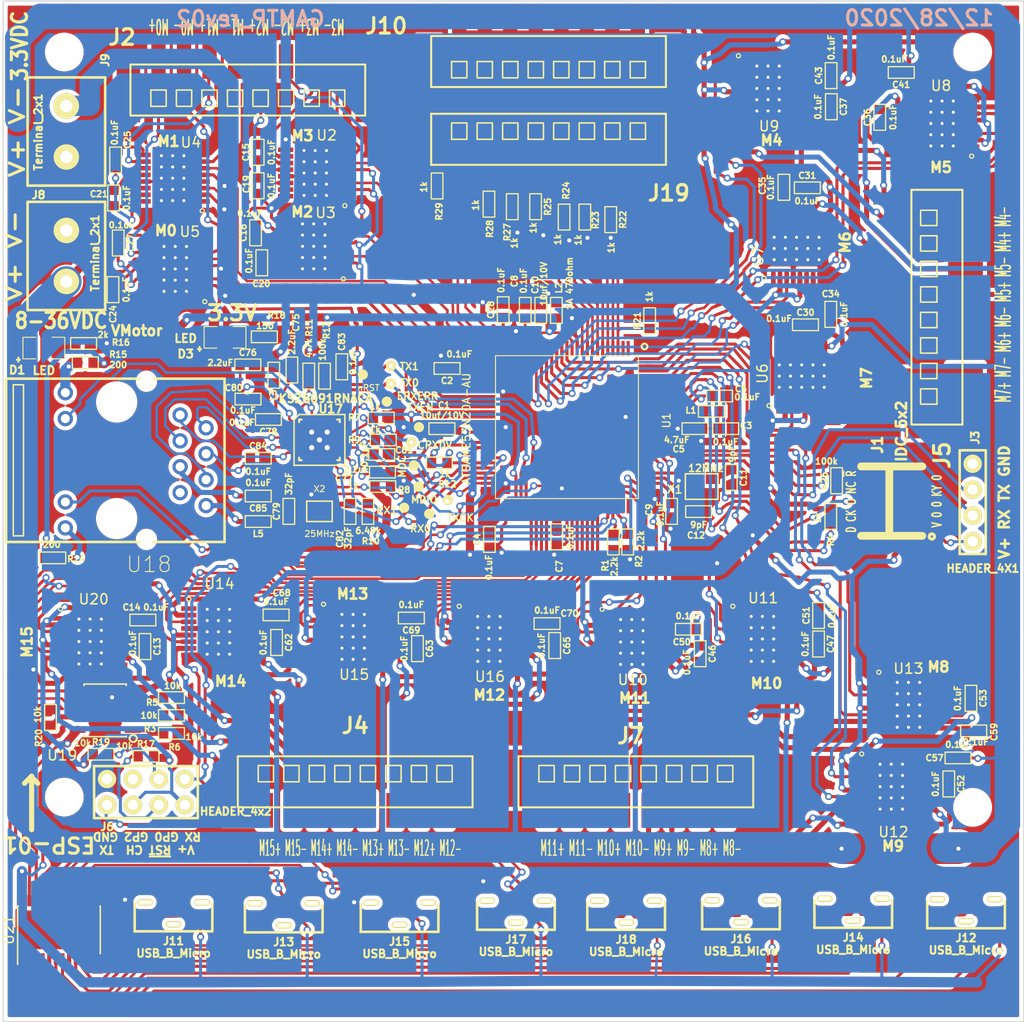
<source format=kicad_pcb>
(kicad_pcb (version 20171130) (host pcbnew 5.1.5-52549c5~86~ubuntu18.04.1)
  (layers (0 F.Cu signal) (31 B.Cu signal) (34 B.Paste user) (35 F.Paste user) (36 B.SilkS user) (37 F.SilkS user) (38 B.Mask user) (39 F.Mask user) (44 Edge.Cuts user))
  (net 0 "")
  (net 1 GND)
  (net 2 GreenLED)
  (net 3 M0+)
  (net 4 M0-)
  (net 5 M1+)
  (net 6 M1-)
  (net 7 M10+)
  (net 8 M10-)
  (net 9 M11+)
  (net 10 M11-)
  (net 11 M2+)
  (net 12 M2-)
  (net 13 M3+)
  (net 14 M3-)
  (net 15 M4+)
  (net 16 M4-)
  (net 17 M5+)
  (net 18 M5-)
  (net 19 M6+)
  (net 20 M6-)
  (net 21 M7+)
  (net 22 M7-)
  (net 23 M8+)
  (net 24 M8-)
  (net 25 M9+)
  (net 26 M9-)
  (net 27 VMotor)
  (net 28 YellowLED)
  (net 29 "Net-(C27-Pad2)")
  (net 30 "Net-(C30-Pad2)")
  (net 31 "Net-(C35-Pad2)")
  (net 32 "Net-(C36-Pad2)")
  (net 33 "Net-(C36-Pad1)")
  (net 34 "Net-(C41-Pad2)")
  (net 35 "Net-(C43-Pad2)")
  (net 36 "Net-(C46-Pad2)")
  (net 37 "Net-(C51-Pad2)")
  (net 38 "Net-(C52-Pad2)")
  (net 39 "Net-(C52-Pad1)")
  (net 40 "Net-(C59-Pad2)")
  (net 41 "Net-(C62-Pad2)")
  (net 42 "Net-(C69-Pad2)")
  (net 43 M12+)
  (net 44 M12-)
  (net 45 VDD_MCU_VDDCORE)
  (net 46 VDDANA)
  (net 47 XOUT)
  (net 48 XIN)
  (net 49 ~RESET~)
  (net 50 "Net-(C15-Pad2)")
  (net 51 "Net-(C15-Pad1)")
  (net 52 "Net-(C16-Pad2)")
  (net 53 "Net-(C16-Pad1)")
  (net 54 "Net-(C19-Pad2)")
  (net 55 "Net-(C20-Pad2)")
  (net 56 "Net-(C21-Pad2)")
  (net 57 "Net-(C21-Pad1)")
  (net 58 "Net-(C24-Pad2)")
  (net 59 "Net-(C24-Pad1)")
  (net 60 "Net-(C25-Pad2)")
  (net 61 "Net-(C30-Pad1)")
  (net 62 "Net-(C31-Pad2)")
  (net 63 "Net-(C31-Pad1)")
  (net 64 "Net-(C34-Pad2)")
  (net 65 "Net-(C37-Pad2)")
  (net 66 "Net-(C37-Pad1)")
  (net 67 "Net-(C46-Pad1)")
  (net 68 "Net-(C47-Pad2)")
  (net 69 "Net-(C47-Pad1)")
  (net 70 "Net-(C50-Pad2)")
  (net 71 "Net-(C53-Pad2)")
  (net 72 "Net-(C53-Pad1)")
  (net 73 "Net-(C57-Pad2)")
  (net 74 "Net-(C62-Pad1)")
  (net 75 "Net-(C63-Pad2)")
  (net 76 "Net-(C63-Pad1)")
  (net 77 "Net-(C65-Pad2)")
  (net 78 "Net-(C65-Pad1)")
  (net 79 "Net-(C68-Pad2)")
  (net 80 "Net-(C70-Pad2)")
  (net 81 "Net-(C75-Pad1)")
  (net 82 "Net-(C76-Pad1)")
  (net 83 "Net-(C79-Pad1)")
  (net 84 "Net-(C82-Pad1)")
  (net 85 ~RST#~)
  (net 86 "Net-(C84-Pad1)")
  (net 87 "Net-(C85-Pad2)")
  (net 88 "Net-(D1-Pad2)")
  (net 89 "Net-(D3-Pad2)")
  (net 90 SWO)
  (net 91 SWCLK)
  (net 92 SWDIO)
  (net 93 ESP_TX_SAM_RX)
  (net 94 ESP_RX_SAM_TX)
  (net 95 M13+)
  (net 96 M13-)
  (net 97 M14+)
  (net 98 M14-)
  (net 99 VDD_MCU_VSW)
  (net 100 RJ45_GND)
  (net 101 MDC)
  (net 102 MDIO)
  (net 103 RXER)
  (net 104 RX0)
  (net 105 RX1)
  (net 106 TXEN)
  (net 107 TX0)
  (net 108 TX1)
  (net 109 "Net-(R10-Pad1)")
  (net 110 "Net-(R14-Pad1)")
  (net 111 "Net-(R15-Pad1)")
  (net 112 M4_2_PA07)
  (net 113 M5_1_PA04)
  (net 114 M5_2_PA05)
  (net 115 M4_1_PA06)
  (net 116 M6_1_PB08)
  (net 117 M7_2_PB07)
  (net 118 M7_1_PB06)
  (net 119 M1_1_PB10)
  (net 120 M1_2_PB11)
  (net 121 M0_2_PB13)
  (net 122 M0_1_PB12)
  (net 123 M2_2_PA11)
  (net 124 M3_2_PA09)
  (net 125 M2_1_PA10)
  (net 126 M3_1_PA08)
  (net 127 M6_2_PB09)
  (net 128 VDDIO)
  (net 129 "Net-(C13-Pad2)")
  (net 130 "Net-(C13-Pad1)")
  (net 131 "Net-(C14-Pad2)")
  (net 132 "Net-(J6-Pad5)")
  (net 133 "Net-(J6-Pad6)")
  (net 134 M15-)
  (net 135 M15+)
  (net 136 "Net-(R3-Pad1)")
  (net 137 "Net-(R5-Pad1)")
  (net 138 "Net-(R6-Pad1)")
  (net 139 "Net-(R20-Pad2)")
  (net 140 M8_1_PB02)
  (net 141 M8_2_PB03)
  (net 142 M9_2_PB01)
  (net 143 M9_1_PB00)
  (net 144 M10_2_PC25)
  (net 145 M10_1_PC24)
  (net 146 M11_1_PB24)
  (net 147 M11_2_PB25)
  (net 148 TXCK)
  (net 149 CRXDV)
  (net 150 USART0RX)
  (net 151 USART0TX)
  (net 152 SD4)
  (net 153 SC4)
  (net 154 SC0)
  (net 155 SD0)
  (net 156 SC5)
  (net 157 SD5)
  (net 158 SD1)
  (net 159 SC1)
  (net 160 SD6)
  (net 161 SC6)
  (net 162 SD2)
  (net 163 SC2)
  (net 164 SC7)
  (net 165 SD7)
  (net 166 SC3)
  (net 167 SD3)
  (net 168 AN4)
  (net 169 AN3)
  (net 170 AN1)
  (net 171 AN2)
  (net 172 AN0)
  (net 173 AN5)
  (net 174 AN6)
  (net 175 AN7)
  (net 176 SDA_MAC)
  (net 177 SCL_MAC)
  (net 178 INT15_LinkAct)
  (net 179 M15_1_PC18)
  (net 180 M15_2_PC19)
  (net 181 M12_2_PB21)
  (net 182 ~I2C_Reset~)
  (net 183 M13_1_PB18)
  (net 184 M12_1_PB20)
  (net 185 M13_2_PB19)
  (net 186 M14_1_PB16)
  (net 187 M14_2_PB17)
  (net 188 RX_N)
  (net 189 RX_P)
  (net 190 TX_N)
  (net 191 TX_P)
  (module ted_connectors:TED_USB_MICRO_SMT (layer F.Cu) (at 102.7 141.3)
    (fp_text reference J11 (at 0 3.8) (layer F.SilkS) (effects (font (size 0.762 0.762) (thickness 0.1905))))
    (fp_text value USB_B_Micro (at 0 5) (layer F.SilkS) (effects (font (size 0.762 0.762) (thickness 0.1905))))
    (pad "" np_thru_hole oval (at -2.8 0) (size 1.5 0.6) (drill oval 1.2 0.3) (layers *.Cu *.Mask F.SilkS) (clearance 0.127))
    (pad 3 smd rect (at 0 0.25) (size 0.45 1.5) (layers F.Cu F.Paste F.Mask) (net 153 SC4) (clearance 0.127))
    (pad 5 smd rect (at -1.3 0.25) (size 0.45 1.5) (layers F.Cu F.Paste F.Mask) (net 1 GND) (clearance 0.127))
    (pad 4 smd rect (at -0.65 0.25) (size 0.45 1.5) (layers F.Cu F.Paste F.Mask) (clearance 0.127))
    (pad 1 smd rect (at 1.3 0.25) (size 0.45 1.5) (layers F.Cu F.Paste F.Mask) (net 128 VDDIO) (clearance 0.127))
    (pad 2 smd rect (at 0.65 0.25) (size 0.45 1.5) (layers F.Cu F.Paste F.Mask) (net 152 SD4) (clearance 0.127))
    (pad "" np_thru_hole oval (at 2.8 0) (size 1.5 0.6) (drill oval 1.2 0.3) (layers *.Cu *.Mask F.SilkS) (clearance 0.127))
    (pad "" np_thru_hole oval (at 0 2.15) (size 1.5 0.6) (drill oval 1.2 0.3) (layers *.Cu *.Mask F.SilkS) (clearance 0.127))
  )
  (module ted_connectors:TED_USB_MICRO_SMT (layer F.Cu) (at 180.35 141)
    (fp_text reference J12 (at 0 3.8) (layer F.SilkS) (effects (font (size 0.762 0.762) (thickness 0.1905))))
    (fp_text value USB_B_Micro (at 0 5) (layer F.SilkS) (effects (font (size 0.762 0.762) (thickness 0.1905))))
    (pad "" np_thru_hole oval (at -2.8 0) (size 1.5 0.6) (drill oval 1.2 0.3) (layers *.Cu *.Mask F.SilkS) (clearance 0.127))
    (pad 3 smd rect (at 0 0.25) (size 0.45 1.5) (layers F.Cu F.Paste F.Mask) (net 154 SC0) (clearance 0.127))
    (pad 5 smd rect (at -1.3 0.25) (size 0.45 1.5) (layers F.Cu F.Paste F.Mask) (net 1 GND) (clearance 0.127))
    (pad 4 smd rect (at -0.65 0.25) (size 0.45 1.5) (layers F.Cu F.Paste F.Mask) (clearance 0.127))
    (pad 1 smd rect (at 1.3 0.25) (size 0.45 1.5) (layers F.Cu F.Paste F.Mask) (net 128 VDDIO) (clearance 0.127))
    (pad 2 smd rect (at 0.65 0.25) (size 0.45 1.5) (layers F.Cu F.Paste F.Mask) (net 155 SD0) (clearance 0.127))
    (pad "" np_thru_hole oval (at 2.8 0) (size 1.5 0.6) (drill oval 1.2 0.3) (layers *.Cu *.Mask F.SilkS) (clearance 0.127))
    (pad "" np_thru_hole oval (at 0 2.15) (size 1.5 0.6) (drill oval 1.2 0.3) (layers *.Cu *.Mask F.SilkS) (clearance 0.127))
  )
  (module ted_connectors:TED_USB_MICRO_SMT (layer F.Cu) (at 113.5 141.4)
    (fp_text reference J13 (at 0 3.8) (layer F.SilkS) (effects (font (size 0.762 0.762) (thickness 0.1905))))
    (fp_text value USB_B_Micro (at 0 5) (layer F.SilkS) (effects (font (size 0.762 0.762) (thickness 0.1905))))
    (pad "" np_thru_hole oval (at -2.8 0) (size 1.5 0.6) (drill oval 1.2 0.3) (layers *.Cu *.Mask F.SilkS) (clearance 0.127))
    (pad 3 smd rect (at 0 0.25) (size 0.45 1.5) (layers F.Cu F.Paste F.Mask) (net 156 SC5) (clearance 0.127))
    (pad 5 smd rect (at -1.3 0.25) (size 0.45 1.5) (layers F.Cu F.Paste F.Mask) (net 1 GND) (clearance 0.127))
    (pad 4 smd rect (at -0.65 0.25) (size 0.45 1.5) (layers F.Cu F.Paste F.Mask) (clearance 0.127))
    (pad 1 smd rect (at 1.3 0.25) (size 0.45 1.5) (layers F.Cu F.Paste F.Mask) (net 128 VDDIO) (clearance 0.127))
    (pad 2 smd rect (at 0.65 0.25) (size 0.45 1.5) (layers F.Cu F.Paste F.Mask) (net 157 SD5) (clearance 0.127))
    (pad "" np_thru_hole oval (at 2.8 0) (size 1.5 0.6) (drill oval 1.2 0.3) (layers *.Cu *.Mask F.SilkS) (clearance 0.127))
    (pad "" np_thru_hole oval (at 0 2.15) (size 1.5 0.6) (drill oval 1.2 0.3) (layers *.Cu *.Mask F.SilkS) (clearance 0.127))
  )
  (module ted_connectors:TED_USB_MICRO_SMT (layer F.Cu) (at 169.3 140.95)
    (fp_text reference J14 (at 0 3.8) (layer F.SilkS) (effects (font (size 0.762 0.762) (thickness 0.1905))))
    (fp_text value USB_B_Micro (at 0 5) (layer F.SilkS) (effects (font (size 0.762 0.762) (thickness 0.1905))))
    (pad "" np_thru_hole oval (at -2.8 0) (size 1.5 0.6) (drill oval 1.2 0.3) (layers *.Cu *.Mask F.SilkS) (clearance 0.127))
    (pad 3 smd rect (at 0 0.25) (size 0.45 1.5) (layers F.Cu F.Paste F.Mask) (net 159 SC1) (clearance 0.127))
    (pad 5 smd rect (at -1.3 0.25) (size 0.45 1.5) (layers F.Cu F.Paste F.Mask) (net 1 GND) (clearance 0.127))
    (pad 4 smd rect (at -0.65 0.25) (size 0.45 1.5) (layers F.Cu F.Paste F.Mask) (clearance 0.127))
    (pad 1 smd rect (at 1.3 0.25) (size 0.45 1.5) (layers F.Cu F.Paste F.Mask) (net 128 VDDIO) (clearance 0.127))
    (pad 2 smd rect (at 0.65 0.25) (size 0.45 1.5) (layers F.Cu F.Paste F.Mask) (net 158 SD1) (clearance 0.127))
    (pad "" np_thru_hole oval (at 2.8 0) (size 1.5 0.6) (drill oval 1.2 0.3) (layers *.Cu *.Mask F.SilkS) (clearance 0.127))
    (pad "" np_thru_hole oval (at 0 2.15) (size 1.5 0.6) (drill oval 1.2 0.3) (layers *.Cu *.Mask F.SilkS) (clearance 0.127))
  )
  (module ted_connectors:TED_USB_MICRO_SMT (layer F.Cu) (at 124.85 141.35)
    (fp_text reference J15 (at 0 3.8) (layer F.SilkS) (effects (font (size 0.762 0.762) (thickness 0.1905))))
    (fp_text value USB_B_Micro (at 0 5) (layer F.SilkS) (effects (font (size 0.762 0.762) (thickness 0.1905))))
    (pad "" np_thru_hole oval (at -2.8 0) (size 1.5 0.6) (drill oval 1.2 0.3) (layers *.Cu *.Mask F.SilkS) (clearance 0.127))
    (pad 3 smd rect (at 0 0.25) (size 0.45 1.5) (layers F.Cu F.Paste F.Mask) (net 161 SC6) (clearance 0.127))
    (pad 5 smd rect (at -1.3 0.25) (size 0.45 1.5) (layers F.Cu F.Paste F.Mask) (net 1 GND) (clearance 0.127))
    (pad 4 smd rect (at -0.65 0.25) (size 0.45 1.5) (layers F.Cu F.Paste F.Mask) (clearance 0.127))
    (pad 1 smd rect (at 1.3 0.25) (size 0.45 1.5) (layers F.Cu F.Paste F.Mask) (net 128 VDDIO) (clearance 0.127))
    (pad 2 smd rect (at 0.65 0.25) (size 0.45 1.5) (layers F.Cu F.Paste F.Mask) (net 160 SD6) (clearance 0.127))
    (pad "" np_thru_hole oval (at 2.8 0) (size 1.5 0.6) (drill oval 1.2 0.3) (layers *.Cu *.Mask F.SilkS) (clearance 0.127))
    (pad "" np_thru_hole oval (at 0 2.15) (size 1.5 0.6) (drill oval 1.2 0.3) (layers *.Cu *.Mask F.SilkS) (clearance 0.127))
  )
  (module ted_connectors:TED_USB_MICRO_SMT (layer F.Cu) (at 158.3 141.1)
    (fp_text reference J16 (at 0 3.8) (layer F.SilkS) (effects (font (size 0.762 0.762) (thickness 0.1905))))
    (fp_text value USB_B_Micro (at 0 5) (layer F.SilkS) (effects (font (size 0.762 0.762) (thickness 0.1905))))
    (pad "" np_thru_hole oval (at -2.8 0) (size 1.5 0.6) (drill oval 1.2 0.3) (layers *.Cu *.Mask F.SilkS) (clearance 0.127))
    (pad 3 smd rect (at 0 0.25) (size 0.45 1.5) (layers F.Cu F.Paste F.Mask) (net 163 SC2) (clearance 0.127))
    (pad 5 smd rect (at -1.3 0.25) (size 0.45 1.5) (layers F.Cu F.Paste F.Mask) (net 1 GND) (clearance 0.127))
    (pad 4 smd rect (at -0.65 0.25) (size 0.45 1.5) (layers F.Cu F.Paste F.Mask) (clearance 0.127))
    (pad 1 smd rect (at 1.3 0.25) (size 0.45 1.5) (layers F.Cu F.Paste F.Mask) (net 128 VDDIO) (clearance 0.127))
    (pad 2 smd rect (at 0.65 0.25) (size 0.45 1.5) (layers F.Cu F.Paste F.Mask) (net 162 SD2) (clearance 0.127))
    (pad "" np_thru_hole oval (at 2.8 0) (size 1.5 0.6) (drill oval 1.2 0.3) (layers *.Cu *.Mask F.SilkS) (clearance 0.127))
    (pad "" np_thru_hole oval (at 0 2.15) (size 1.5 0.6) (drill oval 1.2 0.3) (layers *.Cu *.Mask F.SilkS) (clearance 0.127))
  )
  (module ted_connectors:TED_USB_MICRO_SMT (layer F.Cu) (at 136.25 141.15)
    (fp_text reference J17 (at 0 3.8) (layer F.SilkS) (effects (font (size 0.762 0.762) (thickness 0.1905))))
    (fp_text value USB_B_Micro (at 0 5) (layer F.SilkS) (effects (font (size 0.762 0.762) (thickness 0.1905))))
    (pad "" np_thru_hole oval (at -2.8 0) (size 1.5 0.6) (drill oval 1.2 0.3) (layers *.Cu *.Mask F.SilkS) (clearance 0.127))
    (pad 3 smd rect (at 0 0.25) (size 0.45 1.5) (layers F.Cu F.Paste F.Mask) (net 164 SC7) (clearance 0.127))
    (pad 5 smd rect (at -1.3 0.25) (size 0.45 1.5) (layers F.Cu F.Paste F.Mask) (net 1 GND) (clearance 0.127))
    (pad 4 smd rect (at -0.65 0.25) (size 0.45 1.5) (layers F.Cu F.Paste F.Mask) (clearance 0.127))
    (pad 1 smd rect (at 1.3 0.25) (size 0.45 1.5) (layers F.Cu F.Paste F.Mask) (net 128 VDDIO) (clearance 0.127))
    (pad 2 smd rect (at 0.65 0.25) (size 0.45 1.5) (layers F.Cu F.Paste F.Mask) (net 165 SD7) (clearance 0.127))
    (pad "" np_thru_hole oval (at 2.8 0) (size 1.5 0.6) (drill oval 1.2 0.3) (layers *.Cu *.Mask F.SilkS) (clearance 0.127))
    (pad "" np_thru_hole oval (at 0 2.15) (size 1.5 0.6) (drill oval 1.2 0.3) (layers *.Cu *.Mask F.SilkS) (clearance 0.127))
  )
  (module ted_connectors:TED_USB_MICRO_SMT (layer F.Cu) (at 147.05 141.15)
    (fp_text reference J18 (at 0 3.8) (layer F.SilkS) (effects (font (size 0.762 0.762) (thickness 0.1905))))
    (fp_text value USB_B_Micro (at 0 5) (layer F.SilkS) (effects (font (size 0.762 0.762) (thickness 0.1905))))
    (pad "" np_thru_hole oval (at -2.8 0) (size 1.5 0.6) (drill oval 1.2 0.3) (layers *.Cu *.Mask F.SilkS) (clearance 0.127))
    (pad 3 smd rect (at 0 0.25) (size 0.45 1.5) (layers F.Cu F.Paste F.Mask) (net 166 SC3) (clearance 0.127))
    (pad 5 smd rect (at -1.3 0.25) (size 0.45 1.5) (layers F.Cu F.Paste F.Mask) (net 1 GND) (clearance 0.127))
    (pad 4 smd rect (at -0.65 0.25) (size 0.45 1.5) (layers F.Cu F.Paste F.Mask) (clearance 0.127))
    (pad 1 smd rect (at 1.3 0.25) (size 0.45 1.5) (layers F.Cu F.Paste F.Mask) (net 128 VDDIO) (clearance 0.127))
    (pad 2 smd rect (at 0.65 0.25) (size 0.45 1.5) (layers F.Cu F.Paste F.Mask) (net 167 SD3) (clearance 0.127))
    (pad "" np_thru_hole oval (at 2.8 0) (size 1.5 0.6) (drill oval 1.2 0.3) (layers *.Cu *.Mask F.SilkS) (clearance 0.127))
    (pad "" np_thru_hole oval (at 0 2.15) (size 1.5 0.6) (drill oval 1.2 0.3) (layers *.Cu *.Mask F.SilkS) (clearance 0.127))
  )
  (module ted_ICs:TSSOP_16+1H (layer F.Cu) (at 116.586 69.85 180)
    (fp_text reference U2 (at -1.114 3.7 180) (layer F.SilkS))
    (fp_text value DRV8800_PWP hide)
    (pad 17 thru_hole circle (at -1.1 0 180) (size 0.3 0.3) (drill 0.3) (layers *.Cu *.Mask) (net 1 GND))
    (pad 17 thru_hole circle (at 1.1 0 180) (size 0.3 0.3) (drill 0.3) (layers *.Cu *.Mask) (net 1 GND))
    (pad 17 thru_hole circle (at 0 0 180) (size 0.3 0.3) (drill 0.3) (layers *.Cu *.Mask) (net 1 GND))
    (pad 2 smd rect (at -2.9 -1.625 180) (size 1.5 0.45) (layers F.Cu F.Paste F.Mask) (net 128 VDDIO))
    (pad 1 smd rect (at -2.9 -2.275 180) (size 1.5 0.45) (layers F.Cu F.Paste F.Mask))
    (pad 17 smd rect (at 0 0 180) (size 3.4 5) (layers B.Cu B.Paste B.Mask) (net 1 GND))
    (pad 3 smd rect (at -2.9 -0.975 180) (size 1.5 0.45) (layers F.Cu F.Paste F.Mask) (net 124 M3_2_PA09))
    (pad 4 smd rect (at -2.9 -0.325 180) (size 1.5 0.45) (layers F.Cu F.Paste F.Mask) (net 1 GND))
    (pad 8 smd rect (at -2.9 2.275 180) (size 1.5 0.45) (layers F.Cu F.Paste F.Mask) (net 1 GND))
    (pad 7 smd rect (at -2.9 1.625 180) (size 1.5 0.45) (layers F.Cu F.Paste F.Mask) (net 13 M3+))
    (pad 5 smd rect (at -2.9 0.325 180) (size 1.5 0.45) (layers F.Cu F.Paste F.Mask) (net 128 VDDIO))
    (pad 6 smd rect (at -2.9 0.975 180) (size 1.5 0.45) (layers F.Cu F.Paste F.Mask) (net 126 M3_1_PA08))
    (pad 11 smd rect (at 2.9 0.975 180) (size 1.5 0.45) (layers F.Cu F.Paste F.Mask) (net 50 "Net-(C15-Pad2)"))
    (pad 12 smd rect (at 2.9 0.325 180) (size 1.5 0.45) (layers F.Cu F.Paste F.Mask) (net 51 "Net-(C15-Pad1)"))
    (pad 10 smd rect (at 2.9 1.625 180) (size 1.5 0.45) (layers F.Cu F.Paste F.Mask) (net 14 M3-))
    (pad 9 smd rect (at 2.9 2.275 180) (size 1.5 0.45) (layers F.Cu F.Paste F.Mask) (net 27 VMotor))
    (pad 13 smd rect (at 2.9 -0.325 180) (size 1.5 0.45) (layers F.Cu F.Paste F.Mask) (net 1 GND))
    (pad 14 smd rect (at 2.9 -0.975 180) (size 1.5 0.45) (layers F.Cu F.Paste F.Mask) (net 54 "Net-(C19-Pad2)"))
    (pad 16 smd rect (at 2.9 -2.275 180) (size 1.5 0.45) (layers F.Cu F.Paste F.Mask))
    (pad 15 smd rect (at 2.9 -1.625 180) (size 1.5 0.45) (layers F.Cu F.Paste F.Mask))
    (pad 17 smd rect (at 0 0 180) (size 3.4 5) (layers F.Cu) (net 1 GND))
    (pad 17 thru_hole circle (at 0 -1.1 180) (size 0.3 0.3) (drill 0.3) (layers *.Cu *.Mask) (net 1 GND))
    (pad 17 thru_hole circle (at 1.1 -1.1 180) (size 0.3 0.3) (drill 0.3) (layers *.Cu *.Mask) (net 1 GND))
    (pad 17 thru_hole circle (at -1.1 -1.1 180) (size 0.3 0.3) (drill 0.3) (layers *.Cu *.Mask) (net 1 GND))
    (pad 17 thru_hole circle (at -1.1 1.1 180) (size 0.3 0.3) (drill 0.3) (layers *.Cu *.Mask) (net 1 GND))
    (pad 17 thru_hole circle (at 1.1 1.1 180) (size 0.3 0.3) (drill 0.3) (layers *.Cu *.Mask) (net 1 GND))
    (pad 17 thru_hole circle (at 0 1.1 180) (size 0.3 0.3) (drill 0.3) (layers *.Cu *.Mask) (net 1 GND))
    (pad 17 thru_hole circle (at 0 2.2 180) (size 0.3 0.3) (drill 0.3) (layers *.Cu *.Mask) (net 1 GND))
    (pad 17 thru_hole circle (at 1.1 2.2 180) (size 0.3 0.3) (drill 0.3) (layers *.Cu *.Mask) (net 1 GND))
    (pad 17 thru_hole circle (at -1.1 2.2 180) (size 0.3 0.3) (drill 0.3) (layers *.Cu *.Mask) (net 1 GND))
    (pad 17 thru_hole circle (at -1.1 -2.2 180) (size 0.3 0.3) (drill 0.3) (layers *.Cu *.Mask) (net 1 GND))
    (pad 17 thru_hole circle (at 1.1 -2.2 180) (size 0.3 0.3) (drill 0.3) (layers *.Cu *.Mask) (net 1 GND))
    (pad 17 thru_hole circle (at 0 -2.2 180) (size 0.3 0.3) (drill 0.3) (layers *.Cu *.Mask) (net 1 GND))
    (pad 17 smd rect (at 0 0 180) (size 3 3) (layers F.Cu F.Paste F.Mask) (net 1 GND))
    (pad 17 smd rect (at 0 0 180) (size 3 3) (layers B.Cu B.Paste B.Mask) (net 1 GND))
  )
  (module ted_ICs:TSSOP_16+1H (layer F.Cu) (at 102.87 79.248 180)
    (fp_text reference U5 (at -1.43 3.648 180) (layer F.SilkS))
    (fp_text value DRV8800_PWP hide)
    (pad 17 thru_hole circle (at -1.1 0 180) (size 0.3 0.3) (drill 0.3) (layers *.Cu *.Mask) (net 1 GND))
    (pad 17 thru_hole circle (at 1.1 0 180) (size 0.3 0.3) (drill 0.3) (layers *.Cu *.Mask) (net 1 GND))
    (pad 17 thru_hole circle (at 0 0 180) (size 0.3 0.3) (drill 0.3) (layers *.Cu *.Mask) (net 1 GND))
    (pad 2 smd rect (at -2.9 -1.625 180) (size 1.5 0.45) (layers F.Cu F.Paste F.Mask) (net 128 VDDIO))
    (pad 1 smd rect (at -2.9 -2.275 180) (size 1.5 0.45) (layers F.Cu F.Paste F.Mask))
    (pad 17 smd rect (at 0 0 180) (size 3.4 5) (layers B.Cu B.Paste B.Mask) (net 1 GND))
    (pad 3 smd rect (at -2.9 -0.975 180) (size 1.5 0.45) (layers F.Cu F.Paste F.Mask) (net 121 M0_2_PB13))
    (pad 4 smd rect (at -2.9 -0.325 180) (size 1.5 0.45) (layers F.Cu F.Paste F.Mask) (net 1 GND))
    (pad 8 smd rect (at -2.9 2.275 180) (size 1.5 0.45) (layers F.Cu F.Paste F.Mask) (net 1 GND))
    (pad 7 smd rect (at -2.9 1.625 180) (size 1.5 0.45) (layers F.Cu F.Paste F.Mask) (net 3 M0+))
    (pad 5 smd rect (at -2.9 0.325 180) (size 1.5 0.45) (layers F.Cu F.Paste F.Mask) (net 128 VDDIO))
    (pad 6 smd rect (at -2.9 0.975 180) (size 1.5 0.45) (layers F.Cu F.Paste F.Mask) (net 122 M0_1_PB12))
    (pad 11 smd rect (at 2.9 0.975 180) (size 1.5 0.45) (layers F.Cu F.Paste F.Mask) (net 58 "Net-(C24-Pad2)"))
    (pad 12 smd rect (at 2.9 0.325 180) (size 1.5 0.45) (layers F.Cu F.Paste F.Mask) (net 59 "Net-(C24-Pad1)"))
    (pad 10 smd rect (at 2.9 1.625 180) (size 1.5 0.45) (layers F.Cu F.Paste F.Mask) (net 4 M0-))
    (pad 9 smd rect (at 2.9 2.275 180) (size 1.5 0.45) (layers F.Cu F.Paste F.Mask) (net 27 VMotor))
    (pad 13 smd rect (at 2.9 -0.325 180) (size 1.5 0.45) (layers F.Cu F.Paste F.Mask) (net 1 GND))
    (pad 14 smd rect (at 2.9 -0.975 180) (size 1.5 0.45) (layers F.Cu F.Paste F.Mask) (net 29 "Net-(C27-Pad2)"))
    (pad 16 smd rect (at 2.9 -2.275 180) (size 1.5 0.45) (layers F.Cu F.Paste F.Mask))
    (pad 15 smd rect (at 2.9 -1.625 180) (size 1.5 0.45) (layers F.Cu F.Paste F.Mask))
    (pad 17 smd rect (at 0 0 180) (size 3.4 5) (layers F.Cu) (net 1 GND))
    (pad 17 thru_hole circle (at 0 -1.1 180) (size 0.3 0.3) (drill 0.3) (layers *.Cu *.Mask) (net 1 GND))
    (pad 17 thru_hole circle (at 1.1 -1.1 180) (size 0.3 0.3) (drill 0.3) (layers *.Cu *.Mask) (net 1 GND))
    (pad 17 thru_hole circle (at -1.1 -1.1 180) (size 0.3 0.3) (drill 0.3) (layers *.Cu *.Mask) (net 1 GND))
    (pad 17 thru_hole circle (at -1.1 1.1 180) (size 0.3 0.3) (drill 0.3) (layers *.Cu *.Mask) (net 1 GND))
    (pad 17 thru_hole circle (at 1.1 1.1 180) (size 0.3 0.3) (drill 0.3) (layers *.Cu *.Mask) (net 1 GND))
    (pad 17 thru_hole circle (at 0 1.1 180) (size 0.3 0.3) (drill 0.3) (layers *.Cu *.Mask) (net 1 GND))
    (pad 17 thru_hole circle (at 0 2.2 180) (size 0.3 0.3) (drill 0.3) (layers *.Cu *.Mask) (net 1 GND))
    (pad 17 thru_hole circle (at 1.1 2.2 180) (size 0.3 0.3) (drill 0.3) (layers *.Cu *.Mask) (net 1 GND))
    (pad 17 thru_hole circle (at -1.1 2.2 180) (size 0.3 0.3) (drill 0.3) (layers *.Cu *.Mask) (net 1 GND))
    (pad 17 thru_hole circle (at -1.1 -2.2 180) (size 0.3 0.3) (drill 0.3) (layers *.Cu *.Mask) (net 1 GND))
    (pad 17 thru_hole circle (at 1.1 -2.2 180) (size 0.3 0.3) (drill 0.3) (layers *.Cu *.Mask) (net 1 GND))
    (pad 17 thru_hole circle (at 0 -2.2 180) (size 0.3 0.3) (drill 0.3) (layers *.Cu *.Mask) (net 1 GND))
    (pad 17 smd rect (at 0 0 180) (size 3 3) (layers F.Cu F.Paste F.Mask) (net 1 GND))
    (pad 17 smd rect (at 0 0 180) (size 3 3) (layers B.Cu B.Paste B.Mask) (net 1 GND))
  )
  (module ted_ICs:TSSOP_16+1H (layer F.Cu) (at 116.438 77.033 180)
    (fp_text reference U3 (at -1.162 3.283 180) (layer F.SilkS))
    (fp_text value DRV8800_PWP hide)
    (pad 17 thru_hole circle (at -1.1 0 180) (size 0.3 0.3) (drill 0.3) (layers *.Cu *.Mask) (net 1 GND))
    (pad 17 thru_hole circle (at 1.1 0 180) (size 0.3 0.3) (drill 0.3) (layers *.Cu *.Mask) (net 1 GND))
    (pad 17 thru_hole circle (at 0 0 180) (size 0.3 0.3) (drill 0.3) (layers *.Cu *.Mask) (net 1 GND))
    (pad 2 smd rect (at -2.9 -1.625 180) (size 1.5 0.45) (layers F.Cu F.Paste F.Mask) (net 128 VDDIO))
    (pad 1 smd rect (at -2.9 -2.275 180) (size 1.5 0.45) (layers F.Cu F.Paste F.Mask))
    (pad 17 smd rect (at 0 0 180) (size 3.4 5) (layers B.Cu B.Paste B.Mask) (net 1 GND))
    (pad 3 smd rect (at -2.9 -0.975 180) (size 1.5 0.45) (layers F.Cu F.Paste F.Mask) (net 123 M2_2_PA11))
    (pad 4 smd rect (at -2.9 -0.325 180) (size 1.5 0.45) (layers F.Cu F.Paste F.Mask) (net 1 GND))
    (pad 8 smd rect (at -2.9 2.275 180) (size 1.5 0.45) (layers F.Cu F.Paste F.Mask) (net 1 GND))
    (pad 7 smd rect (at -2.9 1.625 180) (size 1.5 0.45) (layers F.Cu F.Paste F.Mask) (net 11 M2+))
    (pad 5 smd rect (at -2.9 0.325 180) (size 1.5 0.45) (layers F.Cu F.Paste F.Mask) (net 128 VDDIO))
    (pad 6 smd rect (at -2.9 0.975 180) (size 1.5 0.45) (layers F.Cu F.Paste F.Mask) (net 125 M2_1_PA10))
    (pad 11 smd rect (at 2.9 0.975 180) (size 1.5 0.45) (layers F.Cu F.Paste F.Mask) (net 52 "Net-(C16-Pad2)"))
    (pad 12 smd rect (at 2.9 0.325 180) (size 1.5 0.45) (layers F.Cu F.Paste F.Mask) (net 53 "Net-(C16-Pad1)"))
    (pad 10 smd rect (at 2.9 1.625 180) (size 1.5 0.45) (layers F.Cu F.Paste F.Mask) (net 12 M2-))
    (pad 9 smd rect (at 2.9 2.275 180) (size 1.5 0.45) (layers F.Cu F.Paste F.Mask) (net 27 VMotor))
    (pad 13 smd rect (at 2.9 -0.325 180) (size 1.5 0.45) (layers F.Cu F.Paste F.Mask) (net 1 GND))
    (pad 14 smd rect (at 2.9 -0.975 180) (size 1.5 0.45) (layers F.Cu F.Paste F.Mask) (net 55 "Net-(C20-Pad2)"))
    (pad 16 smd rect (at 2.9 -2.275 180) (size 1.5 0.45) (layers F.Cu F.Paste F.Mask))
    (pad 15 smd rect (at 2.9 -1.625 180) (size 1.5 0.45) (layers F.Cu F.Paste F.Mask))
    (pad 17 smd rect (at 0 0 180) (size 3.4 5) (layers F.Cu) (net 1 GND))
    (pad 17 thru_hole circle (at 0 -1.1 180) (size 0.3 0.3) (drill 0.3) (layers *.Cu *.Mask) (net 1 GND))
    (pad 17 thru_hole circle (at 1.1 -1.1 180) (size 0.3 0.3) (drill 0.3) (layers *.Cu *.Mask) (net 1 GND))
    (pad 17 thru_hole circle (at -1.1 -1.1 180) (size 0.3 0.3) (drill 0.3) (layers *.Cu *.Mask) (net 1 GND))
    (pad 17 thru_hole circle (at -1.1 1.1 180) (size 0.3 0.3) (drill 0.3) (layers *.Cu *.Mask) (net 1 GND))
    (pad 17 thru_hole circle (at 1.1 1.1 180) (size 0.3 0.3) (drill 0.3) (layers *.Cu *.Mask) (net 1 GND))
    (pad 17 thru_hole circle (at 0 1.1 180) (size 0.3 0.3) (drill 0.3) (layers *.Cu *.Mask) (net 1 GND))
    (pad 17 thru_hole circle (at 0 2.2 180) (size 0.3 0.3) (drill 0.3) (layers *.Cu *.Mask) (net 1 GND))
    (pad 17 thru_hole circle (at 1.1 2.2 180) (size 0.3 0.3) (drill 0.3) (layers *.Cu *.Mask) (net 1 GND))
    (pad 17 thru_hole circle (at -1.1 2.2 180) (size 0.3 0.3) (drill 0.3) (layers *.Cu *.Mask) (net 1 GND))
    (pad 17 thru_hole circle (at -1.1 -2.2 180) (size 0.3 0.3) (drill 0.3) (layers *.Cu *.Mask) (net 1 GND))
    (pad 17 thru_hole circle (at 1.1 -2.2 180) (size 0.3 0.3) (drill 0.3) (layers *.Cu *.Mask) (net 1 GND))
    (pad 17 thru_hole circle (at 0 -2.2 180) (size 0.3 0.3) (drill 0.3) (layers *.Cu *.Mask) (net 1 GND))
    (pad 17 smd rect (at 0 0 180) (size 3 3) (layers F.Cu F.Paste F.Mask) (net 1 GND))
    (pad 17 smd rect (at 0 0 180) (size 3 3) (layers B.Cu B.Paste B.Mask) (net 1 GND))
  )
  (module ted_ICs:TSSOP_16+1H (layer F.Cu) (at 102.616 70.358 180)
    (fp_text reference U4 (at -1.784 3.508 180) (layer F.SilkS))
    (fp_text value DRV8800_PWP hide)
    (pad 17 thru_hole circle (at -1.1 0 180) (size 0.3 0.3) (drill 0.3) (layers *.Cu *.Mask) (net 1 GND))
    (pad 17 thru_hole circle (at 1.1 0 180) (size 0.3 0.3) (drill 0.3) (layers *.Cu *.Mask) (net 1 GND))
    (pad 17 thru_hole circle (at 0 0 180) (size 0.3 0.3) (drill 0.3) (layers *.Cu *.Mask) (net 1 GND))
    (pad 2 smd rect (at -2.9 -1.625 180) (size 1.5 0.45) (layers F.Cu F.Paste F.Mask) (net 128 VDDIO))
    (pad 1 smd rect (at -2.9 -2.275 180) (size 1.5 0.45) (layers F.Cu F.Paste F.Mask))
    (pad 17 smd rect (at 0 0 180) (size 3.4 5) (layers B.Cu B.Paste B.Mask) (net 1 GND))
    (pad 3 smd rect (at -2.9 -0.975 180) (size 1.5 0.45) (layers F.Cu F.Paste F.Mask) (net 120 M1_2_PB11))
    (pad 4 smd rect (at -2.9 -0.325 180) (size 1.5 0.45) (layers F.Cu F.Paste F.Mask) (net 1 GND))
    (pad 8 smd rect (at -2.9 2.275 180) (size 1.5 0.45) (layers F.Cu F.Paste F.Mask) (net 1 GND))
    (pad 7 smd rect (at -2.9 1.625 180) (size 1.5 0.45) (layers F.Cu F.Paste F.Mask) (net 5 M1+))
    (pad 5 smd rect (at -2.9 0.325 180) (size 1.5 0.45) (layers F.Cu F.Paste F.Mask) (net 128 VDDIO))
    (pad 6 smd rect (at -2.9 0.975 180) (size 1.5 0.45) (layers F.Cu F.Paste F.Mask) (net 119 M1_1_PB10))
    (pad 11 smd rect (at 2.9 0.975 180) (size 1.5 0.45) (layers F.Cu F.Paste F.Mask) (net 56 "Net-(C21-Pad2)"))
    (pad 12 smd rect (at 2.9 0.325 180) (size 1.5 0.45) (layers F.Cu F.Paste F.Mask) (net 57 "Net-(C21-Pad1)"))
    (pad 10 smd rect (at 2.9 1.625 180) (size 1.5 0.45) (layers F.Cu F.Paste F.Mask) (net 6 M1-))
    (pad 9 smd rect (at 2.9 2.275 180) (size 1.5 0.45) (layers F.Cu F.Paste F.Mask) (net 27 VMotor))
    (pad 13 smd rect (at 2.9 -0.325 180) (size 1.5 0.45) (layers F.Cu F.Paste F.Mask) (net 1 GND))
    (pad 14 smd rect (at 2.9 -0.975 180) (size 1.5 0.45) (layers F.Cu F.Paste F.Mask) (net 60 "Net-(C25-Pad2)"))
    (pad 16 smd rect (at 2.9 -2.275 180) (size 1.5 0.45) (layers F.Cu F.Paste F.Mask))
    (pad 15 smd rect (at 2.9 -1.625 180) (size 1.5 0.45) (layers F.Cu F.Paste F.Mask))
    (pad 17 smd rect (at 0 0 180) (size 3.4 5) (layers F.Cu) (net 1 GND))
    (pad 17 thru_hole circle (at 0 -1.1 180) (size 0.3 0.3) (drill 0.3) (layers *.Cu *.Mask) (net 1 GND))
    (pad 17 thru_hole circle (at 1.1 -1.1 180) (size 0.3 0.3) (drill 0.3) (layers *.Cu *.Mask) (net 1 GND))
    (pad 17 thru_hole circle (at -1.1 -1.1 180) (size 0.3 0.3) (drill 0.3) (layers *.Cu *.Mask) (net 1 GND))
    (pad 17 thru_hole circle (at -1.1 1.1 180) (size 0.3 0.3) (drill 0.3) (layers *.Cu *.Mask) (net 1 GND))
    (pad 17 thru_hole circle (at 1.1 1.1 180) (size 0.3 0.3) (drill 0.3) (layers *.Cu *.Mask) (net 1 GND))
    (pad 17 thru_hole circle (at 0 1.1 180) (size 0.3 0.3) (drill 0.3) (layers *.Cu *.Mask) (net 1 GND))
    (pad 17 thru_hole circle (at 0 2.2 180) (size 0.3 0.3) (drill 0.3) (layers *.Cu *.Mask) (net 1 GND))
    (pad 17 thru_hole circle (at 1.1 2.2 180) (size 0.3 0.3) (drill 0.3) (layers *.Cu *.Mask) (net 1 GND))
    (pad 17 thru_hole circle (at -1.1 2.2 180) (size 0.3 0.3) (drill 0.3) (layers *.Cu *.Mask) (net 1 GND))
    (pad 17 thru_hole circle (at -1.1 -2.2 180) (size 0.3 0.3) (drill 0.3) (layers *.Cu *.Mask) (net 1 GND))
    (pad 17 thru_hole circle (at 1.1 -2.2 180) (size 0.3 0.3) (drill 0.3) (layers *.Cu *.Mask) (net 1 GND))
    (pad 17 thru_hole circle (at 0 -2.2 180) (size 0.3 0.3) (drill 0.3) (layers *.Cu *.Mask) (net 1 GND))
    (pad 17 smd rect (at 0 0 180) (size 3 3) (layers F.Cu F.Paste F.Mask) (net 1 GND))
    (pad 17 smd rect (at 0 0 180) (size 3 3) (layers B.Cu B.Paste B.Mask) (net 1 GND))
  )
  (module ted_ICs:TSSOP_16+1H (layer F.Cu) (at 164.25 89.75 90)
    (fp_text reference U6 (at 0.25 -3.85 90) (layer F.SilkS))
    (fp_text value DRV8800_PWP hide)
    (pad 17 thru_hole circle (at -1.1 0 90) (size 0.3 0.3) (drill 0.3) (layers *.Cu *.Mask) (net 1 GND))
    (pad 17 thru_hole circle (at 1.1 0 90) (size 0.3 0.3) (drill 0.3) (layers *.Cu *.Mask) (net 1 GND))
    (pad 17 thru_hole circle (at 0 0 90) (size 0.3 0.3) (drill 0.3) (layers *.Cu *.Mask) (net 1 GND))
    (pad 2 smd rect (at -2.9 -1.625 90) (size 1.5 0.45) (layers F.Cu F.Paste F.Mask) (net 128 VDDIO))
    (pad 1 smd rect (at -2.9 -2.275 90) (size 1.5 0.45) (layers F.Cu F.Paste F.Mask))
    (pad 17 smd rect (at 0 0 90) (size 3.4 5) (layers B.Cu B.Paste B.Mask) (net 1 GND))
    (pad 3 smd rect (at -2.9 -0.975 90) (size 1.5 0.45) (layers F.Cu F.Paste F.Mask) (net 117 M7_2_PB07))
    (pad 4 smd rect (at -2.9 -0.325 90) (size 1.5 0.45) (layers F.Cu F.Paste F.Mask) (net 1 GND))
    (pad 8 smd rect (at -2.9 2.275 90) (size 1.5 0.45) (layers F.Cu F.Paste F.Mask) (net 1 GND))
    (pad 7 smd rect (at -2.9 1.625 90) (size 1.5 0.45) (layers F.Cu F.Paste F.Mask) (net 21 M7+))
    (pad 5 smd rect (at -2.9 0.325 90) (size 1.5 0.45) (layers F.Cu F.Paste F.Mask) (net 128 VDDIO))
    (pad 6 smd rect (at -2.9 0.975 90) (size 1.5 0.45) (layers F.Cu F.Paste F.Mask) (net 118 M7_1_PB06))
    (pad 11 smd rect (at 2.9 0.975 90) (size 1.5 0.45) (layers F.Cu F.Paste F.Mask) (net 30 "Net-(C30-Pad2)"))
    (pad 12 smd rect (at 2.9 0.325 90) (size 1.5 0.45) (layers F.Cu F.Paste F.Mask) (net 61 "Net-(C30-Pad1)"))
    (pad 10 smd rect (at 2.9 1.625 90) (size 1.5 0.45) (layers F.Cu F.Paste F.Mask) (net 22 M7-))
    (pad 9 smd rect (at 2.9 2.275 90) (size 1.5 0.45) (layers F.Cu F.Paste F.Mask) (net 27 VMotor))
    (pad 13 smd rect (at 2.9 -0.325 90) (size 1.5 0.45) (layers F.Cu F.Paste F.Mask) (net 1 GND))
    (pad 14 smd rect (at 2.9 -0.975 90) (size 1.5 0.45) (layers F.Cu F.Paste F.Mask) (net 64 "Net-(C34-Pad2)"))
    (pad 16 smd rect (at 2.9 -2.275 90) (size 1.5 0.45) (layers F.Cu F.Paste F.Mask))
    (pad 15 smd rect (at 2.9 -1.625 90) (size 1.5 0.45) (layers F.Cu F.Paste F.Mask))
    (pad 17 smd rect (at 0 0 90) (size 3.4 5) (layers F.Cu) (net 1 GND))
    (pad 17 thru_hole circle (at 0 -1.1 90) (size 0.3 0.3) (drill 0.3) (layers *.Cu *.Mask) (net 1 GND))
    (pad 17 thru_hole circle (at 1.1 -1.1 90) (size 0.3 0.3) (drill 0.3) (layers *.Cu *.Mask) (net 1 GND))
    (pad 17 thru_hole circle (at -1.1 -1.1 90) (size 0.3 0.3) (drill 0.3) (layers *.Cu *.Mask) (net 1 GND))
    (pad 17 thru_hole circle (at -1.1 1.1 90) (size 0.3 0.3) (drill 0.3) (layers *.Cu *.Mask) (net 1 GND))
    (pad 17 thru_hole circle (at 1.1 1.1 90) (size 0.3 0.3) (drill 0.3) (layers *.Cu *.Mask) (net 1 GND))
    (pad 17 thru_hole circle (at 0 1.1 90) (size 0.3 0.3) (drill 0.3) (layers *.Cu *.Mask) (net 1 GND))
    (pad 17 thru_hole circle (at 0 2.2 90) (size 0.3 0.3) (drill 0.3) (layers *.Cu *.Mask) (net 1 GND))
    (pad 17 thru_hole circle (at 1.1 2.2 90) (size 0.3 0.3) (drill 0.3) (layers *.Cu *.Mask) (net 1 GND))
    (pad 17 thru_hole circle (at -1.1 2.2 90) (size 0.3 0.3) (drill 0.3) (layers *.Cu *.Mask) (net 1 GND))
    (pad 17 thru_hole circle (at -1.1 -2.2 90) (size 0.3 0.3) (drill 0.3) (layers *.Cu *.Mask) (net 1 GND))
    (pad 17 thru_hole circle (at 1.1 -2.2 90) (size 0.3 0.3) (drill 0.3) (layers *.Cu *.Mask) (net 1 GND))
    (pad 17 thru_hole circle (at 0 -2.2 90) (size 0.3 0.3) (drill 0.3) (layers *.Cu *.Mask) (net 1 GND))
    (pad 17 smd rect (at 0 0 90) (size 3 3) (layers F.Cu F.Paste F.Mask) (net 1 GND))
    (pad 17 smd rect (at 0 0 90) (size 3 3) (layers B.Cu B.Paste B.Mask) (net 1 GND))
  )
  (module ted_ICs:TSSOP_16+1H (layer F.Cu) (at 163.75 77.25 90)
    (fp_text reference U7 (at -0.739 -3.773 90) (layer F.SilkS))
    (fp_text value DRV8800_PWP hide)
    (pad 17 thru_hole circle (at -1.1 0 90) (size 0.3 0.3) (drill 0.3) (layers *.Cu *.Mask) (net 1 GND))
    (pad 17 thru_hole circle (at 1.1 0 90) (size 0.3 0.3) (drill 0.3) (layers *.Cu *.Mask) (net 1 GND))
    (pad 17 thru_hole circle (at 0 0 90) (size 0.3 0.3) (drill 0.3) (layers *.Cu *.Mask) (net 1 GND))
    (pad 2 smd rect (at -2.9 -1.625 90) (size 1.5 0.45) (layers F.Cu F.Paste F.Mask) (net 128 VDDIO))
    (pad 1 smd rect (at -2.9 -2.275 90) (size 1.5 0.45) (layers F.Cu F.Paste F.Mask))
    (pad 17 smd rect (at 0 0 90) (size 3.4 5) (layers B.Cu B.Paste B.Mask) (net 1 GND))
    (pad 3 smd rect (at -2.9 -0.975 90) (size 1.5 0.45) (layers F.Cu F.Paste F.Mask) (net 127 M6_2_PB09))
    (pad 4 smd rect (at -2.9 -0.325 90) (size 1.5 0.45) (layers F.Cu F.Paste F.Mask) (net 1 GND))
    (pad 8 smd rect (at -2.9 2.275 90) (size 1.5 0.45) (layers F.Cu F.Paste F.Mask) (net 1 GND))
    (pad 7 smd rect (at -2.9 1.625 90) (size 1.5 0.45) (layers F.Cu F.Paste F.Mask) (net 19 M6+))
    (pad 5 smd rect (at -2.9 0.325 90) (size 1.5 0.45) (layers F.Cu F.Paste F.Mask) (net 128 VDDIO))
    (pad 6 smd rect (at -2.9 0.975 90) (size 1.5 0.45) (layers F.Cu F.Paste F.Mask) (net 116 M6_1_PB08))
    (pad 11 smd rect (at 2.9 0.975 90) (size 1.5 0.45) (layers F.Cu F.Paste F.Mask) (net 62 "Net-(C31-Pad2)"))
    (pad 12 smd rect (at 2.9 0.325 90) (size 1.5 0.45) (layers F.Cu F.Paste F.Mask) (net 63 "Net-(C31-Pad1)"))
    (pad 10 smd rect (at 2.9 1.625 90) (size 1.5 0.45) (layers F.Cu F.Paste F.Mask) (net 20 M6-))
    (pad 9 smd rect (at 2.9 2.275 90) (size 1.5 0.45) (layers F.Cu F.Paste F.Mask) (net 27 VMotor))
    (pad 13 smd rect (at 2.9 -0.325 90) (size 1.5 0.45) (layers F.Cu F.Paste F.Mask) (net 1 GND))
    (pad 14 smd rect (at 2.9 -0.975 90) (size 1.5 0.45) (layers F.Cu F.Paste F.Mask) (net 31 "Net-(C35-Pad2)"))
    (pad 16 smd rect (at 2.9 -2.275 90) (size 1.5 0.45) (layers F.Cu F.Paste F.Mask))
    (pad 15 smd rect (at 2.9 -1.625 90) (size 1.5 0.45) (layers F.Cu F.Paste F.Mask))
    (pad 17 smd rect (at 0 0 90) (size 3.4 5) (layers F.Cu) (net 1 GND))
    (pad 17 thru_hole circle (at 0 -1.1 90) (size 0.3 0.3) (drill 0.3) (layers *.Cu *.Mask) (net 1 GND))
    (pad 17 thru_hole circle (at 1.1 -1.1 90) (size 0.3 0.3) (drill 0.3) (layers *.Cu *.Mask) (net 1 GND))
    (pad 17 thru_hole circle (at -1.1 -1.1 90) (size 0.3 0.3) (drill 0.3) (layers *.Cu *.Mask) (net 1 GND))
    (pad 17 thru_hole circle (at -1.1 1.1 90) (size 0.3 0.3) (drill 0.3) (layers *.Cu *.Mask) (net 1 GND))
    (pad 17 thru_hole circle (at 1.1 1.1 90) (size 0.3 0.3) (drill 0.3) (layers *.Cu *.Mask) (net 1 GND))
    (pad 17 thru_hole circle (at 0 1.1 90) (size 0.3 0.3) (drill 0.3) (layers *.Cu *.Mask) (net 1 GND))
    (pad 17 thru_hole circle (at 0 2.2 90) (size 0.3 0.3) (drill 0.3) (layers *.Cu *.Mask) (net 1 GND))
    (pad 17 thru_hole circle (at 1.1 2.2 90) (size 0.3 0.3) (drill 0.3) (layers *.Cu *.Mask) (net 1 GND))
    (pad 17 thru_hole circle (at -1.1 2.2 90) (size 0.3 0.3) (drill 0.3) (layers *.Cu *.Mask) (net 1 GND))
    (pad 17 thru_hole circle (at -1.1 -2.2 90) (size 0.3 0.3) (drill 0.3) (layers *.Cu *.Mask) (net 1 GND))
    (pad 17 thru_hole circle (at 1.1 -2.2 90) (size 0.3 0.3) (drill 0.3) (layers *.Cu *.Mask) (net 1 GND))
    (pad 17 thru_hole circle (at 0 -2.2 90) (size 0.3 0.3) (drill 0.3) (layers *.Cu *.Mask) (net 1 GND))
    (pad 17 smd rect (at 0 0 90) (size 3 3) (layers F.Cu F.Paste F.Mask) (net 1 GND))
    (pad 17 smd rect (at 0 0 90) (size 3 3) (layers B.Cu B.Paste B.Mask) (net 1 GND))
  )
  (module ted_ICs:TSSOP_16+1H (layer F.Cu) (at 178 65 180)
    (fp_text reference U8 (at 0.1 3.7 180) (layer F.SilkS))
    (fp_text value DRV8800_PWP hide)
    (pad 17 thru_hole circle (at -1.1 0 180) (size 0.3 0.3) (drill 0.3) (layers *.Cu *.Mask) (net 1 GND))
    (pad 17 thru_hole circle (at 1.1 0 180) (size 0.3 0.3) (drill 0.3) (layers *.Cu *.Mask) (net 1 GND))
    (pad 17 thru_hole circle (at 0 0 180) (size 0.3 0.3) (drill 0.3) (layers *.Cu *.Mask) (net 1 GND))
    (pad 2 smd rect (at -2.9 -1.625 180) (size 1.5 0.45) (layers F.Cu F.Paste F.Mask) (net 128 VDDIO))
    (pad 1 smd rect (at -2.9 -2.275 180) (size 1.5 0.45) (layers F.Cu F.Paste F.Mask))
    (pad 17 smd rect (at 0 0 180) (size 3.4 5) (layers B.Cu B.Paste B.Mask) (net 1 GND))
    (pad 3 smd rect (at -2.9 -0.975 180) (size 1.5 0.45) (layers F.Cu F.Paste F.Mask) (net 114 M5_2_PA05))
    (pad 4 smd rect (at -2.9 -0.325 180) (size 1.5 0.45) (layers F.Cu F.Paste F.Mask) (net 1 GND))
    (pad 8 smd rect (at -2.9 2.275 180) (size 1.5 0.45) (layers F.Cu F.Paste F.Mask) (net 1 GND))
    (pad 7 smd rect (at -2.9 1.625 180) (size 1.5 0.45) (layers F.Cu F.Paste F.Mask) (net 17 M5+))
    (pad 5 smd rect (at -2.9 0.325 180) (size 1.5 0.45) (layers F.Cu F.Paste F.Mask) (net 128 VDDIO))
    (pad 6 smd rect (at -2.9 0.975 180) (size 1.5 0.45) (layers F.Cu F.Paste F.Mask) (net 113 M5_1_PA04))
    (pad 11 smd rect (at 2.9 0.975 180) (size 1.5 0.45) (layers F.Cu F.Paste F.Mask) (net 32 "Net-(C36-Pad2)"))
    (pad 12 smd rect (at 2.9 0.325 180) (size 1.5 0.45) (layers F.Cu F.Paste F.Mask) (net 33 "Net-(C36-Pad1)"))
    (pad 10 smd rect (at 2.9 1.625 180) (size 1.5 0.45) (layers F.Cu F.Paste F.Mask) (net 18 M5-))
    (pad 9 smd rect (at 2.9 2.275 180) (size 1.5 0.45) (layers F.Cu F.Paste F.Mask) (net 27 VMotor))
    (pad 13 smd rect (at 2.9 -0.325 180) (size 1.5 0.45) (layers F.Cu F.Paste F.Mask) (net 1 GND))
    (pad 14 smd rect (at 2.9 -0.975 180) (size 1.5 0.45) (layers F.Cu F.Paste F.Mask) (net 34 "Net-(C41-Pad2)"))
    (pad 16 smd rect (at 2.9 -2.275 180) (size 1.5 0.45) (layers F.Cu F.Paste F.Mask))
    (pad 15 smd rect (at 2.9 -1.625 180) (size 1.5 0.45) (layers F.Cu F.Paste F.Mask))
    (pad 17 smd rect (at 0 0 180) (size 3.4 5) (layers F.Cu) (net 1 GND))
    (pad 17 thru_hole circle (at 0 -1.1 180) (size 0.3 0.3) (drill 0.3) (layers *.Cu *.Mask) (net 1 GND))
    (pad 17 thru_hole circle (at 1.1 -1.1 180) (size 0.3 0.3) (drill 0.3) (layers *.Cu *.Mask) (net 1 GND))
    (pad 17 thru_hole circle (at -1.1 -1.1 180) (size 0.3 0.3) (drill 0.3) (layers *.Cu *.Mask) (net 1 GND))
    (pad 17 thru_hole circle (at -1.1 1.1 180) (size 0.3 0.3) (drill 0.3) (layers *.Cu *.Mask) (net 1 GND))
    (pad 17 thru_hole circle (at 1.1 1.1 180) (size 0.3 0.3) (drill 0.3) (layers *.Cu *.Mask) (net 1 GND))
    (pad 17 thru_hole circle (at 0 1.1 180) (size 0.3 0.3) (drill 0.3) (layers *.Cu *.Mask) (net 1 GND))
    (pad 17 thru_hole circle (at 0 2.2 180) (size 0.3 0.3) (drill 0.3) (layers *.Cu *.Mask) (net 1 GND))
    (pad 17 thru_hole circle (at 1.1 2.2 180) (size 0.3 0.3) (drill 0.3) (layers *.Cu *.Mask) (net 1 GND))
    (pad 17 thru_hole circle (at -1.1 2.2 180) (size 0.3 0.3) (drill 0.3) (layers *.Cu *.Mask) (net 1 GND))
    (pad 17 thru_hole circle (at -1.1 -2.2 180) (size 0.3 0.3) (drill 0.3) (layers *.Cu *.Mask) (net 1 GND))
    (pad 17 thru_hole circle (at 1.1 -2.2 180) (size 0.3 0.3) (drill 0.3) (layers *.Cu *.Mask) (net 1 GND))
    (pad 17 thru_hole circle (at 0 -2.2 180) (size 0.3 0.3) (drill 0.3) (layers *.Cu *.Mask) (net 1 GND))
    (pad 17 smd rect (at 0 0 180) (size 3 3) (layers F.Cu F.Paste F.Mask) (net 1 GND))
    (pad 17 smd rect (at 0 0 180) (size 3 3) (layers B.Cu B.Paste B.Mask) (net 1 GND))
  )
  (module ted_ICs:TSSOP_16+1H (layer F.Cu) (at 160.95 61.57)
    (fp_text reference U9 (at 0.1 3.7) (layer F.SilkS))
    (fp_text value DRV8800_PWP hide)
    (pad 17 thru_hole circle (at -1.1 0) (size 0.3 0.3) (drill 0.3) (layers *.Cu *.Mask) (net 1 GND))
    (pad 17 thru_hole circle (at 1.1 0) (size 0.3 0.3) (drill 0.3) (layers *.Cu *.Mask) (net 1 GND))
    (pad 17 thru_hole circle (at 0 0) (size 0.3 0.3) (drill 0.3) (layers *.Cu *.Mask) (net 1 GND))
    (pad 2 smd rect (at -2.9 -1.625) (size 1.5 0.45) (layers F.Cu F.Paste F.Mask) (net 128 VDDIO))
    (pad 1 smd rect (at -2.9 -2.275) (size 1.5 0.45) (layers F.Cu F.Paste F.Mask))
    (pad 17 smd rect (at 0 0) (size 3.4 5) (layers B.Cu B.Paste B.Mask) (net 1 GND))
    (pad 3 smd rect (at -2.9 -0.975) (size 1.5 0.45) (layers F.Cu F.Paste F.Mask) (net 112 M4_2_PA07))
    (pad 4 smd rect (at -2.9 -0.325) (size 1.5 0.45) (layers F.Cu F.Paste F.Mask) (net 1 GND))
    (pad 8 smd rect (at -2.9 2.275) (size 1.5 0.45) (layers F.Cu F.Paste F.Mask) (net 1 GND))
    (pad 7 smd rect (at -2.9 1.625) (size 1.5 0.45) (layers F.Cu F.Paste F.Mask) (net 15 M4+))
    (pad 5 smd rect (at -2.9 0.325) (size 1.5 0.45) (layers F.Cu F.Paste F.Mask) (net 128 VDDIO))
    (pad 6 smd rect (at -2.9 0.975) (size 1.5 0.45) (layers F.Cu F.Paste F.Mask) (net 115 M4_1_PA06))
    (pad 11 smd rect (at 2.9 0.975) (size 1.5 0.45) (layers F.Cu F.Paste F.Mask) (net 65 "Net-(C37-Pad2)"))
    (pad 12 smd rect (at 2.9 0.325) (size 1.5 0.45) (layers F.Cu F.Paste F.Mask) (net 66 "Net-(C37-Pad1)"))
    (pad 10 smd rect (at 2.9 1.625) (size 1.5 0.45) (layers F.Cu F.Paste F.Mask) (net 16 M4-))
    (pad 9 smd rect (at 2.9 2.275) (size 1.5 0.45) (layers F.Cu F.Paste F.Mask) (net 27 VMotor))
    (pad 13 smd rect (at 2.9 -0.325) (size 1.5 0.45) (layers F.Cu F.Paste F.Mask) (net 1 GND))
    (pad 14 smd rect (at 2.9 -0.975) (size 1.5 0.45) (layers F.Cu F.Paste F.Mask) (net 35 "Net-(C43-Pad2)"))
    (pad 16 smd rect (at 2.9 -2.275) (size 1.5 0.45) (layers F.Cu F.Paste F.Mask))
    (pad 15 smd rect (at 2.9 -1.625) (size 1.5 0.45) (layers F.Cu F.Paste F.Mask))
    (pad 17 smd rect (at 0 0) (size 3.4 5) (layers F.Cu) (net 1 GND))
    (pad 17 thru_hole circle (at 0 -1.1) (size 0.3 0.3) (drill 0.3) (layers *.Cu *.Mask) (net 1 GND))
    (pad 17 thru_hole circle (at 1.1 -1.1) (size 0.3 0.3) (drill 0.3) (layers *.Cu *.Mask) (net 1 GND))
    (pad 17 thru_hole circle (at -1.1 -1.1) (size 0.3 0.3) (drill 0.3) (layers *.Cu *.Mask) (net 1 GND))
    (pad 17 thru_hole circle (at -1.1 1.1) (size 0.3 0.3) (drill 0.3) (layers *.Cu *.Mask) (net 1 GND))
    (pad 17 thru_hole circle (at 1.1 1.1) (size 0.3 0.3) (drill 0.3) (layers *.Cu *.Mask) (net 1 GND))
    (pad 17 thru_hole circle (at 0 1.1) (size 0.3 0.3) (drill 0.3) (layers *.Cu *.Mask) (net 1 GND))
    (pad 17 thru_hole circle (at 0 2.2) (size 0.3 0.3) (drill 0.3) (layers *.Cu *.Mask) (net 1 GND))
    (pad 17 thru_hole circle (at 1.1 2.2) (size 0.3 0.3) (drill 0.3) (layers *.Cu *.Mask) (net 1 GND))
    (pad 17 thru_hole circle (at -1.1 2.2) (size 0.3 0.3) (drill 0.3) (layers *.Cu *.Mask) (net 1 GND))
    (pad 17 thru_hole circle (at -1.1 -2.2) (size 0.3 0.3) (drill 0.3) (layers *.Cu *.Mask) (net 1 GND))
    (pad 17 thru_hole circle (at 1.1 -2.2) (size 0.3 0.3) (drill 0.3) (layers *.Cu *.Mask) (net 1 GND))
    (pad 17 thru_hole circle (at 0 -2.2) (size 0.3 0.3) (drill 0.3) (layers *.Cu *.Mask) (net 1 GND))
    (pad 17 smd rect (at 0 0) (size 3 3) (layers F.Cu F.Paste F.Mask) (net 1 GND))
    (pad 17 smd rect (at 0 0) (size 3 3) (layers B.Cu B.Paste B.Mask) (net 1 GND))
  )
  (module ted_ICs:TSSOP_16+1H (layer F.Cu) (at 147.6 115.8)
    (fp_text reference U10 (at 0.1 3.7) (layer F.SilkS))
    (fp_text value DRV8800_PWP hide)
    (pad 17 thru_hole circle (at -1.1 0) (size 0.3 0.3) (drill 0.3) (layers *.Cu *.Mask) (net 1 GND))
    (pad 17 thru_hole circle (at 1.1 0) (size 0.3 0.3) (drill 0.3) (layers *.Cu *.Mask) (net 1 GND))
    (pad 17 thru_hole circle (at 0 0) (size 0.3 0.3) (drill 0.3) (layers *.Cu *.Mask) (net 1 GND))
    (pad 2 smd rect (at -2.9 -1.625) (size 1.5 0.45) (layers F.Cu F.Paste F.Mask) (net 128 VDDIO))
    (pad 1 smd rect (at -2.9 -2.275) (size 1.5 0.45) (layers F.Cu F.Paste F.Mask))
    (pad 17 smd rect (at 0 0) (size 3.4 5) (layers B.Cu B.Paste B.Mask) (net 1 GND))
    (pad 3 smd rect (at -2.9 -0.975) (size 1.5 0.45) (layers F.Cu F.Paste F.Mask) (net 147 M11_2_PB25))
    (pad 4 smd rect (at -2.9 -0.325) (size 1.5 0.45) (layers F.Cu F.Paste F.Mask) (net 1 GND))
    (pad 8 smd rect (at -2.9 2.275) (size 1.5 0.45) (layers F.Cu F.Paste F.Mask) (net 1 GND))
    (pad 7 smd rect (at -2.9 1.625) (size 1.5 0.45) (layers F.Cu F.Paste F.Mask) (net 9 M11+))
    (pad 5 smd rect (at -2.9 0.325) (size 1.5 0.45) (layers F.Cu F.Paste F.Mask) (net 128 VDDIO))
    (pad 6 smd rect (at -2.9 0.975) (size 1.5 0.45) (layers F.Cu F.Paste F.Mask) (net 146 M11_1_PB24))
    (pad 11 smd rect (at 2.9 0.975) (size 1.5 0.45) (layers F.Cu F.Paste F.Mask) (net 36 "Net-(C46-Pad2)"))
    (pad 12 smd rect (at 2.9 0.325) (size 1.5 0.45) (layers F.Cu F.Paste F.Mask) (net 67 "Net-(C46-Pad1)"))
    (pad 10 smd rect (at 2.9 1.625) (size 1.5 0.45) (layers F.Cu F.Paste F.Mask) (net 10 M11-))
    (pad 9 smd rect (at 2.9 2.275) (size 1.5 0.45) (layers F.Cu F.Paste F.Mask) (net 27 VMotor))
    (pad 13 smd rect (at 2.9 -0.325) (size 1.5 0.45) (layers F.Cu F.Paste F.Mask) (net 1 GND))
    (pad 14 smd rect (at 2.9 -0.975) (size 1.5 0.45) (layers F.Cu F.Paste F.Mask) (net 70 "Net-(C50-Pad2)"))
    (pad 16 smd rect (at 2.9 -2.275) (size 1.5 0.45) (layers F.Cu F.Paste F.Mask))
    (pad 15 smd rect (at 2.9 -1.625) (size 1.5 0.45) (layers F.Cu F.Paste F.Mask))
    (pad 17 smd rect (at 0 0) (size 3.4 5) (layers F.Cu) (net 1 GND))
    (pad 17 thru_hole circle (at 0 -1.1) (size 0.3 0.3) (drill 0.3) (layers *.Cu *.Mask) (net 1 GND))
    (pad 17 thru_hole circle (at 1.1 -1.1) (size 0.3 0.3) (drill 0.3) (layers *.Cu *.Mask) (net 1 GND))
    (pad 17 thru_hole circle (at -1.1 -1.1) (size 0.3 0.3) (drill 0.3) (layers *.Cu *.Mask) (net 1 GND))
    (pad 17 thru_hole circle (at -1.1 1.1) (size 0.3 0.3) (drill 0.3) (layers *.Cu *.Mask) (net 1 GND))
    (pad 17 thru_hole circle (at 1.1 1.1) (size 0.3 0.3) (drill 0.3) (layers *.Cu *.Mask) (net 1 GND))
    (pad 17 thru_hole circle (at 0 1.1) (size 0.3 0.3) (drill 0.3) (layers *.Cu *.Mask) (net 1 GND))
    (pad 17 thru_hole circle (at 0 2.2) (size 0.3 0.3) (drill 0.3) (layers *.Cu *.Mask) (net 1 GND))
    (pad 17 thru_hole circle (at 1.1 2.2) (size 0.3 0.3) (drill 0.3) (layers *.Cu *.Mask) (net 1 GND))
    (pad 17 thru_hole circle (at -1.1 2.2) (size 0.3 0.3) (drill 0.3) (layers *.Cu *.Mask) (net 1 GND))
    (pad 17 thru_hole circle (at -1.1 -2.2) (size 0.3 0.3) (drill 0.3) (layers *.Cu *.Mask) (net 1 GND))
    (pad 17 thru_hole circle (at 1.1 -2.2) (size 0.3 0.3) (drill 0.3) (layers *.Cu *.Mask) (net 1 GND))
    (pad 17 thru_hole circle (at 0 -2.2) (size 0.3 0.3) (drill 0.3) (layers *.Cu *.Mask) (net 1 GND))
    (pad 17 smd rect (at 0 0) (size 3 3) (layers F.Cu F.Paste F.Mask) (net 1 GND))
    (pad 17 smd rect (at 0 0) (size 3 3) (layers B.Cu B.Paste B.Mask) (net 1 GND))
  )
  (module ted_ICs:TSSOP_16+1H (layer F.Cu) (at 160.4 115.5)
    (fp_text reference U11 (at 0.07 -4.006) (layer F.SilkS))
    (fp_text value DRV8800_PWP hide)
    (pad 17 thru_hole circle (at -1.1 0) (size 0.3 0.3) (drill 0.3) (layers *.Cu *.Mask) (net 1 GND))
    (pad 17 thru_hole circle (at 1.1 0) (size 0.3 0.3) (drill 0.3) (layers *.Cu *.Mask) (net 1 GND))
    (pad 17 thru_hole circle (at 0 0) (size 0.3 0.3) (drill 0.3) (layers *.Cu *.Mask) (net 1 GND))
    (pad 2 smd rect (at -2.9 -1.625) (size 1.5 0.45) (layers F.Cu F.Paste F.Mask) (net 128 VDDIO))
    (pad 1 smd rect (at -2.9 -2.275) (size 1.5 0.45) (layers F.Cu F.Paste F.Mask))
    (pad 17 smd rect (at 0 0) (size 3.4 5) (layers B.Cu B.Paste B.Mask) (net 1 GND))
    (pad 3 smd rect (at -2.9 -0.975) (size 1.5 0.45) (layers F.Cu F.Paste F.Mask) (net 144 M10_2_PC25))
    (pad 4 smd rect (at -2.9 -0.325) (size 1.5 0.45) (layers F.Cu F.Paste F.Mask) (net 1 GND))
    (pad 8 smd rect (at -2.9 2.275) (size 1.5 0.45) (layers F.Cu F.Paste F.Mask) (net 1 GND))
    (pad 7 smd rect (at -2.9 1.625) (size 1.5 0.45) (layers F.Cu F.Paste F.Mask) (net 7 M10+))
    (pad 5 smd rect (at -2.9 0.325) (size 1.5 0.45) (layers F.Cu F.Paste F.Mask) (net 128 VDDIO))
    (pad 6 smd rect (at -2.9 0.975) (size 1.5 0.45) (layers F.Cu F.Paste F.Mask) (net 145 M10_1_PC24))
    (pad 11 smd rect (at 2.9 0.975) (size 1.5 0.45) (layers F.Cu F.Paste F.Mask) (net 68 "Net-(C47-Pad2)"))
    (pad 12 smd rect (at 2.9 0.325) (size 1.5 0.45) (layers F.Cu F.Paste F.Mask) (net 69 "Net-(C47-Pad1)"))
    (pad 10 smd rect (at 2.9 1.625) (size 1.5 0.45) (layers F.Cu F.Paste F.Mask) (net 8 M10-))
    (pad 9 smd rect (at 2.9 2.275) (size 1.5 0.45) (layers F.Cu F.Paste F.Mask) (net 27 VMotor))
    (pad 13 smd rect (at 2.9 -0.325) (size 1.5 0.45) (layers F.Cu F.Paste F.Mask) (net 1 GND))
    (pad 14 smd rect (at 2.9 -0.975) (size 1.5 0.45) (layers F.Cu F.Paste F.Mask) (net 37 "Net-(C51-Pad2)"))
    (pad 16 smd rect (at 2.9 -2.275) (size 1.5 0.45) (layers F.Cu F.Paste F.Mask))
    (pad 15 smd rect (at 2.9 -1.625) (size 1.5 0.45) (layers F.Cu F.Paste F.Mask))
    (pad 17 smd rect (at 0 0) (size 3.4 5) (layers F.Cu) (net 1 GND))
    (pad 17 thru_hole circle (at 0 -1.1) (size 0.3 0.3) (drill 0.3) (layers *.Cu *.Mask) (net 1 GND))
    (pad 17 thru_hole circle (at 1.1 -1.1) (size 0.3 0.3) (drill 0.3) (layers *.Cu *.Mask) (net 1 GND))
    (pad 17 thru_hole circle (at -1.1 -1.1) (size 0.3 0.3) (drill 0.3) (layers *.Cu *.Mask) (net 1 GND))
    (pad 17 thru_hole circle (at -1.1 1.1) (size 0.3 0.3) (drill 0.3) (layers *.Cu *.Mask) (net 1 GND))
    (pad 17 thru_hole circle (at 1.1 1.1) (size 0.3 0.3) (drill 0.3) (layers *.Cu *.Mask) (net 1 GND))
    (pad 17 thru_hole circle (at 0 1.1) (size 0.3 0.3) (drill 0.3) (layers *.Cu *.Mask) (net 1 GND))
    (pad 17 thru_hole circle (at 0 2.2) (size 0.3 0.3) (drill 0.3) (layers *.Cu *.Mask) (net 1 GND))
    (pad 17 thru_hole circle (at 1.1 2.2) (size 0.3 0.3) (drill 0.3) (layers *.Cu *.Mask) (net 1 GND))
    (pad 17 thru_hole circle (at -1.1 2.2) (size 0.3 0.3) (drill 0.3) (layers *.Cu *.Mask) (net 1 GND))
    (pad 17 thru_hole circle (at -1.1 -2.2) (size 0.3 0.3) (drill 0.3) (layers *.Cu *.Mask) (net 1 GND))
    (pad 17 thru_hole circle (at 1.1 -2.2) (size 0.3 0.3) (drill 0.3) (layers *.Cu *.Mask) (net 1 GND))
    (pad 17 thru_hole circle (at 0 -2.2) (size 0.3 0.3) (drill 0.3) (layers *.Cu *.Mask) (net 1 GND))
    (pad 17 smd rect (at 0 0) (size 3 3) (layers F.Cu F.Paste F.Mask) (net 1 GND))
    (pad 17 smd rect (at 0 0) (size 3 3) (layers B.Cu B.Paste B.Mask) (net 1 GND))
  )
  (module ted_ICs:TSSOP_16+1H (layer F.Cu) (at 173.025 129.975)
    (fp_text reference U12 (at 0.215 4.445) (layer F.SilkS))
    (fp_text value DRV8800_PWP hide)
    (pad 17 thru_hole circle (at -1.1 0) (size 0.3 0.3) (drill 0.3) (layers *.Cu *.Mask) (net 1 GND))
    (pad 17 thru_hole circle (at 1.1 0) (size 0.3 0.3) (drill 0.3) (layers *.Cu *.Mask) (net 1 GND))
    (pad 17 thru_hole circle (at 0 0) (size 0.3 0.3) (drill 0.3) (layers *.Cu *.Mask) (net 1 GND))
    (pad 2 smd rect (at -2.9 -1.625) (size 1.5 0.45) (layers F.Cu F.Paste F.Mask) (net 128 VDDIO))
    (pad 1 smd rect (at -2.9 -2.275) (size 1.5 0.45) (layers F.Cu F.Paste F.Mask))
    (pad 17 smd rect (at 0 0) (size 3.4 5) (layers B.Cu B.Paste B.Mask) (net 1 GND))
    (pad 3 smd rect (at -2.9 -0.975) (size 1.5 0.45) (layers F.Cu F.Paste F.Mask) (net 142 M9_2_PB01))
    (pad 4 smd rect (at -2.9 -0.325) (size 1.5 0.45) (layers F.Cu F.Paste F.Mask) (net 1 GND))
    (pad 8 smd rect (at -2.9 2.275) (size 1.5 0.45) (layers F.Cu F.Paste F.Mask) (net 1 GND))
    (pad 7 smd rect (at -2.9 1.625) (size 1.5 0.45) (layers F.Cu F.Paste F.Mask) (net 25 M9+))
    (pad 5 smd rect (at -2.9 0.325) (size 1.5 0.45) (layers F.Cu F.Paste F.Mask) (net 128 VDDIO))
    (pad 6 smd rect (at -2.9 0.975) (size 1.5 0.45) (layers F.Cu F.Paste F.Mask) (net 143 M9_1_PB00))
    (pad 11 smd rect (at 2.9 0.975) (size 1.5 0.45) (layers F.Cu F.Paste F.Mask) (net 38 "Net-(C52-Pad2)"))
    (pad 12 smd rect (at 2.9 0.325) (size 1.5 0.45) (layers F.Cu F.Paste F.Mask) (net 39 "Net-(C52-Pad1)"))
    (pad 10 smd rect (at 2.9 1.625) (size 1.5 0.45) (layers F.Cu F.Paste F.Mask) (net 26 M9-))
    (pad 9 smd rect (at 2.9 2.275) (size 1.5 0.45) (layers F.Cu F.Paste F.Mask) (net 27 VMotor))
    (pad 13 smd rect (at 2.9 -0.325) (size 1.5 0.45) (layers F.Cu F.Paste F.Mask) (net 1 GND))
    (pad 14 smd rect (at 2.9 -0.975) (size 1.5 0.45) (layers F.Cu F.Paste F.Mask) (net 73 "Net-(C57-Pad2)"))
    (pad 16 smd rect (at 2.9 -2.275) (size 1.5 0.45) (layers F.Cu F.Paste F.Mask))
    (pad 15 smd rect (at 2.9 -1.625) (size 1.5 0.45) (layers F.Cu F.Paste F.Mask))
    (pad 17 smd rect (at 0 0) (size 3.4 5) (layers F.Cu) (net 1 GND))
    (pad 17 thru_hole circle (at 0 -1.1) (size 0.3 0.3) (drill 0.3) (layers *.Cu *.Mask) (net 1 GND))
    (pad 17 thru_hole circle (at 1.1 -1.1) (size 0.3 0.3) (drill 0.3) (layers *.Cu *.Mask) (net 1 GND))
    (pad 17 thru_hole circle (at -1.1 -1.1) (size 0.3 0.3) (drill 0.3) (layers *.Cu *.Mask) (net 1 GND))
    (pad 17 thru_hole circle (at -1.1 1.1) (size 0.3 0.3) (drill 0.3) (layers *.Cu *.Mask) (net 1 GND))
    (pad 17 thru_hole circle (at 1.1 1.1) (size 0.3 0.3) (drill 0.3) (layers *.Cu *.Mask) (net 1 GND))
    (pad 17 thru_hole circle (at 0 1.1) (size 0.3 0.3) (drill 0.3) (layers *.Cu *.Mask) (net 1 GND))
    (pad 17 thru_hole circle (at 0 2.2) (size 0.3 0.3) (drill 0.3) (layers *.Cu *.Mask) (net 1 GND))
    (pad 17 thru_hole circle (at 1.1 2.2) (size 0.3 0.3) (drill 0.3) (layers *.Cu *.Mask) (net 1 GND))
    (pad 17 thru_hole circle (at -1.1 2.2) (size 0.3 0.3) (drill 0.3) (layers *.Cu *.Mask) (net 1 GND))
    (pad 17 thru_hole circle (at -1.1 -2.2) (size 0.3 0.3) (drill 0.3) (layers *.Cu *.Mask) (net 1 GND))
    (pad 17 thru_hole circle (at 1.1 -2.2) (size 0.3 0.3) (drill 0.3) (layers *.Cu *.Mask) (net 1 GND))
    (pad 17 thru_hole circle (at 0 -2.2) (size 0.3 0.3) (drill 0.3) (layers *.Cu *.Mask) (net 1 GND))
    (pad 17 smd rect (at 0 0) (size 3 3) (layers F.Cu F.Paste F.Mask) (net 1 GND))
    (pad 17 smd rect (at 0 0) (size 3 3) (layers B.Cu B.Paste B.Mask) (net 1 GND))
  )
  (module ted_ICs:TSSOP_16+1H (layer F.Cu) (at 174.71 121.96)
    (fp_text reference U13 (at 0 -3.556) (layer F.SilkS))
    (fp_text value DRV8800_PWP hide)
    (pad 17 thru_hole circle (at -1.1 0) (size 0.3 0.3) (drill 0.3) (layers *.Cu *.Mask) (net 1 GND))
    (pad 17 thru_hole circle (at 1.1 0) (size 0.3 0.3) (drill 0.3) (layers *.Cu *.Mask) (net 1 GND))
    (pad 17 thru_hole circle (at 0 0) (size 0.3 0.3) (drill 0.3) (layers *.Cu *.Mask) (net 1 GND))
    (pad 2 smd rect (at -2.9 -1.625) (size 1.5 0.45) (layers F.Cu F.Paste F.Mask) (net 128 VDDIO))
    (pad 1 smd rect (at -2.9 -2.275) (size 1.5 0.45) (layers F.Cu F.Paste F.Mask))
    (pad 17 smd rect (at 0 0) (size 3.4 5) (layers B.Cu B.Paste B.Mask) (net 1 GND))
    (pad 3 smd rect (at -2.9 -0.975) (size 1.5 0.45) (layers F.Cu F.Paste F.Mask) (net 141 M8_2_PB03))
    (pad 4 smd rect (at -2.9 -0.325) (size 1.5 0.45) (layers F.Cu F.Paste F.Mask) (net 1 GND))
    (pad 8 smd rect (at -2.9 2.275) (size 1.5 0.45) (layers F.Cu F.Paste F.Mask) (net 1 GND))
    (pad 7 smd rect (at -2.9 1.625) (size 1.5 0.45) (layers F.Cu F.Paste F.Mask) (net 23 M8+))
    (pad 5 smd rect (at -2.9 0.325) (size 1.5 0.45) (layers F.Cu F.Paste F.Mask) (net 128 VDDIO))
    (pad 6 smd rect (at -2.9 0.975) (size 1.5 0.45) (layers F.Cu F.Paste F.Mask) (net 140 M8_1_PB02))
    (pad 11 smd rect (at 2.9 0.975) (size 1.5 0.45) (layers F.Cu F.Paste F.Mask) (net 71 "Net-(C53-Pad2)"))
    (pad 12 smd rect (at 2.9 0.325) (size 1.5 0.45) (layers F.Cu F.Paste F.Mask) (net 72 "Net-(C53-Pad1)"))
    (pad 10 smd rect (at 2.9 1.625) (size 1.5 0.45) (layers F.Cu F.Paste F.Mask) (net 24 M8-))
    (pad 9 smd rect (at 2.9 2.275) (size 1.5 0.45) (layers F.Cu F.Paste F.Mask) (net 27 VMotor))
    (pad 13 smd rect (at 2.9 -0.325) (size 1.5 0.45) (layers F.Cu F.Paste F.Mask) (net 1 GND))
    (pad 14 smd rect (at 2.9 -0.975) (size 1.5 0.45) (layers F.Cu F.Paste F.Mask) (net 40 "Net-(C59-Pad2)"))
    (pad 16 smd rect (at 2.9 -2.275) (size 1.5 0.45) (layers F.Cu F.Paste F.Mask))
    (pad 15 smd rect (at 2.9 -1.625) (size 1.5 0.45) (layers F.Cu F.Paste F.Mask))
    (pad 17 smd rect (at 0 0) (size 3.4 5) (layers F.Cu) (net 1 GND))
    (pad 17 thru_hole circle (at 0 -1.1) (size 0.3 0.3) (drill 0.3) (layers *.Cu *.Mask) (net 1 GND))
    (pad 17 thru_hole circle (at 1.1 -1.1) (size 0.3 0.3) (drill 0.3) (layers *.Cu *.Mask) (net 1 GND))
    (pad 17 thru_hole circle (at -1.1 -1.1) (size 0.3 0.3) (drill 0.3) (layers *.Cu *.Mask) (net 1 GND))
    (pad 17 thru_hole circle (at -1.1 1.1) (size 0.3 0.3) (drill 0.3) (layers *.Cu *.Mask) (net 1 GND))
    (pad 17 thru_hole circle (at 1.1 1.1) (size 0.3 0.3) (drill 0.3) (layers *.Cu *.Mask) (net 1 GND))
    (pad 17 thru_hole circle (at 0 1.1) (size 0.3 0.3) (drill 0.3) (layers *.Cu *.Mask) (net 1 GND))
    (pad 17 thru_hole circle (at 0 2.2) (size 0.3 0.3) (drill 0.3) (layers *.Cu *.Mask) (net 1 GND))
    (pad 17 thru_hole circle (at 1.1 2.2) (size 0.3 0.3) (drill 0.3) (layers *.Cu *.Mask) (net 1 GND))
    (pad 17 thru_hole circle (at -1.1 2.2) (size 0.3 0.3) (drill 0.3) (layers *.Cu *.Mask) (net 1 GND))
    (pad 17 thru_hole circle (at -1.1 -2.2) (size 0.3 0.3) (drill 0.3) (layers *.Cu *.Mask) (net 1 GND))
    (pad 17 thru_hole circle (at 1.1 -2.2) (size 0.3 0.3) (drill 0.3) (layers *.Cu *.Mask) (net 1 GND))
    (pad 17 thru_hole circle (at 0 -2.2) (size 0.3 0.3) (drill 0.3) (layers *.Cu *.Mask) (net 1 GND))
    (pad 17 smd rect (at 0 0) (size 3 3) (layers F.Cu F.Paste F.Mask) (net 1 GND))
    (pad 17 smd rect (at 0 0) (size 3 3) (layers B.Cu B.Paste B.Mask) (net 1 GND))
  )
  (module ted_ICs:TSSOP_16+1H (layer F.Cu) (at 107.1 114.8)
    (fp_text reference U14 (at 0.1 -4.7 180) (layer F.SilkS))
    (fp_text value DRV8800_PWP hide)
    (pad 17 thru_hole circle (at -1.1 0) (size 0.3 0.3) (drill 0.3) (layers *.Cu *.Mask) (net 1 GND))
    (pad 17 thru_hole circle (at 1.1 0) (size 0.3 0.3) (drill 0.3) (layers *.Cu *.Mask) (net 1 GND))
    (pad 17 thru_hole circle (at 0 0) (size 0.3 0.3) (drill 0.3) (layers *.Cu *.Mask) (net 1 GND))
    (pad 2 smd rect (at -2.9 -1.625) (size 1.5 0.45) (layers F.Cu F.Paste F.Mask) (net 128 VDDIO))
    (pad 1 smd rect (at -2.9 -2.275) (size 1.5 0.45) (layers F.Cu F.Paste F.Mask))
    (pad 17 smd rect (at 0 0) (size 3.4 5) (layers B.Cu B.Paste B.Mask) (net 1 GND))
    (pad 3 smd rect (at -2.9 -0.975) (size 1.5 0.45) (layers F.Cu F.Paste F.Mask) (net 187 M14_2_PB17))
    (pad 4 smd rect (at -2.9 -0.325) (size 1.5 0.45) (layers F.Cu F.Paste F.Mask) (net 1 GND))
    (pad 8 smd rect (at -2.9 2.275) (size 1.5 0.45) (layers F.Cu F.Paste F.Mask) (net 1 GND))
    (pad 7 smd rect (at -2.9 1.625) (size 1.5 0.45) (layers F.Cu F.Paste F.Mask) (net 97 M14+))
    (pad 5 smd rect (at -2.9 0.325) (size 1.5 0.45) (layers F.Cu F.Paste F.Mask) (net 128 VDDIO))
    (pad 6 smd rect (at -2.9 0.975) (size 1.5 0.45) (layers F.Cu F.Paste F.Mask) (net 186 M14_1_PB16))
    (pad 11 smd rect (at 2.9 0.975) (size 1.5 0.45) (layers F.Cu F.Paste F.Mask) (net 41 "Net-(C62-Pad2)"))
    (pad 12 smd rect (at 2.9 0.325) (size 1.5 0.45) (layers F.Cu F.Paste F.Mask) (net 74 "Net-(C62-Pad1)"))
    (pad 10 smd rect (at 2.9 1.625) (size 1.5 0.45) (layers F.Cu F.Paste F.Mask) (net 98 M14-))
    (pad 9 smd rect (at 2.9 2.275) (size 1.5 0.45) (layers F.Cu F.Paste F.Mask) (net 27 VMotor))
    (pad 13 smd rect (at 2.9 -0.325) (size 1.5 0.45) (layers F.Cu F.Paste F.Mask) (net 1 GND))
    (pad 14 smd rect (at 2.9 -0.975) (size 1.5 0.45) (layers F.Cu F.Paste F.Mask) (net 79 "Net-(C68-Pad2)"))
    (pad 16 smd rect (at 2.9 -2.275) (size 1.5 0.45) (layers F.Cu F.Paste F.Mask))
    (pad 15 smd rect (at 2.9 -1.625) (size 1.5 0.45) (layers F.Cu F.Paste F.Mask))
    (pad 17 smd rect (at 0 0) (size 3.4 5) (layers F.Cu) (net 1 GND))
    (pad 17 thru_hole circle (at 0 -1.1) (size 0.3 0.3) (drill 0.3) (layers *.Cu *.Mask) (net 1 GND))
    (pad 17 thru_hole circle (at 1.1 -1.1) (size 0.3 0.3) (drill 0.3) (layers *.Cu *.Mask) (net 1 GND))
    (pad 17 thru_hole circle (at -1.1 -1.1) (size 0.3 0.3) (drill 0.3) (layers *.Cu *.Mask) (net 1 GND))
    (pad 17 thru_hole circle (at -1.1 1.1) (size 0.3 0.3) (drill 0.3) (layers *.Cu *.Mask) (net 1 GND))
    (pad 17 thru_hole circle (at 1.1 1.1) (size 0.3 0.3) (drill 0.3) (layers *.Cu *.Mask) (net 1 GND))
    (pad 17 thru_hole circle (at 0 1.1) (size 0.3 0.3) (drill 0.3) (layers *.Cu *.Mask) (net 1 GND))
    (pad 17 thru_hole circle (at 0 2.2) (size 0.3 0.3) (drill 0.3) (layers *.Cu *.Mask) (net 1 GND))
    (pad 17 thru_hole circle (at 1.1 2.2) (size 0.3 0.3) (drill 0.3) (layers *.Cu *.Mask) (net 1 GND))
    (pad 17 thru_hole circle (at -1.1 2.2) (size 0.3 0.3) (drill 0.3) (layers *.Cu *.Mask) (net 1 GND))
    (pad 17 thru_hole circle (at -1.1 -2.2) (size 0.3 0.3) (drill 0.3) (layers *.Cu *.Mask) (net 1 GND))
    (pad 17 thru_hole circle (at 1.1 -2.2) (size 0.3 0.3) (drill 0.3) (layers *.Cu *.Mask) (net 1 GND))
    (pad 17 thru_hole circle (at 0 -2.2) (size 0.3 0.3) (drill 0.3) (layers *.Cu *.Mask) (net 1 GND))
    (pad 17 smd rect (at 0 0) (size 3 3) (layers F.Cu F.Paste F.Mask) (net 1 GND))
    (pad 17 smd rect (at 0 0) (size 3 3) (layers B.Cu B.Paste B.Mask) (net 1 GND))
  )
  (module ted_ICs:TSSOP_16+1H (layer F.Cu) (at 120.3 115.3)
    (fp_text reference U15 (at 0.1 3.7) (layer F.SilkS))
    (fp_text value DRV8800_PWP hide)
    (pad 17 thru_hole circle (at -1.1 0) (size 0.3 0.3) (drill 0.3) (layers *.Cu *.Mask) (net 1 GND))
    (pad 17 thru_hole circle (at 1.1 0) (size 0.3 0.3) (drill 0.3) (layers *.Cu *.Mask) (net 1 GND))
    (pad 17 thru_hole circle (at 0 0) (size 0.3 0.3) (drill 0.3) (layers *.Cu *.Mask) (net 1 GND))
    (pad 2 smd rect (at -2.9 -1.625) (size 1.5 0.45) (layers F.Cu F.Paste F.Mask) (net 128 VDDIO))
    (pad 1 smd rect (at -2.9 -2.275) (size 1.5 0.45) (layers F.Cu F.Paste F.Mask))
    (pad 17 smd rect (at 0 0) (size 3.4 5) (layers B.Cu B.Paste B.Mask) (net 1 GND))
    (pad 3 smd rect (at -2.9 -0.975) (size 1.5 0.45) (layers F.Cu F.Paste F.Mask) (net 185 M13_2_PB19))
    (pad 4 smd rect (at -2.9 -0.325) (size 1.5 0.45) (layers F.Cu F.Paste F.Mask) (net 1 GND))
    (pad 8 smd rect (at -2.9 2.275) (size 1.5 0.45) (layers F.Cu F.Paste F.Mask) (net 1 GND))
    (pad 7 smd rect (at -2.9 1.625) (size 1.5 0.45) (layers F.Cu F.Paste F.Mask) (net 95 M13+))
    (pad 5 smd rect (at -2.9 0.325) (size 1.5 0.45) (layers F.Cu F.Paste F.Mask) (net 128 VDDIO))
    (pad 6 smd rect (at -2.9 0.975) (size 1.5 0.45) (layers F.Cu F.Paste F.Mask) (net 183 M13_1_PB18))
    (pad 11 smd rect (at 2.9 0.975) (size 1.5 0.45) (layers F.Cu F.Paste F.Mask) (net 75 "Net-(C63-Pad2)"))
    (pad 12 smd rect (at 2.9 0.325) (size 1.5 0.45) (layers F.Cu F.Paste F.Mask) (net 76 "Net-(C63-Pad1)"))
    (pad 10 smd rect (at 2.9 1.625) (size 1.5 0.45) (layers F.Cu F.Paste F.Mask) (net 96 M13-))
    (pad 9 smd rect (at 2.9 2.275) (size 1.5 0.45) (layers F.Cu F.Paste F.Mask) (net 27 VMotor))
    (pad 13 smd rect (at 2.9 -0.325) (size 1.5 0.45) (layers F.Cu F.Paste F.Mask) (net 1 GND))
    (pad 14 smd rect (at 2.9 -0.975) (size 1.5 0.45) (layers F.Cu F.Paste F.Mask) (net 42 "Net-(C69-Pad2)"))
    (pad 16 smd rect (at 2.9 -2.275) (size 1.5 0.45) (layers F.Cu F.Paste F.Mask))
    (pad 15 smd rect (at 2.9 -1.625) (size 1.5 0.45) (layers F.Cu F.Paste F.Mask))
    (pad 17 smd rect (at 0 0) (size 3.4 5) (layers F.Cu) (net 1 GND))
    (pad 17 thru_hole circle (at 0 -1.1) (size 0.3 0.3) (drill 0.3) (layers *.Cu *.Mask) (net 1 GND))
    (pad 17 thru_hole circle (at 1.1 -1.1) (size 0.3 0.3) (drill 0.3) (layers *.Cu *.Mask) (net 1 GND))
    (pad 17 thru_hole circle (at -1.1 -1.1) (size 0.3 0.3) (drill 0.3) (layers *.Cu *.Mask) (net 1 GND))
    (pad 17 thru_hole circle (at -1.1 1.1) (size 0.3 0.3) (drill 0.3) (layers *.Cu *.Mask) (net 1 GND))
    (pad 17 thru_hole circle (at 1.1 1.1) (size 0.3 0.3) (drill 0.3) (layers *.Cu *.Mask) (net 1 GND))
    (pad 17 thru_hole circle (at 0 1.1) (size 0.3 0.3) (drill 0.3) (layers *.Cu *.Mask) (net 1 GND))
    (pad 17 thru_hole circle (at 0 2.2) (size 0.3 0.3) (drill 0.3) (layers *.Cu *.Mask) (net 1 GND))
    (pad 17 thru_hole circle (at 1.1 2.2) (size 0.3 0.3) (drill 0.3) (layers *.Cu *.Mask) (net 1 GND))
    (pad 17 thru_hole circle (at -1.1 2.2) (size 0.3 0.3) (drill 0.3) (layers *.Cu *.Mask) (net 1 GND))
    (pad 17 thru_hole circle (at -1.1 -2.2) (size 0.3 0.3) (drill 0.3) (layers *.Cu *.Mask) (net 1 GND))
    (pad 17 thru_hole circle (at 1.1 -2.2) (size 0.3 0.3) (drill 0.3) (layers *.Cu *.Mask) (net 1 GND))
    (pad 17 thru_hole circle (at 0 -2.2) (size 0.3 0.3) (drill 0.3) (layers *.Cu *.Mask) (net 1 GND))
    (pad 17 smd rect (at 0 0) (size 3 3) (layers F.Cu F.Paste F.Mask) (net 1 GND))
    (pad 17 smd rect (at 0 0) (size 3 3) (layers B.Cu B.Paste B.Mask) (net 1 GND))
  )
  (module ted_ICs:TSSOP_16+1H (layer F.Cu) (at 133.6 115.5)
    (fp_text reference U16 (at 0.1 3.7) (layer F.SilkS))
    (fp_text value DRV8800_PWP hide)
    (pad 17 thru_hole circle (at -1.1 0) (size 0.3 0.3) (drill 0.3) (layers *.Cu *.Mask) (net 1 GND))
    (pad 17 thru_hole circle (at 1.1 0) (size 0.3 0.3) (drill 0.3) (layers *.Cu *.Mask) (net 1 GND))
    (pad 17 thru_hole circle (at 0 0) (size 0.3 0.3) (drill 0.3) (layers *.Cu *.Mask) (net 1 GND))
    (pad 2 smd rect (at -2.9 -1.625) (size 1.5 0.45) (layers F.Cu F.Paste F.Mask) (net 128 VDDIO))
    (pad 1 smd rect (at -2.9 -2.275) (size 1.5 0.45) (layers F.Cu F.Paste F.Mask))
    (pad 17 smd rect (at 0 0) (size 3.4 5) (layers B.Cu B.Paste B.Mask) (net 1 GND))
    (pad 3 smd rect (at -2.9 -0.975) (size 1.5 0.45) (layers F.Cu F.Paste F.Mask) (net 181 M12_2_PB21))
    (pad 4 smd rect (at -2.9 -0.325) (size 1.5 0.45) (layers F.Cu F.Paste F.Mask) (net 1 GND))
    (pad 8 smd rect (at -2.9 2.275) (size 1.5 0.45) (layers F.Cu F.Paste F.Mask) (net 1 GND))
    (pad 7 smd rect (at -2.9 1.625) (size 1.5 0.45) (layers F.Cu F.Paste F.Mask) (net 43 M12+))
    (pad 5 smd rect (at -2.9 0.325) (size 1.5 0.45) (layers F.Cu F.Paste F.Mask) (net 128 VDDIO))
    (pad 6 smd rect (at -2.9 0.975) (size 1.5 0.45) (layers F.Cu F.Paste F.Mask) (net 184 M12_1_PB20))
    (pad 11 smd rect (at 2.9 0.975) (size 1.5 0.45) (layers F.Cu F.Paste F.Mask) (net 77 "Net-(C65-Pad2)"))
    (pad 12 smd rect (at 2.9 0.325) (size 1.5 0.45) (layers F.Cu F.Paste F.Mask) (net 78 "Net-(C65-Pad1)"))
    (pad 10 smd rect (at 2.9 1.625) (size 1.5 0.45) (layers F.Cu F.Paste F.Mask) (net 44 M12-))
    (pad 9 smd rect (at 2.9 2.275) (size 1.5 0.45) (layers F.Cu F.Paste F.Mask) (net 27 VMotor))
    (pad 13 smd rect (at 2.9 -0.325) (size 1.5 0.45) (layers F.Cu F.Paste F.Mask) (net 1 GND))
    (pad 14 smd rect (at 2.9 -0.975) (size 1.5 0.45) (layers F.Cu F.Paste F.Mask) (net 80 "Net-(C70-Pad2)"))
    (pad 16 smd rect (at 2.9 -2.275) (size 1.5 0.45) (layers F.Cu F.Paste F.Mask))
    (pad 15 smd rect (at 2.9 -1.625) (size 1.5 0.45) (layers F.Cu F.Paste F.Mask))
    (pad 17 smd rect (at 0 0) (size 3.4 5) (layers F.Cu) (net 1 GND))
    (pad 17 thru_hole circle (at 0 -1.1) (size 0.3 0.3) (drill 0.3) (layers *.Cu *.Mask) (net 1 GND))
    (pad 17 thru_hole circle (at 1.1 -1.1) (size 0.3 0.3) (drill 0.3) (layers *.Cu *.Mask) (net 1 GND))
    (pad 17 thru_hole circle (at -1.1 -1.1) (size 0.3 0.3) (drill 0.3) (layers *.Cu *.Mask) (net 1 GND))
    (pad 17 thru_hole circle (at -1.1 1.1) (size 0.3 0.3) (drill 0.3) (layers *.Cu *.Mask) (net 1 GND))
    (pad 17 thru_hole circle (at 1.1 1.1) (size 0.3 0.3) (drill 0.3) (layers *.Cu *.Mask) (net 1 GND))
    (pad 17 thru_hole circle (at 0 1.1) (size 0.3 0.3) (drill 0.3) (layers *.Cu *.Mask) (net 1 GND))
    (pad 17 thru_hole circle (at 0 2.2) (size 0.3 0.3) (drill 0.3) (layers *.Cu *.Mask) (net 1 GND))
    (pad 17 thru_hole circle (at 1.1 2.2) (size 0.3 0.3) (drill 0.3) (layers *.Cu *.Mask) (net 1 GND))
    (pad 17 thru_hole circle (at -1.1 2.2) (size 0.3 0.3) (drill 0.3) (layers *.Cu *.Mask) (net 1 GND))
    (pad 17 thru_hole circle (at -1.1 -2.2) (size 0.3 0.3) (drill 0.3) (layers *.Cu *.Mask) (net 1 GND))
    (pad 17 thru_hole circle (at 1.1 -2.2) (size 0.3 0.3) (drill 0.3) (layers *.Cu *.Mask) (net 1 GND))
    (pad 17 thru_hole circle (at 0 -2.2) (size 0.3 0.3) (drill 0.3) (layers *.Cu *.Mask) (net 1 GND))
    (pad 17 smd rect (at 0 0) (size 3 3) (layers F.Cu F.Paste F.Mask) (net 1 GND))
    (pad 17 smd rect (at 0 0) (size 3 3) (layers B.Cu B.Paste B.Mask) (net 1 GND))
  )
  (module ted_ICs:TSSOP_16+1H (layer F.Cu) (at 94.53 115.76)
    (fp_text reference U20 (at 0.35 -4.15) (layer F.SilkS))
    (fp_text value DRV8800_PWP hide)
    (pad 17 thru_hole circle (at -1.1 0) (size 0.3 0.3) (drill 0.3) (layers *.Cu *.Mask) (net 1 GND))
    (pad 17 thru_hole circle (at 1.1 0) (size 0.3 0.3) (drill 0.3) (layers *.Cu *.Mask) (net 1 GND))
    (pad 17 thru_hole circle (at 0 0) (size 0.3 0.3) (drill 0.3) (layers *.Cu *.Mask) (net 1 GND))
    (pad 2 smd rect (at -2.9 -1.625) (size 1.5 0.45) (layers F.Cu F.Paste F.Mask) (net 128 VDDIO))
    (pad 1 smd rect (at -2.9 -2.275) (size 1.5 0.45) (layers F.Cu F.Paste F.Mask))
    (pad 17 smd rect (at 0 0) (size 3.4 5) (layers B.Cu B.Paste B.Mask) (net 1 GND))
    (pad 3 smd rect (at -2.9 -0.975) (size 1.5 0.45) (layers F.Cu F.Paste F.Mask) (net 180 M15_2_PC19))
    (pad 4 smd rect (at -2.9 -0.325) (size 1.5 0.45) (layers F.Cu F.Paste F.Mask) (net 1 GND))
    (pad 8 smd rect (at -2.9 2.275) (size 1.5 0.45) (layers F.Cu F.Paste F.Mask) (net 1 GND))
    (pad 7 smd rect (at -2.9 1.625) (size 1.5 0.45) (layers F.Cu F.Paste F.Mask) (net 135 M15+))
    (pad 5 smd rect (at -2.9 0.325) (size 1.5 0.45) (layers F.Cu F.Paste F.Mask) (net 128 VDDIO))
    (pad 6 smd rect (at -2.9 0.975) (size 1.5 0.45) (layers F.Cu F.Paste F.Mask) (net 179 M15_1_PC18))
    (pad 11 smd rect (at 2.9 0.975) (size 1.5 0.45) (layers F.Cu F.Paste F.Mask) (net 129 "Net-(C13-Pad2)"))
    (pad 12 smd rect (at 2.9 0.325) (size 1.5 0.45) (layers F.Cu F.Paste F.Mask) (net 130 "Net-(C13-Pad1)"))
    (pad 10 smd rect (at 2.9 1.625) (size 1.5 0.45) (layers F.Cu F.Paste F.Mask) (net 134 M15-))
    (pad 9 smd rect (at 2.9 2.275) (size 1.5 0.45) (layers F.Cu F.Paste F.Mask) (net 27 VMotor))
    (pad 13 smd rect (at 2.9 -0.325) (size 1.5 0.45) (layers F.Cu F.Paste F.Mask) (net 1 GND))
    (pad 14 smd rect (at 2.9 -0.975) (size 1.5 0.45) (layers F.Cu F.Paste F.Mask) (net 131 "Net-(C14-Pad2)"))
    (pad 16 smd rect (at 2.9 -2.275) (size 1.5 0.45) (layers F.Cu F.Paste F.Mask))
    (pad 15 smd rect (at 2.9 -1.625) (size 1.5 0.45) (layers F.Cu F.Paste F.Mask))
    (pad 17 smd rect (at 0 0) (size 3.4 5) (layers F.Cu) (net 1 GND))
    (pad 17 thru_hole circle (at 0 -1.1) (size 0.3 0.3) (drill 0.3) (layers *.Cu *.Mask) (net 1 GND))
    (pad 17 thru_hole circle (at 1.1 -1.1) (size 0.3 0.3) (drill 0.3) (layers *.Cu *.Mask) (net 1 GND))
    (pad 17 thru_hole circle (at -1.1 -1.1) (size 0.3 0.3) (drill 0.3) (layers *.Cu *.Mask) (net 1 GND))
    (pad 17 thru_hole circle (at -1.1 1.1) (size 0.3 0.3) (drill 0.3) (layers *.Cu *.Mask) (net 1 GND))
    (pad 17 thru_hole circle (at 1.1 1.1) (size 0.3 0.3) (drill 0.3) (layers *.Cu *.Mask) (net 1 GND))
    (pad 17 thru_hole circle (at 0 1.1) (size 0.3 0.3) (drill 0.3) (layers *.Cu *.Mask) (net 1 GND))
    (pad 17 thru_hole circle (at 0 2.2) (size 0.3 0.3) (drill 0.3) (layers *.Cu *.Mask) (net 1 GND))
    (pad 17 thru_hole circle (at 1.1 2.2) (size 0.3 0.3) (drill 0.3) (layers *.Cu *.Mask) (net 1 GND))
    (pad 17 thru_hole circle (at -1.1 2.2) (size 0.3 0.3) (drill 0.3) (layers *.Cu *.Mask) (net 1 GND))
    (pad 17 thru_hole circle (at -1.1 -2.2) (size 0.3 0.3) (drill 0.3) (layers *.Cu *.Mask) (net 1 GND))
    (pad 17 thru_hole circle (at 1.1 -2.2) (size 0.3 0.3) (drill 0.3) (layers *.Cu *.Mask) (net 1 GND))
    (pad 17 thru_hole circle (at 0 -2.2) (size 0.3 0.3) (drill 0.3) (layers *.Cu *.Mask) (net 1 GND))
    (pad 17 smd rect (at 0 0) (size 3 3) (layers F.Cu F.Paste F.Mask) (net 1 GND))
    (pad 17 smd rect (at 0 0) (size 3 3) (layers B.Cu B.Paste B.Mask) (net 1 GND))
  )
  (module ted_test_pads:TED_TEST_PAD (layer F.Cu) (at 126.25 98.5)
    (fp_text reference P1 hide)
    (fp_text value MDC (at -1.15 0.1 90) (layer F.SilkS) (effects (font (size 0.7 0.7))))
    (pad 1 smd circle (at 0 0) (size 1 1) (layers F.Cu F.SilkS F.Mask) (net 101 MDC))
  )
  (module ted_test_pads:TED_TEST_PAD (layer F.Cu) (at 126.71 100.58)
    (fp_text reference P2 hide)
    (fp_text value MDIO (at 0.544 1.274) (layer F.SilkS) (effects (font (size 0.7 0.7))))
    (pad 1 smd circle (at 0 0) (size 1 1) (layers F.Cu F.SilkS F.Mask) (net 102 MDIO))
  )
  (module ted_test_pads:TED_TEST_PAD (layer F.Cu) (at 121.25 89.6)
    (fp_text reference P3 hide)
    (fp_text value nRST (at 0.55 1.3) (layer F.SilkS) (effects (font (size 0.6 0.6) (thickness 0.1))))
    (pad 1 smd circle (at 0 0) (size 1 1) (layers F.Cu F.SilkS F.Mask) (net 85 ~RST#~))
  )
  (module ted_test_pads:TED_TEST_PAD (layer F.Cu) (at 129.575 101.875)
    (fp_text reference P4 hide)
    (fp_text value TXCK (at 1.235 1.757) (layer F.SilkS) (effects (font (size 0.7 0.7))))
    (pad 1 smd circle (at 0 0) (size 1 1) (layers F.Cu F.SilkS F.Mask) (net 148 TXCK))
  )
  (module ted_test_pads:TED_TEST_PAD (layer F.Cu) (at 123.6 92.25)
    (fp_text reference P5 hide)
    (fp_text value ERXERR (at 3 -0.55) (layer F.SilkS) (effects (font (size 0.7 0.7))))
    (pad 1 smd circle (at 0 0) (size 1 1) (layers F.Cu F.SilkS F.Mask) (net 103 RXER))
  )
  (module ted_test_pads:TED_TEST_PAD (layer F.Cu) (at 127.75 103.25)
    (fp_text reference P6 hide)
    (fp_text value RX0 (at -0.85 1.45) (layer F.SilkS) (effects (font (size 0.7 0.7))))
    (pad 1 smd circle (at 0 0) (size 1 1) (layers F.Cu F.SilkS F.Mask) (net 104 RX0))
  )
  (module ted_test_pads:TED_TEST_PAD (layer F.Cu) (at 125.3 102.65)
    (fp_text reference P7 hide)
    (fp_text value RX1 (at -1.7 0.25) (layer F.SilkS) (effects (font (size 0.7 0.7))))
    (pad 1 smd circle (at 0 0) (size 1 1) (layers F.Cu F.SilkS F.Mask) (net 105 RX1))
  )
  (module ted_test_pads:TED_TEST_PAD (layer F.Cu) (at 126.75 94.75)
    (fp_text reference P8 hide)
    (fp_text value TXEN (at 0.15 -1.95) (layer F.SilkS) (effects (font (size 0.7 0.7))))
    (pad 1 smd circle (at 0 0) (size 1 1) (layers F.Cu F.SilkS F.Mask) (net 106 TXEN))
  )
  (module ted_test_pads:TED_TEST_PAD (layer F.Cu) (at 124 90.5)
    (fp_text reference P9 hide)
    (fp_text value TX0 (at 1.8 -0.1) (layer F.SilkS) (effects (font (size 0.7 0.7))))
    (pad 1 smd circle (at 0 0) (size 1 1) (layers F.Cu F.SilkS F.Mask) (net 107 TX0))
  )
  (module ted_test_pads:TED_TEST_PAD (layer F.Cu) (at 124 88.75)
    (fp_text reference P10 hide)
    (fp_text value TX1 (at 1.8 0.05) (layer F.SilkS) (effects (font (size 0.7 0.7))))
    (pad 1 smd circle (at 0 0) (size 1 1) (layers F.Cu F.SilkS F.Mask) (net 108 TX1))
  )
  (module ted_test_pads:TED_TEST_PAD (layer F.Cu) (at 126 96.25)
    (fp_text reference P11 hide)
    (fp_text value CRXDV (at 2.3 0.25) (layer F.SilkS) (effects (font (size 0.7 0.7))))
    (pad 1 smd circle (at 0 0) (size 1 1) (layers F.Cu F.SilkS F.Mask) (net 149 CRXDV))
  )
  (module ted_holes:TED_Hole_3mm (layer F.Cu) (at 91 131)
    (fp_text reference H1 hide)
    (fp_text value HOLE hide)
    (pad "" np_thru_hole circle (at 1 0) (size 3 3) (drill 3) (layers *.Cu *.Mask F.SilkS))
  )
  (module ted_holes:TED_Hole_3mm (layer F.Cu) (at 90 58)
    (fp_text reference H2 hide)
    (fp_text value HOLE hide)
    (pad "" np_thru_hole circle (at 2 0) (size 3 3) (drill 3) (layers *.Cu *.Mask F.SilkS))
  )
  (module ted_holes:TED_Hole_3mm (layer F.Cu) (at 181 132)
    (fp_text reference H3 hide)
    (fp_text value HOLE hide)
    (pad "" np_thru_hole circle (at 0 0) (size 3 3) (drill 3) (layers *.Cu *.Mask F.SilkS))
  )
  (module ted_holes:TED_Hole_3mm (layer F.Cu) (at 181 58)
    (fp_text reference H4 hide)
    (fp_text value HOLE hide)
    (pad "" np_thru_hole circle (at 0 0) (size 3 3) (drill 3) (layers *.Cu *.Mask F.SilkS))
  )
  (module ted_resistors:TED_SM0603_R (layer F.Cu) (at 155.4 93.2)
    (fp_text reference L1 (at -2 -0.1) (layer F.SilkS) (effects (font (size 0.6 0.6))))
    (fp_text value "1A 470ohm" hide)
    (pad 2 smd rect (at 0.75184 0) (size 0.89916 1.00076) (layers F.Cu F.Paste F.Mask) (net 45 VDD_MCU_VDDCORE) (clearance 0.1))
    (pad 1 smd rect (at -0.75184 0) (size 0.89916 1.00076) (layers F.Cu F.Paste F.Mask) (net 99 VDD_MCU_VSW) (clearance 0.1))
  )
  (module ted_resistors:TED_SM0603_R (layer F.Cu) (at 140.208 83.312 270)
    (fp_text reference L2 (at -2.2 -0.25 270) (layer F.SilkS) (effects (font (size 0.6 0.6))))
    (fp_text value "1A 470ohm" (at -2.637 -1.292 270) (layer F.SilkS) (effects (font (size 0.6 0.6))))
    (pad 2 smd rect (at 0.75184 0 270) (size 0.89916 1.00076) (layers F.Cu F.Paste F.Mask) (net 46 VDDANA) (clearance 0.1))
    (pad 1 smd rect (at -0.75184 0 270) (size 0.89916 1.00076) (layers F.Cu F.Paste F.Mask) (net 128 VDDIO) (clearance 0.1))
  )
  (module ted_resistors:TED_SM0603_R (layer F.Cu) (at 112.522 89.662 270)
    (fp_text reference L3 (at 1.95 0.05 270) (layer F.SilkS) (effects (font (size 0.6 0.6))))
    (fp_text value "1A 470ohm" hide)
    (pad 2 smd rect (at 0.75184 0 270) (size 0.89916 1.00076) (layers F.Cu F.Paste F.Mask) (net 81 "Net-(C75-Pad1)") (clearance 0.1))
    (pad 1 smd rect (at -0.75184 0 270) (size 0.89916 1.00076) (layers F.Cu F.Paste F.Mask) (net 128 VDDIO) (clearance 0.1))
  )
  (module ted_resistors:TED_SM0603_R (layer F.Cu) (at 145.8 106 270)
    (fp_text reference R1 (at 2.3 0.8 270) (layer F.SilkS) (effects (font (size 0.6 0.6))))
    (fp_text value 2.2k (at 2.4 -0.1 270) (layer F.SilkS) (effects (font (size 0.6 0.6))))
    (pad 2 smd rect (at 0.75184 0 270) (size 0.89916 1.00076) (layers F.Cu F.Paste F.Mask) (net 128 VDDIO) (clearance 0.1))
    (pad 1 smd rect (at -0.75184 0 270) (size 0.89916 1.00076) (layers F.Cu F.Paste F.Mask) (net 176 SDA_MAC) (clearance 0.1))
  )
  (module ted_resistors:TED_SM0603_R (layer F.Cu) (at 147.2 106 270)
    (fp_text reference R2 (at 1.9 -1.1 270) (layer F.SilkS) (effects (font (size 0.6 0.6))))
    (fp_text value 2.2k (at -0.15 -1.3 270) (layer F.SilkS) (effects (font (size 0.6 0.6))))
    (pad 2 smd rect (at 0.75184 0 270) (size 0.89916 1.00076) (layers F.Cu F.Paste F.Mask) (net 128 VDDIO) (clearance 0.1))
    (pad 1 smd rect (at -0.75184 0 270) (size 0.89916 1.00076) (layers F.Cu F.Paste F.Mask) (net 177 SCL_MAC) (clearance 0.1))
  )
  (module ted_resistors:TED_SM0603_R (layer F.Cu) (at 102.5 124.75)
    (fp_text reference R3 (at -2.1 -0.45) (layer F.SilkS) (effects (font (size 0.6 0.6))))
    (fp_text value 10k (at 2.2 0.35) (layer F.SilkS) (effects (font (size 0.6 0.6))))
    (pad 2 smd rect (at 0.75184 0) (size 0.89916 1.00076) (layers F.Cu F.Paste F.Mask) (net 1 GND) (clearance 0.1))
    (pad 1 smd rect (at -0.75184 0) (size 0.89916 1.00076) (layers F.Cu F.Paste F.Mask) (net 136 "Net-(R3-Pad1)") (clearance 0.1))
  )
  (module ted_resistors:TED_SM0603_R (layer F.Cu) (at 167.1 103.5 270)
    (fp_text reference R4 (at 2.325 0 270) (layer F.SilkS) (effects (font (size 0.6 0.6))))
    (fp_text value 1k (at 0.1 1.3 270) (layer F.SilkS) (effects (font (size 0.6 0.6))))
    (pad 2 smd rect (at 0.75184 0 270) (size 0.89916 1.00076) (layers F.Cu F.Paste F.Mask) (net 91 SWCLK) (clearance 0.1))
    (pad 1 smd rect (at -0.75184 0 270) (size 0.89916 1.00076) (layers F.Cu F.Paste F.Mask) (net 128 VDDIO) (clearance 0.1))
  )
  (module ted_resistors:TED_SM0603_R (layer F.Cu) (at 102.5 121.25)
    (fp_text reference R5 (at -1.886 0.474) (layer F.SilkS) (effects (font (size 0.6 0.6))))
    (fp_text value 10k (at 0.1 -1.15) (layer F.SilkS) (effects (font (size 0.6 0.6))))
    (pad 2 smd rect (at 0.75184 0) (size 0.89916 1.00076) (layers F.Cu F.Paste F.Mask) (net 128 VDDIO) (clearance 0.1))
    (pad 1 smd rect (at -0.75184 0) (size 0.89916 1.00076) (layers F.Cu F.Paste F.Mask) (net 137 "Net-(R5-Pad1)") (clearance 0.1))
  )
  (module ted_resistors:TED_SM0603_R (layer F.Cu) (at 102.5 123)
    (fp_text reference R6 (at 0.3 3.1 180) (layer F.SilkS) (effects (font (size 0.6 0.6))))
    (fp_text value 10k (at -2.2 0) (layer F.SilkS) (effects (font (size 0.6 0.6))))
    (pad 2 smd rect (at 0.75184 0) (size 0.89916 1.00076) (layers F.Cu F.Paste F.Mask) (net 128 VDDIO) (clearance 0.1))
    (pad 1 smd rect (at -0.75184 0) (size 0.89916 1.00076) (layers F.Cu F.Paste F.Mask) (net 138 "Net-(R6-Pad1)") (clearance 0.1))
  )
  (module ted_resistors:TED_SM0603_R (layer F.Cu) (at 123.05 93.85)
    (fp_text reference R7 (at -2.65 -0.05) (layer F.SilkS) (effects (font (size 0.6 0.6))))
    (fp_text value 1k (at -0.622 -1.14) (layer F.SilkS) (effects (font (size 0.6 0.6))))
    (pad 2 smd rect (at 0.75184 0) (size 0.89916 1.00076) (layers F.Cu F.Paste F.Mask) (net 1 GND) (clearance 0.1))
    (pad 1 smd rect (at -0.75184 0) (size 0.89916 1.00076) (layers F.Cu F.Paste F.Mask) (net 103 RXER) (clearance 0.1))
  )
  (module ted_resistors:TED_SM0603_R (layer F.Cu) (at 123.2 100.57)
    (fp_text reference R8 (at 2.1 0.33) (layer F.SilkS) (effects (font (size 0.6 0.6))))
    (fp_text value 1k (at -2.9 -0.07) (layer F.SilkS) (effects (font (size 0.6 0.6))))
    (pad 2 smd rect (at 0.75184 0) (size 0.89916 1.00076) (layers F.Cu F.Paste F.Mask) (net 102 MDIO) (clearance 0.1))
    (pad 1 smd rect (at -0.75184 0) (size 0.89916 1.00076) (layers F.Cu F.Paste F.Mask) (net 128 VDDIO) (clearance 0.1))
  )
  (module ted_resistors:TED_SM0603_R (layer F.Cu) (at 123.25 96)
    (fp_text reference R9 (at -2.85 0) (layer F.SilkS) (effects (font (size 0.6 0.6))))
    (fp_text value 1k (at -0.822 -1.004) (layer F.SilkS) (effects (font (size 0.6 0.6))))
    (pad 2 smd rect (at 0.75184 0) (size 0.89916 1.00076) (layers F.Cu F.Paste F.Mask) (net 1 GND) (clearance 0.1))
    (pad 1 smd rect (at -0.75184 0) (size 0.89916 1.00076) (layers F.Cu F.Paste F.Mask) (net 149 CRXDV) (clearance 0.1))
  )
  (module ted_resistors:TED_SM0603_R (layer F.Cu) (at 121.75 103 270)
    (fp_text reference R10 (at 2.918 -0.278) (layer F.SilkS) (effects (font (size 0.6 0.6))))
    (fp_text value 6.49k (at 1.902 -0.024) (layer F.SilkS) (effects (font (size 0.6 0.6))))
    (pad 2 smd rect (at 0.75184 0 270) (size 0.89916 1.00076) (layers F.Cu F.Paste F.Mask) (net 1 GND) (clearance 0.1))
    (pad 1 smd rect (at -0.75184 0 270) (size 0.89916 1.00076) (layers F.Cu F.Paste F.Mask) (net 109 "Net-(R10-Pad1)") (clearance 0.1))
  )
  (module ted_resistors:TED_SM0603_R (layer F.Cu) (at 115.95 89.75 270)
    (fp_text reference R11 (at -4.75 -0.05 270) (layer F.SilkS) (effects (font (size 0.6 0.6))))
    (fp_text value 4.7k (at -2.75 0 270) (layer F.SilkS) (effects (font (size 0.6 0.6))))
    (pad 2 smd rect (at 0.75184 0 270) (size 0.89916 1.00076) (layers F.Cu F.Paste F.Mask) (net 2 GreenLED) (clearance 0.1))
    (pad 1 smd rect (at -0.75184 0 270) (size 0.89916 1.00076) (layers F.Cu F.Paste F.Mask) (net 128 VDDIO) (clearance 0.1))
  )
  (module ted_resistors:TED_SM0603_R (layer F.Cu) (at 128.75 98.25)
    (fp_text reference R12 (at 0.79 2.08) (layer F.SilkS) (effects (font (size 0.6 0.6))))
    (fp_text value 1k (at 0.536 1.064 180) (layer F.SilkS) (effects (font (size 0.6 0.6))))
    (pad 2 smd rect (at 0.75184 0) (size 0.89916 1.00076) (layers F.Cu F.Paste F.Mask) (net 178 INT15_LinkAct) (clearance 0.1))
    (pad 1 smd rect (at -0.75184 0) (size 0.89916 1.00076) (layers F.Cu F.Paste F.Mask) (net 128 VDDIO) (clearance 0.1))
  )
  (module ted_resistors:TED_SM0603_R (layer F.Cu) (at 117.5 89.75 270)
    (fp_text reference R13 (at -4.5 -0.2 270) (layer F.SilkS) (effects (font (size 0.6 0.6))))
    (fp_text value 100k (at -2.6 0.2 270) (layer F.SilkS) (effects (font (size 0.6 0.6))))
    (pad 2 smd rect (at 0.75184 0 270) (size 0.89916 1.00076) (layers F.Cu F.Paste F.Mask) (net 85 ~RST#~) (clearance 0.1))
    (pad 1 smd rect (at -0.75184 0 270) (size 0.89916 1.00076) (layers F.Cu F.Paste F.Mask) (net 128 VDDIO) (clearance 0.1))
  )
  (module ted_resistors:TED_SM0603_R (layer F.Cu) (at 90.87 107.56 180)
    (fp_text reference R14 (at -2.302 -0.112) (layer F.SilkS) (effects (font (size 0.6 0.6))))
    (fp_text value 200 (at 0.1 1.3) (layer F.SilkS) (effects (font (size 0.6 0.6))))
    (pad 2 smd rect (at 0.75184 0 180) (size 0.89916 1.00076) (layers F.Cu F.Paste F.Mask) (net 46 VDDANA) (clearance 0.1))
    (pad 1 smd rect (at -0.75184 0 180) (size 0.89916 1.00076) (layers F.Cu F.Paste F.Mask) (net 110 "Net-(R14-Pad1)") (clearance 0.1))
  )
  (module ted_resistors:TED_SM0603_R (layer F.Cu) (at 94.06 88.44)
    (fp_text reference R15 (at 3.222 -0.81) (layer F.SilkS) (effects (font (size 0.6 0.6))))
    (fp_text value 200 (at 3.222 0.206) (layer F.SilkS) (effects (font (size 0.6 0.6))))
    (pad 2 smd rect (at 0.75184 0) (size 0.89916 1.00076) (layers F.Cu F.Paste F.Mask) (net 46 VDDANA) (clearance 0.1))
    (pad 1 smd rect (at -0.75184 0) (size 0.89916 1.00076) (layers F.Cu F.Paste F.Mask) (net 111 "Net-(R15-Pad1)") (clearance 0.1))
  )
  (module ted_resistors:TED_SM0603_R (layer F.Cu) (at 93.89 86.55)
    (fp_text reference R16 (at 3.66 -0.1) (layer F.SilkS) (effects (font (size 0.6 0.6))))
    (fp_text value 2k (at 1.91 -0.85) (layer F.SilkS) (effects (font (size 0.6 0.6))))
    (pad 2 smd rect (at 0.75184 0) (size 0.89916 1.00076) (layers F.Cu F.Paste F.Mask) (net 1 GND) (clearance 0.1))
    (pad 1 smd rect (at -0.75184 0) (size 0.89916 1.00076) (layers F.Cu F.Paste F.Mask) (net 88 "Net-(D1-Pad2)") (clearance 0.1))
  )
  (module ted_resistors:TED_SM0603_R (layer F.Cu) (at 100 127)
    (fp_text reference R17 (at 0 -1.2) (layer F.SilkS) (effects (font (size 0.6 0.6))))
    (fp_text value 10k (at -2.1 -1 180) (layer F.SilkS) (effects (font (size 0.6 0.6))))
    (pad 2 smd rect (at 0.75184 0) (size 0.89916 1.00076) (layers F.Cu F.Paste F.Mask) (net 128 VDDIO) (clearance 0.1))
    (pad 1 smd rect (at -0.75184 0) (size 0.89916 1.00076) (layers F.Cu F.Paste F.Mask) (net 132 "Net-(J6-Pad5)") (clearance 0.1))
  )
  (module ted_resistors:TED_SM0603_R (layer F.Cu) (at 111.6 85.9)
    (fp_text reference R18 (at 1.2 -2.1) (layer F.SilkS) (effects (font (size 0.6 0.6))))
    (fp_text value 150 (at 0.068 -1.064) (layer F.SilkS) (effects (font (size 0.6 0.6))))
    (pad 2 smd rect (at 0.75184 0) (size 0.89916 1.00076) (layers F.Cu F.Paste F.Mask) (net 1 GND) (clearance 0.1))
    (pad 1 smd rect (at -0.75184 0) (size 0.89916 1.00076) (layers F.Cu F.Paste F.Mask) (net 89 "Net-(D3-Pad2)") (clearance 0.1))
  )
  (module ted_ICs:TED_QFN24+1 (layer F.Cu) (at 117 96)
    (fp_text reference U17 (at 1.11 -3.036) (layer F.SilkS) (effects (font (size 0.8 0.8) (thickness 0.2))))
    (fp_text value KSZ8091RNACA (at 0.602 -4.052) (layer F.SilkS) (effects (font (size 0.8 0.8) (thickness 0.2))))
    (pad 25 smd rect (at 0 0 270) (size 2.49936 2.49936) (layers F.Cu F.Paste F.Mask) (net 1 GND))
    (pad 1 smd oval (at -1.99898 -1.24968) (size 0.8001 0.24892) (layers F.Cu F.Paste F.Mask) (net 82 "Net-(C76-Pad1)"))
    (pad 2 smd oval (at -1.99898 -0.7493) (size 0.8001 0.24892) (layers F.Cu F.Paste F.Mask) (net 81 "Net-(C75-Pad1)"))
    (pad 3 smd oval (at -1.99898 -0.24892) (size 0.8001 0.24892) (layers F.Cu F.Paste F.Mask) (net 188 RX_N))
    (pad 4 smd oval (at -1.99898 0.24892) (size 0.8001 0.24892) (layers F.Cu F.Paste F.Mask) (net 189 RX_P))
    (pad 5 smd oval (at -1.99898 0.7493) (size 0.8001 0.24892) (layers F.Cu F.Paste F.Mask) (net 190 TX_N))
    (pad 6 smd oval (at -1.99898 1.24968) (size 0.8001 0.24892) (layers F.Cu F.Paste F.Mask) (net 191 TX_P))
    (pad 7 smd oval (at -1.24968 1.99898 90) (size 0.8001 0.24892) (layers F.Cu F.Paste F.Mask) (net 83 "Net-(C79-Pad1)"))
    (pad 8 smd oval (at -0.7493 1.99898 90) (size 0.8001 0.24892) (layers F.Cu F.Paste F.Mask) (net 84 "Net-(C82-Pad1)"))
    (pad 9 smd oval (at -0.24892 1.99898 90) (size 0.8001 0.24892) (layers F.Cu F.Paste F.Mask) (net 109 "Net-(R10-Pad1)"))
    (pad 10 smd oval (at 0.24892 1.99898 90) (size 0.8001 0.24892) (layers F.Cu F.Paste F.Mask) (net 102 MDIO))
    (pad 11 smd oval (at 0.7493 1.99898 90) (size 0.8001 0.24892) (layers F.Cu F.Paste F.Mask) (net 101 MDC))
    (pad 12 smd oval (at 1.24968 1.99898 90) (size 0.8001 0.24892) (layers F.Cu F.Paste F.Mask) (net 105 RX1))
    (pad 13 smd oval (at 1.99898 1.24968 180) (size 0.8001 0.24892) (layers F.Cu F.Paste F.Mask) (net 104 RX0))
    (pad 14 smd oval (at 1.99898 0.7493 180) (size 0.8001 0.24892) (layers F.Cu F.Paste F.Mask) (net 128 VDDIO))
    (pad 15 smd oval (at 1.99898 0.24892 180) (size 0.8001 0.24892) (layers F.Cu F.Paste F.Mask) (net 149 CRXDV))
    (pad 16 smd oval (at 1.99898 -0.24892 180) (size 0.8001 0.24892) (layers F.Cu F.Paste F.Mask) (net 148 TXCK))
    (pad 17 smd oval (at 1.99898 -0.7493 180) (size 0.8001 0.24892) (layers F.Cu F.Paste F.Mask) (net 103 RXER))
    (pad 18 smd oval (at 1.99898 -1.24968 180) (size 0.8001 0.24892) (layers F.Cu F.Paste F.Mask) (net 178 INT15_LinkAct))
    (pad 19 smd oval (at 1.24968 -1.99898 270) (size 0.8001 0.24892) (layers F.Cu F.Paste F.Mask) (net 106 TXEN))
    (pad 20 smd oval (at 0.7493 -1.99898 270) (size 0.8001 0.24892) (layers F.Cu F.Paste F.Mask) (net 107 TX0))
    (pad 21 smd oval (at 0.24892 -1.99898 270) (size 0.8001 0.24892) (layers F.Cu F.Paste F.Mask) (net 108 TX1))
    (pad 22 smd oval (at -0.24892 -1.99898 270) (size 0.8001 0.24892) (layers F.Cu F.Paste F.Mask) (net 1 GND))
    (pad 23 smd oval (at -0.7493 -1.99898 270) (size 0.8001 0.24892) (layers F.Cu F.Paste F.Mask) (net 2 GreenLED))
    (pad 24 smd oval (at -1.24968 -1.99898 270) (size 0.8001 0.24892) (layers F.Cu F.Paste F.Mask) (net 85 ~RST#~))
    (pad 25 thru_hole circle (at 0 0 270) (size 0.6 0.6) (drill 0.5) (layers *.Cu) (net 1 GND))
    (pad 25 thru_hole circle (at 0.762 -0.762 270) (size 0.6 0.6) (drill 0.5) (layers *.Cu) (net 1 GND))
    (pad 25 thru_hole circle (at -0.762 -0.762 270) (size 0.6 0.6) (drill 0.5) (layers *.Cu) (net 1 GND))
    (pad 25 thru_hole circle (at 0.762 0.762 270) (size 0.6 0.6) (drill 0.5) (layers *.Cu) (net 1 GND))
    (pad 25 thru_hole circle (at -0.762 0.762 270) (size 0.6 0.6) (drill 0.5) (layers *.Cu) (net 1 GND))
    (pad 25 smd rect (at 0 0 270) (size 2.49936 2.49936) (layers B.Cu B.Paste B.Mask) (net 1 GND))
  )
  (module ted_connectors:TED_RJ45_12pin (layer F.Cu) (at 97 98 270)
    (fp_text reference U18 (at 10.2 -3.3) (layer F.SilkS) (effects (font (size 1.524 1.524) (thickness 0.09906))))
    (fp_text value RJ45_12_PIN hide)
    (pad 9 thru_hole circle (at -6.625 4.9 270) (size 1.5 1.5) (drill 0.89) (layers *.Cu *.Mask) (net 111 "Net-(R15-Pad1)") (clearance 0.2))
    (pad 10 thru_hole circle (at -4.085 4.9 270) (size 1.5 1.5) (drill 0.89) (layers *.Cu *.Mask) (net 2 GreenLED) (clearance 0.2))
    (pad 11 thru_hole circle (at 4.085 4.9 270) (size 1.5 1.5) (drill 0.89) (layers *.Cu *.Mask) (net 28 YellowLED) (clearance 0.2))
    (pad 12 thru_hole circle (at 6.625 4.9 270) (size 1.5 1.5) (drill 0.89) (layers *.Cu *.Mask) (net 110 "Net-(R14-Pad1)") (clearance 0.2))
    (pad 1 thru_hole circle (at -4.44 -6.35 270) (size 1.5 1.5) (drill 0.89) (layers *.Cu *.Mask) (net 191 TX_P) (clearance 0.2))
    (pad 5 thru_hole circle (at 0.63 -6.35 270) (size 1.5 1.5) (drill 0.89) (layers *.Cu *.Mask) (net 87 "Net-(C85-Pad2)") (clearance 0.2))
    (pad 3 thru_hole circle (at -1.9 -6.35 270) (size 1.5 1.5) (drill 0.89) (layers *.Cu *.Mask) (net 189 RX_P) (clearance 0.2))
    (pad 7 thru_hole circle (at 3.17 -6.35 270) (size 1.5 1.5) (drill 0.89) (layers *.Cu *.Mask) (clearance 0.2))
    (pad 2 thru_hole circle (at -3.18 -8.89 270) (size 1.5 1.5) (drill 0.89) (layers *.Cu *.Mask) (net 190 TX_N) (clearance 0.2))
    (pad 6 thru_hole circle (at 1.9 -8.89 270) (size 1.5 1.5) (drill 0.89) (layers *.Cu *.Mask) (net 188 RX_N) (clearance 0.2))
    (pad 4 thru_hole circle (at -0.64 -8.89 270) (size 1.5 1.5) (drill 0.89) (layers *.Cu *.Mask) (net 86 "Net-(C84-Pad1)") (clearance 0.2))
    (pad "" np_thru_hole circle (at 5.715 -0.13208 270) (size 3.25 3.25) (drill 3.25) (layers *.Mask B.Cu F.SilkS) (clearance 0.3))
    (pad "" np_thru_hole circle (at -5.715 -0.13208 270) (size 3.25 3.25) (drill 3.25) (layers *.Mask B.Cu F.SilkS) (clearance 0.3))
    (pad "" np_thru_hole circle (at -7.745 -3.05 270) (size 1.3 1.3) (drill 1.3) (layers *.Mask B.Cu F.SilkS) (clearance 0.3))
    (pad "" np_thru_hole circle (at 7.745 -3.05 270) (size 1.3 1.3) (drill 1.3) (layers *.Mask B.Cu F.SilkS) (clearance 0.3))
    (pad 8 thru_hole circle (at 4.44 -8.89 270) (size 1.5 1.5) (drill 0.89) (layers *.Cu *.Mask) (net 100 RJ45_GND) (clearance 0.2))
  )
  (module ted_crystals:crystal_3.2_2.5 (layer F.Cu) (at 154.45 100.575 180)
    (fp_text reference X1 (at 2.65 -0.275 180) (layer F.SilkS) (effects (font (size 0.8 0.8))))
    (fp_text value 12MHz (at -0.4 1.8 180) (layer F.SilkS) (effects (font (size 0.7 0.7))))
    (pad 1 smd rect (at -1.1 0.85 180) (size 1.4 1.2) (layers F.Cu F.Paste F.Mask) (net 47 XOUT))
    (pad 2 smd rect (at 1.1 0.85 180) (size 1.4 1.2) (layers F.Cu F.Paste F.Mask) (net 1 GND))
    (pad 4 smd rect (at -1.1 -0.85 180) (size 1.4 1.2) (layers F.Cu F.Paste F.Mask) (net 1 GND))
    (pad 3 smd rect (at 1.1 -0.85 180) (size 1.4 1.2) (layers F.Cu F.Paste F.Mask) (net 48 XIN))
  )
  (module ted_crystals:TED_crystal_FA-20H (layer F.Cu) (at 117 103)
    (fp_text reference X2 (at 0 -2.2) (layer F.SilkS) (effects (font (size 0.6 0.6) (thickness 0.1))))
    (fp_text value 25MHz (at 0 2.2) (layer F.SilkS) (effects (font (size 0.6 0.6) (thickness 0.1))))
    (pad 1 smd rect (at -0.85 0.7) (size 1.2 1.1) (layers F.Cu F.Paste F.Mask) (net 83 "Net-(C79-Pad1)"))
    (pad 2 smd rect (at 0.85 0.7) (size 1.2 1.1) (layers F.Cu F.Paste F.Mask) (net 1 GND))
    (pad 4 smd rect (at -0.85 -0.7) (size 1.2 1.1) (layers F.Cu F.Paste F.Mask) (net 1 GND))
    (pad 3 smd rect (at 0.85 -0.7) (size 1.2 1.1) (layers F.Cu F.Paste F.Mask) (net 84 "Net-(C82-Pad1)"))
  )
  (module ted_resistors:TED_SM0603_R (layer F.Cu) (at 111 104 180)
    (fp_text reference L5 (at 0 -1.2 180) (layer F.SilkS) (effects (font (size 0.6 0.6))))
    (fp_text value "1A 470ohm" hide)
    (pad 2 smd rect (at 0.75184 0 180) (size 0.89916 1.00076) (layers F.Cu F.Paste F.Mask) (net 100 RJ45_GND) (clearance 0.1))
    (pad 1 smd rect (at -0.75184 0 180) (size 0.89916 1.00076) (layers F.Cu F.Paste F.Mask) (net 1 GND) (clearance 0.1))
  )
  (module ted_connectors:TED_TERMINAL_5mm_2x1 (layer F.Cu) (at 92.202 77.978 90)
    (fp_text reference J8 (at 5.978 -2.727 180) (layer F.SilkS) (effects (font (size 0.762 0.762) (thickness 0.1905))))
    (fp_text value Terminal_2x1 (at 0.28 2.82 90) (layer F.SilkS) (effects (font (size 0.762 0.762) (thickness 0.1905))))
    (pad 2 thru_hole circle (at 2.5 0 90) (size 2.5 2.5) (drill 1.2) (layers *.Cu *.Mask F.SilkS) (net 1 GND))
    (pad 1 thru_hole circle (at -2.5 0 90) (size 2.5 2.5) (drill 1.2) (layers *.Cu *.Mask F.SilkS) (net 27 VMotor))
  )
  (module ted_capacitors:TED_SM1608_0603_C (layer F.Cu) (at 129 94.9 180)
    (fp_text reference C1 (at -0.2 2.3 180) (layer F.SilkS) (effects (font (size 0.6 0.6))))
    (fp_text value 10uf/10V (at 0 1.3 180) (layer F.SilkS) (effects (font (size 0.6 0.6))))
    (pad 2 smd rect (at 0.75184 0 180) (size 0.89916 1.00076) (layers F.Cu F.Paste F.Mask) (net 1 GND) (clearance 0.1))
    (pad 1 smd rect (at -0.75184 0 180) (size 0.9 1) (layers F.Cu F.Paste F.Mask) (net 128 VDDIO) (clearance 0.1))
  )
  (module ted_capacitors:TED_SM1608_0603_C (layer F.Cu) (at 129.5 89 180)
    (fp_text reference C2 (at 0 -1.2 180) (layer F.SilkS) (effects (font (size 0.6 0.6))))
    (fp_text value 0.1uF (at -1.2 1.4 180) (layer F.SilkS) (effects (font (size 0.6 0.6))))
    (pad 2 smd rect (at 0.75184 0 180) (size 0.89916 1.00076) (layers F.Cu F.Paste F.Mask) (net 1 GND) (clearance 0.1))
    (pad 1 smd rect (at -0.75184 0 180) (size 0.9 1) (layers F.Cu F.Paste F.Mask) (net 128 VDDIO) (clearance 0.1))
  )
  (module ted_capacitors:TED_SM1608_0603_C (layer F.Cu) (at 156.8 94.9)
    (fp_text reference C3 (at 2 -0.3) (layer F.SilkS) (effects (font (size 0.6 0.6))))
    (fp_text value 0.1uF (at 0 1.3) (layer F.SilkS) (effects (font (size 0.6 0.6))))
    (pad 2 smd rect (at 0.75184 0) (size 0.89916 1.00076) (layers F.Cu F.Paste F.Mask) (net 1 GND) (clearance 0.1))
    (pad 1 smd rect (at -0.75184 0) (size 0.9 1) (layers F.Cu F.Paste F.Mask) (net 45 VDD_MCU_VDDCORE) (clearance 0.1))
  )
  (module ted_capacitors:TED_SM1608_0603_C (layer F.Cu) (at 133.65 105.75 90)
    (fp_text reference C4 (at 0 -1.2 90) (layer F.SilkS) (effects (font (size 0.6 0.6))))
    (fp_text value 0.1uF (at -2.75 -0.05 90) (layer F.SilkS) (effects (font (size 0.6 0.6))))
    (pad 2 smd rect (at 0.75184 0 90) (size 0.89916 1.00076) (layers F.Cu F.Paste F.Mask) (net 1 GND) (clearance 0.1))
    (pad 1 smd rect (at -0.75184 0 90) (size 0.9 1) (layers F.Cu F.Paste F.Mask) (net 128 VDDIO) (clearance 0.1))
  )
  (module ted_capacitors:TED_SM1608_0603_C (layer F.Cu) (at 153.8 94.9 180)
    (fp_text reference C5 (at 1.6 -2 180) (layer F.SilkS) (effects (font (size 0.6 0.6))))
    (fp_text value 4.7uF (at 1.8 -1.1 180) (layer F.SilkS) (effects (font (size 0.6 0.6))))
    (pad 2 smd rect (at 0.75184 0 180) (size 0.89916 1.00076) (layers F.Cu F.Paste F.Mask) (net 1 GND) (clearance 0.1))
    (pad 1 smd rect (at -0.75184 0 180) (size 0.9 1) (layers F.Cu F.Paste F.Mask) (net 45 VDD_MCU_VDDCORE) (clearance 0.1))
  )
  (module ted_capacitors:TED_SM1608_0603_C (layer F.Cu) (at 156.2 91.7)
    (fp_text reference C6 (at 2.1 -0.7) (layer F.SilkS) (effects (font (size 0.6 0.6))))
    (fp_text value 0.1uF (at 2.7 0.1 180) (layer F.SilkS) (effects (font (size 0.6 0.6))))
    (pad 2 smd rect (at 0.75184 0) (size 0.89916 1.00076) (layers F.Cu F.Paste F.Mask) (net 1 GND) (clearance 0.1))
    (pad 1 smd rect (at -0.75184 0) (size 0.9 1) (layers F.Cu F.Paste F.Mask) (net 128 VDDIO) (clearance 0.1))
  )
  (module ted_capacitors:TED_SM1608_0603_C (layer F.Cu) (at 140.25 105.5 90)
    (fp_text reference C7 (at -2.9 0.25 90) (layer F.SilkS) (effects (font (size 0.6 0.6))))
    (fp_text value 0.1uF (at 0 1.3 90) (layer F.SilkS) (effects (font (size 0.6 0.6))))
    (pad 2 smd rect (at 0.75184 0 90) (size 0.89916 1.00076) (layers F.Cu F.Paste F.Mask) (net 1 GND) (clearance 0.1))
    (pad 1 smd rect (at -0.75184 0 90) (size 0.9 1) (layers F.Cu F.Paste F.Mask) (net 128 VDDIO) (clearance 0.1))
  )
  (module ted_capacitors:TED_SM1608_0603_C (layer F.Cu) (at 137.16 83.312 90)
    (fp_text reference C8 (at 2.862 -1.06 90) (layer F.SilkS) (effects (font (size 0.6 0.6))))
    (fp_text value 0.1uF (at 2.912 -0.16 90) (layer F.SilkS) (effects (font (size 0.6 0.6))))
    (pad 2 smd rect (at 0.75184 0 90) (size 0.89916 1.00076) (layers F.Cu F.Paste F.Mask) (net 1 GND) (clearance 0.1))
    (pad 1 smd rect (at -0.75184 0 90) (size 0.9 1) (layers F.Cu F.Paste F.Mask) (net 46 VDDANA) (clearance 0.1))
  )
  (module ted_capacitors:TED_SM1608_0603_C (layer F.Cu) (at 151.5 103 270)
    (fp_text reference C9 (at -0.15 2.2 270) (layer F.SilkS) (effects (font (size 0.6 0.6))))
    (fp_text value 0.1uF (at 0.25 1.1 270) (layer F.SilkS) (effects (font (size 0.6 0.6))))
    (pad 2 smd rect (at 0.75184 0 270) (size 0.89916 1.00076) (layers F.Cu F.Paste F.Mask) (net 1 GND) (clearance 0.1))
    (pad 1 smd rect (at -0.75184 0 270) (size 0.9 1) (layers F.Cu F.Paste F.Mask) (net 128 VDDIO) (clearance 0.1))
  )
  (module ted_capacitors:TED_SM1608_0603_C (layer F.Cu) (at 138.684 83.312 90)
    (fp_text reference C10 (at 2.5 -0.55 90) (layer F.SilkS) (effects (font (size 0.6 0.6))))
    (fp_text value 10uf/10V (at 2.6 0.3 90) (layer F.SilkS) (effects (font (size 0.6 0.6))))
    (pad 2 smd rect (at 0.75184 0 90) (size 0.89916 1.00076) (layers F.Cu F.Paste F.Mask) (net 1 GND) (clearance 0.1))
    (pad 1 smd rect (at -0.75184 0 90) (size 0.9 1) (layers F.Cu F.Paste F.Mask) (net 46 VDDANA) (clearance 0.1))
  )
  (module ted_capacitors:TED_SM1608_0603_C (layer F.Cu) (at 157.35 99.675 270)
    (fp_text reference C11 (at 0 -1.2 270) (layer F.SilkS) (effects (font (size 0.6 0.6))))
    (fp_text value 9pF (at -2.3 -0.1 270) (layer F.SilkS) (effects (font (size 0.6 0.6))))
    (pad 2 smd rect (at 0.75184 0 270) (size 0.89916 1.00076) (layers F.Cu F.Paste F.Mask) (net 1 GND) (clearance 0.1))
    (pad 1 smd rect (at -0.75184 0 270) (size 0.9 1) (layers F.Cu F.Paste F.Mask) (net 47 XOUT) (clearance 0.1))
  )
  (module ted_capacitors:TED_SM1608_0603_C (layer F.Cu) (at 154.15 103.025)
    (fp_text reference C12 (at -0.25 2.325) (layer F.SilkS) (effects (font (size 0.6 0.6))))
    (fp_text value 9pF (at 0 1.3) (layer F.SilkS) (effects (font (size 0.6 0.6))))
    (pad 2 smd rect (at 0.75184 0) (size 0.89916 1.00076) (layers F.Cu F.Paste F.Mask) (net 1 GND) (clearance 0.1))
    (pad 1 smd rect (at -0.75184 0) (size 0.9 1) (layers F.Cu F.Paste F.Mask) (net 48 XIN) (clearance 0.1))
  )
  (module ted_capacitors:TED_SM1608_0603_C (layer F.Cu) (at 99.9 116.25 270)
    (fp_text reference C13 (at 0 -1.2 270) (layer F.SilkS) (effects (font (size 0.6 0.6))))
    (fp_text value 0.1uF (at -0.35 1.2 270) (layer F.SilkS) (effects (font (size 0.6 0.6))))
    (pad 2 smd rect (at 0.75184 0 270) (size 0.89916 1.00076) (layers F.Cu F.Paste F.Mask) (net 129 "Net-(C13-Pad2)") (clearance 0.1))
    (pad 1 smd rect (at -0.75184 0 270) (size 0.9 1) (layers F.Cu F.Paste F.Mask) (net 130 "Net-(C13-Pad1)") (clearance 0.1))
  )
  (module ted_capacitors:TED_SM1608_0603_C (layer F.Cu) (at 99.7 113.65 180)
    (fp_text reference C14 (at 1.1 1.25 180) (layer F.SilkS) (effects (font (size 0.6 0.6))))
    (fp_text value 0.1uF (at -1.3 1.25 180) (layer F.SilkS) (effects (font (size 0.6 0.6))))
    (pad 2 smd rect (at 0.75184 0 180) (size 0.89916 1.00076) (layers F.Cu F.Paste F.Mask) (net 131 "Net-(C14-Pad2)") (clearance 0.1))
    (pad 1 smd rect (at -0.75184 0 180) (size 0.9 1) (layers F.Cu F.Paste F.Mask) (net 27 VMotor) (clearance 0.1))
  )
  (module ted_capacitors:TED_SM1608_0603_C (layer F.Cu) (at 110.998 67.818 90)
    (fp_text reference C15 (at 0 -1.2 90) (layer F.SilkS) (effects (font (size 0.6 0.6))))
    (fp_text value 0.1uF (at 0 1.3 90) (layer F.SilkS) (effects (font (size 0.6 0.6))))
    (pad 2 smd rect (at 0.75184 0 90) (size 0.89916 1.00076) (layers F.Cu F.Paste F.Mask) (net 50 "Net-(C15-Pad2)") (clearance 0.1))
    (pad 1 smd rect (at -0.75184 0 90) (size 0.9 1) (layers F.Cu F.Paste F.Mask) (net 51 "Net-(C15-Pad1)") (clearance 0.1))
  )
  (module ted_capacitors:TED_SM1608_0603_C (layer F.Cu) (at 110.74 75.71 90)
    (fp_text reference C16 (at 0 -1.2 90) (layer F.SilkS) (effects (font (size 0.6 0.6))))
    (fp_text value 0.1uF (at 1.9 -0.55 180) (layer F.SilkS) (effects (font (size 0.6 0.6))))
    (pad 2 smd rect (at 0.75184 0 90) (size 0.89916 1.00076) (layers F.Cu F.Paste F.Mask) (net 52 "Net-(C16-Pad2)") (clearance 0.1))
    (pad 1 smd rect (at -0.75184 0 90) (size 0.9 1) (layers F.Cu F.Paste F.Mask) (net 53 "Net-(C16-Pad1)") (clearance 0.1))
  )
  (module ted_capacitors:TED_SM1608_0603_C (layer F.Cu) (at 110.998 71.1 90)
    (fp_text reference C19 (at 0.15 -1.148 270) (layer F.SilkS) (effects (font (size 0.6 0.6))))
    (fp_text value 0.1uF (at 0 1.3 90) (layer F.SilkS) (effects (font (size 0.6 0.6))))
    (pad 2 smd rect (at 0.75184 0 90) (size 0.89916 1.00076) (layers F.Cu F.Paste F.Mask) (net 54 "Net-(C19-Pad2)") (clearance 0.1))
    (pad 1 smd rect (at -0.75184 0 90) (size 0.9 1) (layers F.Cu F.Paste F.Mask) (net 27 VMotor) (clearance 0.1))
  )
  (module ted_capacitors:TED_SM1608_0603_C (layer F.Cu) (at 111.35 78.65 90)
    (fp_text reference C20 (at -2.05 -0.05 180) (layer F.SilkS) (effects (font (size 0.6 0.6))))
    (fp_text value 0.1uF (at 0.2 -1.25 90) (layer F.SilkS) (effects (font (size 0.6 0.6))))
    (pad 2 smd rect (at 0.75184 0 90) (size 0.89916 1.00076) (layers F.Cu F.Paste F.Mask) (net 55 "Net-(C20-Pad2)") (clearance 0.1))
    (pad 1 smd rect (at -0.75184 0 90) (size 0.9 1) (layers F.Cu F.Paste F.Mask) (net 27 VMotor) (clearance 0.1))
  )
  (module ted_capacitors:TED_SM1608_0603_C (layer F.Cu) (at 96.82 72.3 90)
    (fp_text reference C21 (at 0.39 -1.428 180) (layer F.SilkS) (effects (font (size 0.6 0.6))))
    (fp_text value 0.1uF (at 0 1.3 90) (layer F.SilkS) (effects (font (size 0.6 0.6))))
    (pad 2 smd rect (at 0.75184 0 90) (size 0.89916 1.00076) (layers F.Cu F.Paste F.Mask) (net 56 "Net-(C21-Pad2)") (clearance 0.1))
    (pad 1 smd rect (at -0.75184 0 90) (size 0.9 1) (layers F.Cu F.Paste F.Mask) (net 57 "Net-(C21-Pad1)") (clearance 0.1))
  )
  (module ted_capacitors:TED_SM1608_0603_C (layer F.Cu) (at 96.774 81.28 90)
    (fp_text reference C24 (at -2.4 0 90) (layer F.SilkS) (effects (font (size 0.6 0.6))))
    (fp_text value 0.1uF (at 0 1.3 90) (layer F.SilkS) (effects (font (size 0.6 0.6))))
    (pad 2 smd rect (at 0.75184 0 90) (size 0.89916 1.00076) (layers F.Cu F.Paste F.Mask) (net 58 "Net-(C24-Pad2)") (clearance 0.1))
    (pad 1 smd rect (at -0.75184 0 90) (size 0.9 1) (layers F.Cu F.Paste F.Mask) (net 59 "Net-(C24-Pad1)") (clearance 0.1))
  )
  (module ted_capacitors:TED_SM1608_0603_C (layer F.Cu) (at 97.028 68.58 270)
    (fp_text reference C25 (at -1.98 -1.172 270) (layer F.SilkS) (effects (font (size 0.6 0.6))))
    (fp_text value 0.1uF (at -2.7 0.1 270) (layer F.SilkS) (effects (font (size 0.6 0.6))))
    (pad 2 smd rect (at 0.75184 0 270) (size 0.89916 1.00076) (layers F.Cu F.Paste F.Mask) (net 60 "Net-(C25-Pad2)") (clearance 0.1))
    (pad 1 smd rect (at -0.75184 0 270) (size 0.9 1) (layers F.Cu F.Paste F.Mask) (net 27 VMotor) (clearance 0.1))
  )
  (module ted_capacitors:TED_SM1608_0603_C (layer F.Cu) (at 97.282 76.708 270)
    (fp_text reference C27 (at 0 -1.2 270) (layer F.SilkS) (effects (font (size 0.6 0.6))))
    (fp_text value 0.1uF (at -1.758 -0.318) (layer F.SilkS) (effects (font (size 0.6 0.6))))
    (pad 2 smd rect (at 0.75184 0 270) (size 0.89916 1.00076) (layers F.Cu F.Paste F.Mask) (net 29 "Net-(C27-Pad2)") (clearance 0.1))
    (pad 1 smd rect (at -0.75184 0 270) (size 0.9 1) (layers F.Cu F.Paste F.Mask) (net 27 VMotor) (clearance 0.1))
  )
  (module ted_capacitors:TED_SM1608_0603_C (layer F.Cu) (at 164.62 84.72)
    (fp_text reference C30 (at 0 -1.2) (layer F.SilkS) (effects (font (size 0.6 0.6))))
    (fp_text value 0.1uF (at -2.6 -0.6) (layer F.SilkS) (effects (font (size 0.6 0.6))))
    (pad 2 smd rect (at 0.75184 0) (size 0.89916 1.00076) (layers F.Cu F.Paste F.Mask) (net 30 "Net-(C30-Pad2)") (clearance 0.1))
    (pad 1 smd rect (at -0.75184 0) (size 0.9 1) (layers F.Cu F.Paste F.Mask) (net 61 "Net-(C30-Pad1)") (clearance 0.1))
  )
  (module ted_capacitors:TED_SM1608_0603_C (layer F.Cu) (at 164.8 71.3)
    (fp_text reference C31 (at 0 -1.2) (layer F.SilkS) (effects (font (size 0.6 0.6))))
    (fp_text value 0.1uF (at 0 1.3) (layer F.SilkS) (effects (font (size 0.6 0.6))))
    (pad 2 smd rect (at 0.75184 0) (size 0.89916 1.00076) (layers F.Cu F.Paste F.Mask) (net 62 "Net-(C31-Pad2)") (clearance 0.1))
    (pad 1 smd rect (at -0.75184 0) (size 0.9 1) (layers F.Cu F.Paste F.Mask) (net 63 "Net-(C31-Pad1)") (clearance 0.1))
  )
  (module ted_capacitors:TED_SM1608_0603_C (layer F.Cu) (at 167.1 83.7 90)
    (fp_text reference C34 (at 2 0 180) (layer F.SilkS) (effects (font (size 0.6 0.6))))
    (fp_text value 0.1uF (at 0 1.3 90) (layer F.SilkS) (effects (font (size 0.6 0.6))))
    (pad 2 smd rect (at 0.75184 0 90) (size 0.89916 1.00076) (layers F.Cu F.Paste F.Mask) (net 64 "Net-(C34-Pad2)") (clearance 0.1))
    (pad 1 smd rect (at -0.75184 0 90) (size 0.9 1) (layers F.Cu F.Paste F.Mask) (net 27 VMotor) (clearance 0.1))
  )
  (module ted_capacitors:TED_SM1608_0603_C (layer F.Cu) (at 162.5 71.25 270)
    (fp_text reference C35 (at -0.15 2.1 270) (layer F.SilkS) (effects (font (size 0.6 0.6))))
    (fp_text value 0.1uF (at 0 1.3 270) (layer F.SilkS) (effects (font (size 0.6 0.6))))
    (pad 2 smd rect (at 0.75184 0 270) (size 0.89916 1.00076) (layers F.Cu F.Paste F.Mask) (net 31 "Net-(C35-Pad2)") (clearance 0.1))
    (pad 1 smd rect (at -0.75184 0 270) (size 0.9 1) (layers F.Cu F.Paste F.Mask) (net 27 VMotor) (clearance 0.1))
  )
  (module ted_capacitors:TED_SM1608_0603_C (layer F.Cu) (at 171.9 64.39 90)
    (fp_text reference C36 (at 0 -1.2 90) (layer F.SilkS) (effects (font (size 0.6 0.6))))
    (fp_text value 0.1uF (at 0 1.3 90) (layer F.SilkS) (effects (font (size 0.6 0.6))))
    (pad 2 smd rect (at 0.75184 0 90) (size 0.89916 1.00076) (layers F.Cu F.Paste F.Mask) (net 32 "Net-(C36-Pad2)") (clearance 0.1))
    (pad 1 smd rect (at -0.75184 0 90) (size 0.9 1) (layers F.Cu F.Paste F.Mask) (net 33 "Net-(C36-Pad1)") (clearance 0.1))
  )
  (module ted_capacitors:TED_SM1608_0603_C (layer F.Cu) (at 167.15 63.36 270)
    (fp_text reference C37 (at 0 -1.2 270) (layer F.SilkS) (effects (font (size 0.6 0.6))))
    (fp_text value 0.1uF (at 0 1.3 270) (layer F.SilkS) (effects (font (size 0.6 0.6))))
    (pad 2 smd rect (at 0.75184 0 270) (size 0.89916 1.00076) (layers F.Cu F.Paste F.Mask) (net 65 "Net-(C37-Pad2)") (clearance 0.1))
    (pad 1 smd rect (at -0.75184 0 270) (size 0.9 1) (layers F.Cu F.Paste F.Mask) (net 66 "Net-(C37-Pad1)") (clearance 0.1))
  )
  (module ted_capacitors:TED_SM1608_0603_C (layer F.Cu) (at 174 60 180)
    (fp_text reference C41 (at 0 -1.2 180) (layer F.SilkS) (effects (font (size 0.6 0.6))))
    (fp_text value 0.1uF (at 0.7 1.3 180) (layer F.SilkS) (effects (font (size 0.6 0.6))))
    (pad 2 smd rect (at 0.75184 0 180) (size 0.89916 1.00076) (layers F.Cu F.Paste F.Mask) (net 34 "Net-(C41-Pad2)") (clearance 0.1))
    (pad 1 smd rect (at -0.75184 0 180) (size 0.9 1) (layers F.Cu F.Paste F.Mask) (net 27 VMotor) (clearance 0.1))
  )
  (module ted_capacitors:TED_SM1608_0603_C (layer F.Cu) (at 167.13 60.31 90)
    (fp_text reference C43 (at 0 -1.2 90) (layer F.SilkS) (effects (font (size 0.6 0.6))))
    (fp_text value 0.1uF (at 2.76 0.02 90) (layer F.SilkS) (effects (font (size 0.6 0.6))))
    (pad 2 smd rect (at 0.75184 0 90) (size 0.89916 1.00076) (layers F.Cu F.Paste F.Mask) (net 35 "Net-(C43-Pad2)") (clearance 0.1))
    (pad 1 smd rect (at -0.75184 0 90) (size 0.9 1) (layers F.Cu F.Paste F.Mask) (net 27 VMotor) (clearance 0.1))
  )
  (module ted_capacitors:TED_SM1608_0603_C (layer F.Cu) (at 154.3 116.95 270)
    (fp_text reference C46 (at 0 -1.2 270) (layer F.SilkS) (effects (font (size 0.6 0.6))))
    (fp_text value 0.1uF (at 0.85 1.3 270) (layer F.SilkS) (effects (font (size 0.6 0.6))))
    (pad 2 smd rect (at 0.75184 0 270) (size 0.89916 1.00076) (layers F.Cu F.Paste F.Mask) (net 36 "Net-(C46-Pad2)") (clearance 0.1))
    (pad 1 smd rect (at -0.75184 0 270) (size 0.9 1) (layers F.Cu F.Paste F.Mask) (net 67 "Net-(C46-Pad1)") (clearance 0.1))
  )
  (module ted_capacitors:TED_SM1608_0603_C (layer F.Cu) (at 165.9 116 270)
    (fp_text reference C47 (at 0 -1.2 270) (layer F.SilkS) (effects (font (size 0.6 0.6))))
    (fp_text value 0.1uF (at 0 1.3 270) (layer F.SilkS) (effects (font (size 0.6 0.6))))
    (pad 2 smd rect (at 0.75184 0 270) (size 0.89916 1.00076) (layers F.Cu F.Paste F.Mask) (net 68 "Net-(C47-Pad2)") (clearance 0.1))
    (pad 1 smd rect (at -0.75184 0 270) (size 0.9 1) (layers F.Cu F.Paste F.Mask) (net 69 "Net-(C47-Pad1)") (clearance 0.1))
  )
  (module ted_capacitors:TED_SM1608_0603_C (layer F.Cu) (at 153.15 114.55 180)
    (fp_text reference C50 (at 0.65 -1.25 180) (layer F.SilkS) (effects (font (size 0.6 0.6))))
    (fp_text value 0.1uF (at 0 1.3 180) (layer F.SilkS) (effects (font (size 0.6 0.6))))
    (pad 2 smd rect (at 0.75184 0 180) (size 0.89916 1.00076) (layers F.Cu F.Paste F.Mask) (net 70 "Net-(C50-Pad2)") (clearance 0.1))
    (pad 1 smd rect (at -0.75184 0 180) (size 0.9 1) (layers F.Cu F.Paste F.Mask) (net 27 VMotor) (clearance 0.1))
  )
  (module ted_capacitors:TED_SM1608_0603_C (layer F.Cu) (at 165.9 113.2 90)
    (fp_text reference C51 (at 0 -1.2 90) (layer F.SilkS) (effects (font (size 0.6 0.6))))
    (fp_text value 0.1uF (at 0 1.3 90) (layer F.SilkS) (effects (font (size 0.6 0.6))))
    (pad 2 smd rect (at 0.75184 0 90) (size 0.89916 1.00076) (layers F.Cu F.Paste F.Mask) (net 37 "Net-(C51-Pad2)") (clearance 0.1))
    (pad 1 smd rect (at -0.75184 0 90) (size 0.9 1) (layers F.Cu F.Paste F.Mask) (net 27 VMotor) (clearance 0.1))
  )
  (module ted_capacitors:TED_SM1608_0603_C (layer F.Cu) (at 178.66 129.71 270)
    (fp_text reference C52 (at 0 -1.2 270) (layer F.SilkS) (effects (font (size 0.6 0.6))))
    (fp_text value 0.1uF (at 0 1.3 270) (layer F.SilkS) (effects (font (size 0.6 0.6))))
    (pad 2 smd rect (at 0.75184 0 270) (size 0.89916 1.00076) (layers F.Cu F.Paste F.Mask) (net 38 "Net-(C52-Pad2)") (clearance 0.1))
    (pad 1 smd rect (at -0.75184 0 270) (size 0.9 1) (layers F.Cu F.Paste F.Mask) (net 39 "Net-(C52-Pad1)") (clearance 0.1))
  )
  (module ted_capacitors:TED_SM1608_0603_C (layer F.Cu) (at 180.83 121.32 270)
    (fp_text reference C53 (at 0 -1.2 270) (layer F.SilkS) (effects (font (size 0.6 0.6))))
    (fp_text value 0.1uF (at 0 1.3 270) (layer F.SilkS) (effects (font (size 0.6 0.6))))
    (pad 2 smd rect (at 0.75184 0 270) (size 0.89916 1.00076) (layers F.Cu F.Paste F.Mask) (net 71 "Net-(C53-Pad2)") (clearance 0.1))
    (pad 1 smd rect (at -0.75184 0 270) (size 0.9 1) (layers F.Cu F.Paste F.Mask) (net 72 "Net-(C53-Pad1)") (clearance 0.1))
  )
  (module ted_capacitors:TED_SM1608_0603_C (layer F.Cu) (at 179.57 127.16 180)
    (fp_text reference C57 (at 2.3 0 180) (layer F.SilkS) (effects (font (size 0.6 0.6))))
    (fp_text value 0.1uF (at 0 1.3 180) (layer F.SilkS) (effects (font (size 0.6 0.6))))
    (pad 2 smd rect (at 0.75184 0 180) (size 0.89916 1.00076) (layers F.Cu F.Paste F.Mask) (net 73 "Net-(C57-Pad2)") (clearance 0.1))
    (pad 1 smd rect (at -0.75184 0 180) (size 0.9 1) (layers F.Cu F.Paste F.Mask) (net 27 VMotor) (clearance 0.1))
  )
  (module ted_capacitors:TED_SM1608_0603_C (layer F.Cu) (at 181.1 124.51)
    (fp_text reference C59 (at 2 0.1 90) (layer F.SilkS) (effects (font (size 0.6 0.6))))
    (fp_text value 0.1uF (at 0.2 1.1) (layer F.SilkS) (effects (font (size 0.6 0.6))))
    (pad 2 smd rect (at 0.75184 0) (size 0.89916 1.00076) (layers F.Cu F.Paste F.Mask) (net 40 "Net-(C59-Pad2)") (clearance 0.1))
    (pad 1 smd rect (at -0.75184 0) (size 0.9 1) (layers F.Cu F.Paste F.Mask) (net 27 VMotor) (clearance 0.1))
  )
  (module ted_capacitors:TED_SM1608_0603_C (layer F.Cu) (at 112.8 115.85 270)
    (fp_text reference C62 (at 0 -1.2 270) (layer F.SilkS) (effects (font (size 0.6 0.6))))
    (fp_text value 0.1uF (at 0 1.3 270) (layer F.SilkS) (effects (font (size 0.6 0.6))))
    (pad 2 smd rect (at 0.75184 0 270) (size 0.89916 1.00076) (layers F.Cu F.Paste F.Mask) (net 41 "Net-(C62-Pad2)") (clearance 0.1))
    (pad 1 smd rect (at -0.75184 0 270) (size 0.9 1) (layers F.Cu F.Paste F.Mask) (net 74 "Net-(C62-Pad1)") (clearance 0.1))
  )
  (module ted_capacitors:TED_SM1608_0603_C (layer F.Cu) (at 126.6 116.45 270)
    (fp_text reference C63 (at 0 -1.2 270) (layer F.SilkS) (effects (font (size 0.6 0.6))))
    (fp_text value 0.1uF (at 0 1.3 270) (layer F.SilkS) (effects (font (size 0.6 0.6))))
    (pad 2 smd rect (at 0.75184 0 270) (size 0.89916 1.00076) (layers F.Cu F.Paste F.Mask) (net 75 "Net-(C63-Pad2)") (clearance 0.1))
    (pad 1 smd rect (at -0.75184 0 270) (size 0.9 1) (layers F.Cu F.Paste F.Mask) (net 76 "Net-(C63-Pad1)") (clearance 0.1))
  )
  (module ted_capacitors:TED_SM1608_0603_C (layer F.Cu) (at 140.05 116.15 270)
    (fp_text reference C65 (at 0 -1.2 270) (layer F.SilkS) (effects (font (size 0.6 0.6))))
    (fp_text value 0.1uF (at 0 1.3 270) (layer F.SilkS) (effects (font (size 0.6 0.6))))
    (pad 2 smd rect (at 0.75184 0 270) (size 0.89916 1.00076) (layers F.Cu F.Paste F.Mask) (net 77 "Net-(C65-Pad2)") (clearance 0.1))
    (pad 1 smd rect (at -0.75184 0 270) (size 0.9 1) (layers F.Cu F.Paste F.Mask) (net 78 "Net-(C65-Pad1)") (clearance 0.1))
  )
  (module ted_capacitors:TED_SM1608_0603_C (layer F.Cu) (at 112.75 113.15 180)
    (fp_text reference C68 (at -0.55 2.15 180) (layer F.SilkS) (effects (font (size 0.6 0.6))))
    (fp_text value 0.1uF (at 0 1.3 180) (layer F.SilkS) (effects (font (size 0.6 0.6))))
    (pad 2 smd rect (at 0.75184 0 180) (size 0.89916 1.00076) (layers F.Cu F.Paste F.Mask) (net 79 "Net-(C68-Pad2)") (clearance 0.1))
    (pad 1 smd rect (at -0.75184 0 180) (size 0.9 1) (layers F.Cu F.Paste F.Mask) (net 27 VMotor) (clearance 0.1))
  )
  (module ted_capacitors:TED_SM1608_0603_C (layer F.Cu) (at 126 113.45 180)
    (fp_text reference C69 (at 0 -1.2 180) (layer F.SilkS) (effects (font (size 0.6 0.6))))
    (fp_text value 0.1uF (at 0 1.3 180) (layer F.SilkS) (effects (font (size 0.6 0.6))))
    (pad 2 smd rect (at 0.75184 0 180) (size 0.89916 1.00076) (layers F.Cu F.Paste F.Mask) (net 42 "Net-(C69-Pad2)") (clearance 0.1))
    (pad 1 smd rect (at -0.75184 0 180) (size 0.9 1) (layers F.Cu F.Paste F.Mask) (net 27 VMotor) (clearance 0.1))
  )
  (module ted_capacitors:TED_SM1608_0603_C (layer F.Cu) (at 139.3 114 180)
    (fp_text reference C70 (at -2.2 1 180) (layer F.SilkS) (effects (font (size 0.6 0.6))))
    (fp_text value 0.1uF (at 0 1.3 180) (layer F.SilkS) (effects (font (size 0.6 0.6))))
    (pad 2 smd rect (at 0.75184 0 180) (size 0.89916 1.00076) (layers F.Cu F.Paste F.Mask) (net 80 "Net-(C70-Pad2)") (clearance 0.1))
    (pad 1 smd rect (at -0.75184 0 180) (size 0.9 1) (layers F.Cu F.Paste F.Mask) (net 27 VMotor) (clearance 0.1))
  )
  (module ted_capacitors:TED_SM1608_0603_C (layer F.Cu) (at 114.3 89.154 90)
    (fp_text reference C75 (at 4.65 0.4 90) (layer F.SilkS) (effects (font (size 0.6 0.6))))
    (fp_text value 2.2uF (at 2.75 0 90) (layer F.SilkS) (effects (font (size 0.6 0.6))))
    (pad 2 smd rect (at 0.75184 0 90) (size 0.89916 1.00076) (layers F.Cu F.Paste F.Mask) (net 1 GND) (clearance 0.1))
    (pad 1 smd rect (at -0.75184 0 90) (size 0.9 1) (layers F.Cu F.Paste F.Mask) (net 81 "Net-(C75-Pad1)") (clearance 0.1))
  )
  (module ted_capacitors:TED_SM1608_0603_C (layer F.Cu) (at 109.982 88.646)
    (fp_text reference C76 (at 0 -1.2) (layer F.SilkS) (effects (font (size 0.6 0.6))))
    (fp_text value 2.2uF (at -2.7 -0.2) (layer F.SilkS) (effects (font (size 0.6 0.6))))
    (pad 2 smd rect (at 0.75184 0) (size 0.89916 1.00076) (layers F.Cu F.Paste F.Mask) (net 1 GND) (clearance 0.1))
    (pad 1 smd rect (at -0.75184 0) (size 0.9 1) (layers F.Cu F.Paste F.Mask) (net 82 "Net-(C76-Pad1)") (clearance 0.1))
  )
  (module ted_capacitors:TED_SM1608_0603_C (layer F.Cu) (at 123.17 99.16)
    (fp_text reference C77 (at -3.77 0.64) (layer F.SilkS) (effects (font (size 0.6 0.6))))
    (fp_text value 2.2uF (at -2.57 -0.26) (layer F.SilkS) (effects (font (size 0.6 0.6))))
    (pad 2 smd rect (at 0.75184 0) (size 0.89916 1.00076) (layers F.Cu F.Paste F.Mask) (net 1 GND) (clearance 0.1))
    (pad 1 smd rect (at -0.75184 0) (size 0.9 1) (layers F.Cu F.Paste F.Mask) (net 128 VDDIO) (clearance 0.1))
  )
  (module ted_capacitors:TED_SM1608_0603_C (layer F.Cu) (at 112 94 180)
    (fp_text reference C78 (at 0 -1.2 180) (layer F.SilkS) (effects (font (size 0.6 0.6))))
    (fp_text value 0.1uF (at 2.6 -0.3 180) (layer F.SilkS) (effects (font (size 0.6 0.6))))
    (pad 2 smd rect (at 0.75184 0 180) (size 0.89916 1.00076) (layers F.Cu F.Paste F.Mask) (net 1 GND) (clearance 0.1))
    (pad 1 smd rect (at -0.75184 0 180) (size 0.9 1) (layers F.Cu F.Paste F.Mask) (net 81 "Net-(C75-Pad1)") (clearance 0.1))
  )
  (module ted_capacitors:TED_SM1608_0603_C (layer F.Cu) (at 114 103 90)
    (fp_text reference C79 (at 0 -1.2 90) (layer F.SilkS) (effects (font (size 0.6 0.6))))
    (fp_text value 32pF (at 2.7 0 90) (layer F.SilkS) (effects (font (size 0.6 0.6))))
    (pad 2 smd rect (at 0.75184 0 90) (size 0.89916 1.00076) (layers F.Cu F.Paste F.Mask) (net 1 GND) (clearance 0.1))
    (pad 1 smd rect (at -0.75184 0 90) (size 0.9 1) (layers F.Cu F.Paste F.Mask) (net 83 "Net-(C79-Pad1)") (clearance 0.1))
  )
  (module ted_capacitors:TED_SM1608_0603_C (layer F.Cu) (at 110 92)
    (fp_text reference C80 (at -1.4 -1.1) (layer F.SilkS) (effects (font (size 0.6 0.6))))
    (fp_text value 0.1uF (at -0.5 1.1) (layer F.SilkS) (effects (font (size 0.6 0.6))))
    (pad 2 smd rect (at 0.75184 0) (size 0.89916 1.00076) (layers F.Cu F.Paste F.Mask) (net 1 GND) (clearance 0.1))
    (pad 1 smd rect (at -0.75184 0) (size 0.9 1) (layers F.Cu F.Paste F.Mask) (net 82 "Net-(C76-Pad1)") (clearance 0.1))
  )
  (module ted_capacitors:TED_SM1608_0603_C (layer F.Cu) (at 123.1 97.425)
    (fp_text reference C81 (at 2.2 -0.425) (layer F.SilkS) (effects (font (size 0.6 0.6))))
    (fp_text value 0.1uF (at -1.7 -0.025 90) (layer F.SilkS) (effects (font (size 0.6 0.6))))
    (pad 2 smd rect (at 0.75184 0) (size 0.89916 1.00076) (layers F.Cu F.Paste F.Mask) (net 1 GND) (clearance 0.1))
    (pad 1 smd rect (at -0.75184 0) (size 0.9 1) (layers F.Cu F.Paste F.Mask) (net 128 VDDIO) (clearance 0.1))
  )
  (module ted_capacitors:TED_SM1608_0603_C (layer F.Cu) (at 120 103 270)
    (fp_text reference C82 (at 2.7 1 270) (layer F.SilkS) (effects (font (size 0.6 0.6))))
    (fp_text value 32pF (at 2.6 0.2 270) (layer F.SilkS) (effects (font (size 0.6 0.6))))
    (pad 2 smd rect (at 0.75184 0 270) (size 0.89916 1.00076) (layers F.Cu F.Paste F.Mask) (net 1 GND) (clearance 0.1))
    (pad 1 smd rect (at -0.75184 0 270) (size 0.9 1) (layers F.Cu F.Paste F.Mask) (net 84 "Net-(C82-Pad1)") (clearance 0.1))
  )
  (module ted_capacitors:TED_SM1608_0603_C (layer F.Cu) (at 119.19 88.84 90)
    (fp_text reference C83 (at 2.45 0 90) (layer F.SilkS) (effects (font (size 0.6 0.6))))
    (fp_text value 0.1uF (at 0.45 1.1 90) (layer F.SilkS) (effects (font (size 0.6 0.6))))
    (pad 2 smd rect (at 0.75184 0 90) (size 0.89916 1.00076) (layers F.Cu F.Paste F.Mask) (net 1 GND) (clearance 0.1))
    (pad 1 smd rect (at -0.75184 0 90) (size 0.9 1) (layers F.Cu F.Paste F.Mask) (net 85 ~RST#~) (clearance 0.1))
  )
  (module ted_capacitors:TED_SM1608_0603_C (layer F.Cu) (at 111 97.8)
    (fp_text reference C84 (at 0 -1.2) (layer F.SilkS) (effects (font (size 0.6 0.6))))
    (fp_text value 0.1uF (at 0 1.3) (layer F.SilkS) (effects (font (size 0.6 0.6))))
    (pad 2 smd rect (at 0.75184 0) (size 0.89916 1.00076) (layers F.Cu F.Paste F.Mask) (net 1 GND) (clearance 0.1))
    (pad 1 smd rect (at -0.75184 0) (size 0.9 1) (layers F.Cu F.Paste F.Mask) (net 86 "Net-(C84-Pad1)") (clearance 0.1))
  )
  (module ted_capacitors:TED_SM1608_0603_C (layer F.Cu) (at 111 101.5 180)
    (fp_text reference C85 (at 0 -1.2 180) (layer F.SilkS) (effects (font (size 0.6 0.6))))
    (fp_text value 0.1uF (at 0 1.3 180) (layer F.SilkS) (effects (font (size 0.6 0.6))))
    (pad 2 smd rect (at 0.75184 0 180) (size 0.89916 1.00076) (layers F.Cu F.Paste F.Mask) (net 87 "Net-(C85-Pad2)") (clearance 0.1))
    (pad 1 smd rect (at -0.75184 0 180) (size 0.9 1) (layers F.Cu F.Paste F.Mask) (net 1 GND) (clearance 0.1))
  )
  (module ted_connectors:TED_HEADER_4x1 (layer F.Cu) (at 181 102.1 90)
    (fp_text reference J3 (at 6.325 0.25 90) (layer F.SilkS) (effects (font (size 0.762 0.762) (thickness 0.1905))))
    (fp_text value HEADER_4X1 (at -6.5 1) (layer F.SilkS) (effects (font (size 0.762 0.762) (thickness 0.1905))))
    (pad 1 thru_hole circle (at -3.85 0 90) (size 1.8 1.8) (drill 1) (layers *.Cu *.Mask F.SilkS) (net 128 VDDIO))
    (pad 2 thru_hole circle (at -1.31 0 90) (size 1.8 1.8) (drill 1) (layers *.Cu *.Mask F.SilkS) (net 150 USART0RX))
    (pad 4 thru_hole circle (at 3.75984 0 90) (size 1.8 1.8) (drill 1) (layers *.Cu *.Mask F.SilkS) (net 1 GND))
    (pad 3 thru_hole circle (at 1.21984 0 90) (size 1.8 1.8) (drill 1) (layers *.Cu *.Mask F.SilkS) (net 151 USART0TX))
  )
  (module ted_connectors:TED_HEADER_4x2 (layer F.Cu) (at 100 130.5)
    (fp_text reference J6 (at -3.8 3.4) (layer F.SilkS) (effects (font (size 0.762 0.762) (thickness 0.1905))))
    (fp_text value HEADER_4x2 (at 8.8 1.9 180) (layer F.SilkS) (effects (font (size 0.762 0.762) (thickness 0.1905))))
    (pad 5 thru_hole circle (at 1.27 1.27) (size 1.8 1.8) (drill 1) (layers *.Cu *.Mask F.SilkS) (net 132 "Net-(J6-Pad5)"))
    (pad 7 thru_hole circle (at 3.81 1.27) (size 1.8 1.8) (drill 1) (layers *.Cu *.Mask F.SilkS) (net 128 VDDIO))
    (pad 3 thru_hole circle (at -1.27 1.27) (size 1.8 1.8) (drill 1) (layers *.Cu *.Mask F.SilkS) (net 128 VDDIO))
    (pad 1 thru_hole circle (at -3.81 1.27) (size 1.8 1.8) (drill 1) (layers *.Cu *.Mask F.SilkS) (net 93 ESP_TX_SAM_RX))
    (pad 2 thru_hole circle (at -3.81 -1.27) (size 1.8 1.8) (drill 1) (layers *.Cu *.Mask F.SilkS) (net 1 GND))
    (pad 4 thru_hole circle (at -1.27 -1.27) (size 1.8 1.8) (drill 1) (layers *.Cu *.Mask F.SilkS))
    (pad 8 thru_hole circle (at 3.81 -1.27) (size 1.8 1.8) (drill 1) (layers *.Cu *.Mask F.SilkS) (net 94 ESP_RX_SAM_TX))
    (pad 6 thru_hole circle (at 1.27 -1.27) (size 1.8 1.8) (drill 1) (layers *.Cu *.Mask F.SilkS) (net 133 "Net-(J6-Pad6)"))
  )
  (module ted_resistors:TED_SM0603_R (layer F.Cu) (at 95.6 126.8)
    (fp_text reference R19 (at 0 -1.2) (layer F.SilkS) (effects (font (size 0.6 0.6))))
    (fp_text value 10k (at -1.8 -1.1) (layer F.SilkS) (effects (font (size 0.6 0.6))))
    (pad 2 smd rect (at 0.75184 0) (size 0.89916 1.00076) (layers F.Cu F.Paste F.Mask) (net 133 "Net-(J6-Pad6)") (clearance 0.1))
    (pad 1 smd rect (at -0.75184 0) (size 0.89916 1.00076) (layers F.Cu F.Paste F.Mask) (net 128 VDDIO) (clearance 0.1))
  )
  (module ted_resistors:TED_SM0603_R (layer F.Cu) (at 90.65 123.2 270)
    (fp_text reference R20 (at 2 1.15 270) (layer F.SilkS) (effects (font (size 0.6 0.6))))
    (fp_text value 10k (at -0.3 1.25 270) (layer F.SilkS) (effects (font (size 0.6 0.6))))
    (pad 2 smd rect (at 0.75184 0 270) (size 0.89916 1.00076) (layers F.Cu F.Paste F.Mask) (net 139 "Net-(R20-Pad2)") (clearance 0.1))
    (pad 1 smd rect (at -0.75184 0 270) (size 0.89916 1.00076) (layers F.Cu F.Paste F.Mask) (net 1 GND) (clearance 0.1))
  )
  (module ted_resistors:TED_SM0603_R (layer F.Cu) (at 149.352 84.328 90)
    (fp_text reference R21 (at 0 -1.2 90) (layer F.SilkS) (effects (font (size 0.6 0.6))))
    (fp_text value 1k (at 2.353 -0.027 90) (layer F.SilkS) (effects (font (size 0.6 0.6))))
    (pad 2 smd rect (at 0.75184 0 90) (size 0.89916 1.00076) (layers F.Cu F.Paste F.Mask) (net 1 GND) (clearance 0.1))
    (pad 1 smd rect (at -0.75184 0 90) (size 0.89916 1.00076) (layers F.Cu F.Paste F.Mask) (net 172 AN0) (clearance 0.1))
  )
  (module ted_resistors:TED_SM0603_R (layer F.Cu) (at 145.542 74.422 270)
    (fp_text reference R22 (at 0 -1.2 90) (layer F.SilkS) (effects (font (size 0.6 0.6))))
    (fp_text value 1k (at 2.75 -0.05 90) (layer F.SilkS) (effects (font (size 0.6 0.6))))
    (pad 2 smd rect (at 0.75184 0 270) (size 0.89916 1.00076) (layers F.Cu F.Paste F.Mask) (net 1 GND) (clearance 0.1))
    (pad 1 smd rect (at -0.75184 0 270) (size 0.89916 1.00076) (layers F.Cu F.Paste F.Mask) (net 170 AN1) (clearance 0.1))
  )
  (module ted_resistors:TED_SM0603_R (layer F.Cu) (at 143.002 74.168 270)
    (fp_text reference R23 (at 0.307 -1.048 90) (layer F.SilkS) (effects (font (size 0.6 0.6))))
    (fp_text value 1k (at 2.25 0.65 90) (layer F.SilkS) (effects (font (size 0.6 0.6))))
    (pad 2 smd rect (at 0.75184 0 270) (size 0.89916 1.00076) (layers F.Cu F.Paste F.Mask) (net 1 GND) (clearance 0.1))
    (pad 1 smd rect (at -0.75184 0 270) (size 0.89916 1.00076) (layers F.Cu F.Paste F.Mask) (net 171 AN2) (clearance 0.1))
  )
  (module ted_resistors:TED_SM0603_R (layer F.Cu) (at 140.97 74.168 270)
    (fp_text reference R24 (at -2.6 -0.2 270) (layer F.SilkS) (effects (font (size 0.6 0.6))))
    (fp_text value 1k (at 2.207 0.62 90) (layer F.SilkS) (effects (font (size 0.6 0.6))))
    (pad 2 smd rect (at 0.75184 0 270) (size 0.89916 1.00076) (layers F.Cu F.Paste F.Mask) (net 1 GND) (clearance 0.1))
    (pad 1 smd rect (at -0.75184 0 270) (size 0.89916 1.00076) (layers F.Cu F.Paste F.Mask) (net 169 AN3) (clearance 0.1))
  )
  (module ted_resistors:TED_SM0603_R (layer F.Cu) (at 138.176 73.152 270)
    (fp_text reference R25 (at 0 -1.2 90) (layer F.SilkS) (effects (font (size 0.6 0.6))))
    (fp_text value 1k (at 2.073 0.226 90) (layer F.SilkS) (effects (font (size 0.6 0.6))))
    (pad 2 smd rect (at 0.75184 0 270) (size 0.89916 1.00076) (layers F.Cu F.Paste F.Mask) (net 1 GND) (clearance 0.1))
    (pad 1 smd rect (at -0.75184 0 270) (size 0.89916 1.00076) (layers F.Cu F.Paste F.Mask) (net 168 AN4) (clearance 0.1))
  )
  (module ted_resistors:TED_SM0603_R (layer F.Cu) (at 167.67 100 90)
    (fp_text reference R26 (at 0 -1.2 90) (layer F.SilkS) (effects (font (size 0.6 0.6))))
    (fp_text value 100k (at 1.9 -1 180) (layer F.SilkS) (effects (font (size 0.6 0.6))))
    (pad 2 smd rect (at 0.75184 0 90) (size 0.89916 1.00076) (layers F.Cu F.Paste F.Mask) (net 49 ~RESET~) (clearance 0.1))
    (pad 1 smd rect (at -0.75184 0 90) (size 0.89916 1.00076) (layers F.Cu F.Paste F.Mask) (net 128 VDDIO) (clearance 0.1))
  )
  (module ted_ICs:TED_TQFP100 (layer F.Cu) (at 141.25 94.75 270)
    (fp_text reference U1 (at -0.65 -9.75 270) (layer F.SilkS) (effects (font (size 0.762 0.762) (thickness 0.127))))
    (fp_text value ATSAME53N20A-AU (at 0.15 9.85 270) (layer F.SilkS) (effects (font (size 0.762 0.762) (thickness 0.127))))
    (pad 92 smd rect (at -2 -7.7 270) (size 0.3 1.5) (layers F.Cu F.Paste F.Mask) (net 128 VDDIO))
    (pad 93 smd rect (at -2.5 -7.7 270) (size 0.3 1.5) (layers F.Cu F.Paste F.Mask) (net 91 SWCLK))
    (pad 94 smd rect (at -3 -7.7 270) (size 0.3 1.5) (layers F.Cu F.Paste F.Mask) (net 92 SWDIO))
    (pad 96 smd rect (at -4 -7.7 270) (size 0.3 1.5) (layers F.Cu F.Paste F.Mask))
    (pad 95 smd rect (at -3.5 -7.7 270) (size 0.3 1.5) (layers F.Cu F.Paste F.Mask) (net 90 SWO))
    (pad 99 smd rect (at -5.5 -7.7 270) (size 0.3 1.5) (layers F.Cu F.Paste F.Mask) (net 140 M8_1_PB02))
    (pad 100 smd rect (at -6 -7.7 270) (size 0.3 1.5) (layers F.Cu F.Paste F.Mask) (net 141 M8_2_PB03))
    (pad 98 smd rect (at -5 -7.7 270) (size 0.3 1.5) (layers F.Cu F.Paste F.Mask) (net 142 M9_2_PB01))
    (pad 97 smd rect (at -4.5 -7.7 270) (size 0.3 1.5) (layers F.Cu F.Paste F.Mask) (net 143 M9_1_PB00))
    (pad 52 smd rect (at 7.7 5.5 270) (size 1.5 0.3) (layers F.Cu F.Paste F.Mask))
    (pad 51 smd rect (at 7.7 6 270) (size 1.5 0.3) (layers F.Cu F.Paste F.Mask) (net 128 VDDIO))
    (pad 58 smd rect (at 7.7 2.5 270) (size 1.5 0.3) (layers F.Cu F.Paste F.Mask) (net 179 M15_1_PC18))
    (pad 57 smd rect (at 7.7 3 270) (size 1.5 0.3) (layers F.Cu F.Paste F.Mask) (net 93 ESP_TX_SAM_RX))
    (pad 59 smd rect (at 7.7 2 270) (size 1.5 0.3) (layers F.Cu F.Paste F.Mask) (net 180 M15_2_PC19))
    (pad 55 smd rect (at 7.7 4 270) (size 1.5 0.3) (layers F.Cu F.Paste F.Mask) (net 108 TX1))
    (pad 56 smd rect (at 7.7 3.5 270) (size 1.5 0.3) (layers F.Cu F.Paste F.Mask) (net 94 ESP_RX_SAM_TX))
    (pad 53 smd rect (at 7.7 5 270) (size 1.5 0.3) (layers F.Cu F.Paste F.Mask) (net 106 TXEN))
    (pad 54 smd rect (at 7.7 4.5 270) (size 1.5 0.3) (layers F.Cu F.Paste F.Mask) (net 107 TX0))
    (pad 43 smd rect (at 2.5 7.7 270) (size 0.3 1.5) (layers F.Cu F.Paste F.Mask))
    (pad 44 smd rect (at 3 7.7 270) (size 0.3 1.5) (layers F.Cu F.Paste F.Mask) (net 28 YellowLED))
    (pad 42 smd rect (at 2 7.7 270) (size 0.3 1.5) (layers F.Cu F.Paste F.Mask) (net 102 MDIO))
    (pad 45 smd rect (at 3.5 7.7 270) (size 0.3 1.5) (layers F.Cu F.Paste F.Mask) (net 178 INT15_LinkAct))
    (pad 46 smd rect (at 4 7.7 270) (size 0.3 1.5) (layers F.Cu F.Paste F.Mask) (net 105 RX1))
    (pad 50 smd rect (at 6 7.7 270) (size 0.3 1.5) (layers F.Cu F.Paste F.Mask) (net 1 GND))
    (pad 49 smd rect (at 5.5 7.7 270) (size 0.3 1.5) (layers F.Cu F.Paste F.Mask) (net 103 RXER))
    (pad 48 smd rect (at 5 7.7 270) (size 0.3 1.5) (layers F.Cu F.Paste F.Mask) (net 148 TXCK))
    (pad 47 smd rect (at 4.5 7.7 270) (size 0.3 1.5) (layers F.Cu F.Paste F.Mask) (net 104 RX0))
    (pad 21 smd rect (at -7.7 4 270) (size 1.5 0.3) (layers F.Cu F.Paste F.Mask))
    (pad 18 smd rect (at -7.7 2.5 270) (size 1.5 0.3) (layers F.Cu F.Paste F.Mask) (net 114 M5_2_PA05))
    (pad 17 smd rect (at -7.7 2 270) (size 1.5 0.3) (layers F.Cu F.Paste F.Mask) (net 113 M5_1_PA04))
    (pad 19 smd rect (at -7.7 3 270) (size 1.5 0.3) (layers F.Cu F.Paste F.Mask) (net 115 M4_1_PA06))
    (pad 20 smd rect (at -7.7 3.5 270) (size 1.5 0.3) (layers F.Cu F.Paste F.Mask) (net 112 M4_2_PA07))
    (pad 24 smd rect (at -7.7 5.5 270) (size 1.5 0.3) (layers F.Cu F.Paste F.Mask) (net 1 GND))
    (pad 23 smd rect (at -7.7 5 270) (size 1.5 0.3) (layers F.Cu F.Paste F.Mask))
    (pad 22 smd rect (at -7.7 4.5 270) (size 1.5 0.3) (layers F.Cu F.Paste F.Mask))
    (pad 25 smd rect (at -7.7 6 270) (size 1.5 0.3) (layers F.Cu F.Paste F.Mask) (net 128 VDDIO))
    (pad 88 smd rect (at 0 -7.7 270) (size 0.3 1.5) (layers F.Cu F.Paste F.Mask) (net 49 ~RESET~))
    (pad 89 smd rect (at -0.5 -7.7 270) (size 0.3 1.5) (layers F.Cu F.Paste F.Mask) (net 45 VDD_MCU_VDDCORE))
    (pad 91 smd rect (at -1.5 -7.7 270) (size 0.3 1.5) (layers F.Cu F.Paste F.Mask) (net 99 VDD_MCU_VSW))
    (pad 90 smd rect (at -1 -7.7 270) (size 0.3 1.5) (layers F.Cu F.Paste F.Mask) (net 1 GND))
    (pad 61 smd rect (at 7.7 1 270) (size 1.5 0.3) (layers F.Cu F.Paste F.Mask))
    (pad 60 smd rect (at 7.7 1.5 270) (size 1.5 0.3) (layers F.Cu F.Paste F.Mask) (net 149 CRXDV))
    (pad 63 smd rect (at 7.7 0 270) (size 1.5 0.3) (layers F.Cu F.Paste F.Mask) (net 128 VDDIO))
    (pad 62 smd rect (at 7.7 0.5 270) (size 1.5 0.3) (layers F.Cu F.Paste F.Mask) (net 1 GND))
    (pad 38 smd rect (at 0 7.7 270) (size 0.3 1.5) (layers F.Cu F.Paste F.Mask) (net 1 GND))
    (pad 39 smd rect (at 0.5 7.7 270) (size 0.3 1.5) (layers F.Cu F.Paste F.Mask) (net 128 VDDIO))
    (pad 40 smd rect (at 1 7.7 270) (size 0.3 1.5) (layers F.Cu F.Paste F.Mask))
    (pad 41 smd rect (at 1.5 7.7 270) (size 0.3 1.5) (layers F.Cu F.Paste F.Mask) (net 101 MDC))
    (pad 16 smd rect (at -7.7 1.5 270) (size 1.5 0.3) (layers F.Cu F.Paste F.Mask) (net 127 M6_2_PB09))
    (pad 13 smd rect (at -7.7 0 270) (size 1.5 0.3) (layers F.Cu F.Paste F.Mask) (net 118 M7_1_PB06))
    (pad 14 smd rect (at -7.7 0.5 270) (size 1.5 0.3) (layers F.Cu F.Paste F.Mask) (net 117 M7_2_PB07))
    (pad 15 smd rect (at -7.7 1 270) (size 1.5 0.3) (layers F.Cu F.Paste F.Mask) (net 116 M6_1_PB08))
    (pad 86 smd rect (at 1 -7.7 270) (size 0.3 1.5) (layers F.Cu F.Paste F.Mask) (net 150 USART0RX))
    (pad 87 smd rect (at 0.5 -7.7 270) (size 0.3 1.5) (layers F.Cu F.Paste F.Mask))
    (pad 85 smd rect (at 1.5 -7.7 270) (size 0.3 1.5) (layers F.Cu F.Paste F.Mask) (net 151 USART0TX))
    (pad 84 smd rect (at 2 -7.7 270) (size 0.3 1.5) (layers F.Cu F.Paste F.Mask))
    (pad 69 smd rect (at 7.7 -3 270) (size 1.5 0.3) (layers F.Cu F.Paste F.Mask) (net 181 M12_2_PB21))
    (pad 70 smd rect (at 7.7 -3.5 270) (size 1.5 0.3) (layers F.Cu F.Paste F.Mask))
    (pad 72 smd rect (at 7.7 -4.5 270) (size 1.5 0.3) (layers F.Cu F.Paste F.Mask) (net 176 SDA_MAC))
    (pad 71 smd rect (at 7.7 -4 270) (size 1.5 0.3) (layers F.Cu F.Paste F.Mask) (net 182 ~I2C_Reset~))
    (pad 66 smd rect (at 7.7 -1.5 270) (size 1.5 0.3) (layers F.Cu F.Paste F.Mask) (net 183 M13_1_PB18))
    (pad 68 smd rect (at 7.7 -2.5 270) (size 1.5 0.3) (layers F.Cu F.Paste F.Mask) (net 184 M12_1_PB20))
    (pad 67 smd rect (at 7.7 -2 270) (size 1.5 0.3) (layers F.Cu F.Paste F.Mask) (net 185 M13_2_PB19))
    (pad 64 smd rect (at 7.7 -0.5 270) (size 1.5 0.3) (layers F.Cu F.Paste F.Mask) (net 186 M14_1_PB16))
    (pad 65 smd rect (at 7.7 -1 270) (size 1.5 0.3) (layers F.Cu F.Paste F.Mask) (net 187 M14_2_PB17))
    (pad 37 smd rect (at -0.5 7.7 270) (size 0.3 1.5) (layers F.Cu F.Paste F.Mask))
    (pad 36 smd rect (at -1 7.7 270) (size 0.3 1.5) (layers F.Cu F.Paste F.Mask) (net 85 ~RST#~))
    (pad 11 smd rect (at -7.7 -1 270) (size 1.5 0.3) (layers F.Cu F.Paste F.Mask) (net 1 GND))
    (pad 10 smd rect (at -7.7 -1.5 270) (size 1.5 0.3) (layers F.Cu F.Paste F.Mask) (net 175 AN7))
    (pad 8 smd rect (at -7.7 -2.5 270) (size 1.5 0.3) (layers F.Cu F.Paste F.Mask) (net 173 AN5))
    (pad 9 smd rect (at -7.7 -2 270) (size 1.5 0.3) (layers F.Cu F.Paste F.Mask) (net 174 AN6))
    (pad 6 smd rect (at -7.7 -3.5 270) (size 1.5 0.3) (layers F.Cu F.Paste F.Mask) (net 169 AN3))
    (pad 5 smd rect (at -7.7 -4 270) (size 1.5 0.3) (layers F.Cu F.Paste F.Mask) (net 171 AN2))
    (pad 7 smd rect (at -7.7 -3 270) (size 1.5 0.3) (layers F.Cu F.Paste F.Mask) (net 168 AN4))
    (pad 2 smd rect (at -7.7 -5.5 270) (size 1.5 0.3) (layers F.Cu F.Paste F.Mask))
    (pad 1 smd rect (at -7.7 -6 270) (size 1.5 0.3) (layers F.Cu F.Paste F.Mask))
    (pad 3 smd rect (at -7.7 -5 270) (size 1.5 0.3) (layers F.Cu F.Paste F.Mask) (net 172 AN0))
    (pad 4 smd rect (at -7.7 -4.5 270) (size 1.5 0.3) (layers F.Cu F.Paste F.Mask) (net 170 AN1))
    (pad 83 smd rect (at 2.5 -7.7 270) (size 0.3 1.5) (layers F.Cu F.Paste F.Mask) (net 144 M10_2_PC25))
    (pad 82 smd rect (at 3 -7.7 270) (size 0.3 1.5) (layers F.Cu F.Paste F.Mask) (net 145 M10_1_PC24))
    (pad 80 smd rect (at 4 -7.7 270) (size 0.3 1.5) (layers F.Cu F.Paste F.Mask) (net 146 M11_1_PB24))
    (pad 81 smd rect (at 3.5 -7.7 270) (size 0.3 1.5) (layers F.Cu F.Paste F.Mask) (net 147 M11_2_PB25))
    (pad 78 smd rect (at 5 -7.7 270) (size 0.3 1.5) (layers F.Cu F.Paste F.Mask) (net 48 XIN))
    (pad 77 smd rect (at 5.5 -7.7 270) (size 0.3 1.5) (layers F.Cu F.Paste F.Mask) (net 128 VDDIO))
    (pad 79 smd rect (at 4.5 -7.7 270) (size 0.3 1.5) (layers F.Cu F.Paste F.Mask) (net 47 XOUT))
    (pad 74 smd rect (at 7.7 -5.5 270) (size 1.5 0.3) (layers F.Cu F.Paste F.Mask))
    (pad 73 smd rect (at 7.7 -5 270) (size 1.5 0.3) (layers F.Cu F.Paste F.Mask) (net 177 SCL_MAC))
    (pad 75 smd rect (at 7.7 -6 270) (size 1.5 0.3) (layers F.Cu F.Paste F.Mask))
    (pad 76 smd rect (at 6 -7.7 270) (size 0.3 1.5) (layers F.Cu F.Paste F.Mask) (net 1 GND))
    (pad 32 smd rect (at -3 7.7 270) (size 0.3 1.5) (layers F.Cu F.Paste F.Mask) (net 119 M1_1_PB10))
    (pad 33 smd rect (at -2.5 7.7 270) (size 0.3 1.5) (layers F.Cu F.Paste F.Mask) (net 120 M1_2_PB11))
    (pad 35 smd rect (at -1.5 7.7 270) (size 0.3 1.5) (layers F.Cu F.Paste F.Mask) (net 121 M0_2_PB13))
    (pad 34 smd rect (at -2 7.7 270) (size 0.3 1.5) (layers F.Cu F.Paste F.Mask) (net 122 M0_1_PB12))
    (pad 29 smd rect (at -4.5 7.7 270) (size 0.3 1.5) (layers F.Cu F.Paste F.Mask) (net 123 M2_2_PA11))
    (pad 31 smd rect (at -3.5 7.7 270) (size 0.3 1.5) (layers F.Cu F.Paste F.Mask) (net 1 GND))
    (pad 30 smd rect (at -4 7.7 270) (size 0.3 1.5) (layers F.Cu F.Paste F.Mask) (net 128 VDDIO))
    (pad 27 smd rect (at -5.5 7.7 270) (size 0.3 1.5) (layers F.Cu F.Paste F.Mask) (net 124 M3_2_PA09))
    (pad 28 smd rect (at -5 7.7 270) (size 0.3 1.5) (layers F.Cu F.Paste F.Mask) (net 125 M2_1_PA10))
    (pad 26 smd rect (at -6 7.7 270) (size 0.3 1.5) (layers F.Cu F.Paste F.Mask) (net 126 M3_1_PA08))
    (pad 12 smd rect (at -7.7 -0.5 270) (size 1.5 0.3) (layers F.Cu F.Paste F.Mask) (net 46 VDDANA))
  )
  (module ted_ICs:SOIC-8 (layer F.Cu) (at 96 122.5 180)
    (fp_text reference U19 (at 4.2 -4.4 180) (layer F.SilkS))
    (fp_text value AT24MAC402)
    (pad 1 smd rect (at -2.7 -1.905 180) (size 1.55 0.6) (layers F.Cu F.Paste F.Mask) (net 136 "Net-(R3-Pad1)"))
    (pad 2 smd rect (at -2.7 -0.635 180) (size 1.55 0.6) (layers F.Cu F.Paste F.Mask) (net 138 "Net-(R6-Pad1)"))
    (pad 3 smd rect (at -2.7 0.635 180) (size 1.55 0.6) (layers F.Cu F.Paste F.Mask) (net 137 "Net-(R5-Pad1)"))
    (pad 4 smd rect (at -2.7 1.905 180) (size 1.55 0.6) (layers F.Cu F.Paste F.Mask) (net 1 GND))
    (pad 5 smd rect (at 2.7 1.905 180) (size 1.55 0.6) (layers F.Cu F.Paste F.Mask) (net 176 SDA_MAC))
    (pad 6 smd rect (at 2.7 0.635 180) (size 1.55 0.6) (layers F.Cu F.Paste F.Mask) (net 177 SCL_MAC))
    (pad 7 smd rect (at 2.7 -0.635 180) (size 1.55 0.6) (layers F.Cu F.Paste F.Mask) (net 139 "Net-(R20-Pad2)"))
    (pad 8 smd rect (at 2.7 -1.905 180) (size 1.55 0.6) (layers F.Cu F.Paste F.Mask) (net 128 VDDIO))
  )
  (module ted_capacitors:TED_SM1608_0603_C (layer F.Cu) (at 135 83.25 90)
    (fp_text reference C28 (at 0 -1.2 90) (layer F.SilkS) (effects (font (size 0.6 0.6))))
    (fp_text value 0.1uF (at 2.9 -0.2 90) (layer F.SilkS) (effects (font (size 0.6 0.6))))
    (pad 2 smd rect (at 0.75184 0 90) (size 0.89916 1.00076) (layers F.Cu F.Paste F.Mask) (net 1 GND) (clearance 0.1))
    (pad 1 smd rect (at -0.75184 0 90) (size 0.9 1) (layers F.Cu F.Paste F.Mask) (net 128 VDDIO) (clearance 0.1))
  )
  (module ted_led:TED_SM1206_LED (layer F.Cu) (at 90 87)
    (fp_text reference D1 (at -2.624 2.154) (layer F.SilkS) (effects (font (size 0.8 0.8) (thickness 0.2))))
    (fp_text value LED (at 0 2.2) (layer F.SilkS) (effects (font (size 0.8 0.8) (thickness 0.2))))
    (pad 1 smd rect (at -1.375 0) (size 1.25 2) (layers F.Cu F.Paste F.Mask) (net 27 VMotor))
    (pad 2 smd rect (at 1.375 0) (size 1.25 2) (layers F.Cu F.Paste F.Mask) (net 88 "Net-(D1-Pad2)"))
  )
  (module ted_led:TED_SM1206_LED (layer F.Cu) (at 107.75 85.95)
    (fp_text reference D3 (at -3.86 1.63) (layer F.SilkS) (effects (font (size 0.8 0.8) (thickness 0.2))))
    (fp_text value LED (at -3.86 0.106) (layer F.SilkS) (effects (font (size 0.8 0.8) (thickness 0.2))))
    (pad 1 smd rect (at -1.375 0) (size 1.25 2) (layers F.Cu F.Paste F.Mask) (net 128 VDDIO))
    (pad 2 smd rect (at 1.375 0) (size 1.25 2) (layers F.Cu F.Paste F.Mask) (net 89 "Net-(D3-Pad2)"))
  )
  (module ted_connectors:TED_Terminal_8x1_1814760 (layer F.Cu) (at 109.982 61.722)
    (fp_text reference J2 (at -12.332 -5.172) (layer F.SilkS) (effects (font (size 1.524 1.524) (thickness 0.3048))))
    (fp_text value Terminal_8x1_rev hide)
    (pad 8 smd rect (at 8.75 -2.8) (size 1.4 3.4) (layers F.Cu F.Paste F.Mask) (net 13 M3+))
    (pad 7 smd rect (at 6.25 -2.8) (size 1.4 3.4) (layers F.Cu F.Paste F.Mask) (net 14 M3-))
    (pad 6 smd rect (at 3.75 -2.8) (size 1.4 3.4) (layers F.Cu F.Paste F.Mask) (net 11 M2+))
    (pad 1 smd rect (at -8.75 -2.8) (size 1.4 3.4) (layers F.Cu F.Paste F.Mask) (net 4 M0-))
    (pad 3 smd rect (at -3.75 -2.8) (size 1.4 3.4) (layers F.Cu F.Paste F.Mask) (net 6 M1-))
    (pad 2 smd rect (at -6.25 -2.8) (size 1.4 3.4) (layers F.Cu F.Paste F.Mask) (net 3 M0+))
    (pad PAD smd rect (at 11.7 0.35) (size 2.3 5.6) (layers F.Cu F.Paste F.Mask))
    (pad 4 smd rect (at -1.25 -2.8) (size 1.4 3.4) (layers F.Cu F.Paste F.Mask) (net 5 M1+))
    (pad 5 smd rect (at 1.25 -2.8) (size 1.4 3.4) (layers F.Cu F.Paste F.Mask) (net 12 M2-))
    (pad PAD smd rect (at -11.7 0.35) (size 2.3 5.6) (layers F.Cu F.Paste F.Mask))
  )
  (module ted_connectors:TED_Terminal_8x1_1814760 (layer F.Cu) (at 120.5 129.5 180)
    (fp_text reference J4 (at 0 5.5 180) (layer F.SilkS) (effects (font (size 1.524 1.524) (thickness 0.3048))))
    (fp_text value Terminal_8x1_rev hide)
    (pad 8 smd rect (at 8.75 -2.8 180) (size 1.4 3.4) (layers F.Cu F.Paste F.Mask) (net 135 M15+))
    (pad 7 smd rect (at 6.25 -2.8 180) (size 1.4 3.4) (layers F.Cu F.Paste F.Mask) (net 134 M15-))
    (pad 6 smd rect (at 3.75 -2.8 180) (size 1.4 3.4) (layers F.Cu F.Paste F.Mask) (net 97 M14+))
    (pad 1 smd rect (at -8.75 -2.8 180) (size 1.4 3.4) (layers F.Cu F.Paste F.Mask) (net 44 M12-))
    (pad 3 smd rect (at -3.75 -2.8 180) (size 1.4 3.4) (layers F.Cu F.Paste F.Mask) (net 96 M13-))
    (pad 2 smd rect (at -6.25 -2.8 180) (size 1.4 3.4) (layers F.Cu F.Paste F.Mask) (net 43 M12+))
    (pad PAD smd rect (at 11.7 0.35 180) (size 2.3 5.6) (layers F.Cu F.Paste F.Mask))
    (pad 4 smd rect (at -1.25 -2.8 180) (size 1.4 3.4) (layers F.Cu F.Paste F.Mask) (net 95 M13+))
    (pad 5 smd rect (at 1.25 -2.8 180) (size 1.4 3.4) (layers F.Cu F.Paste F.Mask) (net 98 M14-))
    (pad PAD smd rect (at -11.7 0.35 180) (size 2.3 5.6) (layers F.Cu F.Paste F.Mask))
  )
  (module ted_connectors:TED_Terminal_8x1_1814760 (layer F.Cu) (at 177.5 83 270)
    (fp_text reference J5 (at 14.5 -0.5 270) (layer F.SilkS) (effects (font (size 1.524 1.524) (thickness 0.3048))))
    (fp_text value Terminal_8x1_rev hide)
    (pad 8 smd rect (at 8.75 -2.8 270) (size 1.4 3.4) (layers F.Cu F.Paste F.Mask) (net 21 M7+))
    (pad 7 smd rect (at 6.25 -2.8 270) (size 1.4 3.4) (layers F.Cu F.Paste F.Mask) (net 22 M7-))
    (pad 6 smd rect (at 3.75 -2.8 270) (size 1.4 3.4) (layers F.Cu F.Paste F.Mask) (net 19 M6+))
    (pad 1 smd rect (at -8.75 -2.8 270) (size 1.4 3.4) (layers F.Cu F.Paste F.Mask) (net 16 M4-))
    (pad 3 smd rect (at -3.75 -2.8 270) (size 1.4 3.4) (layers F.Cu F.Paste F.Mask) (net 18 M5-))
    (pad 2 smd rect (at -6.25 -2.8 270) (size 1.4 3.4) (layers F.Cu F.Paste F.Mask) (net 15 M4+))
    (pad PAD smd rect (at 11.7 0.35 270) (size 2.3 5.6) (layers F.Cu F.Paste F.Mask))
    (pad 4 smd rect (at -1.25 -2.8 270) (size 1.4 3.4) (layers F.Cu F.Paste F.Mask) (net 17 M5+))
    (pad 5 smd rect (at 1.25 -2.8 270) (size 1.4 3.4) (layers F.Cu F.Paste F.Mask) (net 20 M6-))
    (pad PAD smd rect (at -11.7 0.35 270) (size 2.3 5.6) (layers F.Cu F.Paste F.Mask))
  )
  (module ted_connectors:TED_Terminal_8x1_1814760 (layer F.Cu) (at 148 129.5 180)
    (fp_text reference J7 (at 0.5 4.5 180) (layer F.SilkS) (effects (font (size 1.524 1.524) (thickness 0.3048))))
    (fp_text value Terminal_8x1_rev hide)
    (pad 8 smd rect (at 8.75 -2.8 180) (size 1.4 3.4) (layers F.Cu F.Paste F.Mask) (net 9 M11+))
    (pad 7 smd rect (at 6.25 -2.8 180) (size 1.4 3.4) (layers F.Cu F.Paste F.Mask) (net 10 M11-))
    (pad 6 smd rect (at 3.75 -2.8 180) (size 1.4 3.4) (layers F.Cu F.Paste F.Mask) (net 7 M10+))
    (pad 1 smd rect (at -8.75 -2.8 180) (size 1.4 3.4) (layers F.Cu F.Paste F.Mask) (net 24 M8-))
    (pad 3 smd rect (at -3.75 -2.8 180) (size 1.4 3.4) (layers F.Cu F.Paste F.Mask) (net 26 M9-))
    (pad 2 smd rect (at -6.25 -2.8 180) (size 1.4 3.4) (layers F.Cu F.Paste F.Mask) (net 23 M8+))
    (pad PAD smd rect (at 11.7 0.35 180) (size 2.3 5.6) (layers F.Cu F.Paste F.Mask))
    (pad 4 smd rect (at -1.25 -2.8 180) (size 1.4 3.4) (layers F.Cu F.Paste F.Mask) (net 25 M9+))
    (pad 5 smd rect (at 1.25 -2.8 180) (size 1.4 3.4) (layers F.Cu F.Paste F.Mask) (net 8 M10-))
    (pad PAD smd rect (at -11.7 0.35 180) (size 2.3 5.6) (layers F.Cu F.Paste F.Mask))
  )
  (module ted_connectors:TED_IDC_5x2_1.27pitch_SMD_nm (layer F.Cu) (at 173.07 102 90)
    (fp_text reference J1 (at 5.525 -1.4 90) (layer F.SilkS) (effects (font (thickness 0.25))))
    (fp_text value IDC_5x2 (at 6.85 0.95 90) (layer F.SilkS) (effects (font (thickness 0.25))))
    (pad 8 smd rect (at 1.27 -1.95 90) (size 0.76 2.4) (layers F.Cu F.Paste F.Mask))
    (pad 10 smd rect (at 2.54 -1.95 90) (size 0.76 2.4) (layers F.Cu F.Paste F.Mask) (net 49 ~RESET~))
    (pad 9 smd rect (at 2.54 1.95 90) (size 0.76 2.4) (layers F.Cu F.Paste F.Mask) (net 1 GND))
    (pad 7 smd rect (at 1.27 1.95 90) (size 0.76 2.4) (layers F.Cu F.Paste F.Mask))
    (pad 1 smd rect (at -2.54 1.95 90) (size 0.76 2.4) (layers F.Cu F.Paste F.Mask) (net 128 VDDIO))
    (pad 3 smd rect (at -1.27 1.95 90) (size 0.76 2.4) (layers F.Cu F.Paste F.Mask) (net 1 GND))
    (pad 5 smd rect (at 0 1.95 90) (size 0.76 2.4) (layers F.Cu F.Paste F.Mask) (net 1 GND))
    (pad 6 smd rect (at 0 -1.95 90) (size 0.76 2.4) (layers F.Cu F.Paste F.Mask) (net 90 SWO))
    (pad 4 smd rect (at -1.27 -1.95 90) (size 0.76 2.4) (layers F.Cu F.Paste F.Mask) (net 91 SWCLK))
    (pad 2 smd rect (at -2.54 -1.95 90) (size 0.76 2.4) (layers F.Cu F.Paste F.Mask) (net 92 SWDIO))
  )
  (module ted_connectors:TED_TERMINAL_5mm_2x1 (layer F.Cu) (at 92.202 65.786 270)
    (fp_text reference J9 (at -6.986 -3.798 90) (layer F.SilkS) (effects (font (size 0.762 0.762) (thickness 0.1905))))
    (fp_text value Terminal_2x1 (at 0.064 2.752 90) (layer F.SilkS) (effects (font (size 0.762 0.762) (thickness 0.1905))))
    (pad 2 thru_hole circle (at 2.5 0 270) (size 2.5 2.5) (drill 1.2) (layers *.Cu *.Mask F.SilkS) (net 1 GND))
    (pad 1 thru_hole circle (at -2.5 0 270) (size 2.5 2.5) (drill 1.2) (layers *.Cu *.Mask F.SilkS) (net 128 VDDIO))
  )
  (module ted_connectors:TED_Terminal_8x1_1814760 (layer F.Cu) (at 139.446 58.928)
    (fp_text reference J10 (at -15.896 -3.478) (layer F.SilkS) (effects (font (size 1.524 1.524) (thickness 0.3048))))
    (fp_text value TERMINAL_8X1 hide)
    (pad 8 smd rect (at 8.75 -2.8) (size 1.4 3.4) (layers F.Cu F.Paste F.Mask) (net 128 VDDIO))
    (pad 7 smd rect (at 6.25 -2.8) (size 1.4 3.4) (layers F.Cu F.Paste F.Mask) (net 128 VDDIO))
    (pad 6 smd rect (at 3.75 -2.8) (size 1.4 3.4) (layers F.Cu F.Paste F.Mask) (net 128 VDDIO))
    (pad 1 smd rect (at -8.75 -2.8) (size 1.4 3.4) (layers F.Cu F.Paste F.Mask) (net 128 VDDIO))
    (pad 3 smd rect (at -3.75 -2.8) (size 1.4 3.4) (layers F.Cu F.Paste F.Mask) (net 128 VDDIO))
    (pad 2 smd rect (at -6.25 -2.8) (size 1.4 3.4) (layers F.Cu F.Paste F.Mask) (net 128 VDDIO))
    (pad PAD smd rect (at 11.7 0.35) (size 2.3 5.6) (layers F.Cu F.Paste F.Mask))
    (pad 4 smd rect (at -1.25 -2.8) (size 1.4 3.4) (layers F.Cu F.Paste F.Mask) (net 128 VDDIO))
    (pad 5 smd rect (at 1.25 -2.8) (size 1.4 3.4) (layers F.Cu F.Paste F.Mask) (net 128 VDDIO))
    (pad PAD smd rect (at -11.7 0.35) (size 2.3 5.6) (layers F.Cu F.Paste F.Mask))
  )
  (module ted_connectors:TED_Terminal_8x1_1814760 (layer F.Cu) (at 139.446 66.548 180)
    (fp_text reference J19 (at -11.779 -5.277) (layer F.SilkS) (effects (font (size 1.524 1.524) (thickness 0.3048))))
    (fp_text value TERMINAL_8X1 hide)
    (pad PAD smd rect (at -11.7 0.35 180) (size 2.3 5.6) (layers F.Cu F.Paste F.Mask))
    (pad 5 smd rect (at 1.25 -2.8 180) (size 1.4 3.4) (layers F.Cu F.Paste F.Mask) (net 168 AN4))
    (pad 4 smd rect (at -1.25 -2.8 180) (size 1.4 3.4) (layers F.Cu F.Paste F.Mask) (net 169 AN3))
    (pad PAD smd rect (at 11.7 0.35 180) (size 2.3 5.6) (layers F.Cu F.Paste F.Mask))
    (pad 2 smd rect (at -6.25 -2.8 180) (size 1.4 3.4) (layers F.Cu F.Paste F.Mask) (net 170 AN1))
    (pad 3 smd rect (at -3.75 -2.8 180) (size 1.4 3.4) (layers F.Cu F.Paste F.Mask) (net 171 AN2))
    (pad 1 smd rect (at -8.75 -2.8 180) (size 1.4 3.4) (layers F.Cu F.Paste F.Mask) (net 172 AN0))
    (pad 6 smd rect (at 3.75 -2.8 180) (size 1.4 3.4) (layers F.Cu F.Paste F.Mask) (net 173 AN5))
    (pad 7 smd rect (at 6.25 -2.8 180) (size 1.4 3.4) (layers F.Cu F.Paste F.Mask) (net 174 AN6))
    (pad 8 smd rect (at 8.75 -2.8 180) (size 1.4 3.4) (layers F.Cu F.Paste F.Mask) (net 175 AN7))
  )
  (module ted_resistors:TED_SM0603_R (layer F.Cu) (at 135.89 73.152 270)
    (fp_text reference R27 (at 2.498 0.49 90) (layer F.SilkS) (effects (font (size 0.6 0.6))))
    (fp_text value 1k (at 3.573 -0.21 90) (layer F.SilkS) (effects (font (size 0.6 0.6))))
    (pad 1 smd rect (at -0.75184 0 270) (size 0.89916 1.00076) (layers F.Cu F.Paste F.Mask) (net 173 AN5) (clearance 0.1))
    (pad 2 smd rect (at 0.75184 0 270) (size 0.89916 1.00076) (layers F.Cu F.Paste F.Mask) (net 1 GND) (clearance 0.1))
  )
  (module ted_resistors:TED_SM0603_R (layer F.Cu) (at 133.604 72.898 270)
    (fp_text reference R28 (at 2.427 -0.096 90) (layer F.SilkS) (effects (font (size 0.6 0.6))))
    (fp_text value 1k (at 0.1 1.3 90) (layer F.SilkS) (effects (font (size 0.6 0.6))))
    (pad 2 smd rect (at 0.75184 0 270) (size 0.89916 1.00076) (layers F.Cu F.Paste F.Mask) (net 1 GND) (clearance 0.1))
    (pad 1 smd rect (at -0.75184 0 270) (size 0.89916 1.00076) (layers F.Cu F.Paste F.Mask) (net 174 AN6) (clearance 0.1))
  )
  (module ted_resistors:TED_SM0603_R (layer F.Cu) (at 128.524 71.12 270)
    (fp_text reference R29 (at 2.505 -0.201 90) (layer F.SilkS) (effects (font (size 0.6 0.6))))
    (fp_text value 1k (at 0.1 1.3 90) (layer F.SilkS) (effects (font (size 0.6 0.6))))
    (pad 2 smd rect (at 0.75184 0 270) (size 0.89916 1.00076) (layers F.Cu F.Paste F.Mask) (net 1 GND) (clearance 0.1))
    (pad 1 smd rect (at -0.75184 0 270) (size 0.89916 1.00076) (layers F.Cu F.Paste F.Mask) (net 175 AN7) (clearance 0.1))
  )
  (module Package_SO:TSSOP-24_4.4x7.8mm_P0.65mm (layer F.Cu) (at 91.5 144 90)
    (fp_text reference U21 (at 0 -4.95 90) (layer F.SilkS))
    (fp_text value TCA9548APWR)
    (pad 1 smd rect (at -2.85 -3.575 90) (size 1.1 0.4) (layers F.Cu F.Paste F.Mask) (net 1 GND))
    (pad 2 smd rect (at -2.85 -2.925 90) (size 1.1 0.4) (layers F.Cu F.Paste F.Mask) (net 1 GND))
    (pad 3 smd rect (at -2.85 -2.275 90) (size 1.1 0.4) (layers F.Cu F.Paste F.Mask) (net 182 ~I2C_Reset~))
    (pad 4 smd rect (at -2.85 -1.625 90) (size 1.1 0.4) (layers F.Cu F.Paste F.Mask) (net 155 SD0))
    (pad 5 smd rect (at -2.85 -0.975 90) (size 1.1 0.4) (layers F.Cu F.Paste F.Mask) (net 154 SC0))
    (pad 6 smd rect (at -2.85 -0.325 90) (size 1.1 0.4) (layers F.Cu F.Paste F.Mask) (net 158 SD1))
    (pad 7 smd rect (at -2.85 0.325 90) (size 1.1 0.4) (layers F.Cu F.Paste F.Mask) (net 159 SC1))
    (pad 8 smd rect (at -2.85 0.975 90) (size 1.1 0.4) (layers F.Cu F.Paste F.Mask) (net 162 SD2))
    (pad 9 smd rect (at -2.85 1.625 90) (size 1.1 0.4) (layers F.Cu F.Paste F.Mask) (net 163 SC2))
    (pad 10 smd rect (at -2.85 2.275 90) (size 1.1 0.4) (layers F.Cu F.Paste F.Mask) (net 167 SD3))
    (pad 11 smd rect (at -2.85 2.925 90) (size 1.1 0.4) (layers F.Cu F.Paste F.Mask) (net 166 SC3))
    (pad 12 smd rect (at -2.85 3.575 90) (size 1.1 0.4) (layers F.Cu F.Paste F.Mask) (net 1 GND))
    (pad 13 smd rect (at 2.85 3.575 90) (size 1.1 0.4) (layers F.Cu F.Paste F.Mask) (net 152 SD4))
    (pad 14 smd rect (at 2.85 2.925 90) (size 1.1 0.4) (layers F.Cu F.Paste F.Mask) (net 153 SC4))
    (pad 15 smd rect (at 2.85 2.275 90) (size 1.1 0.4) (layers F.Cu F.Paste F.Mask) (net 157 SD5))
    (pad 16 smd rect (at 2.85 1.625 90) (size 1.1 0.4) (layers F.Cu F.Paste F.Mask) (net 156 SC5))
    (pad 17 smd rect (at 2.85 0.975 90) (size 1.1 0.4) (layers F.Cu F.Paste F.Mask) (net 160 SD6))
    (pad 18 smd rect (at 2.85 0.325 90) (size 1.1 0.4) (layers F.Cu F.Paste F.Mask) (net 161 SC6))
    (pad 19 smd rect (at 2.85 -0.325 90) (size 1.1 0.4) (layers F.Cu F.Paste F.Mask) (net 165 SD7))
    (pad 20 smd rect (at 2.85 -0.975 90) (size 1.1 0.4) (layers F.Cu F.Paste F.Mask) (net 164 SC7))
    (pad 21 smd rect (at 2.85 -1.625 90) (size 1.1 0.4) (layers F.Cu F.Paste F.Mask) (net 1 GND))
    (pad 22 smd rect (at 2.85 -2.275 90) (size 1.1 0.4) (layers F.Cu F.Paste F.Mask) (net 177 SCL_MAC))
    (pad 23 smd rect (at 2.85 -2.925 90) (size 1.1 0.4) (layers F.Cu F.Paste F.Mask) (net 176 SDA_MAC))
    (pad 24 smd rect (at 2.85 -3.575 90) (size 1.1 0.4) (layers F.Cu F.Paste F.Mask) (net 128 VDDIO))
  )
  (gr_text M1 (at 102.225 66.75) (layer F.SilkS) (effects (font (size 1 1) (thickness 0.25))))
  (gr_text "V+ V-" (at 87.376 65.786 90) (layer F.SilkS) (effects (font (size 1.4 1.8) (thickness 0.3))))
  (gr_text 3.3VDC (at 87.63 57.404 90) (layer F.SilkS) (effects (font (size 1.5 1.3) (thickness 0.3))))
  (gr_text M0 (at 101.95 75.5) (layer F.SilkS) (effects (font (size 1 1) (thickness 0.25))))
  (gr_text M2 (at 115.316 73.66) (layer F.SilkS) (effects (font (size 1 1) (thickness 0.25))))
  (gr_text M3 (at 115.35 66.2) (layer F.SilkS) (effects (font (size 1 1) (thickness 0.25))))
  (gr_text M4 (at 161.3 66.65) (layer F.SilkS) (effects (font (size 1 1) (thickness 0.25))))
  (gr_text M5 (at 177.9 69.3) (layer F.SilkS) (effects (font (size 1 1) (thickness 0.25))))
  (gr_text M6 (at 168.5 76.65 90) (layer F.SilkS) (effects (font (size 1 1) (thickness 0.25))))
  (gr_text M7 (at 170.6 89.95 90) (layer F.SilkS) (effects (font (size 1 1) (thickness 0.25))))
  (gr_text M8 (at 177.65 118.25) (layer F.SilkS) (effects (font (size 1 1) (thickness 0.25))))
  (gr_text M9 (at 173.2 135.8) (layer F.SilkS) (effects (font (size 1 1) (thickness 0.25))))
  (gr_text M10 (at 160.8 119.85) (layer F.SilkS) (effects (font (size 1 1) (thickness 0.25))))
  (gr_text M11 (at 147.9 121.3) (layer F.SilkS) (effects (font (size 1 1) (thickness 0.25))))
  (gr_text M12 (at 133.65 121) (layer F.SilkS) (effects (font (size 1 1) (thickness 0.25))))
  (gr_text M13 (at 120.25 111.1) (layer F.SilkS) (effects (font (size 1 1) (thickness 0.25))))
  (gr_text "M14\n" (at 108.3 119.65) (layer F.SilkS) (effects (font (size 1 1) (thickness 0.25))))
  (gr_text M15 (at 88.35 115.8 90) (layer F.SilkS) (effects (font (size 1 1) (thickness 0.25))))
  (gr_line (start 88.8 128.95) (end 88.1 129.65) (angle 90) (layer F.SilkS) (width 0.5))
  (gr_line (start 88.775 129.025) (end 89.4 129.65) (angle 90) (layer F.SilkS) (width 0.5))
  (gr_line (start 88.8 134.2) (end 88.8 128.95) (angle 90) (layer F.SilkS) (width 0.5))
  (gr_text "M15+ M15- M14+ M14- M13+ M13- M12+ M12-" (at 121 136) (layer F.SilkS) (effects (font (size 1.5 0.5) (thickness 0.125))))
  (gr_text 3.3V (at 108.458 83.566) (layer F.SilkS) (effects (font (size 1.5 1.5) (thickness 0.3))))
  (gr_text VMotor (at 99.1 85.3) (layer F.SilkS) (effects (font (size 1 1) (thickness 0.25))))
  (gr_text ESP-01 (at 90.5 135.675 180) (layer F.SilkS) (effects (font (size 1.5 1.5) (thickness 0.3))))
  (gr_text 8-36VDC (at 91.694 84.328) (layer F.SilkS) (effects (font (size 1.5 1.3) (thickness 0.3))))
  (gr_text "V+ ~RST~ CH  TX\nRX GP0 GP2 GND" (at 100.1 135.5 180) (layer F.SilkS) (effects (font (size 0.8 0.8) (thickness 0.2))))
  (gr_text "V+ RX TX GND" (at 184.1 102.1 90) (layer F.SilkS) (effects (font (size 1 1) (thickness 0.25))))
  (gr_text "V 0 0 KY 0" (at 177.5 102 90) (layer F.SilkS) (effects (font (size 0.9 0.6))))
  (gr_text "D CK O NC ~R" (at 169.1 102.05 90) (layer F.SilkS) (effects (font (size 0.9 0.6))))
  (gr_text "V+ V-" (at 87.09 77.978 90) (layer F.SilkS) (effects (font (size 1.4 1.8) (thickness 0.3))))
  (gr_text 12/28/2020 (at 175.76 54.67) (layer B.SilkS) (effects (font (size 1.5 1.5) (thickness 0.3)) (justify mirror)))
  (gr_text GAMTP_rev02 (at 110.24 54.74) (layer B.SilkS) (effects (font (size 1.5 1.5) (thickness 0.3)) (justify mirror)))
  (gr_text "M7+ M7- M6+ M6- M5+ M5- M4+ M4- " (at 184 82.5 90) (layer F.SilkS) (effects (font (size 1.5 0.6))))
  (gr_text "M11+ M11- M10+ M10- M9+ M9- M8+ M8-" (at 148.5 136) (layer F.SilkS) (effects (font (size 1.5 0.55) (thickness 0.125))))
  (gr_text "M3- M3+ M2- M2+ M1- M1+ M0- M0+" (at 109.825 55.5 180) (layer F.SilkS) (effects (font (size 1.5 0.6))))
  (gr_line (start 186 53) (end 86 53) (angle 90) (layer Edge.Cuts) (width 0.1))
  (gr_line (start 86 153) (end 186 153) (angle 90) (layer Edge.Cuts) (width 0.1))
  (gr_line (start 86 153) (end 86 53) (angle 90) (layer Edge.Cuts) (width 0.1))
  (gr_line (start 186 53) (end 186 153) (angle 90) (layer Edge.Cuts) (width 0.1))
  (segment (start 158.05 63.845) (end 158.945 63.845) (width 0.3) (layer F.Cu) (net 1))
  (segment (start 159.16 64.06) (end 159.36 64.06) (width 0.3) (layer F.Cu) (net 1))
  (segment (start 158.945 63.845) (end 159.16 64.06) (width 0.3) (layer F.Cu) (net 1))
  (segment (start 159.36 64.06) (end 160.95 62.47) (width 0.3) (layer F.Cu) (net 1))
  (segment (start 160.95 62.47) (end 160.95 61.57) (width 0.3) (layer F.Cu) (net 1))
  (segment (start 163.85 61.245) (end 161.275 61.245) (width 0.3) (layer F.Cu) (net 1))
  (segment (start 161.275 61.245) (end 160.95 61.57) (width 0.3) (layer F.Cu) (net 1))
  (segment (start 158.05 61.245) (end 160.625 61.245) (width 0.3) (layer F.Cu) (net 1))
  (segment (start 160.625 61.245) (end 160.95 61.57) (width 0.3) (layer F.Cu) (net 1))
  (segment (start 171.81 121.635) (end 174.385 121.635) (width 0.5) (layer F.Cu) (net 1))
  (segment (start 174.385 121.635) (end 174.71 121.96) (width 0.5) (layer F.Cu) (net 1))
  (segment (start 177.61 121.635) (end 175.035 121.635) (width 0.5) (layer F.Cu) (net 1))
  (segment (start 175.035 121.635) (end 174.71 121.96) (width 0.5) (layer F.Cu) (net 1))
  (segment (start 171.81 124.235) (end 172.585 124.235) (width 0.5) (layer F.Cu) (net 1))
  (segment (start 172.96 124.46) (end 174.71 122.71) (width 0.5) (layer F.Cu) (net 1))
  (segment (start 172.81 124.46) (end 172.96 124.46) (width 0.5) (layer F.Cu) (net 1))
  (segment (start 172.585 124.235) (end 172.81 124.46) (width 0.5) (layer F.Cu) (net 1))
  (segment (start 174.71 122.71) (end 174.71 121.96) (width 0.5) (layer F.Cu) (net 1))
  (segment (start 170.125 132.25) (end 171.08 132.25) (width 0.3) (layer F.Cu) (net 1))
  (segment (start 171.155 132.175) (end 171.925 132.175) (width 0.3) (layer F.Cu) (net 1))
  (segment (start 171.08 132.25) (end 171.155 132.175) (width 0.3) (layer F.Cu) (net 1))
  (segment (start 175.925 129.65) (end 173.35 129.65) (width 0.3) (layer F.Cu) (net 1))
  (segment (start 173.35 129.65) (end 173.025 129.975) (width 0.3) (layer F.Cu) (net 1))
  (segment (start 170.125 129.65) (end 172.7 129.65) (width 0.3) (layer F.Cu) (net 1))
  (segment (start 172.7 129.65) (end 173.025 129.975) (width 0.3) (layer F.Cu) (net 1))
  (segment (start 155.65 75.325) (end 153.075 75.325) (width 0.5) (layer F.Cu) (net 1))
  (segment (start 153.075 75.325) (end 152.75 75) (width 0.5) (layer F.Cu) (net 1))
  (segment (start 152.425 75.325) (end 152.75 75) (width 0.5) (layer F.Cu) (net 1))
  (segment (start 154.2 72.5) (end 152.75 73.95) (width 0.5) (layer F.Cu) (net 1))
  (segment (start 152.75 73.95) (end 152.75 75) (width 0.5) (layer F.Cu) (net 1))
  (segment (start 161.325 61.825) (end 161 61.5) (width 0.5) (layer F.Cu) (net 1))
  (segment (start 160.2 61.5) (end 161 61.5) (width 0.5) (layer F.Cu) (net 1))
  (segment (start 161.325 61.175) (end 161 61.5) (width 0.5) (layer F.Cu) (net 1))
  (segment (start 166.025 80.15) (end 166.025 79.275) (width 0.5) (layer F.Cu) (net 1))
  (segment (start 166.2 79) (end 164.45 77.25) (width 0.5) (layer F.Cu) (net 1))
  (segment (start 166.3 79) (end 166.2 79) (width 0.5) (layer F.Cu) (net 1))
  (segment (start 166.025 79.275) (end 166.3 79) (width 0.5) (layer F.Cu) (net 1))
  (segment (start 164.45 77.25) (end 163.75 77.25) (width 0.5) (layer F.Cu) (net 1))
  (segment (start 163.425 80.15) (end 163.425 77.575) (width 0.5) (layer F.Cu) (net 1))
  (segment (start 163.425 77.575) (end 163.75 77.25) (width 0.5) (layer F.Cu) (net 1))
  (segment (start 163.425 74.35) (end 163.425 76.925) (width 0.5) (layer F.Cu) (net 1))
  (segment (start 163.425 76.925) (end 163.75 77.25) (width 0.5) (layer F.Cu) (net 1))
  (segment (start 163.925 86.85) (end 163.925 89.425) (width 0.5) (layer F.Cu) (net 1))
  (segment (start 163.925 89.425) (end 164.25 89.75) (width 0.5) (layer F.Cu) (net 1))
  (segment (start 163.925 92.65) (end 163.925 90.075) (width 0.5) (layer F.Cu) (net 1))
  (segment (start 163.925 90.075) (end 164.25 89.75) (width 0.5) (layer F.Cu) (net 1))
  (segment (start 166.525 92.65) (end 166.525 91.775) (width 0.5) (layer F.Cu) (net 1))
  (segment (start 166.8 91.5) (end 166.8 91) (width 0.5) (layer F.Cu) (net 1))
  (segment (start 166.525 91.775) (end 166.8 91.5) (width 0.5) (layer F.Cu) (net 1))
  (segment (start 163.3 115.175) (end 160.725 115.175) (width 0.5) (layer F.Cu) (net 1))
  (segment (start 160.725 115.175) (end 160.4 115.5) (width 0.5) (layer F.Cu) (net 1))
  (segment (start 157.5 115.175) (end 160.075 115.175) (width 0.5) (layer F.Cu) (net 1))
  (segment (start 160.075 115.175) (end 160.4 115.5) (width 0.5) (layer F.Cu) (net 1))
  (segment (start 117.4 114.975) (end 119.975 114.975) (width 0.5) (layer F.Cu) (net 1))
  (segment (start 119.975 114.975) (end 120.3 115.3) (width 0.5) (layer F.Cu) (net 1))
  (segment (start 123.2 114.975) (end 120.625 114.975) (width 0.5) (layer F.Cu) (net 1))
  (segment (start 120.625 114.975) (end 120.3 115.3) (width 0.5) (layer F.Cu) (net 1))
  (segment (start 117.4 117.575) (end 118.125 117.575) (width 0.5) (layer F.Cu) (net 1))
  (segment (start 118.125 117.575) (end 118.55 118) (width 0.5) (layer F.Cu) (net 1))
  (segment (start 118.55 118) (end 118.85 118) (width 0.5) (layer F.Cu) (net 1))
  (segment (start 118.85 118) (end 118.95 117.9) (width 0.5) (layer F.Cu) (net 1))
  (segment (start 118.95 117.9) (end 119.9 117.9) (width 0.5) (layer F.Cu) (net 1))
  (segment (start 110 114.475) (end 107.425 114.475) (width 0.5) (layer F.Cu) (net 1))
  (segment (start 107.425 114.475) (end 107.1 114.8) (width 0.5) (layer F.Cu) (net 1))
  (segment (start 104.2 117.075) (end 105.075 117.075) (width 0.5) (layer F.Cu) (net 1))
  (segment (start 105.8 117.35) (end 105.85 117.4) (width 0.5) (layer F.Cu) (net 1))
  (segment (start 105.35 117.35) (end 105.8 117.35) (width 0.5) (layer F.Cu) (net 1))
  (segment (start 105.075 117.075) (end 105.35 117.35) (width 0.5) (layer F.Cu) (net 1))
  (segment (start 104.2 114.475) (end 106.775 114.475) (width 0.5) (layer F.Cu) (net 1))
  (segment (start 106.775 114.475) (end 107.1 114.8) (width 0.5) (layer F.Cu) (net 1))
  (segment (start 128.74816 89) (end 128.74816 87.90184) (width 0.5) (layer F.Cu) (net 1))
  (via (at 128.9 87.75) (size 0.7) (drill 0.4) (layers F.Cu B.Cu) (net 1))
  (segment (start 128.74816 87.90184) (end 128.9 87.75) (width 0.5) (layer F.Cu) (net 1))
  (segment (start 135.75 87.05) (end 135.75 85.85) (width 0.3) (layer F.Cu) (net 1))
  (via (at 136.25 85.35) (size 0.7) (drill 0.4) (layers F.Cu B.Cu) (net 1))
  (segment (start 135.75 85.85) (end 136.25 85.35) (width 0.3) (layer F.Cu) (net 1))
  (segment (start 154.90184 103.025) (end 154.90184 103.52316) (width 0.5) (layer F.Cu) (net 1))
  (segment (start 154.90184 103.52316) (end 154.5 105) (width 0.5) (layer F.Cu) (net 1))
  (segment (start 154.5 105) (end 153.1 105) (width 0.5) (layer F.Cu) (net 1))
  (segment (start 153.1 105) (end 151.85184 103.75184) (width 0.5) (layer F.Cu) (net 1))
  (segment (start 151.85184 103.75184) (end 151.5 103.75184) (width 0.5) (layer F.Cu) (net 1))
  (segment (start 157.55184 94.9) (end 157.55184 96.14816) (width 0.3) (layer F.Cu) (net 1))
  (via (at 154.4 96.1) (size 0.7) (drill 0.4) (layers F.Cu B.Cu) (net 1))
  (segment (start 157.4 96.3) (end 154.4 96.1) (width 0.3) (layer F.Cu) (net 1))
  (segment (start 157.55184 96.14816) (end 157.4 96.3) (width 0.3) (layer F.Cu) (net 1))
  (segment (start 153.04816 94.9) (end 152.1 94.9) (width 0.3) (layer F.Cu) (net 1))
  (via (at 152.1 94.9) (size 0.7) (drill 0.4) (layers F.Cu B.Cu) (net 1))
  (segment (start 157.35 100.42684) (end 155.74816 101.22684) (width 0.3) (layer F.Cu) (net 1))
  (segment (start 155.74816 101.22684) (end 155.55 101.425) (width 0.3) (layer F.Cu) (net 1))
  (segment (start 91.35 118.025) (end 92.225 118.025) (width 0.5) (layer F.Cu) (net 1))
  (segment (start 92.6 118.4) (end 93.2 118.4) (width 0.5) (layer F.Cu) (net 1))
  (segment (start 92.225 118.025) (end 92.6 118.4) (width 0.5) (layer F.Cu) (net 1))
  (segment (start 97.15 115.425) (end 94.575 115.425) (width 0.5) (layer F.Cu) (net 1))
  (segment (start 94.575 115.425) (end 94.25 115.75) (width 0.5) (layer F.Cu) (net 1))
  (segment (start 91.35 115.425) (end 93.925 115.425) (width 0.5) (layer F.Cu) (net 1))
  (segment (start 93.925 115.425) (end 94.25 115.75) (width 0.5) (layer F.Cu) (net 1))
  (segment (start 144.7 118.075) (end 145.975 118.075) (width 0.5) (layer F.Cu) (net 1))
  (segment (start 145.975 118.075) (end 146.2 118.3) (width 0.5) (layer F.Cu) (net 1))
  (segment (start 146.2 118.3) (end 146.6 118.3) (width 0.5) (layer F.Cu) (net 1))
  (segment (start 146.6 118.3) (end 147.6 115.8) (width 0.5) (layer F.Cu) (net 1))
  (segment (start 150.5 115.475) (end 147.925 115.475) (width 0.5) (layer F.Cu) (net 1))
  (segment (start 147.925 115.475) (end 147.6 115.8) (width 0.5) (layer F.Cu) (net 1))
  (segment (start 144.7 115.475) (end 147.275 115.475) (width 0.5) (layer F.Cu) (net 1))
  (segment (start 147.275 115.475) (end 147.6 115.8) (width 0.5) (layer F.Cu) (net 1))
  (segment (start 136.5 115.175) (end 133.925 115.175) (width 0.5) (layer F.Cu) (net 1))
  (segment (start 133.925 115.175) (end 133.6 115.5) (width 0.5) (layer F.Cu) (net 1))
  (segment (start 130.7 117.775) (end 131.575 117.775) (width 0.5) (layer F.Cu) (net 1))
  (segment (start 132.3 118.1) (end 132.4 118) (width 0.5) (layer F.Cu) (net 1))
  (segment (start 131.9 118.1) (end 132.3 118.1) (width 0.5) (layer F.Cu) (net 1))
  (segment (start 131.575 117.775) (end 131.9 118.1) (width 0.5) (layer F.Cu) (net 1))
  (segment (start 132.4 118) (end 133.6 115.5) (width 0.5) (layer F.Cu) (net 1))
  (segment (start 130.7 115.175) (end 133.275 115.175) (width 0.5) (layer F.Cu) (net 1))
  (segment (start 133.275 115.175) (end 133.6 115.5) (width 0.5) (layer F.Cu) (net 1))
  (segment (start 120.5 115.1) (end 120.3 115.3) (width 0.5) (layer B.Cu) (net 1))
  (segment (start 119.1 117.8) (end 120.3 115.3) (width 0.5) (layer B.Cu) (net 1))
  (segment (start 120 115) (end 120.3 115.3) (width 0.5) (layer B.Cu) (net 1))
  (segment (start 157.5 117.775) (end 158.275 117.775) (width 0.3) (layer F.Cu) (net 1))
  (segment (start 158.6 117.8) (end 160.4 116) (width 0.3) (layer F.Cu) (net 1))
  (segment (start 158.3 117.8) (end 158.6 117.8) (width 0.3) (layer F.Cu) (net 1))
  (segment (start 158.275 117.775) (end 158.3 117.8) (width 0.3) (layer F.Cu) (net 1))
  (segment (start 160.4 116) (end 160.4 115.5) (width 0.3) (layer F.Cu) (net 1))
  (segment (start 160.725 115.175) (end 160.4 115.5) (width 0.3) (layer F.Cu) (net 1))
  (segment (start 160.075 115.175) (end 160.4 115.5) (width 0.3) (layer F.Cu) (net 1))
  (segment (start 155.55 101.425) (end 155.6 101.425) (width 0.25) (layer F.Cu) (net 1))
  (segment (start 153.35 99.725) (end 152.35 100.15) (width 0.25) (layer F.Cu) (net 1))
  (via (at 152.2 100) (size 0.7) (drill 0.4) (layers F.Cu B.Cu) (net 1))
  (segment (start 152.35 100.15) (end 152.2 100) (width 0.25) (layer F.Cu) (net 1))
  (segment (start 151.5 103.75184) (end 151.5 104.6) (width 0.25) (layer F.Cu) (net 1))
  (via (at 151.4 104.7) (size 0.7) (drill 0.4) (layers F.Cu B.Cu) (net 1))
  (segment (start 151.5 104.6) (end 151.4 104.7) (width 0.25) (layer F.Cu) (net 1))
  (segment (start 153.35 99.725) (end 153.35 99.475) (width 0.25) (layer F.Cu) (net 1))
  (segment (start 148.95 100.75) (end 149.05 100.75) (width 0.25) (layer F.Cu) (net 1))
  (segment (start 149.05 100.75) (end 149.85 101.8) (width 0.25) (layer F.Cu) (net 1))
  (via (at 149.85 101.8) (size 0.7) (drill 0.4) (layers F.Cu B.Cu) (net 1))
  (segment (start 140.25 104.74816) (end 140.25 104) (width 0.3) (layer F.Cu) (net 1))
  (segment (start 140.75 103.5) (end 140.75 102.45) (width 0.3) (layer F.Cu) (net 1))
  (segment (start 140.25 104) (end 140.75 103.5) (width 0.3) (layer F.Cu) (net 1))
  (segment (start 123.92184 99.16) (end 124.66 99.16) (width 0.8) (layer F.Cu) (net 1))
  (via (at 125.25 100) (size 0.7) (drill 0.4) (layers F.Cu B.Cu) (net 1))
  (segment (start 125.25 99.75) (end 125.25 100) (width 0.8) (layer F.Cu) (net 1))
  (segment (start 124.66 99.16) (end 125.25 99.75) (width 0.8) (layer F.Cu) (net 1))
  (segment (start 128.24816 94.9) (end 128.25 95.25) (width 0.8) (layer F.Cu) (net 1))
  (via (at 127.3 96) (size 0.7) (drill 0.4) (layers F.Cu B.Cu) (net 1))
  (segment (start 128.25 95.25) (end 127.3 96) (width 0.8) (layer F.Cu) (net 1))
  (segment (start 123.85184 97.425) (end 123.85184 96.15) (width 0.8) (layer F.Cu) (net 1))
  (segment (start 123.85184 96.15) (end 124.00184 96) (width 0.8) (layer F.Cu) (net 1))
  (segment (start 133.55 91.25) (end 135 91.25) (width 0.3) (layer F.Cu) (net 1))
  (via (at 135 91.25) (size 0.7) (drill 0.4) (layers F.Cu B.Cu) (net 1))
  (segment (start 133.55 94.75) (end 135.25 94.75) (width 0.3) (layer F.Cu) (net 1))
  (via (at 135.25 94.75) (size 0.7) (drill 0.4) (layers F.Cu B.Cu) (net 1))
  (segment (start 133.55 100.75) (end 134.75 100.75) (width 0.3) (layer F.Cu) (net 1))
  (via (at 135.25 100.25) (size 0.7) (drill 0.4) (layers F.Cu B.Cu) (net 1))
  (segment (start 134.75 100.75) (end 135.25 100.25) (width 0.3) (layer F.Cu) (net 1))
  (segment (start 140.75 102.45) (end 140.75 100.75) (width 0.3) (layer F.Cu) (net 1))
  (via (at 140.75 100.75) (size 0.7) (drill 0.4) (layers F.Cu B.Cu) (net 1))
  (segment (start 148.95 93.75) (end 147 93.75) (width 0.3) (layer F.Cu) (net 1))
  (via (at 147 93.75) (size 0.7) (drill 0.4) (layers F.Cu B.Cu) (net 1))
  (segment (start 180.9 62.725) (end 181.235 62.725) (width 0.45) (layer F.Cu) (net 1))
  (segment (start 181.235 62.725) (end 181.87 62.09) (width 0.45) (layer F.Cu) (net 1))
  (segment (start 180.9 65.325) (end 178.325 65.325) (width 0.45) (layer F.Cu) (net 1))
  (segment (start 178.325 65.325) (end 178 65) (width 0.45) (layer F.Cu) (net 1))
  (segment (start 175.1 65.325) (end 177.675 65.325) (width 0.45) (layer F.Cu) (net 1))
  (segment (start 177.675 65.325) (end 178 65) (width 0.45) (layer F.Cu) (net 1))
  (segment (start 123.92184 99.16) (end 124.29 99.16) (width 0.25) (layer F.Cu) (net 1))
  (segment (start 123.85184 97.425) (end 123.85184 97.37316) (width 0.25) (layer F.Cu) (net 1))
  (segment (start 123.85184 97.37316) (end 124.825 96.4) (width 0.25) (layer F.Cu) (net 1))
  (segment (start 124.825 96.4) (end 125.25 94.75) (width 0.25) (layer F.Cu) (net 1))
  (segment (start 123.85184 97.425) (end 124.02684 96.025) (width 0.25) (layer F.Cu) (net 1))
  (segment (start 124.02684 96.025) (end 124.00184 96) (width 0.25) (layer F.Cu) (net 1))
  (segment (start 123.80184 93.85) (end 123.975 93.85) (width 0.25) (layer F.Cu) (net 1))
  (segment (start 123.975 93.85) (end 125.25 94.4) (width 0.25) (layer F.Cu) (net 1))
  (segment (start 125.25 94.4) (end 125.25 94.75) (width 0.25) (layer F.Cu) (net 1))
  (via (at 125.25 94.75) (size 0.7) (drill 0.4) (layers F.Cu B.Cu) (net 1))
  (segment (start 125.25 94.75) (end 125.35 94.85) (width 0.25) (layer B.Cu) (net 1))
  (segment (start 116.75108 94.00102) (end 116.75108 95.75108) (width 0.25) (layer F.Cu) (net 1))
  (segment (start 116.75108 95.75108) (end 117 96) (width 0.25) (layer F.Cu) (net 1))
  (segment (start 116.15 102.3) (end 116.15 101.4) (width 0.5) (layer F.Cu) (net 1))
  (via (at 116.2 101.35) (size 0.7) (drill 0.4) (layers F.Cu B.Cu) (net 1))
  (segment (start 116.15 101.4) (end 116.2 101.35) (width 0.5) (layer F.Cu) (net 1))
  (segment (start 94.64184 86.55) (end 96.14 86.55) (width 1) (layer F.Cu) (net 1))
  (via (at 96.16 86.53) (size 0.7) (drill 0.4) (layers F.Cu B.Cu) (net 1))
  (segment (start 96.14 86.55) (end 96.16 86.53) (width 1) (layer F.Cu) (net 1))
  (segment (start 142.25 86.25) (end 142.25 87.05) (width 0.3) (layer F.Cu) (net 1))
  (segment (start 142.25 87.05) (end 142.25 85.862) (width 0.25) (layer F.Cu) (net 1))
  (segment (start 142.25 85.862) (end 141.732 85.344) (width 0.25) (layer F.Cu) (net 1))
  (segment (start 141.732 85.344) (end 141.732 84.328) (width 0.25) (layer F.Cu) (net 1))
  (segment (start 140.97 84.77) (end 142.25 86.05) (width 0.25) (layer F.Cu) (net 1))
  (via (at 141.732 84.074) (size 0.7) (drill 0.4) (layers F.Cu B.Cu) (net 1))
  (segment (start 142.25 86.05) (end 142.25 87.05) (width 0.25) (layer F.Cu) (net 1))
  (segment (start 141.732 84.074) (end 140.97 84.77) (width 0.25) (layer F.Cu) (net 1))
  (via (at 145.542 76.2) (size 0.7) (drill 0.4) (layers F.Cu B.Cu) (net 1))
  (segment (start 145.542 75.17384) (end 145.542 76.2) (width 0.3) (layer F.Cu) (net 1))
  (via (at 143.256 76.2) (size 0.7) (drill 0.4) (layers F.Cu B.Cu) (net 1))
  (segment (start 143.002 74.91984) (end 143.002 75.946) (width 0.3) (layer F.Cu) (net 1))
  (segment (start 143.002 75.946) (end 143.256 76.2) (width 0.3) (layer F.Cu) (net 1))
  (via (at 136.398 75.692) (size 0.7) (drill 0.4) (layers F.Cu B.Cu) (net 1))
  (segment (start 135.89 73.90384) (end 135.89 75.184) (width 0.3) (layer F.Cu) (net 1))
  (segment (start 135.89 75.184) (end 136.398 75.692) (width 0.3) (layer F.Cu) (net 1))
  (via (at 138.938 75.946) (size 0.7) (drill 0.4) (layers F.Cu B.Cu) (net 1))
  (segment (start 138.176 73.90384) (end 138.176 75.184) (width 0.3) (layer F.Cu) (net 1))
  (segment (start 138.176 75.184) (end 138.938 75.946) (width 0.3) (layer F.Cu) (net 1))
  (via (at 141.478 76.454) (size 0.7) (drill 0.4) (layers F.Cu B.Cu) (net 1))
  (segment (start 140.97 74.91984) (end 140.97 75.946) (width 0.3) (layer F.Cu) (net 1))
  (segment (start 140.97 75.946) (end 141.478 76.454) (width 0.3) (layer F.Cu) (net 1))
  (segment (start 102.545 79.573) (end 102.87 79.248) (width 0.3) (layer F.Cu) (net 1))
  (segment (start 99.97 79.573) (end 102.545 79.573) (width 0.3) (layer F.Cu) (net 1))
  (segment (start 103.195 79.573) (end 102.87 79.248) (width 0.3) (layer F.Cu) (net 1))
  (segment (start 105.77 79.573) (end 103.195 79.573) (width 0.3) (layer F.Cu) (net 1))
  (segment (start 102.291 70.683) (end 102.616 70.358) (width 0.3) (layer F.Cu) (net 1))
  (segment (start 99.716 70.683) (end 102.291 70.683) (width 0.3) (layer F.Cu) (net 1))
  (segment (start 102.941 70.683) (end 102.616 70.358) (width 0.3) (layer F.Cu) (net 1))
  (segment (start 105.516 70.683) (end 102.941 70.683) (width 0.3) (layer F.Cu) (net 1))
  (segment (start 103.791 68.083) (end 103.716 68.158) (width 0.3) (layer F.Cu) (net 1))
  (segment (start 105.516 68.083) (end 103.791 68.083) (width 0.3) (layer F.Cu) (net 1))
  (segment (start 104.045 76.973) (end 103.97 77.048) (width 0.3) (layer F.Cu) (net 1))
  (segment (start 105.77 76.973) (end 104.045 76.973) (width 0.3) (layer F.Cu) (net 1))
  (segment (start 116.113 77.358) (end 116.438 77.033) (width 0.3) (layer F.Cu) (net 1))
  (segment (start 113.538 77.358) (end 116.113 77.358) (width 0.3) (layer F.Cu) (net 1))
  (segment (start 116.261 70.175) (end 116.586 69.85) (width 0.3) (layer F.Cu) (net 1))
  (segment (start 113.686 70.175) (end 116.261 70.175) (width 0.3) (layer F.Cu) (net 1))
  (segment (start 116.586 69.637868) (end 116.586 69.85) (width 0.3) (layer F.Cu) (net 1))
  (segment (start 116.586 69.425) (end 116.586 69.637868) (width 0.3) (layer F.Cu) (net 1))
  (segment (start 118.436 67.575) (end 116.586 69.425) (width 0.3) (layer F.Cu) (net 1))
  (segment (start 119.486 67.575) (end 118.436 67.575) (width 0.3) (layer F.Cu) (net 1))
  (segment (start 116.438 76.820868) (end 116.438 77.033) (width 0.3) (layer F.Cu) (net 1))
  (segment (start 116.438 76.608) (end 116.438 76.820868) (width 0.3) (layer F.Cu) (net 1))
  (segment (start 118.288 74.758) (end 116.438 76.608) (width 0.3) (layer F.Cu) (net 1))
  (segment (start 119.338 74.758) (end 118.288 74.758) (width 0.3) (layer F.Cu) (net 1))
  (segment (start 116.911 70.175) (end 116.586 69.85) (width 0.3) (layer F.Cu) (net 1))
  (segment (start 119.486 70.175) (end 116.911 70.175) (width 0.3) (layer F.Cu) (net 1))
  (segment (start 116.763 77.358) (end 116.438 77.033) (width 0.3) (layer F.Cu) (net 1))
  (segment (start 119.338 77.358) (end 116.763 77.358) (width 0.3) (layer F.Cu) (net 1))
  (segment (start 89.875 142.475) (end 89.875 139.6) (width 0.3) (layer F.Cu) (net 1))
  (segment (start 89.875 138.75) (end 94.45 134.175) (width 0.3) (layer F.Cu) (net 1))
  (segment (start 89.875 139.6) (end 89.875 138.75) (width 0.3) (layer F.Cu) (net 1))
  (segment (start 94.45 130.97) (end 96.19 129.23) (width 0.3) (layer F.Cu) (net 1))
  (segment (start 94.45 134.175) (end 94.45 130.97) (width 0.3) (layer F.Cu) (net 1))
  (segment (start 95.075 144.45) (end 93.225 142.6) (width 0.3) (layer F.Cu) (net 1))
  (segment (start 93.225 142.6) (end 89.85 142.6) (width 0.3) (layer F.Cu) (net 1))
  (segment (start 95.075 145.3) (end 95.075 144.45) (width 0.3) (layer F.Cu) (net 1))
  (segment (start 89.85 142.6) (end 89.875 142.475) (width 0.3) (layer F.Cu) (net 1))
  (segment (start 87.925 146.85) (end 88.575 146.85) (width 0.3) (layer F.Cu) (net 1))
  (segment (start 88.575 146) (end 88.7 145.875) (width 0.3) (layer F.Cu) (net 1))
  (segment (start 88.575 146.85) (end 88.575 146) (width 0.3) (layer F.Cu) (net 1))
  (segment (start 88.7 145.875) (end 88.7 143.45) (width 0.3) (layer F.Cu) (net 1))
  (segment (start 89.55 142.6) (end 89.85 142.6) (width 0.3) (layer F.Cu) (net 1))
  (segment (start 88.7 143.45) (end 89.55 142.6) (width 0.3) (layer F.Cu) (net 1))
  (segment (start 95.075 145.3) (end 95.15 145.85) (width 0.3) (layer F.Cu) (net 1))
  (segment (start 95.15 145.85) (end 95.075 146.85) (width 0.3) (layer F.Cu) (net 1))
  (segment (start 179.1 141.325) (end 179.1 139.65) (width 0.3) (layer F.Cu) (net 1))
  (segment (start 167.9 141.275) (end 167.9 139.55) (width 0.3) (layer F.Cu) (net 1))
  (segment (start 157 141.425) (end 157 140.45) (width 0.3) (layer F.Cu) (net 1))
  (segment (start 145.75 141.425) (end 145.75 139.75) (width 0.3) (layer F.Cu) (net 1))
  (segment (start 134.95 141.475) (end 134.95 140.35) (width 0.3) (layer F.Cu) (net 1))
  (via (at 133.05 139.25) (size 0.7) (drill 0.4) (layers F.Cu B.Cu) (net 1))
  (segment (start 134.95 140.35) (end 133.85 139.25) (width 0.3) (layer F.Cu) (net 1))
  (segment (start 133.85 139.25) (end 133.05 139.25) (width 0.3) (layer F.Cu) (net 1))
  (segment (start 123.5 142.05) (end 122.9 142.65) (width 0.3) (layer F.Cu) (net 1))
  (segment (start 123.5 141.575) (end 123.5 142.05) (width 0.3) (layer F.Cu) (net 1))
  (via (at 120.4 141.3) (size 0.7) (drill 0.4) (layers F.Cu B.Cu) (net 1))
  (segment (start 122.9 142.65) (end 121.75 142.65) (width 0.3) (layer F.Cu) (net 1))
  (segment (start 121.75 142.65) (end 120.4 141.3) (width 0.3) (layer F.Cu) (net 1))
  (segment (start 89.89962 122.44816) (end 89.15 123.19778) (width 0.25) (layer F.Cu) (net 1))
  (segment (start 90.65 122.44816) (end 89.89962 122.44816) (width 0.25) (layer F.Cu) (net 1))
  (via (at 89.95 125.95) (size 0.7) (drill 0.4) (layers F.Cu B.Cu) (net 1))
  (segment (start 89.15 123.19778) (end 89.15 125.15) (width 0.25) (layer F.Cu) (net 1))
  (segment (start 89.15 125.15) (end 89.95 125.95) (width 0.25) (layer F.Cu) (net 1))
  (segment (start 89.95 126.444974) (end 90.75 127.244974) (width 0.25) (layer B.Cu) (net 1))
  (segment (start 89.95 125.95) (end 89.95 126.444974) (width 0.25) (layer B.Cu) (net 1))
  (segment (start 90.75 127.244974) (end 91.194974 127.244974) (width 0.25) (layer B.Cu) (net 1))
  (segment (start 93.18 129.23) (end 96.19 129.23) (width 0.25) (layer B.Cu) (net 1))
  (segment (start 91.194974 127.244974) (end 93.18 129.23) (width 0.25) (layer B.Cu) (net 1))
  (via (at 96.68 121.22) (size 0.7) (drill 0.4) (layers F.Cu B.Cu) (net 1))
  (segment (start 98.7 120.595) (end 97.305 120.595) (width 0.5) (layer F.Cu) (net 1))
  (segment (start 97.305 120.595) (end 96.68 121.22) (width 0.5) (layer F.Cu) (net 1))
  (segment (start 101.4 141.55) (end 101.4 141.75) (width 0.25) (layer F.Cu) (net 1))
  (segment (start 101.4 141.75) (end 101.05 142.1) (width 0.25) (layer F.Cu) (net 1))
  (via (at 97.95 141.05) (size 0.7) (drill 0.4) (layers F.Cu B.Cu) (net 1))
  (segment (start 101.05 142.1) (end 99 142.1) (width 0.25) (layer F.Cu) (net 1))
  (segment (start 99 142.1) (end 97.95 141.05) (width 0.25) (layer F.Cu) (net 1))
  (segment (start 116.2 92.85) (end 116.2 91.75) (width 0.25) (layer B.Cu) (net 2))
  (segment (start 115.95 91.5) (end 115.95 90.50184) (width 0.25) (layer F.Cu) (net 2))
  (segment (start 116 91.55) (end 115.95 91.5) (width 0.25) (layer F.Cu) (net 2))
  (via (at 116 91.55) (size 0.7) (drill 0.4) (layers F.Cu B.Cu) (net 2))
  (segment (start 116.2 91.75) (end 116 91.55) (width 0.25) (layer B.Cu) (net 2))
  (segment (start 116.2507 90.80254) (end 115.95 90.50184) (width 0.25) (layer F.Cu) (net 2))
  (segment (start 116.2507 94.00102) (end 116.2507 93.45) (width 0.25) (layer F.Cu) (net 2))
  (segment (start 116.2507 93.45) (end 116.2507 93.3007) (width 0.25) (layer F.Cu) (net 2))
  (segment (start 93.55 92.465) (end 92.1 93.915) (width 0.25) (layer B.Cu) (net 2))
  (segment (start 93.55 92) (end 93.55 92.465) (width 0.25) (layer B.Cu) (net 2))
  (segment (start 95.55 90) (end 93.55 92) (width 0.25) (layer B.Cu) (net 2))
  (segment (start 96.6 90) (end 95.55 90) (width 0.25) (layer B.Cu) (net 2))
  (segment (start 98.05 88.55) (end 96.6 90) (width 0.25) (layer B.Cu) (net 2))
  (segment (start 101.15 88.55) (end 98.05 88.55) (width 0.25) (layer B.Cu) (net 2))
  (segment (start 102 89.4) (end 101.15 88.55) (width 0.25) (layer B.Cu) (net 2))
  (segment (start 112.35 89.4) (end 102 89.4) (width 0.25) (layer B.Cu) (net 2))
  (segment (start 116.2 92.85) (end 112.35 89.4) (width 0.25) (layer B.Cu) (net 2))
  (via (at 116.2 92.85) (size 0.7) (drill 0.4) (layers F.Cu B.Cu) (net 2))
  (segment (start 116.2507 93.3007) (end 116.2 92.85) (width 0.25) (layer F.Cu) (net 2))
  (via (at 106.05 74.422) (size 0.7) (drill 0.4) (layers F.Cu B.Cu) (net 3))
  (via (at 105.664 65.786) (size 0.7) (drill 0.4) (layers F.Cu B.Cu) (net 3))
  (segment (start 106.05 74.422) (end 106.05 66.172) (width 0.3) (layer B.Cu) (net 3))
  (segment (start 106.05 66.172) (end 105.664 65.786) (width 0.3) (layer B.Cu) (net 3))
  (segment (start 103.732 60.922) (end 103.732 58.922) (width 0.3) (layer F.Cu) (net 3))
  (segment (start 103.732 63.359026) (end 103.732 60.922) (width 0.3) (layer F.Cu) (net 3))
  (segment (start 105.664 65.291026) (end 103.732 63.359026) (width 0.3) (layer F.Cu) (net 3))
  (segment (start 105.664 65.786) (end 105.664 65.291026) (width 0.3) (layer F.Cu) (net 3))
  (segment (start 107.11 74.98) (end 106.05 74.422) (width 0.3) (layer F.Cu) (net 3))
  (segment (start 107.11 77.4) (end 107.11 74.98) (width 0.3) (layer F.Cu) (net 3))
  (segment (start 105.77 77.623) (end 106.509002 77.623) (width 0.3) (layer F.Cu) (net 3))
  (segment (start 106.509002 77.623) (end 107.11 77.4) (width 0.3) (layer F.Cu) (net 3))
  (via (at 98.552 77.724) (size 0.7) (drill 0.4) (layers F.Cu B.Cu) (net 4))
  (segment (start 99.099595 77.623) (end 99.97 77.623) (width 0.3) (layer F.Cu) (net 4))
  (segment (start 98.552 77.724) (end 99.099595 77.623) (width 0.3) (layer F.Cu) (net 4))
  (segment (start 98.552 77.724) (end 98.552 76.2) (width 0.3) (layer B.Cu) (net 4))
  (segment (start 98.552 76.2) (end 100.076 74.676) (width 0.3) (layer B.Cu) (net 4))
  (via (at 100.838 66.548) (size 0.7) (drill 0.4) (layers F.Cu B.Cu) (net 4))
  (segment (start 100.076 74.676) (end 100.076 67.31) (width 0.3) (layer B.Cu) (net 4))
  (segment (start 100.076 67.31) (end 100.838 66.548) (width 0.3) (layer B.Cu) (net 4))
  (segment (start 101.232 66.154) (end 101.232 58.922) (width 0.3) (layer F.Cu) (net 4))
  (segment (start 100.838 66.548) (end 101.232 66.154) (width 0.3) (layer F.Cu) (net 4))
  (segment (start 108.732 60.922) (end 108.732 58.922) (width 0.3) (layer F.Cu) (net 5))
  (segment (start 108.732 66.567) (end 108.732 60.922) (width 0.3) (layer F.Cu) (net 5))
  (segment (start 106.566 68.733) (end 108.732 66.567) (width 0.3) (layer F.Cu) (net 5))
  (segment (start 105.516 68.733) (end 106.566 68.733) (width 0.3) (layer F.Cu) (net 5))
  (via (at 98.298 68.58) (size 0.7) (drill 0.4) (layers F.Cu B.Cu) (net 6))
  (segment (start 99.716 68.733) (end 98.451 68.733) (width 0.3) (layer F.Cu) (net 6))
  (segment (start 98.451 68.733) (end 98.298 68.58) (width 0.3) (layer F.Cu) (net 6))
  (segment (start 98.298 68.58) (end 98.298 66.548) (width 0.3) (layer B.Cu) (net 6))
  (segment (start 98.298 66.548) (end 99.822 65.024) (width 0.3) (layer B.Cu) (net 6))
  (via (at 106.150009 62.992) (size 0.7) (drill 0.4) (layers F.Cu B.Cu) (net 6))
  (segment (start 99.822 65.024) (end 104.118009 65.024) (width 0.3) (layer B.Cu) (net 6))
  (segment (start 104.118009 65.024) (end 106.150009 62.992) (width 0.3) (layer B.Cu) (net 6))
  (segment (start 106.150009 59.003991) (end 106.232 58.922) (width 0.3) (layer F.Cu) (net 6))
  (segment (start 106.150009 62.992) (end 106.150009 59.003991) (width 0.3) (layer F.Cu) (net 6))
  (segment (start 144.25 132.3) (end 144.25 126.35) (width 0.5) (layer F.Cu) (net 7))
  (segment (start 151.5 123.4) (end 156.1 118.8) (width 0.5) (layer F.Cu) (net 7))
  (segment (start 147.2 123.4) (end 151.5 123.4) (width 0.5) (layer F.Cu) (net 7))
  (segment (start 144.25 126.35) (end 147.2 123.4) (width 0.5) (layer F.Cu) (net 7))
  (segment (start 157.5 117.125) (end 156.575 117.125) (width 0.5) (layer F.Cu) (net 7))
  (segment (start 156.1 117.6) (end 156.1 118.8) (width 0.5) (layer F.Cu) (net 7))
  (segment (start 156.575 117.125) (end 156.1 117.6) (width 0.5) (layer F.Cu) (net 7))
  (segment (start 163.76 122.55) (end 160.29 122.55) (width 0.5) (layer B.Cu) (net 8))
  (segment (start 160.29 122.55) (end 159.72 123.12) (width 0.5) (layer B.Cu) (net 8))
  (segment (start 146.75 126.65) (end 146.75 132.3) (width 0.5) (layer F.Cu) (net 8))
  (segment (start 148.6 124.8) (end 146.75 126.65) (width 0.5) (layer F.Cu) (net 8))
  (segment (start 152.2 124.8) (end 148.6 124.8) (width 0.5) (layer F.Cu) (net 8))
  (segment (start 153.8 123.2) (end 152.2 124.8) (width 0.5) (layer F.Cu) (net 8))
  (segment (start 159.52 122.92) (end 153.8 123.2) (width 0.5) (layer F.Cu) (net 8))
  (segment (start 159.72 123.12) (end 159.52 122.92) (width 0.5) (layer F.Cu) (net 8))
  (via (at 159.72 123.12) (size 0.7) (drill 0.4) (layers F.Cu B.Cu) (net 8))
  (segment (start 163.3 117.125) (end 164.525 117.125) (width 0.5) (layer F.Cu) (net 8))
  (via (at 163.76 122.55) (size 0.7) (drill 0.4) (layers F.Cu B.Cu) (net 8))
  (segment (start 163.76 122.25) (end 163.76 122.55) (width 0.5) (layer F.Cu) (net 8))
  (segment (start 163.8 119.9) (end 163.76 122.25) (width 0.5) (layer F.Cu) (net 8))
  (segment (start 165.5 119.2) (end 163.8 119.9) (width 0.5) (layer F.Cu) (net 8))
  (segment (start 165.5 117.9) (end 165.5 119.2) (width 0.5) (layer F.Cu) (net 8))
  (segment (start 164.525 117.125) (end 165.5 117.9) (width 0.5) (layer F.Cu) (net 8))
  (segment (start 144.7 117.425) (end 143.375 117.425) (width 0.5) (layer F.Cu) (net 9))
  (segment (start 139.25 124.55) (end 139.25 132.3) (width 0.5) (layer F.Cu) (net 9))
  (segment (start 141.8 122) (end 139.25 124.55) (width 0.5) (layer F.Cu) (net 9))
  (segment (start 141.8 119) (end 141.8 122) (width 0.5) (layer F.Cu) (net 9))
  (segment (start 143.375 117.425) (end 141.8 119) (width 0.5) (layer F.Cu) (net 9))
  (segment (start 150.5 117.425) (end 152.025 117.425) (width 0.5) (layer F.Cu) (net 10))
  (segment (start 141.75 125.45) (end 141.75 132.3) (width 0.5) (layer F.Cu) (net 10))
  (segment (start 145.5 121.7) (end 141.75 125.45) (width 0.5) (layer F.Cu) (net 10))
  (segment (start 150.4 121.7) (end 145.5 121.7) (width 0.5) (layer F.Cu) (net 10))
  (segment (start 153.1 119) (end 150.4 121.7) (width 0.5) (layer F.Cu) (net 10))
  (segment (start 153.1 118.5) (end 153.1 119) (width 0.5) (layer F.Cu) (net 10))
  (segment (start 152.025 117.425) (end 153.1 118.5) (width 0.5) (layer F.Cu) (net 10))
  (segment (start 120.077002 75.408) (end 121.15 74.335002) (width 0.3) (layer F.Cu) (net 11))
  (segment (start 119.338 75.408) (end 120.077002 75.408) (width 0.3) (layer F.Cu) (net 11))
  (via (at 121.15 73.6) (size 0.7) (drill 0.4) (layers F.Cu B.Cu) (net 11))
  (segment (start 121.15 74.335002) (end 121.15 73.6) (width 0.3) (layer F.Cu) (net 11))
  (segment (start 121.15 73.6) (end 121.15 65.5) (width 0.3) (layer B.Cu) (net 11))
  (segment (start 121.15 65.5) (end 118.1 62.45) (width 0.3) (layer B.Cu) (net 11))
  (via (at 115.25 61.85) (size 0.7) (drill 0.4) (layers F.Cu B.Cu) (net 11))
  (segment (start 118.1 62.45) (end 115.85 62.45) (width 0.3) (layer B.Cu) (net 11))
  (segment (start 115.85 62.45) (end 115.25 61.85) (width 0.3) (layer B.Cu) (net 11))
  (segment (start 113.732 60.332) (end 113.732 58.922) (width 0.3) (layer F.Cu) (net 11))
  (segment (start 115.25 61.85) (end 113.732 60.332) (width 0.3) (layer F.Cu) (net 11))
  (segment (start 112.488 75.408) (end 113.538 75.408) (width 0.3) (layer F.Cu) (net 12))
  (segment (start 111.25 58.94) (end 111.232 58.922) (width 0.3) (layer F.Cu) (net 12))
  (segment (start 110.65 73.495116) (end 110.65 65.3) (width 0.3) (layer B.Cu) (net 12))
  (via (at 111.25 64.7) (size 0.7) (drill 0.4) (layers F.Cu B.Cu) (net 12))
  (via (at 111.96 75) (size 0.7) (drill 0.4) (layers F.Cu B.Cu) (net 12))
  (segment (start 112.424884 75.27) (end 112.35 75.27) (width 0.3) (layer F.Cu) (net 12))
  (segment (start 112.35 75.27) (end 112.488 75.408) (width 0.3) (layer F.Cu) (net 12))
  (segment (start 110.65 65.3) (end 111.25 64.7) (width 0.3) (layer B.Cu) (net 12))
  (segment (start 111.25 64.7) (end 111.25 58.94) (width 0.3) (layer F.Cu) (net 12))
  (segment (start 111.96 75) (end 112.424884 75.27) (width 0.3) (layer F.Cu) (net 12))
  (segment (start 111.96 75) (end 110.65 73.495116) (width 0.3) (layer B.Cu) (net 12))
  (segment (start 120.225002 68.225) (end 120.85 67.600002) (width 0.3) (layer F.Cu) (net 13))
  (segment (start 119.486 68.225) (end 120.225002 68.225) (width 0.3) (layer F.Cu) (net 13))
  (segment (start 120.85 67.600002) (end 120.85 67.25) (width 0.3) (layer F.Cu) (net 13))
  (segment (start 118.732 65.132) (end 118.732 58.922) (width 0.3) (layer F.Cu) (net 13))
  (segment (start 120.85 67.25) (end 118.732 65.132) (width 0.3) (layer F.Cu) (net 13))
  (segment (start 112.946998 68.225) (end 112.4 67.678002) (width 0.3) (layer F.Cu) (net 14))
  (segment (start 113.686 68.225) (end 112.946998 68.225) (width 0.3) (layer F.Cu) (net 14))
  (segment (start 112.4 67.678002) (end 112.4 65.85) (width 0.3) (layer F.Cu) (net 14))
  (segment (start 116.232 62.018) (end 116.232 58.922) (width 0.3) (layer F.Cu) (net 14))
  (segment (start 112.4 65.85) (end 116.232 62.018) (width 0.3) (layer F.Cu) (net 14))
  (segment (start 158.05 63.195) (end 157.115002 63.195) (width 0.5) (layer F.Cu) (net 15))
  (segment (start 174.51 76.75) (end 180.3 76.75) (width 0.5) (layer F.Cu) (net 15))
  (segment (start 172.89 75.13) (end 174.51 76.75) (width 0.5) (layer F.Cu) (net 15))
  (segment (start 172.89 74.99) (end 172.89 75.13) (width 0.5) (layer F.Cu) (net 15))
  (segment (start 171.58 73.68) (end 172.89 74.99) (width 0.5) (layer F.Cu) (net 15))
  (via (at 171.58 73.68) (size 0.7) (drill 0.4) (layers F.Cu B.Cu) (net 15))
  (segment (start 171.3 73.68) (end 171.58 73.68) (width 0.5) (layer B.Cu) (net 15))
  (segment (start 165.91 68.29) (end 171.3 73.68) (width 0.5) (layer B.Cu) (net 15))
  (segment (start 160.38 68.29) (end 165.91 68.29) (width 0.5) (layer B.Cu) (net 15))
  (segment (start 160.07 67.98) (end 160.38 68.29) (width 0.5) (layer B.Cu) (net 15))
  (via (at 160.07 67.98) (size 0.7) (drill 0.4) (layers F.Cu B.Cu) (net 15))
  (segment (start 159.87 67.78) (end 160.07 67.98) (width 0.5) (layer F.Cu) (net 15))
  (segment (start 158.45 67.78) (end 159.87 67.78) (width 0.5) (layer F.Cu) (net 15))
  (segment (start 156.91 66.24) (end 158.45 67.78) (width 0.5) (layer F.Cu) (net 15))
  (segment (start 156.91 63.400002) (end 156.91 66.24) (width 0.5) (layer F.Cu) (net 15))
  (segment (start 157.115002 63.195) (end 156.91 63.400002) (width 0.5) (layer F.Cu) (net 15))
  (segment (start 163.85 63.195) (end 164.775 63.195) (width 0.5) (layer F.Cu) (net 16))
  (segment (start 174.61 74.25) (end 180.3 74.25) (width 0.5) (layer F.Cu) (net 16))
  (segment (start 172.31 71.95) (end 174.61 74.25) (width 0.5) (layer F.Cu) (net 16))
  (segment (start 172.31 71.08) (end 172.31 71.95) (width 0.5) (layer F.Cu) (net 16))
  (segment (start 172.28 71.05) (end 172.31 71.08) (width 0.5) (layer F.Cu) (net 16))
  (via (at 172.28 71.05) (size 0.7) (drill 0.4) (layers F.Cu B.Cu) (net 16))
  (segment (start 172.28 68.4) (end 172.28 71.05) (width 0.5) (layer B.Cu) (net 16))
  (segment (start 171.61 67.73) (end 172.28 68.4) (width 0.5) (layer B.Cu) (net 16))
  (via (at 171.61 67.73) (size 0.7) (drill 0.4) (layers F.Cu B.Cu) (net 16))
  (segment (start 171.52 67.64) (end 171.61 67.73) (width 0.5) (layer F.Cu) (net 16))
  (segment (start 169.14 67.64) (end 171.52 67.64) (width 0.5) (layer F.Cu) (net 16))
  (segment (start 165.95 64.45) (end 169.14 67.64) (width 0.5) (layer F.Cu) (net 16))
  (segment (start 165.95 64.37) (end 165.95 64.45) (width 0.5) (layer F.Cu) (net 16))
  (segment (start 164.775 63.195) (end 165.95 64.37) (width 0.5) (layer F.Cu) (net 16))
  (segment (start 180.9 63.375) (end 184.295 63.375) (width 0.5) (layer F.Cu) (net 17))
  (segment (start 184.18 81.75) (end 180.3 81.75) (width 0.5) (layer F.Cu) (net 17))
  (segment (start 185.03 80.9) (end 184.18 81.75) (width 0.5) (layer F.Cu) (net 17))
  (segment (start 185.03 64.11) (end 185.03 80.9) (width 0.5) (layer F.Cu) (net 17))
  (segment (start 184.295 63.375) (end 185.03 64.11) (width 0.5) (layer F.Cu) (net 17))
  (segment (start 180.3 79.25) (end 175.3 79.25) (width 0.5) (layer F.Cu) (net 18))
  (segment (start 173.885 63.375) (end 175.1 63.375) (width 0.5) (layer F.Cu) (net 18))
  (segment (start 173.66 63.15) (end 173.885 63.375) (width 0.5) (layer F.Cu) (net 18))
  (segment (start 173.66 62.6) (end 173.66 63.15) (width 0.5) (layer F.Cu) (net 18))
  (segment (start 173.39 62.33) (end 173.66 62.6) (width 0.5) (layer F.Cu) (net 18))
  (via (at 173.39 62.33) (size 0.7) (drill 0.4) (layers F.Cu B.Cu) (net 18))
  (segment (start 172.94 62.33) (end 173.39 62.33) (width 0.5) (layer B.Cu) (net 18))
  (segment (start 170.46 64.81) (end 172.94 62.33) (width 0.5) (layer B.Cu) (net 18))
  (segment (start 170.46 70.64) (end 170.46 64.81) (width 0.5) (layer B.Cu) (net 18))
  (segment (start 170.61 70.79) (end 170.46 70.64) (width 0.5) (layer B.Cu) (net 18))
  (via (at 170.61 70.79) (size 0.7) (drill 0.4) (layers F.Cu B.Cu) (net 18))
  (segment (start 170.61 74.56) (end 170.61 70.79) (width 0.5) (layer F.Cu) (net 18))
  (segment (start 175.3 79.25) (end 170.61 74.56) (width 0.5) (layer F.Cu) (net 18))
  (segment (start 167.8 81.7) (end 170.57 81.7) (width 0.5) (layer F.Cu) (net 19))
  (segment (start 175.62 86.75) (end 180.3 86.75) (width 0.5) (layer F.Cu) (net 19))
  (segment (start 170.57 81.7) (end 175.62 86.75) (width 0.5) (layer F.Cu) (net 19))
  (segment (start 165.375 80.15) (end 165.375 81.075) (width 0.5) (layer F.Cu) (net 19))
  (segment (start 166 81.7) (end 167.8 81.7) (width 0.5) (layer F.Cu) (net 19))
  (segment (start 165.375 81.075) (end 166 81.7) (width 0.5) (layer F.Cu) (net 19))
  (segment (start 165.375 74.35) (end 165.375 73.395) (width 0.5) (layer F.Cu) (net 20))
  (segment (start 174.94 84.25) (end 180.3 84.25) (width 0.5) (layer F.Cu) (net 20))
  (segment (start 171.3 80.61) (end 174.94 84.25) (width 0.5) (layer F.Cu) (net 20))
  (segment (start 171.3 77.56) (end 171.3 80.61) (width 0.5) (layer F.Cu) (net 20))
  (segment (start 169.96 76.22) (end 171.3 77.56) (width 0.5) (layer F.Cu) (net 20))
  (via (at 169.96 76.22) (size 0.7) (drill 0.4) (layers F.Cu B.Cu) (net 20))
  (segment (start 169.96 75.64) (end 169.96 76.22) (width 0.5) (layer B.Cu) (net 20))
  (segment (start 167.33 73.01) (end 169.96 75.64) (width 0.5) (layer B.Cu) (net 20))
  (segment (start 166.41 73.01) (end 167.33 73.01) (width 0.5) (layer B.Cu) (net 20))
  (segment (start 166.27 72.87) (end 166.41 73.01) (width 0.5) (layer B.Cu) (net 20))
  (via (at 166.27 72.87) (size 0.7) (drill 0.4) (layers F.Cu B.Cu) (net 20))
  (segment (start 165.9 72.87) (end 166.27 72.87) (width 0.5) (layer F.Cu) (net 20))
  (segment (start 165.375 73.395) (end 165.9 72.87) (width 0.5) (layer F.Cu) (net 20))
  (segment (start 168.7 93.5) (end 168.81 93.5) (width 0.5) (layer F.Cu) (net 21))
  (segment (start 165.875 93.875) (end 166.3 94.3) (width 0.5) (layer F.Cu) (net 21))
  (segment (start 166.3 94.3) (end 167.9 94.3) (width 0.5) (layer F.Cu) (net 21))
  (segment (start 167.9 94.3) (end 168.7 93.5) (width 0.5) (layer F.Cu) (net 21))
  (segment (start 165.875 92.65) (end 165.875 93.875) (width 0.5) (layer F.Cu) (net 21))
  (segment (start 170.56 91.75) (end 180.3 91.75) (width 0.5) (layer F.Cu) (net 21))
  (segment (start 168.81 93.5) (end 170.56 91.75) (width 0.5) (layer F.Cu) (net 21))
  (segment (start 170.32 89.25) (end 180.3 89.25) (width 0.5) (layer F.Cu) (net 22))
  (segment (start 169.5 88.9) (end 169.97 88.9) (width 0.5) (layer F.Cu) (net 22))
  (segment (start 165.875 85.925) (end 166.2 85.6) (width 0.5) (layer F.Cu) (net 22))
  (segment (start 165.875 86.85) (end 165.875 85.925) (width 0.5) (layer F.Cu) (net 22))
  (segment (start 166.2 85.6) (end 167.2 85.6) (width 0.5) (layer F.Cu) (net 22))
  (segment (start 169.97 88.9) (end 170.32 89.25) (width 0.5) (layer F.Cu) (net 22))
  (segment (start 167.2 85.6) (end 168.2 86.125) (width 0.5) (layer F.Cu) (net 22))
  (segment (start 168.2 86.125) (end 168.4 87.425) (width 0.5) (layer F.Cu) (net 22))
  (segment (start 168.4 87.425) (end 169.5 88.9) (width 0.5) (layer F.Cu) (net 22))
  (segment (start 171.81 123.585) (end 166.155 123.585) (width 0.5) (layer F.Cu) (net 23))
  (segment (start 154.25 126.59) (end 154.25 132.3) (width 0.5) (layer F.Cu) (net 23))
  (segment (start 156.42 124.42) (end 154.25 126.59) (width 0.5) (layer F.Cu) (net 23))
  (segment (start 161.81 124.42) (end 156.42 124.42) (width 0.5) (layer F.Cu) (net 23))
  (segment (start 162.46 125.07) (end 161.81 124.42) (width 0.5) (layer F.Cu) (net 23))
  (segment (start 164.67 125.07) (end 162.46 125.07) (width 0.5) (layer F.Cu) (net 23))
  (segment (start 166.155 123.585) (end 164.67 125.07) (width 0.5) (layer F.Cu) (net 23))
  (segment (start 177.61 123.585) (end 180.555 123.585) (width 0.5) (layer F.Cu) (net 24))
  (segment (start 156.75 126.39) (end 156.75 132.3) (width 0.5) (layer F.Cu) (net 24))
  (segment (start 157.69 125.39) (end 156.75 126.39) (width 0.5) (layer F.Cu) (net 24))
  (segment (start 161.63 125.39) (end 157.69 125.39) (width 0.5) (layer F.Cu) (net 24))
  (segment (start 162.46 126.16) (end 161.63 125.39) (width 0.5) (layer F.Cu) (net 24))
  (segment (start 165.3 126.16) (end 162.46 126.16) (width 0.5) (layer F.Cu) (net 24))
  (segment (start 165.46 126.32) (end 165.3 126.16) (width 0.5) (layer F.Cu) (net 24))
  (segment (start 170.69 126.32) (end 165.46 126.32) (width 0.5) (layer F.Cu) (net 24))
  (segment (start 171.5 125.51) (end 170.69 126.32) (width 0.5) (layer F.Cu) (net 24))
  (via (at 171.5 125.51) (size 0.7) (drill 0.4) (layers F.Cu B.Cu) (net 24))
  (segment (start 177.56 125.51) (end 171.5 125.51) (width 0.5) (layer B.Cu) (net 24))
  (segment (start 179.44 123.63) (end 177.56 125.51) (width 0.5) (layer B.Cu) (net 24))
  (segment (start 180.51 123.63) (end 179.44 123.63) (width 0.5) (layer B.Cu) (net 24))
  (segment (start 180.91 123.23) (end 180.51 123.63) (width 0.5) (layer B.Cu) (net 24))
  (via (at 180.91 123.23) (size 0.7) (drill 0.4) (layers F.Cu B.Cu) (net 24))
  (segment (start 180.555 123.585) (end 180.91 123.23) (width 0.5) (layer F.Cu) (net 24))
  (segment (start 162.925 136.725) (end 163.15 136.725) (width 0.5) (layer F.Cu) (net 25))
  (segment (start 168.275 131.6) (end 170.125 131.6) (width 0.5) (layer F.Cu) (net 25))
  (segment (start 163.15 136.725) (end 168.275 131.6) (width 0.5) (layer F.Cu) (net 25))
  (segment (start 149.25 135.15) (end 149.25 132.3) (width 0.5) (layer F.Cu) (net 25))
  (segment (start 150.825 136.725) (end 149.25 135.15) (width 0.5) (layer F.Cu) (net 25))
  (segment (start 162.925 136.725) (end 150.825 136.725) (width 0.5) (layer F.Cu) (net 25))
  (segment (start 167.75 133.775) (end 167.65 133.775) (width 0.5) (layer B.Cu) (net 26))
  (segment (start 162.9 135.45) (end 152.125 135.45) (width 0.5) (layer F.Cu) (net 26))
  (segment (start 152.125 135.45) (end 151.525 134.85) (width 0.5) (layer F.Cu) (net 26))
  (segment (start 151.525 134.85) (end 151.525 132.525) (width 0.5) (layer F.Cu) (net 26))
  (segment (start 165.4 132.95) (end 162.9 135.45) (width 0.5) (layer F.Cu) (net 26))
  (segment (start 165.325 133.025) (end 165.4 132.95) (width 0.5) (layer F.Cu) (net 26))
  (segment (start 165.35 133.05) (end 165.325 133.025) (width 0.5) (layer F.Cu) (net 26))
  (via (at 165.35 133.05) (size 0.7) (drill 0.4) (layers F.Cu B.Cu) (net 26))
  (segment (start 166.925 133.05) (end 165.35 133.05) (width 0.5) (layer B.Cu) (net 26))
  (segment (start 167.65 133.775) (end 166.925 133.05) (width 0.5) (layer B.Cu) (net 26))
  (segment (start 175.925 131.6) (end 177.975 131.6) (width 0.5) (layer F.Cu) (net 26))
  (via (at 167.75 133.775) (size 0.7) (drill 0.4) (layers F.Cu B.Cu) (net 26))
  (segment (start 167.875 133.65) (end 167.75 133.775) (width 0.5) (layer F.Cu) (net 26))
  (segment (start 178.3 133.65) (end 167.875 133.65) (width 0.5) (layer F.Cu) (net 26))
  (segment (start 178.75 133.2) (end 178.3 133.65) (width 0.5) (layer F.Cu) (net 26))
  (segment (start 178.75 132.375) (end 178.75 133.2) (width 0.5) (layer F.Cu) (net 26))
  (segment (start 177.975 131.6) (end 178.75 132.375) (width 0.5) (layer F.Cu) (net 26))
  (segment (start 151.525 132.525) (end 151.75 132.3) (width 0.3) (layer F.Cu) (net 26))
  (segment (start 167.13 61.06184) (end 168.32816 61.06184) (width 0.5) (layer F.Cu) (net 27))
  (segment (start 168.95 60.44) (end 168.95 54.51) (width 0.5) (layer B.Cu) (net 27))
  (segment (start 168.79 60.6) (end 168.95 60.44) (width 0.5) (layer B.Cu) (net 27))
  (via (at 168.79 60.6) (size 0.7) (drill 0.4) (layers F.Cu B.Cu) (net 27))
  (segment (start 168.32816 61.06184) (end 168.79 60.6) (width 0.5) (layer F.Cu) (net 27))
  (segment (start 164.21 69.9) (end 164.21 64.205) (width 0.5) (layer F.Cu) (net 27))
  (segment (start 164.21 64.205) (end 163.85 63.845) (width 0.5) (layer F.Cu) (net 27))
  (segment (start 180.37 125.7) (end 184 125.7) (width 0.5) (layer B.Cu) (net 27))
  (segment (start 184 125.7) (end 184.4 125.3) (width 0.5) (layer B.Cu) (net 27))
  (segment (start 180.34816 124.51) (end 180.46 125) (width 0.5) (layer F.Cu) (net 27))
  (via (at 180.37 125.7) (size 0.7) (drill 0.4) (layers F.Cu B.Cu) (net 27))
  (segment (start 180.46 125) (end 180.37 125.7) (width 0.5) (layer F.Cu) (net 27))
  (segment (start 180.34816 124.51) (end 179.09 124.2) (width 0.5) (layer F.Cu) (net 27))
  (segment (start 179.055 124.235) (end 177.61 124.235) (width 0.5) (layer F.Cu) (net 27))
  (segment (start 179.09 124.2) (end 179.055 124.235) (width 0.5) (layer F.Cu) (net 27))
  (segment (start 180.32184 127.16) (end 181.46 127.16) (width 0.3) (layer F.Cu) (net 27))
  (segment (start 181.53 127.19) (end 184.4 127.19) (width 0.3) (layer B.Cu) (net 27))
  (segment (start 181.51 127.21) (end 181.53 127.19) (width 0.3) (layer B.Cu) (net 27))
  (via (at 181.51 127.21) (size 0.7) (drill 0.4) (layers F.Cu B.Cu) (net 27))
  (segment (start 181.46 127.16) (end 181.51 127.21) (width 0.3) (layer F.Cu) (net 27))
  (segment (start 175.925 132.25) (end 177.35 132.25) (width 0.5) (layer F.Cu) (net 27))
  (segment (start 178.4 133.3) (end 178.4 135.93) (width 0.5) (layer B.Cu) (net 27))
  (segment (start 177.8 132.7) (end 178.4 133.3) (width 0.5) (layer B.Cu) (net 27))
  (via (at 177.8 132.7) (size 0.7) (drill 0.4) (layers F.Cu B.Cu) (net 27))
  (segment (start 177.35 132.25) (end 177.8 132.7) (width 0.5) (layer F.Cu) (net 27))
  (segment (start 147.95 119.1) (end 147.95 135.63) (width 0.5) (layer B.Cu) (net 27))
  (segment (start 147.95 135.63) (end 148.25 135.93) (width 0.5) (layer B.Cu) (net 27))
  (segment (start 136.4 119.1) (end 136.4 117.875) (width 0.5) (layer F.Cu) (net 27))
  (segment (start 136.4 117.875) (end 136.5 117.775) (width 0.5) (layer F.Cu) (net 27))
  (segment (start 136.4 118.95) (end 136.4 119.1) (width 0.5) (layer F.Cu) (net 27))
  (segment (start 136.4 119.1) (end 136.4 119.9) (width 0.5) (layer F.Cu) (net 27))
  (segment (start 136.2 120.1) (end 136.2 135.93) (width 0.5) (layer B.Cu) (net 27))
  (segment (start 136.4 119.9) (end 136.2 120.1) (width 0.5) (layer B.Cu) (net 27))
  (via (at 136.4 119.9) (size 0.7) (drill 0.4) (layers F.Cu B.Cu) (net 27))
  (segment (start 123.2 117.575) (end 123.2 119.5) (width 0.5) (layer F.Cu) (net 27))
  (segment (start 123.2 119.5) (end 123.2 135.93) (width 0.5) (layer B.Cu) (net 27))
  (via (at 123.2 119.5) (size 0.7) (drill 0.4) (layers F.Cu B.Cu) (net 27))
  (segment (start 123.2 135.93) (end 123.2 135.5) (width 0.5) (layer B.Cu) (net 27))
  (segment (start 123.2 135.5) (end 123.2 135.93) (width 0.5) (layer B.Cu) (net 27))
  (segment (start 111 119) (end 111 119.3) (width 0.5) (layer F.Cu) (net 27))
  (segment (start 112.8 121.3) (end 112.8 135.93) (width 0.5) (layer B.Cu) (net 27))
  (segment (start 112.9 121.2) (end 112.8 121.3) (width 0.5) (layer B.Cu) (net 27))
  (via (at 112.9 121.2) (size 0.7) (drill 0.4) (layers F.Cu B.Cu) (net 27))
  (segment (start 111 119.3) (end 112.9 121.2) (width 0.5) (layer F.Cu) (net 27))
  (segment (start 165.9 55.1) (end 165.9 54.51) (width 0.5) (layer B.Cu) (net 27))
  (segment (start 165.9 54.51) (end 165.9 55.1) (width 0.5) (layer B.Cu) (net 27))
  (segment (start 165.9 55.1) (end 165.9 54.51) (width 0.5) (layer B.Cu) (net 27))
  (segment (start 169.43 54.51) (end 168.95 54.51) (width 2.5) (layer B.Cu) (net 27))
  (segment (start 168.95 54.51) (end 165.9 54.51) (width 2.5) (layer B.Cu) (net 27))
  (segment (start 165.9 54.51) (end 151.21 54.51) (width 2.5) (layer B.Cu) (net 27))
  (segment (start 110 117.075) (end 110 118) (width 0.5) (layer F.Cu) (net 27))
  (segment (start 113.50184 114.00184) (end 113.50184 113.15) (width 0.5) (layer F.Cu) (net 27))
  (segment (start 114 114.5) (end 113.50184 114.00184) (width 0.5) (layer F.Cu) (net 27))
  (segment (start 114 118.5) (end 114 114.5) (width 0.5) (layer F.Cu) (net 27))
  (segment (start 113.5 119) (end 114 118.5) (width 0.5) (layer F.Cu) (net 27))
  (segment (start 111 119) (end 113.5 119) (width 0.5) (layer F.Cu) (net 27))
  (segment (start 110 118) (end 111 119) (width 0.5) (layer F.Cu) (net 27))
  (segment (start 168.2 84.7) (end 171.1 84.7) (width 0.5) (layer B.Cu) (net 27))
  (segment (start 175.2 88.8) (end 184.4 88.8) (width 0.5) (layer B.Cu) (net 27))
  (segment (start 171.1 84.7) (end 175.2 88.8) (width 0.5) (layer B.Cu) (net 27))
  (segment (start 133.9 135.93) (end 134.3 135.4) (width 0.5) (layer B.Cu) (net 27))
  (segment (start 134.3 135.4) (end 133.9 135.93) (width 0.5) (layer B.Cu) (net 27))
  (segment (start 162.5 70.49816) (end 162.5 70.1) (width 0.5) (layer F.Cu) (net 27))
  (segment (start 162.5 70.49816) (end 162.90184 70.49816) (width 0.5) (layer F.Cu) (net 27))
  (segment (start 162.90184 70.49816) (end 163.5 69.9) (width 0.5) (layer F.Cu) (net 27))
  (segment (start 163.5 69.9) (end 164.21 69.9) (width 0.5) (layer F.Cu) (net 27))
  (segment (start 166.525 86.85) (end 167.15 86.85) (width 0.5) (layer F.Cu) (net 27))
  (segment (start 167.9 84.4) (end 167.15184 84.4) (width 0.5) (layer F.Cu) (net 27))
  (segment (start 168.2 84.7) (end 167.9 84.4) (width 0.5) (layer F.Cu) (net 27))
  (via (at 168.2 84.7) (size 0.7) (drill 0.4) (layers F.Cu B.Cu) (net 27))
  (segment (start 168.2 85.8) (end 168.2 84.7) (width 0.5) (layer B.Cu) (net 27))
  (segment (start 167.2 86.8) (end 168.2 85.8) (width 0.5) (layer B.Cu) (net 27))
  (via (at 167.2 86.8) (size 0.7) (drill 0.4) (layers F.Cu B.Cu) (net 27))
  (segment (start 167.15 86.85) (end 167.2 86.8) (width 0.5) (layer F.Cu) (net 27))
  (segment (start 167.15184 84.4) (end 167.1 84.45184) (width 0.5) (layer F.Cu) (net 27))
  (segment (start 167.125 84.47684) (end 167.1 84.45184) (width 0.5) (layer F.Cu) (net 27))
  (segment (start 150.5 118.075) (end 151.325 118.075) (width 0.5) (layer F.Cu) (net 27))
  (segment (start 153.90184 113.49816) (end 153.90184 114.55) (width 0.5) (layer F.Cu) (net 27))
  (segment (start 154 113.4) (end 153.90184 113.49816) (width 0.5) (layer F.Cu) (net 27))
  (via (at 154 113.4) (size 0.7) (drill 0.4) (layers F.Cu B.Cu) (net 27))
  (segment (start 154 116.55) (end 154 113.4) (width 0.5) (layer B.Cu) (net 27))
  (segment (start 151.9 118.65) (end 154 116.55) (width 0.5) (layer B.Cu) (net 27))
  (via (at 151.9 118.65) (size 0.7) (drill 0.4) (layers F.Cu B.Cu) (net 27))
  (segment (start 151.325 118.075) (end 151.9 118.65) (width 0.5) (layer F.Cu) (net 27))
  (segment (start 150.5 118.075) (end 150.5 118.4) (width 0.5) (layer F.Cu) (net 27))
  (via (at 147.95 119.1) (size 0.7) (drill 0.4) (layers F.Cu B.Cu) (net 27))
  (segment (start 149.8 119.1) (end 147.95 119.1) (width 0.5) (layer F.Cu) (net 27))
  (segment (start 150.5 118.4) (end 149.8 119.1) (width 0.5) (layer F.Cu) (net 27))
  (segment (start 152.35 135.6) (end 152.35 135.93) (width 0.5) (layer B.Cu) (net 27))
  (segment (start 152.35 135.93) (end 152.35 135.6) (width 0.5) (layer B.Cu) (net 27))
  (segment (start 152.35 135.6) (end 152.35 135.93) (width 0.5) (layer B.Cu) (net 27))
  (segment (start 100.45184 113.65) (end 100.45184 114.05184) (width 0.5) (layer F.Cu) (net 27))
  (segment (start 100.45184 114.05184) (end 101 114.8) (width 0.5) (layer F.Cu) (net 27))
  (segment (start 100.35 119.35) (end 96.4 119.35) (width 0.5) (layer F.Cu) (net 27))
  (segment (start 101 118.5) (end 100.35 119.35) (width 0.5) (layer F.Cu) (net 27))
  (segment (start 101 114.8) (end 101 118.5) (width 0.5) (layer F.Cu) (net 27))
  (segment (start 140.05184 114) (end 140.5 114) (width 0.5) (layer F.Cu) (net 27))
  (segment (start 140.5 114) (end 141.25 114.75) (width 0.5) (layer F.Cu) (net 27))
  (segment (start 141.25 114.75) (end 141.25 117.55) (width 0.5) (layer F.Cu) (net 27))
  (segment (start 141.25 117.55) (end 139.85 118.95) (width 0.5) (layer F.Cu) (net 27))
  (segment (start 139.85 118.95) (end 136.4 118.95) (width 0.5) (layer F.Cu) (net 27))
  (segment (start 126.75184 113.45) (end 127.00184 114.30184) (width 0.5) (layer F.Cu) (net 27))
  (segment (start 126.65 119.2) (end 124.45 119.2) (width 0.5) (layer F.Cu) (net 27))
  (segment (start 127.65 118.2) (end 126.65 119.2) (width 0.5) (layer F.Cu) (net 27))
  (segment (start 127.65 114.95) (end 127.65 118.2) (width 0.5) (layer F.Cu) (net 27))
  (segment (start 127.00184 114.30184) (end 127.65 114.95) (width 0.5) (layer F.Cu) (net 27))
  (segment (start 123.2 117.575) (end 123.2 117.9) (width 0.5) (layer F.Cu) (net 27))
  (segment (start 124.45 119.15) (end 124.45 119.2) (width 0.5) (layer F.Cu) (net 27))
  (segment (start 123.2 117.9) (end 124.45 119.15) (width 0.5) (layer F.Cu) (net 27))
  (segment (start 124.45 135.3) (end 124.45 135.93) (width 0.5) (layer B.Cu) (net 27))
  (segment (start 124.45 135.93) (end 124.45 135.3) (width 0.5) (layer B.Cu) (net 27))
  (segment (start 124.45 135.3) (end 124.45 135.93) (width 0.5) (layer B.Cu) (net 27))
  (segment (start 100.45184 113.65) (end 100.45184 114.04816) (width 0.3) (layer F.Cu) (net 27))
  (segment (start 97.15 118.025) (end 97.15 118.6) (width 0.5) (layer F.Cu) (net 27))
  (segment (start 91.9 119.35) (end 91.4 119.85) (width 0.5) (layer F.Cu) (net 27))
  (segment (start 96.4 119.35) (end 91.9 119.35) (width 0.5) (layer F.Cu) (net 27))
  (segment (start 97.15 118.6) (end 96.4 119.35) (width 0.5) (layer F.Cu) (net 27))
  (segment (start 165.9 113.95184) (end 166.95184 113.95184) (width 0.5) (layer F.Cu) (net 27))
  (segment (start 166.95184 113.95184) (end 167.1 114.1) (width 0.5) (layer F.Cu) (net 27))
  (segment (start 167.1 114.1) (end 167.1 118.3) (width 0.5) (layer F.Cu) (net 27))
  (segment (start 167.1 118.3) (end 166.5 118.9) (width 0.5) (layer F.Cu) (net 27))
  (segment (start 166.5 118.9) (end 166.4 118.9) (width 0.5) (layer F.Cu) (net 27))
  (via (at 166.4 118.9) (size 0.7) (drill 0.4) (layers F.Cu B.Cu) (net 27))
  (segment (start 166.4 118.9) (end 166.5 118.9) (width 0.5) (layer B.Cu) (net 27))
  (segment (start 163.3 117.775) (end 164.075 117.775) (width 0.5) (layer F.Cu) (net 27))
  (segment (start 167.1 114.1) (end 165.9 114.1) (width 0.5) (layer F.Cu) (net 27))
  (segment (start 165.2 118.9) (end 166.5 118.9) (width 0.5) (layer B.Cu) (net 27))
  (segment (start 164.7 118.4) (end 165.2 118.9) (width 0.5) (layer B.Cu) (net 27))
  (via (at 164.7 118.4) (size 0.7) (drill 0.4) (layers F.Cu B.Cu) (net 27))
  (segment (start 164.075 117.775) (end 164.7 118.4) (width 0.5) (layer F.Cu) (net 27))
  (segment (start 165.9 114.1) (end 165.9 113.95184) (width 0.5) (layer F.Cu) (net 27))
  (segment (start 163.3 117.775) (end 162.9 119.44) (width 0.5) (layer F.Cu) (net 27))
  (segment (start 162.9 119.44) (end 162.82 123.71) (width 0.5) (layer F.Cu) (net 27))
  (segment (start 162.7 125.5) (end 162.7 135.93) (width 0.5) (layer B.Cu) (net 27))
  (segment (start 162.82 123.71) (end 162.7 125.5) (width 0.5) (layer B.Cu) (net 27))
  (via (at 162.82 123.71) (size 0.7) (drill 0.4) (layers F.Cu B.Cu) (net 27))
  (segment (start 110.236 135.93) (end 100.076 135.93) (width 3) (layer B.Cu) (net 27))
  (segment (start 100.076 135.93) (end 92.12 135.93) (width 3) (layer B.Cu) (net 27))
  (segment (start 112.8 135.93) (end 110.236 135.93) (width 3) (layer B.Cu) (net 27))
  (segment (start 115.15 135.93) (end 112.8 135.93) (width 3) (layer B.Cu) (net 27))
  (segment (start 123.2 135.93) (end 121.158 135.93) (width 3) (layer B.Cu) (net 27))
  (segment (start 121.158 135.93) (end 115.15 135.93) (width 3) (layer B.Cu) (net 27))
  (segment (start 92.12 135.93) (end 91.39 135.93) (width 3) (layer B.Cu) (net 27))
  (segment (start 91.39 135.93) (end 87.91 132.6) (width 3) (layer B.Cu) (net 27))
  (segment (start 92.12 135.93) (end 91.84 135.65) (width 3) (layer B.Cu) (net 27))
  (segment (start 87.91 132.6) (end 87.91 119.25) (width 3) (layer B.Cu) (net 27))
  (segment (start 124.45 135.93) (end 123.2 135.93) (width 3) (layer B.Cu) (net 27))
  (segment (start 130.048 135.93) (end 124.45 135.93) (width 3) (layer B.Cu) (net 27))
  (segment (start 135.34 135.93) (end 134.3 135.93) (width 3) (layer B.Cu) (net 27))
  (segment (start 136.2 135.93) (end 135.34 135.93) (width 3) (layer B.Cu) (net 27))
  (segment (start 134.3 135.93) (end 130.048 135.93) (width 3) (layer B.Cu) (net 27))
  (segment (start 143.2 135.93) (end 136.2 135.93) (width 3) (layer B.Cu) (net 27))
  (segment (start 182.07 135.93) (end 178.4 135.93) (width 3) (layer B.Cu) (net 27))
  (segment (start 184.4 108.74) (end 184.4 115.5) (width 2.5) (layer B.Cu) (net 27))
  (segment (start 184.4 115.5) (end 184.4 119.16) (width 2.5) (layer B.Cu) (net 27))
  (segment (start 184.4 119.16) (end 184.4 125.3) (width 2.5) (layer B.Cu) (net 27))
  (segment (start 184.4 88.8) (end 184.4 98.6) (width 2.5) (layer B.Cu) (net 27))
  (segment (start 184.4 98.6) (end 184.4 108.74) (width 2.5) (layer B.Cu) (net 27))
  (segment (start 184.4 125.3) (end 184.4 127.19) (width 2.5) (layer B.Cu) (net 27))
  (segment (start 184.4 127.19) (end 184.4 133.67) (width 2.5) (layer B.Cu) (net 27))
  (segment (start 184.4 133.67) (end 182.07 135.93) (width 2.5) (layer B.Cu) (net 27))
  (segment (start 166.45 135.93) (end 162.7 135.93) (width 3) (layer B.Cu) (net 27))
  (segment (start 162.7 135.93) (end 157.734 135.93) (width 3) (layer B.Cu) (net 27))
  (segment (start 157.734 135.93) (end 152.35 135.93) (width 3) (layer B.Cu) (net 27))
  (segment (start 152.35 135.93) (end 148.25 135.93) (width 3) (layer B.Cu) (net 27))
  (segment (start 148.25 135.93) (end 143.2 135.93) (width 3) (layer B.Cu) (net 27))
  (segment (start 184.4 79.175) (end 184.4 79.2) (width 2.5) (layer B.Cu) (net 27))
  (segment (start 184.4 79.2) (end 184.4 88.8) (width 2.5) (layer B.Cu) (net 27))
  (segment (start 174.75184 60) (end 174.75184 58.56816) (width 0.45) (layer F.Cu) (net 27))
  (segment (start 174.73 58.13) (end 174.73 54.51) (width 0.45) (layer B.Cu) (net 27))
  (segment (start 174.96 58.36) (end 174.73 58.13) (width 0.45) (layer B.Cu) (net 27))
  (via (at 174.96 58.36) (size 0.7) (drill 0.4) (layers F.Cu B.Cu) (net 27))
  (segment (start 174.75184 58.56816) (end 174.96 58.36) (width 0.45) (layer F.Cu) (net 27))
  (segment (start 175.1 62.725) (end 175.1 60.34816) (width 0.45) (layer F.Cu) (net 27))
  (segment (start 175.1 60.34816) (end 174.75184 60) (width 0.45) (layer F.Cu) (net 27))
  (segment (start 184.05 79.175) (end 184.4 79.175) (width 0.45) (layer B.Cu) (net 27))
  (segment (start 184.4 79.175) (end 184.05 79.175) (width 0.45) (layer B.Cu) (net 27))
  (segment (start 184.05 79.175) (end 184.4 79.175) (width 0.45) (layer B.Cu) (net 27))
  (segment (start 87.45 56.61) (end 87.56 56.61) (width 2.5) (layer B.Cu) (net 27))
  (segment (start 87.45 64.59) (end 87.45 56.61) (width 2.5) (layer B.Cu) (net 27))
  (segment (start 184.4 55.58) (end 183.33 54.51) (width 2.5) (layer B.Cu) (net 27))
  (segment (start 184.4 55.58) (end 184.4 55.62) (width 2.5) (layer B.Cu) (net 27))
  (segment (start 183.33 54.51) (end 174.73 54.51) (width 2.5) (layer B.Cu) (net 27))
  (segment (start 174.73 54.51) (end 169.43 54.51) (width 2.5) (layer B.Cu) (net 27))
  (segment (start 151.21 54.51) (end 147.1 54.51) (width 2.5) (layer B.Cu) (net 27))
  (segment (start 147.1 54.51) (end 138.5 54.51) (width 2.5) (layer B.Cu) (net 27))
  (segment (start 138.5 54.51) (end 136.9 54.51) (width 2.5) (layer B.Cu) (net 27))
  (segment (start 136.9 54.51) (end 128.4 54.51) (width 2.5) (layer B.Cu) (net 27))
  (segment (start 128.4 54.51) (end 117.9 54.51) (width 2.5) (layer B.Cu) (net 27))
  (segment (start 117.9 54.51) (end 116.09 54.51) (width 2.5) (layer B.Cu) (net 27))
  (segment (start 116.09 54.51) (end 112.6 54.51) (width 2.5) (layer B.Cu) (net 27))
  (segment (start 112.6 54.51) (end 108.5 54.51) (width 2.5) (layer B.Cu) (net 27))
  (segment (start 108.5 54.51) (end 92.65 54.51) (width 2.5) (layer B.Cu) (net 27))
  (segment (start 89.66 54.51) (end 92.65 54.51) (width 2.5) (layer B.Cu) (net 27))
  (segment (start 87.56 56.61) (end 89.66 54.51) (width 2.5) (layer B.Cu) (net 27))
  (segment (start 184.4 55.62) (end 184.4 73.9) (width 2.5) (layer B.Cu) (net 27))
  (segment (start 184.4 73.9) (end 184.4 79.175) (width 2.5) (layer B.Cu) (net 27))
  (segment (start 88.625 87) (end 88.625 82.985) (width 1) (layer F.Cu) (net 27))
  (segment (start 88.625 82.985) (end 90 81.61) (width 1) (layer F.Cu) (net 27))
  (segment (start 98.336 75.95616) (end 97.536 75.95616) (width 0.3) (layer F.Cu) (net 27))
  (segment (start 99.47816 75.95616) (end 98.336 75.95616) (width 0.3) (layer F.Cu) (net 27))
  (segment (start 99.97 76.448) (end 99.47816 75.95616) (width 0.3) (layer F.Cu) (net 27))
  (segment (start 99.97 76.973) (end 99.97 76.448) (width 0.3) (layer F.Cu) (net 27))
  (segment (start 92.202 80.478) (end 88.352 84.328) (width 3) (layer B.Cu) (net 27))
  (segment (start 88.352 84.328) (end 87.884 84.328) (width 3) (layer B.Cu) (net 27))
  (segment (start 87.91 119.25) (end 87.884 84.328) (width 3) (layer B.Cu) (net 27))
  (segment (start 90.871999 81.727999) (end 90.424 81.28) (width 0.8) (layer F.Cu) (net 27))
  (segment (start 90.952001 81.727999) (end 90.871999 81.727999) (width 0.8) (layer F.Cu) (net 27))
  (segment (start 92.202 80.478) (end 90.952001 81.727999) (width 0.8) (layer F.Cu) (net 27))
  (segment (start 90 81.61) (end 90.424 81.28) (width 0.8) (layer F.Cu) (net 27))
  (segment (start 97.282 75.95616) (end 96.72384 75.95616) (width 0.8) (layer F.Cu) (net 27))
  (segment (start 95.611 77.069) (end 92.202 80.478) (width 0.8) (layer F.Cu) (net 27))
  (segment (start 96.72384 75.95616) (end 95.611 77.069) (width 0.8) (layer F.Cu) (net 27))
  (segment (start 96.236 68.08216) (end 97.028 68.08216) (width 0.8) (layer F.Cu) (net 27))
  (segment (start 95.611 77.069) (end 95.611 68.70716) (width 0.8) (layer F.Cu) (net 27))
  (segment (start 95.611 68.70716) (end 96.236 68.08216) (width 0.8) (layer F.Cu) (net 27))
  (segment (start 99.716 67.558) (end 99.468 67.31) (width 0.3) (layer F.Cu) (net 27))
  (segment (start 99.716 68.083) (end 99.716 67.558) (width 0.3) (layer F.Cu) (net 27))
  (segment (start 97.05016 67.31) (end 97.028 67.33216) (width 0.3) (layer F.Cu) (net 27))
  (segment (start 97.028 67.33216) (end 97.028 68.08216) (width 0.3) (layer F.Cu) (net 27))
  (segment (start 99.468 67.31) (end 97.05016 67.31) (width 0.3) (layer F.Cu) (net 27))
  (via (at 112.3 73.3) (size 0.7) (drill 0.4) (layers F.Cu B.Cu) (net 27))
  (segment (start 113.538 74.758) (end 112.858 74.758) (width 0.3) (layer F.Cu) (net 27))
  (segment (start 112.3 74.2) (end 112.3 73.3) (width 0.3) (layer F.Cu) (net 27))
  (segment (start 112.858 74.758) (end 112.3 74.2) (width 0.3) (layer F.Cu) (net 27))
  (segment (start 113.6 72.3) (end 112.3 73.3) (width 1) (layer B.Cu) (net 27))
  (segment (start 113.7 54.6) (end 113.7 66) (width 1) (layer B.Cu) (net 27))
  (via (at 113.691129 66.558871) (size 0.7) (drill 0.4) (layers F.Cu B.Cu) (net 27))
  (segment (start 113.686 66.564) (end 113.691129 66.558871) (width 0.3) (layer F.Cu) (net 27))
  (segment (start 113.686 67.575) (end 113.686 66.564) (width 0.3) (layer F.Cu) (net 27))
  (segment (start 113.7 66) (end 113.691129 66.558871) (width 1) (layer B.Cu) (net 27))
  (segment (start 113.691129 66.558871) (end 113.6 72.3) (width 1) (layer B.Cu) (net 27))
  (segment (start 110.998 71.998) (end 112.3 73.3) (width 0.3) (layer F.Cu) (net 27))
  (segment (start 110.998 71.85184) (end 110.998 71.998) (width 0.3) (layer F.Cu) (net 27))
  (segment (start 168.27 135.93) (end 168.15 136.05) (width 3) (layer B.Cu) (net 27))
  (segment (start 168.57 135.93) (end 168.27 135.93) (width 3) (layer B.Cu) (net 27))
  (via (at 168.15 136.05) (size 0.7) (drill 0.4) (layers F.Cu B.Cu) (net 27))
  (segment (start 168.57 135.93) (end 166.45 135.93) (width 3) (layer B.Cu) (net 27))
  (segment (start 168.15 136.05) (end 179.6 136.05) (width 3) (layer F.Cu) (net 27))
  (via (at 179.6 136.05) (size 0.7) (drill 0.4) (layers F.Cu B.Cu) (net 27))
  (segment (start 91.4 119.85) (end 90.35 119.85) (width 0.5) (layer F.Cu) (net 27))
  (segment (start 89 119.25) (end 87.91 119.25) (width 0.5) (layer B.Cu) (net 27))
  (segment (start 88.97 118.5) (end 89 119.25) (width 0.5) (layer B.Cu) (net 27))
  (segment (start 89.8 119.85) (end 90.35 119.85) (width 0.5) (layer F.Cu) (net 27))
  (via (at 88.97 118.5) (size 0.7) (drill 0.4) (layers F.Cu B.Cu) (net 27))
  (segment (start 88.97 118.5) (end 89.8 119.85) (width 0.5) (layer F.Cu) (net 27))
  (segment (start 110.45 73.3) (end 112.3 73.3) (width 0.3) (layer F.Cu) (net 27))
  (segment (start 109.8 78.85184) (end 109.77 73.88) (width 0.3) (layer F.Cu) (net 27))
  (segment (start 109.77 73.88) (end 110.45 73.3) (width 0.3) (layer F.Cu) (net 27))
  (segment (start 111.35 79.40184) (end 110.55 79.40184) (width 0.3) (layer F.Cu) (net 27))
  (segment (start 110.55 79.40184) (end 109.8 78.85184) (width 0.3) (layer F.Cu) (net 27))
  (segment (start 166.25 74.35) (end 166.025 74.35) (width 0.5) (layer F.Cu) (net 27))
  (segment (start 167.03 71.24) (end 167.1 73.5) (width 0.5) (layer F.Cu) (net 27))
  (segment (start 177.1 79.2) (end 184.4 79.2) (width 0.5) (layer B.Cu) (net 27))
  (segment (start 167.1 73.5) (end 166.25 74.35) (width 0.5) (layer F.Cu) (net 27))
  (segment (start 175.3 79.25) (end 177.1 79.2) (width 0.5) (layer B.Cu) (net 27))
  (via (at 167.03 71.24) (size 0.7) (drill 0.4) (layers F.Cu B.Cu) (net 27))
  (segment (start 167.03 71.24) (end 170.2 74) (width 0.5) (layer B.Cu) (net 27))
  (segment (start 170.2 74) (end 170.79 74.74) (width 0.5) (layer B.Cu) (net 27))
  (segment (start 170.79 74.74) (end 171.725 75.585) (width 0.5) (layer B.Cu) (net 27))
  (segment (start 173.725 77.585) (end 175.3 79.25) (width 0.5) (layer B.Cu) (net 27))
  (segment (start 171.725 75.585) (end 173.725 77.585) (width 0.5) (layer B.Cu) (net 27))
  (segment (start 164.9 69.9) (end 164.21 69.9) (width 0.5) (layer F.Cu) (net 27))
  (segment (start 166.2 69.9) (end 164.9 69.9) (width 0.5) (layer F.Cu) (net 27))
  (segment (start 167.03 71.24) (end 167.01 70.81) (width 0.5) (layer F.Cu) (net 27))
  (segment (start 167.01 70.81) (end 166.2 69.9) (width 0.5) (layer F.Cu) (net 27))
  (segment (start 92.1 102.085) (end 93.415 102.085) (width 0.3) (layer B.Cu) (net 28))
  (via (at 105.5 106.75) (size 0.7) (drill 0.4) (layers F.Cu B.Cu) (net 28))
  (segment (start 99.25 101) (end 105.5 106.75) (width 0.3) (layer B.Cu) (net 28))
  (segment (start 94.5 101) (end 99.25 101) (width 0.3) (layer B.Cu) (net 28))
  (segment (start 93.415 102.085) (end 94.5 101) (width 0.3) (layer B.Cu) (net 28))
  (segment (start 133.25 101) (end 133.25 101.25) (width 0.3) (layer B.Cu) (net 28))
  (via (at 130.75 102.5) (size 0.7) (drill 0.4) (layers F.Cu B.Cu) (net 28))
  (segment (start 131 102.25) (end 130.75 102.5) (width 0.3) (layer B.Cu) (net 28))
  (segment (start 132.25 102.25) (end 131 102.25) (width 0.3) (layer B.Cu) (net 28))
  (segment (start 133.25 101.25) (end 132.25 102.25) (width 0.3) (layer B.Cu) (net 28))
  (segment (start 135 97.75) (end 133.55 97.75) (width 0.3) (layer F.Cu) (net 28))
  (via (at 135 97.75) (size 0.7) (drill 0.4) (layers F.Cu B.Cu) (net 28))
  (segment (start 133.25 99.5) (end 135 97.75) (width 0.3) (layer B.Cu) (net 28))
  (segment (start 133.25 101) (end 133.25 99.5) (width 0.3) (layer B.Cu) (net 28))
  (segment (start 128.125 104.625) (end 128.25 104.75) (width 0.3) (layer B.Cu) (net 28))
  (segment (start 129.75 104.5) (end 130.75 103.5) (width 0.3) (layer F.Cu) (net 28))
  (segment (start 128.24 104.34) (end 128.125 104.625) (width 0.3) (layer B.Cu) (net 28))
  (segment (start 130.75 103.5) (end 130.75 102.5) (width 0.3) (layer F.Cu) (net 28))
  (segment (start 128.25 104.5) (end 129.75 104.5) (width 0.3) (layer F.Cu) (net 28))
  (via (at 128.24 104.34) (size 0.7) (drill 0.4) (layers F.Cu B.Cu) (net 28))
  (segment (start 128.24 104.34) (end 128.25 104.5) (width 0.3) (layer F.Cu) (net 28))
  (segment (start 105.994974 106.75) (end 106.044974 106.8) (width 0.25) (layer F.Cu) (net 28))
  (segment (start 105.5 106.75) (end 105.994974 106.75) (width 0.25) (layer F.Cu) (net 28))
  (segment (start 106.344974 106.5) (end 108.2 106.5) (width 0.25) (layer F.Cu) (net 28))
  (segment (start 106.044974 106.8) (end 106.344974 106.5) (width 0.25) (layer F.Cu) (net 28))
  (segment (start 108.97 106.43) (end 109.13 106.43) (width 0.25) (layer F.Cu) (net 28))
  (segment (start 108.2 106.5) (end 108.97 106.43) (width 0.25) (layer F.Cu) (net 28))
  (segment (start 109.13 106.43) (end 110.2 107.5) (width 0.25) (layer F.Cu) (net 28))
  (segment (start 114.5 107.5) (end 115.03999 108.03999) (width 0.25) (layer F.Cu) (net 28))
  (segment (start 110.2 107.5) (end 114.5 107.5) (width 0.25) (layer F.Cu) (net 28))
  (segment (start 115.03999 108.03999) (end 125.46001 108.03999) (width 0.25) (layer F.Cu) (net 28))
  (segment (start 125.46001 108.03999) (end 126.1 107.4) (width 0.25) (layer F.Cu) (net 28))
  (segment (start 126.1 107.4) (end 127.1 107.4) (width 0.25) (layer F.Cu) (net 28))
  (via (at 127.9 106.2) (size 0.7) (drill 0.4) (layers F.Cu B.Cu) (net 28))
  (segment (start 127.1 107.4) (end 127.9 106.6) (width 0.25) (layer F.Cu) (net 28))
  (segment (start 127.9 106.6) (end 127.9 106.2) (width 0.25) (layer F.Cu) (net 28))
  (segment (start 127.9 104.68) (end 128.24 104.34) (width 0.25) (layer B.Cu) (net 28))
  (segment (start 127.9 106.2) (end 127.9 104.68) (width 0.25) (layer B.Cu) (net 28))
  (via (at 98.552 80.772) (size 0.7) (drill 0.4) (layers F.Cu B.Cu) (net 29))
  (segment (start 99.97 80.223) (end 99.101 80.223) (width 0.3) (layer F.Cu) (net 29))
  (segment (start 99.101 80.223) (end 98.552 80.772) (width 0.3) (layer F.Cu) (net 29))
  (via (at 97.536 78.74) (size 0.7) (drill 0.4) (layers F.Cu B.Cu) (net 29))
  (segment (start 98.552 80.772) (end 98.552 79.756) (width 0.3) (layer B.Cu) (net 29))
  (segment (start 98.552 79.756) (end 97.536 78.74) (width 0.3) (layer B.Cu) (net 29))
  (segment (start 97.282 78.486) (end 97.536 78.74) (width 0.3) (layer F.Cu) (net 29))
  (segment (start 97.282 77.45984) (end 97.282 78.486) (width 0.3) (layer F.Cu) (net 29))
  (segment (start 165.225 86.85) (end 165.225 84.72684) (width 0.5) (layer F.Cu) (net 30))
  (segment (start 165.225 84.72684) (end 165.35184 84.6) (width 0.5) (layer F.Cu) (net 30))
  (segment (start 162.775 74.35) (end 162.775 72.875) (width 0.5) (layer F.Cu) (net 31))
  (segment (start 162.5 72.6) (end 162.5 72.00184) (width 0.5) (layer F.Cu) (net 31))
  (segment (start 162.775 72.875) (end 162.5 72.6) (width 0.5) (layer F.Cu) (net 31))
  (segment (start 175.1 64.025) (end 173.165 64.025) (width 0.45) (layer F.Cu) (net 32))
  (segment (start 172.77816 63.63816) (end 171.9 63.63816) (width 0.45) (layer F.Cu) (net 32))
  (segment (start 173.165 64.025) (end 172.77816 63.63816) (width 0.45) (layer F.Cu) (net 32))
  (segment (start 175.1 64.675) (end 173.475 64.675) (width 0.45) (layer F.Cu) (net 33))
  (segment (start 173.00816 65.14184) (end 171.9 65.14184) (width 0.45) (layer F.Cu) (net 33))
  (segment (start 173.475 64.675) (end 173.00816 65.14184) (width 0.45) (layer F.Cu) (net 33))
  (segment (start 171.56 61.13) (end 171.56 61.1) (width 0.45) (layer F.Cu) (net 34))
  (segment (start 173.875 65.975) (end 173.3 66.55) (width 0.45) (layer F.Cu) (net 34))
  (segment (start 173.3 66.55) (end 171.15 66.55) (width 0.45) (layer F.Cu) (net 34))
  (segment (start 171.15 66.55) (end 170.67 66.07) (width 0.45) (layer F.Cu) (net 34))
  (segment (start 170.67 66.07) (end 170.67 62.02) (width 0.45) (layer F.Cu) (net 34))
  (segment (start 170.67 62.02) (end 171.56 61.13) (width 0.45) (layer F.Cu) (net 34))
  (segment (start 175.1 65.975) (end 173.875 65.975) (width 0.45) (layer F.Cu) (net 34))
  (segment (start 172.66 60) (end 173.24816 60) (width 0.45) (layer F.Cu) (net 34))
  (segment (start 171.56 61.1) (end 172.66 60) (width 0.45) (layer F.Cu) (net 34))
  (segment (start 163.85 60.595) (end 165.035 60.595) (width 0.5) (layer F.Cu) (net 35))
  (segment (start 165.78184 59.84816) (end 167.13 59.55816) (width 0.5) (layer F.Cu) (net 35))
  (segment (start 165.035 60.595) (end 165.78184 59.84816) (width 0.5) (layer F.Cu) (net 35))
  (segment (start 154.3 117.70184) (end 154.15184 117.75184) (width 0.5) (layer F.Cu) (net 36))
  (segment (start 152.4 116.8) (end 150.525 116.8) (width 0.5) (layer F.Cu) (net 36))
  (segment (start 154.15184 117.75184) (end 152.4 116.8) (width 0.5) (layer F.Cu) (net 36))
  (segment (start 150.525 116.8) (end 150.5 116.775) (width 0.5) (layer F.Cu) (net 36))
  (segment (start 163.3 114.525) (end 164.575 114.525) (width 0.5) (layer F.Cu) (net 37))
  (segment (start 164.575 114.525) (end 164.7 114.4) (width 0.5) (layer F.Cu) (net 37))
  (segment (start 165 112.5) (end 165.9 112.44816) (width 0.5) (layer F.Cu) (net 37))
  (segment (start 164.7 113.4) (end 165 112.5) (width 0.5) (layer F.Cu) (net 37))
  (segment (start 164.7 114.4) (end 164.7 113.4) (width 0.5) (layer F.Cu) (net 37))
  (segment (start 175.925 130.95) (end 177.69 130.95) (width 0.3) (layer F.Cu) (net 38))
  (segment (start 177.69 130.95) (end 178.17816 130.46184) (width 0.3) (layer F.Cu) (net 38))
  (segment (start 178.17816 130.46184) (end 178.66 130.46184) (width 0.3) (layer F.Cu) (net 38))
  (segment (start 175.925 130.3) (end 176.85 130.3) (width 0.3) (layer F.Cu) (net 39))
  (segment (start 177.98184 128.95816) (end 178.66 128.95816) (width 0.3) (layer F.Cu) (net 39))
  (segment (start 177.77 129.17) (end 177.98184 128.95816) (width 0.3) (layer F.Cu) (net 39))
  (segment (start 177.77 129.38) (end 177.77 129.17) (width 0.3) (layer F.Cu) (net 39))
  (segment (start 176.85 130.3) (end 177.77 129.38) (width 0.3) (layer F.Cu) (net 39))
  (segment (start 181.85184 124.51) (end 181.85184 124.02816) (width 0.5) (layer F.Cu) (net 40))
  (segment (start 181.85184 124.02816) (end 182.07 123.02) (width 0.5) (layer F.Cu) (net 40))
  (segment (start 182.07 123.02) (end 182.07 120.01) (width 0.5) (layer F.Cu) (net 40))
  (segment (start 182.07 120.01) (end 181.24 119.18) (width 0.5) (layer F.Cu) (net 40))
  (segment (start 181.24 119.18) (end 180.31 119.18) (width 0.5) (layer F.Cu) (net 40))
  (segment (start 180.31 119.18) (end 178.97 120.52) (width 0.5) (layer F.Cu) (net 40))
  (segment (start 178.97 120.52) (end 178.97 120.83) (width 0.5) (layer F.Cu) (net 40))
  (segment (start 178.97 120.83) (end 178.815 120.985) (width 0.5) (layer F.Cu) (net 40))
  (segment (start 178.815 120.985) (end 177.61 120.985) (width 0.5) (layer F.Cu) (net 40))
  (segment (start 110 115.775) (end 111.575 115.775) (width 0.5) (layer F.Cu) (net 41))
  (segment (start 112.40184 116.60184) (end 112.8 116.60184) (width 0.5) (layer F.Cu) (net 41))
  (segment (start 111.575 115.775) (end 112.40184 116.60184) (width 0.5) (layer F.Cu) (net 41))
  (segment (start 123.2 114.325) (end 124.37316 114.325) (width 0.5) (layer F.Cu) (net 42))
  (segment (start 124.37316 114.325) (end 125.24816 113.45) (width 0.5) (layer F.Cu) (net 42))
  (segment (start 125.15 113.4) (end 125.24816 113.45) (width 0.5) (layer F.Cu) (net 42))
  (segment (start 128.85 118.1) (end 128.85 121.15) (width 0.5) (layer F.Cu) (net 43))
  (segment (start 126.75 123.25) (end 126.75 132.3) (width 0.5) (layer F.Cu) (net 43))
  (segment (start 128.85 121.15) (end 126.75 123.25) (width 0.5) (layer F.Cu) (net 43))
  (segment (start 130.7 117.125) (end 129.275 117.125) (width 0.5) (layer F.Cu) (net 43))
  (segment (start 128.85 117.55) (end 128.85 118.1) (width 0.5) (layer F.Cu) (net 43))
  (segment (start 129.275 117.125) (end 128.85 117.55) (width 0.5) (layer F.Cu) (net 43))
  (segment (start 138.55 120.5) (end 138.55 120.65) (width 0.5) (layer B.Cu) (net 44))
  (segment (start 129.25 125.45) (end 129.25 132.3) (width 0.5) (layer F.Cu) (net 44))
  (segment (start 132.8 121.9) (end 129.25 125.45) (width 0.5) (layer F.Cu) (net 44))
  (segment (start 137.3 121.9) (end 132.8 121.9) (width 0.5) (layer F.Cu) (net 44))
  (segment (start 138.3 120.9) (end 137.3 121.9) (width 0.5) (layer F.Cu) (net 44))
  (via (at 138.3 120.9) (size 0.7) (drill 0.4) (layers F.Cu B.Cu) (net 44))
  (segment (start 138.55 120.65) (end 138.3 120.9) (width 0.5) (layer B.Cu) (net 44))
  (segment (start 136.5 117.125) (end 137.875 117.125) (width 0.5) (layer F.Cu) (net 44))
  (segment (start 138.55 117.8) (end 138.55 120.5) (width 0.5) (layer B.Cu) (net 44))
  (segment (start 138.3 117.55) (end 138.55 117.8) (width 0.5) (layer B.Cu) (net 44))
  (via (at 138.3 117.55) (size 0.7) (drill 0.4) (layers F.Cu B.Cu) (net 44))
  (segment (start 137.875 117.125) (end 138.3 117.55) (width 0.5) (layer F.Cu) (net 44))
  (segment (start 156.04816 94.9) (end 156.04816 93.30368) (width 0.25) (layer F.Cu) (net 45))
  (segment (start 156.04816 93.30368) (end 156.15184 93.2) (width 0.25) (layer F.Cu) (net 45))
  (segment (start 154.55184 94.9) (end 156.04816 94.9) (width 0.25) (layer F.Cu) (net 45))
  (segment (start 148.95 94.25) (end 151.65 94.25) (width 0.3) (layer F.Cu) (net 45))
  (segment (start 151.65 94.25) (end 151.9 94) (width 0.3) (layer F.Cu) (net 45))
  (segment (start 151.9 94) (end 154.3 94) (width 0.3) (layer F.Cu) (net 45))
  (segment (start 154.3 94) (end 154.55184 94.25184) (width 0.3) (layer F.Cu) (net 45))
  (segment (start 154.55184 94.25184) (end 154.55184 94.9) (width 0.3) (layer F.Cu) (net 45))
  (segment (start 139.8 84.05) (end 131.65 84) (width 0.8) (layer B.Cu) (net 46))
  (segment (start 139.85 84.1) (end 139.8 84.05) (width 0.8) (layer B.Cu) (net 46))
  (segment (start 131.65 84) (end 117.75 84) (width 0.8) (layer B.Cu) (net 46))
  (segment (start 104 84.25) (end 101.5 86.75) (width 0.8) (layer F.Cu) (net 46))
  (via (at 104 84.25) (size 0.7) (drill 0.4) (layers F.Cu B.Cu) (net 46))
  (segment (start 104 84) (end 104 84.25) (width 0.8) (layer B.Cu) (net 46))
  (segment (start 112 84) (end 104 84) (width 0.8) (layer B.Cu) (net 46))
  (via (at 112 84) (size 0.7) (drill 0.4) (layers F.Cu B.Cu) (net 46))
  (segment (start 117.75 84) (end 112 84) (width 0.8) (layer F.Cu) (net 46))
  (via (at 117.75 84) (size 0.7) (drill 0.4) (layers F.Cu B.Cu) (net 46))
  (segment (start 101.5 86.75) (end 101.5 86.87684) (width 0.8) (layer F.Cu) (net 46))
  (segment (start 98.375 86.85184) (end 97.52816 86.85184) (width 0.8) (layer F.Cu) (net 46))
  (segment (start 97.52816 86.85184) (end 95.89 88.49) (width 0.8) (layer F.Cu) (net 46))
  (segment (start 99.95 86.87684) (end 98.4 86.87684) (width 0.8) (layer F.Cu) (net 46))
  (segment (start 98.4 86.87684) (end 98.375 86.85184) (width 0.8) (layer F.Cu) (net 46))
  (segment (start 101.525 86.87684) (end 101.5 86.87684) (width 0.8) (layer F.Cu) (net 46))
  (segment (start 101.5 86.87684) (end 99.95 86.87684) (width 0.8) (layer F.Cu) (net 46))
  (segment (start 95.89 88.49) (end 95.84 88.44) (width 1) (layer F.Cu) (net 46))
  (segment (start 141.75 86.280998) (end 140.97 85.500998) (width 0.25) (layer F.Cu) (net 46))
  (segment (start 141.75 87.05) (end 141.75 86.280998) (width 0.25) (layer F.Cu) (net 46))
  (segment (start 140.97 85.500998) (end 140.364998 85.500998) (width 0.25) (layer F.Cu) (net 46))
  (segment (start 140.97 85.500998) (end 138.781002 85.500998) (width 0.25) (layer F.Cu) (net 46))
  (segment (start 138.781002 85.500998) (end 138.684 85.598) (width 0.25) (layer F.Cu) (net 46))
  (segment (start 138.684 85.598) (end 137.922 85.598) (width 0.25) (layer F.Cu) (net 46))
  (segment (start 137.16 84.836) (end 137.16 84.06384) (width 0.25) (layer F.Cu) (net 46))
  (segment (start 137.922 85.598) (end 137.16 84.836) (width 0.25) (layer F.Cu) (net 46))
  (segment (start 138.684 84.06384) (end 137.16 84.06384) (width 0.5) (layer F.Cu) (net 46))
  (segment (start 138.684 84.06384) (end 140.208 84.06384) (width 0.5) (layer F.Cu) (net 46))
  (via (at 139.55 85.35) (size 0.7) (drill 0.4) (layers F.Cu B.Cu) (net 46))
  (segment (start 139.85 84.1) (end 139.85 85.05) (width 0.8) (layer B.Cu) (net 46))
  (segment (start 139.85 85.05) (end 139.55 85.35) (width 0.8) (layer B.Cu) (net 46))
  (segment (start 139.55 84.72184) (end 140.208 84.06384) (width 0.8) (layer F.Cu) (net 46))
  (segment (start 139.55 85.35) (end 139.55 84.72184) (width 0.8) (layer F.Cu) (net 46))
  (segment (start 94.92 88.44) (end 94.93 88.45) (width 0.5) (layer F.Cu) (net 46))
  (segment (start 94.81184 88.44) (end 94.92 88.44) (width 0.5) (layer F.Cu) (net 46))
  (segment (start 95.84 88.44) (end 94.93 88.45) (width 1) (layer F.Cu) (net 46))
  (segment (start 94.81184 88.44) (end 96.41 88.44) (width 0.5) (layer F.Cu) (net 46))
  (via (at 95.89 88.49) (size 0.7) (drill 0.4) (layers F.Cu B.Cu) (net 46))
  (segment (start 96.41 88.44) (end 96.36 88.49) (width 0.5) (layer F.Cu) (net 46))
  (segment (start 96.36 88.49) (end 95.89 88.49) (width 0.5) (layer F.Cu) (net 46))
  (segment (start 95.89 88.49) (end 94.72 87.32) (width 0.5) (layer B.Cu) (net 46))
  (segment (start 94.72 87.32) (end 92.06 87.32) (width 0.5) (layer B.Cu) (net 46))
  (segment (start 92.06 87.32) (end 90.3 89.08) (width 0.5) (layer B.Cu) (net 46))
  (via (at 90.24 105.64) (size 0.7) (drill 0.4) (layers F.Cu B.Cu) (net 46))
  (segment (start 90.3 89.08) (end 90.3 105.58) (width 0.5) (layer B.Cu) (net 46))
  (segment (start 90.3 105.58) (end 90.24 105.64) (width 0.5) (layer B.Cu) (net 46))
  (segment (start 90.24 107.43816) (end 90.11816 107.56) (width 0.5) (layer F.Cu) (net 46))
  (segment (start 90.24 105.64) (end 90.24 107.43816) (width 0.5) (layer F.Cu) (net 46))
  (segment (start 157.35 98.92316) (end 155.55184 99.72316) (width 0.8) (layer F.Cu) (net 47))
  (segment (start 155.55184 99.72316) (end 155.55 99.725) (width 0.8) (layer F.Cu) (net 47))
  (segment (start 155.55 99.725) (end 157.34816 98.925) (width 0.25) (layer F.Cu) (net 47))
  (segment (start 157.34816 98.925) (end 157.35 98.92316) (width 0.25) (layer F.Cu) (net 47))
  (segment (start 148.95 99.25) (end 152.15 99.25) (width 0.3) (layer F.Cu) (net 47))
  (segment (start 152.15 99.25) (end 152.2 99.2) (width 0.3) (layer F.Cu) (net 47))
  (segment (start 152.2 99.2) (end 152.475 98.625) (width 0.3) (layer F.Cu) (net 47))
  (segment (start 152.475 98.625) (end 155.25 98.625) (width 0.3) (layer F.Cu) (net 47))
  (segment (start 155.25 98.625) (end 155.6 99.5) (width 0.3) (layer F.Cu) (net 47))
  (segment (start 155.6 99.5) (end 155.55 99.725) (width 0.3) (layer F.Cu) (net 47))
  (segment (start 153.39816 103.025) (end 153.39816 102.72316) (width 0.8) (layer F.Cu) (net 48))
  (segment (start 153.39816 102.72316) (end 153.4 103.1) (width 0.8) (layer F.Cu) (net 48))
  (segment (start 153.4 103.1) (end 153.35 101.425) (width 0.8) (layer F.Cu) (net 48))
  (segment (start 153.35 101.425) (end 153.05 102.67684) (width 0.25) (layer F.Cu) (net 48))
  (segment (start 153.05 102.67684) (end 153.39816 103.025) (width 0.25) (layer F.Cu) (net 48))
  (segment (start 148.95 99.75) (end 150.85 99.75) (width 0.3) (layer F.Cu) (net 48))
  (segment (start 150.85 99.75) (end 152.9 101.425) (width 0.3) (layer F.Cu) (net 48))
  (segment (start 152.9 101.425) (end 153.35 101.425) (width 0.25) (layer F.Cu) (net 48))
  (segment (start 154.275 97.075) (end 159.375 97.075) (width 0.3) (layer F.Cu) (net 49))
  (segment (start 159.375 97.075) (end 159.9 97.6) (width 0.3) (layer F.Cu) (net 49))
  (segment (start 167.67 99.24816) (end 171.03184 99.54816) (width 0.3) (layer F.Cu) (net 49))
  (segment (start 171.03184 99.54816) (end 171.12 99.46) (width 0.3) (layer F.Cu) (net 49))
  (segment (start 163.99816 99.54816) (end 167.67 99.24816) (width 0.3) (layer F.Cu) (net 49))
  (segment (start 162.05 97.6) (end 163.99816 99.54816) (width 0.3) (layer F.Cu) (net 49))
  (segment (start 159.9 97.6) (end 162.05 97.6) (width 0.25) (layer F.Cu) (net 49))
  (segment (start 153.3 96.4) (end 153.6 96.4) (width 0.3) (layer F.Cu) (net 49))
  (segment (start 153.6 96.4) (end 154.275 97.075) (width 0.3) (layer F.Cu) (net 49))
  (segment (start 148.95 94.75) (end 150.85 94.75) (width 0.3) (layer F.Cu) (net 49))
  (segment (start 152.5 96.4) (end 153.3 96.4) (width 0.3) (layer F.Cu) (net 49))
  (segment (start 150.85 94.75) (end 152.5 96.4) (width 0.3) (layer F.Cu) (net 49))
  (segment (start 111.79838 67.06616) (end 110.998 67.06616) (width 0.3) (layer F.Cu) (net 50))
  (segment (start 111.9 67.16778) (end 111.79838 67.06616) (width 0.3) (layer F.Cu) (net 50))
  (segment (start 111.9 67.828002) (end 111.9 67.16778) (width 0.3) (layer F.Cu) (net 50))
  (segment (start 112.946998 68.875) (end 111.9 67.828002) (width 0.3) (layer F.Cu) (net 50))
  (segment (start 113.686 68.875) (end 112.946998 68.875) (width 0.3) (layer F.Cu) (net 50))
  (segment (start 112.636 69.525) (end 111.961 68.85) (width 0.3) (layer F.Cu) (net 51))
  (segment (start 113.686 69.525) (end 112.636 69.525) (width 0.3) (layer F.Cu) (net 51))
  (segment (start 111.798 68.56984) (end 110.998 68.56984) (width 0.3) (layer F.Cu) (net 51))
  (segment (start 111.961 68.73284) (end 111.798 68.56984) (width 0.3) (layer F.Cu) (net 51))
  (segment (start 111.961 68.85) (end 111.961 68.73284) (width 0.3) (layer F.Cu) (net 51))
  (segment (start 113.538 76.058) (end 111.848 76.058) (width 0.3) (layer F.Cu) (net 52))
  (segment (start 111.848 76.058) (end 111.44 75.65) (width 0.3) (layer F.Cu) (net 52))
  (segment (start 111.43184 75.65) (end 110.74 74.95816) (width 0.3) (layer F.Cu) (net 52))
  (segment (start 111.44 75.65) (end 111.43184 75.65) (width 0.3) (layer F.Cu) (net 52))
  (segment (start 111.25616 76.708) (end 111 76.45184) (width 0.3) (layer F.Cu) (net 53))
  (segment (start 113.538 76.708) (end 111.25616 76.708) (width 0.3) (layer F.Cu) (net 53))
  (segment (start 113.686 70.825) (end 112.125 70.825) (width 0.3) (layer F.Cu) (net 54))
  (segment (start 111.79838 70.34816) (end 110.998 70.34816) (width 0.3) (layer F.Cu) (net 54))
  (segment (start 112.125 70.67478) (end 111.79838 70.34816) (width 0.3) (layer F.Cu) (net 54))
  (segment (start 112.125 70.825) (end 112.125 70.67478) (width 0.3) (layer F.Cu) (net 54))
  (segment (start 111.29038 77.73416) (end 111.56422 78.008) (width 0.3) (layer F.Cu) (net 55))
  (segment (start 111.45984 78.008) (end 111.35 77.89816) (width 0.3) (layer F.Cu) (net 55))
  (segment (start 113.538 78.008) (end 111.45984 78.008) (width 0.3) (layer F.Cu) (net 55))
  (segment (start 97.028 71.63816) (end 97.0788 71.63816) (width 0.3) (layer F.Cu) (net 56))
  (segment (start 98.044 70.104) (end 97.028 71.63816) (width 0.3) (layer F.Cu) (net 56))
  (segment (start 99.716 69.383) (end 98.765 69.383) (width 0.3) (layer F.Cu) (net 56))
  (segment (start 98.765 69.383) (end 98.044 70.104) (width 0.3) (layer F.Cu) (net 56))
  (segment (start 98.044 72.92584) (end 97.828 73.14184) (width 0.3) (layer F.Cu) (net 57))
  (segment (start 98.044 71.12) (end 98.044 72.92584) (width 0.3) (layer F.Cu) (net 57))
  (segment (start 98.42401 70.585988) (end 98.044 71.12) (width 0.3) (layer F.Cu) (net 57))
  (segment (start 97.828 73.14184) (end 97.028 73.14184) (width 0.3) (layer F.Cu) (net 57))
  (segment (start 99.716 70.033) (end 98.976998 70.033) (width 0.3) (layer F.Cu) (net 57))
  (segment (start 98.976998 70.033) (end 98.42401 70.585988) (width 0.3) (layer F.Cu) (net 57))
  (segment (start 99.97 78.273) (end 98.92 78.273) (width 0.3) (layer F.Cu) (net 58))
  (segment (start 97.05058 79.502) (end 97.79 79.502) (width 0.3) (layer F.Cu) (net 58))
  (segment (start 96.774 79.77858) (end 97.05058 79.502) (width 0.3) (layer F.Cu) (net 58))
  (segment (start 96.774 80.52816) (end 96.774 79.77858) (width 0.3) (layer F.Cu) (net 58))
  (segment (start 98.92 78.273) (end 97.79 79.502) (width 0.3) (layer F.Cu) (net 58))
  (segment (start 97.79 81.788) (end 97.536 82.03184) (width 0.3) (layer F.Cu) (net 59))
  (segment (start 97.79 80.264) (end 97.79 81.788) (width 0.3) (layer F.Cu) (net 59))
  (segment (start 98.552 79.601998) (end 97.79 80.264) (width 0.3) (layer F.Cu) (net 59))
  (segment (start 97.536 82.03184) (end 96.774 82.03184) (width 0.3) (layer F.Cu) (net 59))
  (segment (start 99.97 78.923) (end 99.230998 78.923) (width 0.3) (layer F.Cu) (net 59))
  (segment (start 99.230998 78.923) (end 98.552 79.601998) (width 0.3) (layer F.Cu) (net 59))
  (via (at 97.028 70.358) (size 0.7) (drill 0.4) (layers F.Cu B.Cu) (net 60))
  (segment (start 97.028 70.358) (end 97.028 69.58584) (width 0.3) (layer F.Cu) (net 60))
  (segment (start 97.028 73.406) (end 97.028 70.358) (width 0.3) (layer B.Cu) (net 60))
  (segment (start 98.63 74.44) (end 97.028 73.406) (width 0.3) (layer B.Cu) (net 60))
  (segment (start 98.634695 71.333) (end 99.716 71.333) (width 0.3) (layer F.Cu) (net 60))
  (via (at 98.63 74.44) (size 0.7) (drill 0.4) (layers F.Cu B.Cu) (net 60))
  (segment (start 98.63 74.44) (end 98.634695 71.333) (width 0.3) (layer F.Cu) (net 60))
  (segment (start 164.575 86.85) (end 164.575 85.975) (width 0.5) (layer F.Cu) (net 61))
  (segment (start 163.84816 85.24816) (end 163.84816 84.6) (width 0.5) (layer F.Cu) (net 61))
  (segment (start 164.575 85.975) (end 163.84816 85.24816) (width 0.5) (layer F.Cu) (net 61))
  (segment (start 164.725 74.35) (end 164.725 73.075) (width 0.5) (layer F.Cu) (net 62))
  (segment (start 165.55184 72.24816) (end 165.55184 71.3) (width 0.5) (layer F.Cu) (net 62))
  (segment (start 164.725 73.075) (end 165.55184 72.24816) (width 0.5) (layer F.Cu) (net 62))
  (segment (start 164.075 74.35) (end 164.075 71.32684) (width 0.5) (layer F.Cu) (net 63))
  (segment (start 164.075 71.32684) (end 164.04816 71.3) (width 0.5) (layer F.Cu) (net 63))
  (segment (start 163.275 85.895246) (end 163.275 86.85) (width 0.5) (layer F.Cu) (net 64))
  (segment (start 165.65184 82.94816) (end 164.77 83.66) (width 0.5) (layer F.Cu) (net 64))
  (segment (start 164.77 83.66) (end 162.96 83.65) (width 0.5) (layer F.Cu) (net 64))
  (segment (start 167.1 82.94816) (end 165.65184 82.94816) (width 0.5) (layer F.Cu) (net 64))
  (segment (start 162.5 83.9) (end 162.5 85.120246) (width 0.5) (layer F.Cu) (net 64))
  (segment (start 162.96 83.65) (end 162.5 83.9) (width 0.5) (layer F.Cu) (net 64))
  (segment (start 162.5 85.120246) (end 163.275 85.895246) (width 0.5) (layer F.Cu) (net 64))
  (segment (start 163.85 62.545) (end 165.105 62.545) (width 0.5) (layer F.Cu) (net 65))
  (segment (start 165.105 62.545) (end 165.69 63.13) (width 0.5) (layer F.Cu) (net 65))
  (segment (start 167.15 64.11184) (end 166.67184 64.11184) (width 0.5) (layer F.Cu) (net 65))
  (segment (start 166.67184 64.11184) (end 165.69 63.13) (width 0.5) (layer F.Cu) (net 65))
  (segment (start 167.15 62.60816) (end 166.39816 62.60816) (width 0.5) (layer F.Cu) (net 66))
  (segment (start 165.685 61.895) (end 165.135 61.895) (width 0.5) (layer F.Cu) (net 66))
  (segment (start 166.39816 62.60816) (end 165.685 61.895) (width 0.5) (layer F.Cu) (net 66))
  (segment (start 163.85 61.895) (end 165.135 61.895) (width 0.5) (layer F.Cu) (net 66))
  (segment (start 150.5 116.125) (end 154.22684 116.125) (width 0.5) (layer F.Cu) (net 67))
  (segment (start 154.22684 116.125) (end 154.3 116.19816) (width 0.5) (layer F.Cu) (net 67))
  (segment (start 163.3 116.475) (end 164.975 116.475) (width 0.5) (layer F.Cu) (net 68))
  (segment (start 165.3 116.7) (end 165.9 116.75184) (width 0.5) (layer F.Cu) (net 68))
  (segment (start 164.975 116.475) (end 165.3 116.7) (width 0.5) (layer F.Cu) (net 68))
  (segment (start 163.3 115.825) (end 164.375 115.825) (width 0.5) (layer F.Cu) (net 69))
  (segment (start 164.95184 115.24816) (end 165.9 115.24816) (width 0.5) (layer F.Cu) (net 69))
  (segment (start 164.375 115.825) (end 164.95184 115.24816) (width 0.5) (layer F.Cu) (net 69))
  (segment (start 165.77684 115.125) (end 165.9 115.24816) (width 0.5) (layer F.Cu) (net 69))
  (segment (start 152.39816 114.55) (end 151.95 114.55) (width 0.5) (layer F.Cu) (net 70))
  (segment (start 151.95 114.55) (end 151.675 114.825) (width 0.5) (layer F.Cu) (net 70))
  (segment (start 151.675 114.825) (end 150.5 114.825) (width 0.5) (layer F.Cu) (net 70))
  (segment (start 177.61 122.935) (end 179.885 122.935) (width 0.5) (layer F.Cu) (net 71))
  (segment (start 179.885 122.935) (end 180.74816 122.07184) (width 0.5) (layer F.Cu) (net 71))
  (segment (start 180.74816 122.07184) (end 180.83 122.07184) (width 0.5) (layer F.Cu) (net 71))
  (segment (start 177.61 122.285) (end 178.645 122.285) (width 0.5) (layer F.Cu) (net 72))
  (segment (start 180.06184 120.56816) (end 180.83 120.56816) (width 0.5) (layer F.Cu) (net 72))
  (segment (start 179.65 120.98) (end 180.06184 120.56816) (width 0.5) (layer F.Cu) (net 72))
  (segment (start 179.65 121.28) (end 179.65 120.98) (width 0.5) (layer F.Cu) (net 72))
  (segment (start 178.645 122.285) (end 179.65 121.28) (width 0.5) (layer F.Cu) (net 72))
  (segment (start 178.81816 127.16) (end 178.38 127.16) (width 0.3) (layer F.Cu) (net 73))
  (segment (start 178.38 127.16) (end 177.38 128.16) (width 0.3) (layer F.Cu) (net 73))
  (segment (start 177.38 128.16) (end 177.38 128.73) (width 0.3) (layer F.Cu) (net 73))
  (segment (start 177.38 128.73) (end 177.11 129) (width 0.3) (layer F.Cu) (net 73))
  (segment (start 177.11 129) (end 175.925 129) (width 0.3) (layer F.Cu) (net 73))
  (segment (start 110 115.125) (end 112.77316 115.125) (width 0.5) (layer F.Cu) (net 74))
  (segment (start 112.77316 115.125) (end 112.8 115.09816) (width 0.5) (layer F.Cu) (net 74))
  (segment (start 123.2 116.275) (end 124.925 116.275) (width 0.5) (layer F.Cu) (net 75))
  (segment (start 125.85184 117.20184) (end 126.6 117.20184) (width 0.5) (layer F.Cu) (net 75))
  (segment (start 124.925 116.275) (end 125.85184 117.20184) (width 0.5) (layer F.Cu) (net 75))
  (segment (start 123.2 115.625) (end 126.52684 115.625) (width 0.5) (layer F.Cu) (net 76))
  (segment (start 126.52684 115.625) (end 126.6 115.69816) (width 0.5) (layer F.Cu) (net 76))
  (segment (start 136.5 116.475) (end 138.675 116.475) (width 0.5) (layer F.Cu) (net 77))
  (segment (start 139.10184 116.90184) (end 140.05 116.90184) (width 0.5) (layer F.Cu) (net 77))
  (segment (start 138.675 116.475) (end 139.10184 116.90184) (width 0.5) (layer F.Cu) (net 77))
  (segment (start 136.5 115.825) (end 138.025 115.825) (width 0.5) (layer F.Cu) (net 78))
  (segment (start 138.45184 115.39816) (end 140.05 115.39816) (width 0.5) (layer F.Cu) (net 78))
  (segment (start 138.025 115.825) (end 138.45184 115.39816) (width 0.5) (layer F.Cu) (net 78))
  (segment (start 110 113.825) (end 110.875 113.825) (width 0.5) (layer F.Cu) (net 79))
  (segment (start 111.75 113.2) (end 111.99816 113.15) (width 0.5) (layer F.Cu) (net 79))
  (segment (start 110.875 113.825) (end 111.75 113.2) (width 0.5) (layer F.Cu) (net 79))
  (segment (start 136.5 114.525) (end 138.02316 114.525) (width 0.5) (layer F.Cu) (net 80))
  (segment (start 138.02316 114.525) (end 138.54816 114) (width 0.5) (layer F.Cu) (net 80))
  (segment (start 112.75184 94) (end 112.62384 90.51568) (width 0.25) (layer F.Cu) (net 81))
  (segment (start 112.62384 90.51568) (end 112.522 90.41384) (width 0.25) (layer F.Cu) (net 81))
  (segment (start 112.75184 94) (end 112.75184 92.49632) (width 0.25) (layer F.Cu) (net 81))
  (segment (start 112.75184 92.49632) (end 114.3 89.90584) (width 0.25) (layer F.Cu) (net 81))
  (segment (start 115.00102 95.2507) (end 114.5007 95.2507) (width 0.25) (layer F.Cu) (net 81))
  (segment (start 113.25 94) (end 112.75184 94) (width 0.25) (layer F.Cu) (net 81))
  (segment (start 114.5007 95.2507) (end 113.25 94) (width 0.25) (layer F.Cu) (net 81))
  (segment (start 109.24816 92) (end 109.23016 88.646) (width 0.25) (layer F.Cu) (net 82))
  (segment (start 115.00102 94.75032) (end 114.85032 94.75032) (width 0.25) (layer F.Cu) (net 82))
  (segment (start 114.85032 94.75032) (end 114.05 93.95) (width 0.25) (layer F.Cu) (net 82))
  (segment (start 114.05 93.95) (end 114.05 93.4) (width 0.25) (layer F.Cu) (net 82))
  (via (at 114.05 93.4) (size 0.7) (drill 0.4) (layers F.Cu B.Cu) (net 82))
  (segment (start 114.05 93.4) (end 111.45 90.8) (width 0.25) (layer B.Cu) (net 82))
  (segment (start 111.45 90.8) (end 109.9 90.8) (width 0.25) (layer B.Cu) (net 82))
  (via (at 109.9 90.8) (size 0.7) (drill 0.4) (layers F.Cu B.Cu) (net 82))
  (segment (start 109.9 90.8) (end 109.24816 91.45184) (width 0.25) (layer F.Cu) (net 82))
  (segment (start 109.24816 91.45184) (end 109.24816 92) (width 0.25) (layer F.Cu) (net 82))
  (segment (start 115.75032 97.99898) (end 115.75032 100.49968) (width 0.25) (layer F.Cu) (net 83))
  (segment (start 114.95 103.1) (end 115.60184 103.75184) (width 0.25) (layer F.Cu) (net 83))
  (segment (start 114.95 101.3) (end 114.95 103.1) (width 0.25) (layer F.Cu) (net 83))
  (segment (start 115.75032 100.49968) (end 114.95 101.3) (width 0.25) (layer F.Cu) (net 83))
  (segment (start 115.60184 103.75184) (end 116.15 103.7) (width 0.25) (layer F.Cu) (net 83))
  (segment (start 114 103.75184) (end 116.09816 103.75184) (width 0.5) (layer F.Cu) (net 83))
  (segment (start 116.09816 103.75184) (end 116.15 103.7) (width 0.5) (layer F.Cu) (net 83))
  (segment (start 117.85 102.3) (end 119.94816 102.3) (width 0.5) (layer F.Cu) (net 84))
  (segment (start 119.94816 102.3) (end 120 102.24816) (width 0.5) (layer F.Cu) (net 84))
  (segment (start 117.85 102.3) (end 117.85 101.7) (width 0.25) (layer F.Cu) (net 84))
  (segment (start 116.2507 100.1007) (end 116.2507 97.99898) (width 0.25) (layer F.Cu) (net 84))
  (segment (start 117.85 101.7) (end 116.2507 100.1007) (width 0.25) (layer F.Cu) (net 84))
  (segment (start 133.55 93.75) (end 128.75 93.75) (width 0.3) (layer F.Cu) (net 85))
  (segment (start 122.5 88.35) (end 121.25 89.6) (width 0.3) (layer F.Cu) (net 85))
  (segment (start 122.5 88) (end 122.5 88.35) (width 0.3) (layer F.Cu) (net 85))
  (segment (start 123 87.5) (end 122.5 88) (width 0.3) (layer F.Cu) (net 85))
  (segment (start 125.25 87.5) (end 123 87.5) (width 0.3) (layer F.Cu) (net 85))
  (segment (start 125.5 87.75) (end 125.25 87.5) (width 0.3) (layer F.Cu) (net 85))
  (segment (start 125.5 89.25) (end 125.5 87.75) (width 0.3) (layer F.Cu) (net 85))
  (segment (start 125.5 92) (end 125.5 89.25) (width 0.3) (layer F.Cu) (net 85))
  (segment (start 127.25 93.75) (end 125.5 92) (width 0.3) (layer F.Cu) (net 85))
  (segment (start 127.5 93.75) (end 127.25 93.75) (width 0.3) (layer F.Cu) (net 85))
  (segment (start 128.75 93.75) (end 127.5 93.75) (width 0.3) (layer F.Cu) (net 85))
  (segment (start 117.5 90.50184) (end 117.5 91.35) (width 0.25) (layer F.Cu) (net 85))
  (segment (start 115.3 92.75) (end 115.75 92.3) (width 0.25) (layer F.Cu) (net 85))
  (segment (start 115.3 93.2) (end 115.3 92.75) (width 0.25) (layer F.Cu) (net 85))
  (segment (start 115.3 93.2) (end 115.75032 93.65032) (width 0.25) (layer F.Cu) (net 85))
  (segment (start 115.85 92.2) (end 115.75 92.3) (width 0.25) (layer F.Cu) (net 85))
  (segment (start 116.65 92.2) (end 115.85 92.2) (width 0.25) (layer F.Cu) (net 85))
  (segment (start 117.5 91.35) (end 116.65 92.2) (width 0.25) (layer F.Cu) (net 85))
  (segment (start 115.75032 94.00102) (end 115.75032 93.65032) (width 0.25) (layer F.Cu) (net 85))
  (segment (start 118.28 90.50184) (end 119.19 89.59184) (width 0.3) (layer F.Cu) (net 85))
  (segment (start 117.5 90.50184) (end 118.28 90.50184) (width 0.3) (layer F.Cu) (net 85))
  (segment (start 121.24184 89.59184) (end 121.25 89.6) (width 0.3) (layer F.Cu) (net 85))
  (segment (start 119.19 89.59184) (end 121.24184 89.59184) (width 0.3) (layer F.Cu) (net 85))
  (segment (start 105.89 97.36) (end 106.56 97.36) (width 0.25) (layer B.Cu) (net 86))
  (segment (start 106.56 97.36) (end 108.2 99) (width 0.25) (layer B.Cu) (net 86))
  (segment (start 108.2 99) (end 109.05 99) (width 0.25) (layer B.Cu) (net 86))
  (via (at 109.05 99) (size 0.7) (drill 0.4) (layers F.Cu B.Cu) (net 86))
  (segment (start 109.05 99) (end 109.25 98.8) (width 0.25) (layer F.Cu) (net 86))
  (segment (start 109.25 98.8) (end 109.25 98.79816) (width 0.25) (layer F.Cu) (net 86))
  (segment (start 109.25 98.79816) (end 110.24816 97.8) (width 0.25) (layer F.Cu) (net 86))
  (segment (start 103.35 98.63) (end 103.35 99.15) (width 0.5) (layer B.Cu) (net 87))
  (segment (start 103.35 99.15) (end 105.35 101.15) (width 0.5) (layer B.Cu) (net 87))
  (segment (start 105.35 101.15) (end 108.55 101.15) (width 0.5) (layer B.Cu) (net 87))
  (segment (start 108.55 101.15) (end 108.8 101.4) (width 0.5) (layer B.Cu) (net 87))
  (via (at 108.8 101.4) (size 0.7) (drill 0.4) (layers F.Cu B.Cu) (net 87))
  (segment (start 108.8 101.4) (end 108.9 101.5) (width 0.5) (layer F.Cu) (net 87))
  (segment (start 108.9 101.5) (end 110.24816 101.5) (width 0.5) (layer F.Cu) (net 87))
  (segment (start 93.13816 86.55) (end 92.23 86.59) (width 1) (layer F.Cu) (net 88))
  (segment (start 92.23 86.59) (end 91.375 87) (width 1) (layer F.Cu) (net 88))
  (segment (start 109.475 85.9) (end 109.375 86) (width 0.8) (layer F.Cu) (net 89))
  (segment (start 110.84816 85.9) (end 109.475 85.9) (width 0.8) (layer F.Cu) (net 89))
  (segment (start 156.6 101.35) (end 156.6 101.575) (width 0.3) (layer B.Cu) (net 90))
  (segment (start 168.6 102) (end 171.12 102) (width 0.3) (layer F.Cu) (net 90))
  (segment (start 168.575 102.025) (end 168.6 102) (width 0.3) (layer F.Cu) (net 90))
  (via (at 168.575 102.025) (size 0.7) (drill 0.4) (layers F.Cu B.Cu) (net 90))
  (segment (start 167.325 102.025) (end 168.575 102.025) (width 0.3) (layer B.Cu) (net 90))
  (segment (start 165.34 103.57) (end 167.325 102.025) (width 0.3) (layer B.Cu) (net 90))
  (via (at 165.34 103.57) (size 0.7) (drill 0.4) (layers F.Cu B.Cu) (net 90))
  (segment (start 162.625 104.975) (end 165.34 103.57) (width 0.3) (layer F.Cu) (net 90))
  (segment (start 160.9 103.25) (end 162.625 104.975) (width 0.3) (layer F.Cu) (net 90))
  (segment (start 160.3 102.6) (end 160.9 103.25) (width 0.3) (layer F.Cu) (net 90))
  (segment (start 159.45 101.5) (end 160.3 102.6) (width 0.3) (layer F.Cu) (net 90))
  (segment (start 157.075 101.5) (end 159.45 101.5) (width 0.3) (layer F.Cu) (net 90))
  (segment (start 156.75 101.675) (end 157.075 101.5) (width 0.3) (layer F.Cu) (net 90))
  (via (at 156.75 101.675) (size 0.7) (drill 0.4) (layers F.Cu B.Cu) (net 90))
  (segment (start 155.4 89.5) (end 155.5 89.5) (width 0.3) (layer F.Cu) (net 90))
  (segment (start 151.65 91.25) (end 153.4 89.5) (width 0.3) (layer F.Cu) (net 90))
  (segment (start 153.4 89.5) (end 155.4 89.5) (width 0.3) (layer F.Cu) (net 90))
  (segment (start 148.95 91.25) (end 151.65 91.25) (width 0.3) (layer F.Cu) (net 90))
  (segment (start 155.5 89.5) (end 156.3 90.1) (width 0.3) (layer F.Cu) (net 90))
  (via (at 156.3 90.1) (size 0.7) (drill 0.4) (layers F.Cu B.Cu) (net 90))
  (segment (start 156.3 90.1) (end 156.6 90.7) (width 0.3) (layer B.Cu) (net 90))
  (segment (start 156.6 90.7) (end 156.6 101.35) (width 0.3) (layer B.Cu) (net 90))
  (segment (start 158.554003 102.680118) (end 159.613812 103.562569) (width 0.3) (layer F.Cu) (net 91))
  (segment (start 162.475 106.825) (end 166.42 106.86) (width 0.3) (layer F.Cu) (net 91))
  (segment (start 159.613812 103.562569) (end 162.475 106.825) (width 0.3) (layer F.Cu) (net 91))
  (segment (start 167.1 104.25184) (end 167.1 105) (width 0.3) (layer F.Cu) (net 91))
  (segment (start 155.3 103.9) (end 155.3 94.2) (width 0.3) (layer B.Cu) (net 91))
  (segment (start 154.9 90.9) (end 155.1 91.1) (width 0.3) (layer B.Cu) (net 91))
  (segment (start 155.1 91.1) (end 155.3 94.2) (width 0.3) (layer B.Cu) (net 91))
  (segment (start 154.9 90.9) (end 154.3 90.9) (width 0.3) (layer B.Cu) (net 91))
  (via (at 154.3 90.9) (size 0.7) (drill 0.4) (layers F.Cu B.Cu) (net 91))
  (segment (start 155.3 104.6) (end 155.425 104.725) (width 0.3) (layer B.Cu) (net 91))
  (via (at 155.425 104.725) (size 0.7) (drill 0.4) (layers F.Cu B.Cu) (net 91))
  (segment (start 155.425 104.725) (end 155.825 104.325) (width 0.3) (layer F.Cu) (net 91))
  (segment (start 155.825 104.325) (end 155.875 104.325) (width 0.3) (layer F.Cu) (net 91))
  (segment (start 155.875 104.325) (end 156.925 103.275) (width 0.3) (layer F.Cu) (net 91))
  (segment (start 156.925 103.275) (end 157.262927 102.71866) (width 0.3) (layer F.Cu) (net 91))
  (segment (start 157.262927 102.71866) (end 157.612927 102.64366) (width 0.3) (layer F.Cu) (net 91))
  (segment (start 157.612927 102.64366) (end 158.554003 102.680118) (width 0.3) (layer F.Cu) (net 91))
  (segment (start 155.3 103.9) (end 155.3 104.6) (width 0.3) (layer B.Cu) (net 91))
  (via (at 166.42 106.86) (size 0.7) (drill 0.4) (layers F.Cu B.Cu) (net 91))
  (segment (start 166.755 105.275) (end 166.42 106.86) (width 0.3) (layer B.Cu) (net 91))
  (segment (start 167.055 105.275) (end 166.755 105.275) (width 0.3) (layer B.Cu) (net 91))
  (segment (start 167.08 105.25) (end 167.055 105.275) (width 0.3) (layer B.Cu) (net 91))
  (via (at 167.08 105.25) (size 0.7) (drill 0.4) (layers F.Cu B.Cu) (net 91))
  (segment (start 166.8 105.3) (end 167.08 105.25) (width 0.3) (layer F.Cu) (net 91))
  (segment (start 167.1 105) (end 166.8 105.3) (width 0.3) (layer F.Cu) (net 91))
  (segment (start 167.1 104.25184) (end 168.24816 104.25184) (width 0.3) (layer F.Cu) (net 91))
  (segment (start 169.23 103.27) (end 171.12 103.27) (width 0.3) (layer F.Cu) (net 91))
  (segment (start 168.24816 104.25184) (end 169.23 103.27) (width 0.3) (layer F.Cu) (net 91))
  (segment (start 154.3 90.9) (end 154.25 90.85) (width 0.3) (layer F.Cu) (net 91))
  (segment (start 154.25 90.85) (end 154.3 90.9) (width 0.3) (layer F.Cu) (net 91))
  (segment (start 154.3 90.9) (end 154.3 90.8) (width 0.3) (layer F.Cu) (net 91))
  (segment (start 152.85 92.25) (end 154.3 90.8) (width 0.3) (layer F.Cu) (net 91))
  (segment (start 148.95 92.25) (end 152.85 92.25) (width 0.3) (layer F.Cu) (net 91))
  (segment (start 155.9 102.3) (end 155.9 102.725) (width 0.3) (layer B.Cu) (net 92))
  (segment (start 169.16 104.54) (end 171.12 104.54) (width 0.3) (layer F.Cu) (net 92))
  (segment (start 168.45 106) (end 169.16 104.54) (width 0.3) (layer F.Cu) (net 92))
  (segment (start 162.778701 106.121831) (end 163.425 106) (width 0.3) (layer F.Cu) (net 92))
  (segment (start 163.425 106) (end 168.45 106) (width 0.3) (layer F.Cu) (net 92))
  (segment (start 160.993329 104.356747) (end 162.778701 106.121831) (width 0.3) (layer F.Cu) (net 92))
  (segment (start 159.95 103.125) (end 160.993329 104.356747) (width 0.3) (layer F.Cu) (net 92))
  (segment (start 158.85 102.025) (end 159.95 103.125) (width 0.3) (layer F.Cu) (net 92))
  (segment (start 157.625 102.025) (end 158.85 102.025) (width 0.3) (layer F.Cu) (net 92))
  (segment (start 156.859378 102.370765) (end 157.625 102.025) (width 0.3) (layer F.Cu) (net 92))
  (segment (start 156.575 102.6) (end 156.859378 102.370765) (width 0.3) (layer F.Cu) (net 92))
  (segment (start 156.175 103) (end 156.575 102.6) (width 0.3) (layer F.Cu) (net 92))
  (via (at 156.175 103) (size 0.7) (drill 0.4) (layers F.Cu B.Cu) (net 92))
  (segment (start 155.9 102.725) (end 156.175 103) (width 0.3) (layer B.Cu) (net 92))
  (segment (start 154.9 90.1) (end 154.8 90.1) (width 0.3) (layer F.Cu) (net 92))
  (segment (start 155.9 90.9) (end 155.9 102.3) (width 0.3) (layer B.Cu) (net 92))
  (segment (start 155.3 90.3) (end 155.9 90.9) (width 0.3) (layer B.Cu) (net 92))
  (via (at 155.3 90.3) (size 0.7) (drill 0.4) (layers F.Cu B.Cu) (net 92))
  (segment (start 154.8 90.1) (end 155.3 90.3) (width 0.3) (layer F.Cu) (net 92))
  (segment (start 148.95 91.75) (end 152.25 91.75) (width 0.3) (layer F.Cu) (net 92))
  (segment (start 153.9 90.1) (end 154.9 90.1) (width 0.3) (layer F.Cu) (net 92))
  (segment (start 152.25 91.75) (end 153.9 90.1) (width 0.3) (layer F.Cu) (net 92))
  (segment (start 105.2 119.25) (end 105.2 127.525) (width 0.3) (layer F.Cu) (net 93))
  (segment (start 104.75 118.5) (end 105.2 119.25) (width 0.3) (layer F.Cu) (net 93))
  (via (at 104.75 118.5) (size 0.7) (drill 0.4) (layers F.Cu B.Cu) (net 93))
  (segment (start 105.2 127.525) (end 105.2 127.55) (width 0.3) (layer F.Cu) (net 93))
  (segment (start 96.1 133.175) (end 96.1 131.86) (width 0.3) (layer B.Cu) (net 93))
  (segment (start 96.275 133.35) (end 96.1 133.175) (width 0.3) (layer B.Cu) (net 93))
  (segment (start 97.125 133.35) (end 96.275 133.35) (width 0.3) (layer B.Cu) (net 93))
  (segment (start 97.45 133.675) (end 97.125 133.35) (width 0.3) (layer B.Cu) (net 93))
  (via (at 97.45 133.675) (size 0.7) (drill 0.4) (layers F.Cu B.Cu) (net 93))
  (segment (start 104.625 133.675) (end 97.45 133.675) (width 0.3) (layer F.Cu) (net 93))
  (segment (start 105.65 132.65) (end 104.625 133.675) (width 0.3) (layer F.Cu) (net 93))
  (segment (start 105.65 129.65) (end 105.65 132.65) (width 0.3) (layer F.Cu) (net 93))
  (segment (start 105.1 129.1) (end 105.65 129.65) (width 0.3) (layer F.Cu) (net 93))
  (segment (start 105.1 127.65) (end 105.1 129.1) (width 0.3) (layer F.Cu) (net 93))
  (segment (start 105.2 127.55) (end 105.1 127.65) (width 0.3) (layer F.Cu) (net 93))
  (segment (start 96.1 131.86) (end 96.19 131.77) (width 0.3) (layer B.Cu) (net 93))
  (segment (start 105.2 127.525) (end 105.2 127.54) (width 0.3) (layer F.Cu) (net 93))
  (segment (start 138.25 107.35) (end 138.2 107.4) (width 0.25) (layer F.Cu) (net 93))
  (segment (start 138.25 106.35) (end 138.25 107.35) (width 0.25) (layer F.Cu) (net 93))
  (segment (start 138.25 102.45) (end 138.25 106.35) (width 0.3) (layer F.Cu) (net 93))
  (segment (start 138.2 107.4) (end 138.2 108.1) (width 0.25) (layer F.Cu) (net 93))
  (segment (start 138.2 108.1) (end 137 109.3) (width 0.25) (layer F.Cu) (net 93))
  (segment (start 137 109.3) (end 126.9 109.3) (width 0.25) (layer F.Cu) (net 93))
  (segment (start 126.9 109.3) (end 126.6 109.6) (width 0.25) (layer F.Cu) (net 93))
  (segment (start 113.7 109.6) (end 113.66001 109.63999) (width 0.25) (layer F.Cu) (net 93))
  (segment (start 126.6 109.6) (end 113.7 109.6) (width 0.25) (layer F.Cu) (net 93))
  (segment (start 113.060011 109.039991) (end 105.739991 109.039991) (width 0.25) (layer F.Cu) (net 93))
  (segment (start 113.16001 109.13999) (end 113.060011 109.039991) (width 0.25) (layer F.Cu) (net 93))
  (segment (start 105.739991 109.039991) (end 105.6 108.9) (width 0.25) (layer F.Cu) (net 93))
  (segment (start 113.66001 109.63999) (end 113.16001 109.13999) (width 0.25) (layer F.Cu) (net 93))
  (segment (start 113.16001 109.13999) (end 113.02002 109) (width 0.25) (layer F.Cu) (net 93))
  (segment (start 105.6 108.9) (end 105.3 109) (width 0.3) (layer F.Cu) (net 93))
  (segment (start 103.95 111.15) (end 103.95 118.15) (width 0.3) (layer B.Cu) (net 93))
  (segment (start 103.95 118.15) (end 104.75 118.5) (width 0.3) (layer B.Cu) (net 93))
  (via (at 105.3 109) (size 0.7) (drill 0.4) (layers F.Cu B.Cu) (net 93))
  (segment (start 105.3 109) (end 103.95 111.15) (width 0.3) (layer B.Cu) (net 93))
  (segment (start 105.8 128) (end 105.8 128.85) (width 0.3) (layer B.Cu) (net 94))
  (segment (start 105.42 129.23) (end 103.81 129.23) (width 0.3) (layer B.Cu) (net 94))
  (segment (start 105.8 128.85) (end 105.42 129.23) (width 0.3) (layer B.Cu) (net 94))
  (segment (start 105.9 127.9) (end 105.8 128) (width 0.3) (layer F.Cu) (net 94))
  (via (at 105.8 128) (size 0.7) (drill 0.4) (layers F.Cu B.Cu) (net 94))
  (segment (start 105.9 127.9) (end 105.8 128) (width 0.3) (layer F.Cu) (net 94))
  (via (at 105.9 120.04) (size 0.7) (drill 0.4) (layers F.Cu B.Cu) (net 94))
  (segment (start 105.8 120.14) (end 105.9 120.04) (width 0.3) (layer F.Cu) (net 94))
  (segment (start 105.8 128) (end 105.8 120.14) (width 0.3) (layer F.Cu) (net 94))
  (segment (start 137.75 102.45) (end 137.75 106.25) (width 0.3) (layer F.Cu) (net 94))
  (segment (start 136.7 108.9) (end 137.75 107.85) (width 0.25) (layer F.Cu) (net 94))
  (via (at 108.3 108.4) (size 0.7) (drill 0.4) (layers F.Cu B.Cu) (net 94))
  (segment (start 126.7 108.9) (end 136.7 108.9) (width 0.25) (layer F.Cu) (net 94))
  (segment (start 137.75 107.85) (end 137.75 106.25) (width 0.25) (layer F.Cu) (net 94))
  (segment (start 112.660009 108.639991) (end 113.400001 108.639991) (width 0.25) (layer F.Cu) (net 94))
  (segment (start 108.879981 108.679981) (end 112.620019 108.679981) (width 0.25) (layer F.Cu) (net 94))
  (segment (start 112.620019 108.679981) (end 112.660009 108.639991) (width 0.25) (layer F.Cu) (net 94))
  (segment (start 113.400001 108.639991) (end 114 109.23999) (width 0.25) (layer F.Cu) (net 94))
  (segment (start 114 109.23999) (end 126.36001 109.23999) (width 0.25) (layer F.Cu) (net 94))
  (segment (start 108.3 108.4) (end 108.879981 108.679981) (width 0.25) (layer F.Cu) (net 94))
  (segment (start 126.36001 109.23999) (end 126.7 108.9) (width 0.25) (layer F.Cu) (net 94))
  (segment (start 105.9 118.45) (end 105.9 120.04) (width 0.3) (layer B.Cu) (net 94))
  (segment (start 107 108.4) (end 105.7 109.5) (width 0.3) (layer B.Cu) (net 94))
  (segment (start 108.3 108.4) (end 107 108.4) (width 0.3) (layer B.Cu) (net 94))
  (segment (start 104.5 111.8) (end 104.5 117.05) (width 0.3) (layer B.Cu) (net 94))
  (segment (start 104.5 117.05) (end 105.9 118.45) (width 0.3) (layer B.Cu) (net 94))
  (segment (start 105.7 109.5) (end 105.7 110.6) (width 0.3) (layer B.Cu) (net 94))
  (segment (start 105.7 110.6) (end 104.5 111.8) (width 0.3) (layer B.Cu) (net 94))
  (segment (start 117.4 116.925) (end 116.275 116.925) (width 0.5) (layer F.Cu) (net 95))
  (segment (start 121.75 124.45) (end 121.75 132.3) (width 0.5) (layer F.Cu) (net 95))
  (segment (start 116.1 118.8) (end 121.75 124.45) (width 0.5) (layer F.Cu) (net 95))
  (segment (start 116.1 117.1) (end 116.1 118.8) (width 0.5) (layer F.Cu) (net 95))
  (segment (start 116.275 116.925) (end 116.1 117.1) (width 0.5) (layer F.Cu) (net 95))
  (via (at 125.55 120.8) (size 0.7) (drill 0.4) (layers F.Cu B.Cu) (net 96))
  (segment (start 124.25 132.3) (end 124.25 122.1) (width 0.5) (layer F.Cu) (net 96))
  (segment (start 124.25 122.1) (end 125.55 120.8) (width 0.5) (layer F.Cu) (net 96))
  (segment (start 123.2 116.925) (end 124.475 116.925) (width 0.5) (layer F.Cu) (net 96))
  (segment (start 125.55 118.8) (end 125.55 120.8) (width 0.5) (layer B.Cu) (net 96))
  (segment (start 124.9 118.15) (end 125.55 118.8) (width 0.5) (layer B.Cu) (net 96))
  (via (at 124.9 118.15) (size 0.7) (drill 0.4) (layers F.Cu B.Cu) (net 96))
  (segment (start 124.9 117.35) (end 124.9 118.15) (width 0.5) (layer F.Cu) (net 96))
  (segment (start 124.475 116.925) (end 124.9 117.35) (width 0.5) (layer F.Cu) (net 96))
  (segment (start 107.7 123.5) (end 112.3 123.5) (width 0.5) (layer F.Cu) (net 97))
  (segment (start 112.3 123.5) (end 116.75 127.95) (width 0.5) (layer F.Cu) (net 97))
  (segment (start 103.9 119.3) (end 103.9 120.2) (width 0.5) (layer B.Cu) (net 97))
  (segment (start 103.9 120.2) (end 107.7 123.5) (width 0.5) (layer B.Cu) (net 97))
  (segment (start 116.75 127.95) (end 116.75 132.3) (width 0.5) (layer F.Cu) (net 97))
  (via (at 107.7 123.5) (size 0.7) (drill 0.4) (layers F.Cu B.Cu) (net 97))
  (segment (start 104.2 116.425) (end 103.125 116.425) (width 0.5) (layer F.Cu) (net 97))
  (via (at 103.9 119.3) (size 0.7) (drill 0.4) (layers F.Cu B.Cu) (net 97))
  (segment (start 102.85 118.25) (end 103.9 119.3) (width 0.5) (layer F.Cu) (net 97))
  (segment (start 102.85 116.7) (end 102.85 118.25) (width 0.5) (layer F.Cu) (net 97))
  (segment (start 103.125 116.425) (end 102.85 116.7) (width 0.5) (layer F.Cu) (net 97))
  (via (at 115 119.5) (size 0.7) (drill 0.4) (layers F.Cu B.Cu) (net 98))
  (segment (start 119.25 132.3) (end 119.25 126.75) (width 0.5) (layer F.Cu) (net 98))
  (segment (start 114.9 122.4) (end 119.25 126.75) (width 0.5) (layer F.Cu) (net 98))
  (segment (start 114.9 119.6) (end 114.9 122.4) (width 0.5) (layer F.Cu) (net 98))
  (segment (start 114.9 119.6) (end 115 119.5) (width 0.5) (layer F.Cu) (net 98))
  (segment (start 114.5 119) (end 115 119.5) (width 0.5) (layer B.Cu) (net 98))
  (segment (start 113 119) (end 114.5 119) (width 0.5) (layer B.Cu) (net 98))
  (segment (start 112 118) (end 113 119) (width 0.5) (layer B.Cu) (net 98))
  (via (at 112 118) (size 0.7) (drill 0.4) (layers F.Cu B.Cu) (net 98))
  (segment (start 111.908537 117.908537) (end 112 118) (width 0.5) (layer F.Cu) (net 98))
  (segment (start 111.573171 117.908537) (end 111.908537 117.908537) (width 0.5) (layer F.Cu) (net 98))
  (segment (start 110 116.425) (end 111 116.4) (width 0.5) (layer F.Cu) (net 98))
  (segment (start 111.5 117.85) (end 111.573171 117.908537) (width 0.5) (layer F.Cu) (net 98))
  (segment (start 111.5 116.7) (end 111.5 117.85) (width 0.5) (layer F.Cu) (net 98))
  (segment (start 111 116.4) (end 111.5 116.7) (width 0.5) (layer F.Cu) (net 98))
  (segment (start 148.95 93.25) (end 154.59816 93.25) (width 0.3) (layer F.Cu) (net 99))
  (segment (start 154.59816 93.25) (end 154.64816 93.2) (width 0.25) (layer F.Cu) (net 99))
  (segment (start 110.24816 104) (end 109 104) (width 0.5) (layer F.Cu) (net 100))
  (segment (start 107.44 102.44) (end 105.89 102.44) (width 0.5) (layer B.Cu) (net 100))
  (segment (start 108.75 103.75) (end 107.44 102.44) (width 0.5) (layer B.Cu) (net 100))
  (via (at 108.75 103.75) (size 0.7) (drill 0.4) (layers F.Cu B.Cu) (net 100))
  (segment (start 109 104) (end 108.75 103.75) (width 0.5) (layer F.Cu) (net 100))
  (segment (start 133.55 96.25) (end 132 96.25) (width 0.3) (layer F.Cu) (net 101))
  (segment (start 127.75 96.5) (end 126.25 98.5) (width 0.3) (layer F.Cu) (net 101))
  (segment (start 131.25 96.5) (end 127.75 96.5) (width 0.3) (layer F.Cu) (net 101))
  (segment (start 132 96.25) (end 131.25 96.5) (width 0.3) (layer F.Cu) (net 101))
  (segment (start 126.075 98.325) (end 121.475 98.325) (width 0.3) (layer F.Cu) (net 101))
  (segment (start 117.7493 98.7993) (end 118.65 99.7) (width 0.25) (layer F.Cu) (net 101))
  (segment (start 118.65 99.7) (end 119.9 99.7) (width 0.25) (layer F.Cu) (net 101))
  (segment (start 119.9 99.7) (end 121.475 98.325) (width 0.25) (layer F.Cu) (net 101))
  (segment (start 117.7493 98.7993) (end 117.7493 97.99898) (width 0.25) (layer F.Cu) (net 101))
  (segment (start 126.075 98.325) (end 126.25 98.5) (width 0.3) (layer F.Cu) (net 101))
  (segment (start 124.5 101.5) (end 124.25 101.5) (width 0.25) (layer F.Cu) (net 102))
  (segment (start 123.95184 101.20184) (end 123.95184 100.57) (width 0.25) (layer F.Cu) (net 102))
  (segment (start 124.25 101.5) (end 123.95184 101.20184) (width 0.25) (layer F.Cu) (net 102))
  (segment (start 126.71 100.58) (end 126.71 101.04) (width 0.25) (layer F.Cu) (net 102))
  (segment (start 126.71 101.04) (end 126.25 101.5) (width 0.25) (layer F.Cu) (net 102))
  (segment (start 124 101) (end 124 100.68) (width 0.25) (layer B.Cu) (net 102))
  (segment (start 124.5 101.5) (end 124 101) (width 0.25) (layer B.Cu) (net 102))
  (via (at 124.5 101.5) (size 0.7) (drill 0.4) (layers F.Cu B.Cu) (net 102))
  (segment (start 126.25 101.5) (end 124.5 101.5) (width 0.25) (layer F.Cu) (net 102))
  (segment (start 124.06184 100.68) (end 123.95184 100.57) (width 0.3) (layer F.Cu) (net 102))
  (segment (start 132.5 96.75) (end 133.55 96.75) (width 0.3) (layer F.Cu) (net 102))
  (via (at 130.75 97.5) (size 0.7) (drill 0.4) (layers F.Cu B.Cu) (net 102))
  (segment (start 130.75 97.5) (end 131.75 97.5) (width 0.3) (layer F.Cu) (net 102))
  (segment (start 131.75 97.5) (end 132.5 96.75) (width 0.3) (layer F.Cu) (net 102))
  (segment (start 126.71 100.58) (end 126.71 100.55) (width 0.25) (layer F.Cu) (net 102))
  (segment (start 126.61 100.68) (end 126.71 100.58) (width 0.25) (layer F.Cu) (net 102))
  (segment (start 117.24892 97.99898) (end 117.24892 99.09892) (width 0.25) (layer F.Cu) (net 102))
  (segment (start 121.43 100.68) (end 124 100.68) (width 0.25) (layer B.Cu) (net 102))
  (segment (start 121.38 100.63) (end 121.43 100.68) (width 0.25) (layer B.Cu) (net 102))
  (via (at 121.38 100.63) (size 0.7) (drill 0.4) (layers F.Cu B.Cu) (net 102))
  (segment (start 118.78 100.63) (end 121.38 100.63) (width 0.25) (layer F.Cu) (net 102))
  (segment (start 117.24892 99.09892) (end 118.78 100.63) (width 0.25) (layer F.Cu) (net 102))
  (segment (start 124.18 100.865) (end 124.08 100.765) (width 0.25) (layer F.Cu) (net 102))
  (segment (start 128.49 99.43) (end 127.17 100.58) (width 0.3) (layer F.Cu) (net 102))
  (via (at 128.49 99.43) (size 0.7) (drill 0.4) (layers F.Cu B.Cu) (net 102))
  (segment (start 129.75 100) (end 130.25 100) (width 0.3) (layer B.Cu) (net 102))
  (segment (start 130.75 99.5) (end 130.75 97.5) (width 0.3) (layer B.Cu) (net 102))
  (segment (start 130.25 100) (end 130.75 99.5) (width 0.3) (layer B.Cu) (net 102))
  (segment (start 129.25 99.5) (end 129.75 100) (width 0.3) (layer B.Cu) (net 102))
  (segment (start 127.17 100.58) (end 126.71 100.58) (width 0.3) (layer F.Cu) (net 102))
  (segment (start 128.49 99.43) (end 129.25 99.5) (width 0.3) (layer B.Cu) (net 102))
  (segment (start 133.55 100.25) (end 132.25 100.25) (width 0.25) (layer F.Cu) (net 103))
  (segment (start 132.25 100.25) (end 130.75 101.25) (width 0.25) (layer F.Cu) (net 103))
  (via (at 130.75 101.25) (size 0.7) (drill 0.4) (layers F.Cu B.Cu) (net 103))
  (segment (start 123.6 92.25) (end 123.3 92.25) (width 0.25) (layer F.Cu) (net 103))
  (segment (start 123.3 92.25) (end 122.29816 93.25184) (width 0.25) (layer F.Cu) (net 103))
  (segment (start 122.29816 93.25184) (end 122.29816 93.85) (width 0.25) (layer F.Cu) (net 103))
  (segment (start 118.99898 95.2507) (end 120.1993 95.2507) (width 0.25) (layer F.Cu) (net 103))
  (segment (start 121.5 94.5) (end 122.29816 93.85) (width 0.25) (layer F.Cu) (net 103))
  (segment (start 120.1993 95.2507) (end 121.5 94.5) (width 0.25) (layer F.Cu) (net 103))
  (segment (start 125.05 98) (end 126.75 98) (width 0.25) (layer B.Cu) (net 103))
  (segment (start 128.5 100.25) (end 130.75 101.25) (width 0.25) (layer B.Cu) (net 103))
  (segment (start 128 100.25) (end 128.5 100.25) (width 0.25) (layer B.Cu) (net 103))
  (via (at 121.3 93.83) (size 0.7) (drill 0.4) (layers F.Cu B.Cu) (net 103))
  (segment (start 126.75 98) (end 128 100.25) (width 0.25) (layer B.Cu) (net 103))
  (segment (start 121.3 93.83) (end 125.05 98) (width 0.25) (layer B.Cu) (net 103))
  (segment (start 121.3 93.83) (end 122.29816 93.85) (width 0.25) (layer F.Cu) (net 103))
  (segment (start 121.249966 102.24709) (end 122.24709 102.24709) (width 0.25) (layer B.Cu) (net 104))
  (segment (start 126.75 104) (end 127.5 103.25) (width 0.25) (layer F.Cu) (net 104))
  (segment (start 125.75 104) (end 126.75 104) (width 0.25) (layer F.Cu) (net 104))
  (via (at 125.75 104) (size 0.7) (drill 0.4) (layers F.Cu B.Cu) (net 104))
  (segment (start 124.75 103) (end 125.75 104) (width 0.25) (layer B.Cu) (net 104))
  (segment (start 123 103) (end 124.75 103) (width 0.25) (layer B.Cu) (net 104))
  (segment (start 122.24709 102.24709) (end 123 103) (width 0.25) (layer B.Cu) (net 104))
  (segment (start 127.5 103.25) (end 127.75 103.25) (width 0.25) (layer F.Cu) (net 104))
  (segment (start 120.25 98.25) (end 120.25 101.5) (width 0.25) (layer B.Cu) (net 104))
  (segment (start 121 102.25) (end 121.249966 102.24709) (width 0.25) (layer B.Cu) (net 104))
  (segment (start 120.25 101.5) (end 121 102.25) (width 0.25) (layer B.Cu) (net 104))
  (segment (start 127.5 103.25) (end 128 103) (width 0.3) (layer F.Cu) (net 104))
  (segment (start 128 103) (end 127.75 103.25) (width 0.3) (layer F.Cu) (net 104))
  (segment (start 131 99.25) (end 133.55 99.25) (width 0.3) (layer F.Cu) (net 104))
  (segment (start 127.5 103.25) (end 128.25 101.75) (width 0.3) (layer F.Cu) (net 104))
  (segment (start 128.25 101.75) (end 129.308702 100.691298) (width 0.3) (layer F.Cu) (net 104))
  (segment (start 129.308702 100.691298) (end 129.558702 100.691298) (width 0.3) (layer F.Cu) (net 104))
  (segment (start 129.558702 100.691298) (end 131 99.25) (width 0.3) (layer F.Cu) (net 104))
  (segment (start 118.99898 97.24968) (end 119.24968 97.24968) (width 0.25) (layer F.Cu) (net 104))
  (segment (start 119.24968 97.24968) (end 120.25 98.25) (width 0.25) (layer F.Cu) (net 104))
  (via (at 120.25 98.25) (size 0.7) (drill 0.4) (layers F.Cu B.Cu) (net 104))
  (segment (start 133.55 98.75) (end 130.75 98.75) (width 0.3) (layer F.Cu) (net 105))
  (segment (start 129.54 99.46) (end 124.5 104) (width 0.3) (layer F.Cu) (net 105))
  (segment (start 130 99.5) (end 129.54 99.46) (width 0.3) (layer F.Cu) (net 105))
  (segment (start 130.75 98.75) (end 130 99.5) (width 0.3) (layer F.Cu) (net 105))
  (segment (start 124.5 104) (end 126 102.65) (width 0.25) (layer F.Cu) (net 105))
  (segment (start 126 102.65) (end 125.3 102.65) (width 0.25) (layer F.Cu) (net 105))
  (segment (start 118.24968 97.99898) (end 118.24968 98.24968) (width 0.25) (layer F.Cu) (net 105))
  (segment (start 118.24968 98.24968) (end 119.05 99.05) (width 0.25) (layer F.Cu) (net 105))
  (via (at 119.05 99.05) (size 0.7) (drill 0.4) (layers F.Cu B.Cu) (net 105))
  (segment (start 119.05 99.05) (end 119.5 102.25) (width 0.25) (layer B.Cu) (net 105))
  (segment (start 119.5 102.25) (end 121.962099 103.108674) (width 0.25) (layer B.Cu) (net 105))
  (segment (start 121.962099 103.108674) (end 123.572292 103.753032) (width 0.25) (layer B.Cu) (net 105))
  (segment (start 123.572292 103.753032) (end 124.5 104) (width 0.25) (layer B.Cu) (net 105))
  (via (at 124.5 104) (size 0.7) (drill 0.4) (layers F.Cu B.Cu) (net 105))
  (via (at 126 93.5) (size 0.7) (drill 0.4) (layers F.Cu B.Cu) (net 106))
  (segment (start 126.5 94.75) (end 126 94.25) (width 0.3) (layer F.Cu) (net 106))
  (segment (start 126 94.25) (end 126 93.5) (width 0.3) (layer F.Cu) (net 106))
  (segment (start 126.5 94.75) (end 126.75 94.75) (width 0.3) (layer F.Cu) (net 106))
  (segment (start 136.25 102.45) (end 136.25 99.5) (width 0.3) (layer F.Cu) (net 106))
  (segment (start 136.25 99.5) (end 136 99.25) (width 0.3) (layer F.Cu) (net 106))
  (via (at 136 99.25) (size 0.7) (drill 0.4) (layers F.Cu B.Cu) (net 106))
  (segment (start 136 99.25) (end 136.5 97.5) (width 0.3) (layer B.Cu) (net 106))
  (segment (start 136.5 97.5) (end 136.5 94.25) (width 0.3) (layer B.Cu) (net 106))
  (segment (start 136.5 94.25) (end 135.25 93.5) (width 0.3) (layer B.Cu) (net 106))
  (segment (start 135.25 93.5) (end 126 93.5) (width 0.3) (layer B.Cu) (net 106))
  (segment (start 122.5 93.5) (end 122.5 93.45) (width 0.3) (layer B.Cu) (net 106))
  (segment (start 126 93.5) (end 122.55 93.5) (width 0.3) (layer B.Cu) (net 106))
  (segment (start 122.55 93.5) (end 122.5 93.5) (width 0.3) (layer B.Cu) (net 106))
  (via (at 121.43 91.78) (size 0.7) (drill 0.4) (layers F.Cu B.Cu) (net 106))
  (segment (start 118.24968 93.40032) (end 118.24968 94.00102) (width 0.25) (layer F.Cu) (net 106))
  (segment (start 119 92.65) (end 118.24968 93.40032) (width 0.25) (layer F.Cu) (net 106))
  (segment (start 121.43 91.78) (end 119.95 91.69) (width 0.25) (layer F.Cu) (net 106))
  (segment (start 119.95 91.69) (end 119 92.65) (width 0.25) (layer F.Cu) (net 106))
  (segment (start 122.41 92.48) (end 122.5 93.45) (width 0.25) (layer B.Cu) (net 106))
  (segment (start 121.43 91.78) (end 122.1 91.96) (width 0.25) (layer B.Cu) (net 106))
  (segment (start 122.1 91.96) (end 122.41 92.48) (width 0.25) (layer B.Cu) (net 106))
  (via (at 124 90.5) (size 0.7) (drill 0.4) (layers F.Cu B.Cu) (net 107))
  (segment (start 123.5 90.5) (end 124 90.5) (width 0.3) (layer F.Cu) (net 107))
  (segment (start 137.25 97.75) (end 136.75 99.25) (width 0.3) (layer F.Cu) (net 107))
  (segment (start 136.75 99.25) (end 136.75 102.45) (width 0.3) (layer F.Cu) (net 107))
  (via (at 137.25 97.75) (size 0.7) (drill 0.4) (layers F.Cu B.Cu) (net 107))
  (segment (start 137.25 94) (end 137.25 97.75) (width 0.3) (layer B.Cu) (net 107))
  (segment (start 135.5 92.5) (end 137.25 94) (width 0.3) (layer B.Cu) (net 107))
  (segment (start 126 92.5) (end 135.5 92.5) (width 0.3) (layer B.Cu) (net 107))
  (segment (start 124 90.5) (end 126 92.5) (width 0.3) (layer B.Cu) (net 107))
  (segment (start 117.7493 93.0507) (end 117.7493 94.00102) (width 0.25) (layer F.Cu) (net 107))
  (segment (start 118.85 91.95) (end 117.7493 93.0507) (width 0.25) (layer F.Cu) (net 107))
  (segment (start 124 90.25) (end 124.25 90.5) (width 0.25) (layer F.Cu) (net 107))
  (segment (start 118.85 91.95) (end 118.85 91.83) (width 0.3) (layer F.Cu) (net 107))
  (segment (start 118.85 91.83) (end 119.59 91.09) (width 0.3) (layer F.Cu) (net 107))
  (segment (start 122.9 91.09) (end 123.06 90.93) (width 0.3) (layer F.Cu) (net 107))
  (segment (start 119.59 91.09) (end 122.9 91.09) (width 0.3) (layer F.Cu) (net 107))
  (segment (start 123.06 90.93) (end 123.5 90.5) (width 0.3) (layer F.Cu) (net 107))
  (via (at 124 88.75) (size 0.7) (drill 0.4) (layers F.Cu B.Cu) (net 108))
  (segment (start 137.25 102.45) (end 137.25 99.5) (width 0.3) (layer F.Cu) (net 108))
  (segment (start 137.75 99.25) (end 137.25 99.5) (width 0.3) (layer F.Cu) (net 108))
  (segment (start 138 96.25) (end 137.75 99.25) (width 0.3) (layer F.Cu) (net 108))
  (via (at 138 96.25) (size 0.7) (drill 0.4) (layers F.Cu B.Cu) (net 108))
  (segment (start 137.75 93.5) (end 138 96.25) (width 0.3) (layer B.Cu) (net 108))
  (segment (start 136 92) (end 137.75 93.5) (width 0.3) (layer B.Cu) (net 108))
  (segment (start 126.75 92) (end 136 92) (width 0.3) (layer B.Cu) (net 108))
  (segment (start 125.75 91) (end 126.75 92) (width 0.3) (layer B.Cu) (net 108))
  (segment (start 125.75 90.5) (end 125.75 91) (width 0.3) (layer B.Cu) (net 108))
  (segment (start 125.75 90.5) (end 124 88.75) (width 0.3) (layer B.Cu) (net 108))
  (segment (start 117.24892 94.00102) (end 117.24892 92.75108) (width 0.3) (layer F.Cu) (net 108))
  (segment (start 123 89.25) (end 123.5 88.75) (width 0.3) (layer F.Cu) (net 108))
  (segment (start 123 89.75) (end 123 89.25) (width 0.3) (layer F.Cu) (net 108))
  (segment (start 118.47 91.53) (end 118.47 91.48) (width 0.3) (layer F.Cu) (net 108))
  (segment (start 117.24892 92.75108) (end 118.47 91.53) (width 0.3) (layer F.Cu) (net 108))
  (segment (start 119.37 90.58) (end 122.23 90.58) (width 0.3) (layer F.Cu) (net 108))
  (segment (start 118.47 91.48) (end 119.37 90.58) (width 0.3) (layer F.Cu) (net 108))
  (segment (start 122.23 90.58) (end 123 89.75) (width 0.3) (layer F.Cu) (net 108))
  (segment (start 116.75108 97.99898) (end 116.75108 99.35108) (width 0.25) (layer F.Cu) (net 109))
  (segment (start 121.02 101.29) (end 121.75 101.9) (width 0.25) (layer F.Cu) (net 109))
  (segment (start 118.17 101.29) (end 121.02 101.29) (width 0.25) (layer F.Cu) (net 109))
  (segment (start 116.75108 99.35108) (end 118.17 101.29) (width 0.25) (layer F.Cu) (net 109))
  (segment (start 121.75 101.9) (end 121.75 102.24816) (width 0.25) (layer F.Cu) (net 109))
  (segment (start 91.62184 107.56) (end 93.24 107.56) (width 0.5) (layer F.Cu) (net 110))
  (via (at 93.3 107.5) (size 0.7) (drill 0.4) (layers F.Cu B.Cu) (net 110))
  (segment (start 93.24 107.56) (end 93.3 107.5) (width 0.5) (layer F.Cu) (net 110))
  (segment (start 93.3 107.005026) (end 93.52 106.785026) (width 0.5) (layer B.Cu) (net 110))
  (segment (start 93.3 107.5) (end 93.3 107.005026) (width 0.5) (layer B.Cu) (net 110))
  (segment (start 93.52 106.045) (end 92.1 104.625) (width 0.5) (layer B.Cu) (net 110))
  (segment (start 93.52 106.785026) (end 93.52 106.045) (width 0.5) (layer B.Cu) (net 110))
  (segment (start 93.30816 88.44) (end 92.8 88.44) (width 1) (layer F.Cu) (net 111))
  (segment (start 92.1 89.14) (end 92.1 91.375) (width 1) (layer B.Cu) (net 111))
  (segment (start 92.43 88.81) (end 92.1 89.14) (width 1) (layer B.Cu) (net 111))
  (via (at 92.43 88.81) (size 0.7) (drill 0.4) (layers F.Cu B.Cu) (net 111))
  (segment (start 92.8 88.44) (end 92.43 88.81) (width 1) (layer F.Cu) (net 111))
  (segment (start 155.78 63.32) (end 155.78 61.02) (width 0.3) (layer F.Cu) (net 112))
  (segment (start 156.205 60.595) (end 158.05 60.595) (width 0.3) (layer F.Cu) (net 112))
  (segment (start 155.78 61.02) (end 156.205 60.595) (width 0.3) (layer F.Cu) (net 112))
  (segment (start 155.78 63.32) (end 155.78 69.79) (width 0.3) (layer F.Cu) (net 112))
  (segment (start 158.825 78.325) (end 158.825 78.275) (width 0.3) (layer F.Cu) (net 112))
  (segment (start 158.825 78.275) (end 159.3 77.05) (width 0.3) (layer F.Cu) (net 112))
  (via (at 159.3 77.05) (size 0.7) (drill 0.4) (layers F.Cu B.Cu) (net 112))
  (segment (start 159.3 77.05) (end 159.6 76.45) (width 0.3) (layer B.Cu) (net 112))
  (segment (start 159.6 76.45) (end 159.6 71.2) (width 0.3) (layer B.Cu) (net 112))
  (segment (start 159.6 71.2) (end 158.85 70.45) (width 0.3) (layer B.Cu) (net 112))
  (segment (start 158.85 70.45) (end 157.05 70.45) (width 0.3) (layer B.Cu) (net 112))
  (segment (start 157.05 70.45) (end 156.95 70.35) (width 0.3) (layer B.Cu) (net 112))
  (via (at 156.95 70.35) (size 0.7) (drill 0.4) (layers F.Cu B.Cu) (net 112))
  (segment (start 156.95 70.35) (end 155.83 69.79) (width 0.3) (layer F.Cu) (net 112))
  (segment (start 155.83 69.79) (end 155.78 69.79) (width 0.3) (layer F.Cu) (net 112))
  (segment (start 137.75 92.03) (end 137.75 87.05) (width 0.25) (layer F.Cu) (net 112))
  (via (at 138.43 92.456) (size 0.7) (drill 0.4) (layers F.Cu B.Cu) (net 112))
  (segment (start 138.43 92.456) (end 137.75 92.03) (width 0.25) (layer F.Cu) (net 112))
  (segment (start 155.913 81.237) (end 158.825 78.325) (width 0.3) (layer F.Cu) (net 112))
  (segment (start 155.702 81.28) (end 155.913 81.237) (width 0.3) (layer F.Cu) (net 112))
  (segment (start 153.67 82.55) (end 154.432 82.55) (width 0.25) (layer F.Cu) (net 112))
  (via (at 152.42 83.38) (size 0.7) (drill 0.4) (layers F.Cu B.Cu) (net 112))
  (segment (start 154.432 82.55) (end 155.702 81.28) (width 0.25) (layer F.Cu) (net 112))
  (segment (start 151.892 84.328) (end 144.018 84.328) (width 0.25) (layer B.Cu) (net 112))
  (segment (start 144.018 84.328) (end 138.43 89.916) (width 0.25) (layer B.Cu) (net 112))
  (segment (start 152.42 83.38) (end 153.67 82.55) (width 0.25) (layer F.Cu) (net 112))
  (segment (start 152.42 83.38) (end 151.892 84.328) (width 0.25) (layer B.Cu) (net 112))
  (segment (start 138.43 89.916) (end 138.43 92.456) (width 0.25) (layer B.Cu) (net 112))
  (segment (start 139.25 87.05) (end 139.25 90.05) (width 0.3) (layer F.Cu) (net 113))
  (segment (start 183.125 64.025) (end 180.9 64.025) (width 0.3) (layer F.Cu) (net 113))
  (segment (start 184.4 65.3) (end 183.125 64.025) (width 0.3) (layer F.Cu) (net 113))
  (segment (start 184.4 67.75) (end 184.4 65.3) (width 0.3) (layer F.Cu) (net 113))
  (segment (start 183.3 68.85) (end 184.4 67.75) (width 0.3) (layer F.Cu) (net 113))
  (segment (start 183.054 69.178) (end 183.3 68.85) (width 0.3) (layer F.Cu) (net 113))
  (segment (start 182.1 69.4) (end 183.054 69.178) (width 0.3) (layer F.Cu) (net 113))
  (segment (start 168.95 69.4) (end 182.1 69.4) (width 0.3) (layer F.Cu) (net 113))
  (segment (start 168.3 70.1) (end 168.95 69.4) (width 0.3) (layer F.Cu) (net 113))
  (segment (start 168.3 78.6) (end 168.3 70.1) (width 0.3) (layer F.Cu) (net 113))
  (segment (start 168.45 78.9) (end 168.5 78.6) (width 0.3) (layer F.Cu) (net 113))
  (via (at 168.25 78.9) (size 0.7) (drill 0.4) (layers F.Cu B.Cu) (net 113))
  (segment (start 166.85 80.1) (end 168.25 78.9) (width 0.3) (layer B.Cu) (net 113))
  (segment (start 160.15 80.1) (end 166.85 80.1) (width 0.3) (layer B.Cu) (net 113))
  (segment (start 159.95 80.3) (end 160.15 80.1) (width 0.3) (layer B.Cu) (net 113))
  (via (at 159.95 80.3) (size 0.7) (drill 0.4) (layers F.Cu B.Cu) (net 113))
  (segment (start 143.65 88.65) (end 143.65 87.8) (width 0.3) (layer B.Cu) (net 113))
  (segment (start 141.85 90.45) (end 143.65 88.65) (width 0.3) (layer B.Cu) (net 113))
  (segment (start 141.85 91.35) (end 141.85 90.45) (width 0.3) (layer B.Cu) (net 113))
  (segment (start 141.75 91.45) (end 141.85 91.35) (width 0.3) (layer B.Cu) (net 113))
  (via (at 141.75 91.45) (size 0.7) (drill 0.4) (layers F.Cu B.Cu) (net 113))
  (segment (start 140.65 91.45) (end 141.75 91.45) (width 0.3) (layer F.Cu) (net 113))
  (segment (start 139.25 90.05) (end 140.65 91.45) (width 0.3) (layer F.Cu) (net 113))
  (segment (start 156.9 83.35) (end 159.95 80.3) (width 0.3) (layer F.Cu) (net 113))
  (segment (start 155.702 83.82) (end 156.9 83.35) (width 0.3) (layer F.Cu) (net 113))
  (segment (start 155.702 83.82) (end 156.066858 83.676858) (width 0.25) (layer F.Cu) (net 113))
  (segment (start 143.65 87.8) (end 144.554 86.896) (width 0.3) (layer B.Cu) (net 113))
  (via (at 155.448 84.074) (size 0.7) (drill 0.4) (layers F.Cu B.Cu) (net 113))
  (segment (start 155.194 85.344) (end 154.686 85.852) (width 0.25) (layer B.Cu) (net 113))
  (segment (start 155.448 84.074) (end 155.702 83.82) (width 0.25) (layer F.Cu) (net 113))
  (segment (start 155.448 84.074) (end 155.194 85.344) (width 0.25) (layer B.Cu) (net 113))
  (segment (start 152.626 86.896) (end 144.554 86.896) (width 0.25) (layer B.Cu) (net 113))
  (segment (start 154.686 85.852) (end 153.67 85.852) (width 0.25) (layer B.Cu) (net 113))
  (segment (start 153.67 85.852) (end 152.626 86.896) (width 0.25) (layer B.Cu) (net 113))
  (segment (start 138.75 87.05) (end 138.75 90.4) (width 0.3) (layer F.Cu) (net 114))
  (segment (start 183.275 65.975) (end 180.9 65.975) (width 0.3) (layer F.Cu) (net 114))
  (segment (start 183.85 66.55) (end 183.275 65.975) (width 0.3) (layer F.Cu) (net 114))
  (segment (start 183.85 67.65) (end 183.85 66.55) (width 0.3) (layer F.Cu) (net 114))
  (segment (start 182.65 68.85) (end 183.85 67.65) (width 0.3) (layer F.Cu) (net 114))
  (segment (start 168.05 68.85) (end 182.65 68.85) (width 0.3) (layer F.Cu) (net 114))
  (segment (start 167.7 69.45) (end 168.05 68.85) (width 0.3) (layer F.Cu) (net 114))
  (segment (start 167.7 78.25) (end 167.7 69.45) (width 0.3) (layer F.Cu) (net 114))
  (segment (start 167.6 78.35) (end 167.7 78.25) (width 0.3) (layer F.Cu) (net 114))
  (via (at 167.6 78.35) (size 0.7) (drill 0.4) (layers F.Cu B.Cu) (net 114))
  (segment (start 166.3 79.4) (end 167.6 78.35) (width 0.3) (layer B.Cu) (net 114))
  (segment (start 159.575 79.375) (end 166.3 79.4) (width 0.3) (layer B.Cu) (net 114))
  (segment (start 159.475 79.475) (end 159.575 79.375) (width 0.3) (layer B.Cu) (net 114))
  (via (at 159.475 79.475) (size 0.7) (drill 0.4) (layers F.Cu B.Cu) (net 114))
  (segment (start 142.9 88.3) (end 142.9 87.55) (width 0.3) (layer B.Cu) (net 114))
  (segment (start 140.9 90.3) (end 142.9 88.3) (width 0.3) (layer B.Cu) (net 114))
  (segment (start 140.9 91.9) (end 140.9 90.3) (width 0.3) (layer B.Cu) (net 114))
  (segment (start 140.6 92.2) (end 140.9 91.9) (width 0.3) (layer B.Cu) (net 114))
  (via (at 140.6 92.2) (size 0.7) (drill 0.4) (layers F.Cu B.Cu) (net 114))
  (segment (start 140.55 92.2) (end 140.6 92.2) (width 0.3) (layer F.Cu) (net 114))
  (segment (start 138.75 90.4) (end 140.55 92.2) (width 0.3) (layer F.Cu) (net 114))
  (segment (start 155.448 83.058) (end 156.045199 82.714801) (width 0.25) (layer F.Cu) (net 114))
  (segment (start 159.475 79.625) (end 159.475 79.475) (width 0.3) (layer F.Cu) (net 114))
  (segment (start 155.448 83.058) (end 156.425 82.675) (width 0.3) (layer F.Cu) (net 114))
  (segment (start 156.425 82.675) (end 159.475 79.625) (width 0.3) (layer F.Cu) (net 114))
  (segment (start 142.9 87.55) (end 144.435 86.015) (width 0.3) (layer B.Cu) (net 114))
  (segment (start 152.491 86.015) (end 144.435 86.015) (width 0.25) (layer B.Cu) (net 114))
  (segment (start 154.432 83.82) (end 154.94 83.566) (width 0.25) (layer F.Cu) (net 114))
  (via (at 154.432 83.82) (size 0.7) (drill 0.4) (layers F.Cu B.Cu) (net 114))
  (segment (start 154.94 83.566) (end 155.448 83.058) (width 0.25) (layer F.Cu) (net 114))
  (segment (start 154.432 83.82) (end 153.67 85.09) (width 0.25) (layer B.Cu) (net 114))
  (segment (start 153.67 85.09) (end 153.416 85.09) (width 0.25) (layer B.Cu) (net 114))
  (segment (start 153.416 85.09) (end 152.491 86.015) (width 0.25) (layer B.Cu) (net 114))
  (segment (start 156.28 64.09) (end 156.3 63) (width 0.3) (layer F.Cu) (net 115))
  (segment (start 156.925 62.545) (end 158.05 62.545) (width 0.3) (layer F.Cu) (net 115))
  (segment (start 156.3 63) (end 156.925 62.545) (width 0.3) (layer F.Cu) (net 115))
  (segment (start 160.25 70.25) (end 160.25 69.9) (width 0.3) (layer B.Cu) (net 115))
  (segment (start 157.8 69.1) (end 156.28 68.13) (width 0.3) (layer F.Cu) (net 115))
  (via (at 157.8 69.1) (size 0.7) (drill 0.4) (layers F.Cu B.Cu) (net 115))
  (segment (start 159.45 69.1) (end 157.8 69.1) (width 0.3) (layer B.Cu) (net 115))
  (segment (start 160.25 69.9) (end 159.45 69.1) (width 0.3) (layer B.Cu) (net 115))
  (segment (start 156.28 68.13) (end 156.33 68.13) (width 0.3) (layer F.Cu) (net 115))
  (segment (start 156.33 68.13) (end 156.28 68.13) (width 0.3) (layer F.Cu) (net 115))
  (segment (start 160.25 76.9) (end 160.25 70.25) (width 0.3) (layer B.Cu) (net 115))
  (segment (start 159.55 78.35) (end 160.25 76.9) (width 0.3) (layer B.Cu) (net 115))
  (via (at 159.55 78.35) (size 0.7) (drill 0.4) (layers F.Cu B.Cu) (net 115))
  (segment (start 158.6 79.35) (end 159.55 78.35) (width 0.3) (layer F.Cu) (net 115))
  (segment (start 158.6 79.5) (end 158.6 79.35) (width 0.3) (layer F.Cu) (net 115))
  (segment (start 156 82.1) (end 158.6 79.5) (width 0.3) (layer F.Cu) (net 115))
  (segment (start 156.28 64.09) (end 156.28 68.13) (width 0.3) (layer F.Cu) (net 115))
  (via (at 139.446 92.456) (size 0.7) (drill 0.4) (layers F.Cu B.Cu) (net 115))
  (segment (start 138.25 87.05) (end 138.25 91.26) (width 0.25) (layer F.Cu) (net 115))
  (segment (start 138.25 91.26) (end 139.446 92.456) (width 0.25) (layer F.Cu) (net 115))
  (segment (start 155.702 82.042) (end 156 82.1) (width 0.3) (layer F.Cu) (net 115))
  (via (at 153.416 83.566) (size 0.7) (drill 0.4) (layers F.Cu B.Cu) (net 115))
  (segment (start 139.446 90.678) (end 139.446 92.456) (width 0.25) (layer B.Cu) (net 115))
  (segment (start 142.24 87.884) (end 139.446 90.678) (width 0.25) (layer B.Cu) (net 115))
  (segment (start 144.272 85.09) (end 142.24 87.122) (width 0.25) (layer B.Cu) (net 115))
  (segment (start 142.24 87.122) (end 142.24 87.884) (width 0.25) (layer B.Cu) (net 115))
  (segment (start 153.416 83.566) (end 152.654 85.09) (width 0.25) (layer B.Cu) (net 115))
  (segment (start 152.654 85.09) (end 144.272 85.09) (width 0.25) (layer B.Cu) (net 115))
  (segment (start 153.416 83.566) (end 154.019999 83.216001) (width 0.25) (layer F.Cu) (net 115))
  (segment (start 154.686 83.058) (end 155.702 82.042) (width 0.25) (layer F.Cu) (net 115))
  (segment (start 154.019999 83.216001) (end 154.686 83.058) (width 0.25) (layer F.Cu) (net 115))
  (segment (start 140.25 87.05) (end 140.25 88.85) (width 0.3) (layer F.Cu) (net 116))
  (segment (start 145.3 89.05) (end 145.3 88.5) (width 0.3) (layer B.Cu) (net 116))
  (segment (start 144.45 89.9) (end 145.3 89.05) (width 0.3) (layer B.Cu) (net 116))
  (via (at 144.45 89.9) (size 0.7) (drill 0.4) (layers F.Cu B.Cu) (net 116))
  (segment (start 141.3 89.9) (end 144.45 89.9) (width 0.3) (layer F.Cu) (net 116))
  (segment (start 140.25 88.85) (end 141.3 89.9) (width 0.3) (layer F.Cu) (net 116))
  (segment (start 145.408 88.392) (end 145.3 88.5) (width 0.25) (layer B.Cu) (net 116))
  (segment (start 153.162 88.392) (end 145.408 88.392) (width 0.25) (layer B.Cu) (net 116))
  (segment (start 155.956 87.63) (end 153.924 87.63) (width 0.25) (layer B.Cu) (net 116))
  (via (at 157.538878 84.777122) (size 0.7) (drill 0.4) (layers F.Cu B.Cu) (net 116))
  (segment (start 157.538878 84.777122) (end 156.90544 85.15656) (width 0.25) (layer B.Cu) (net 116))
  (segment (start 153.924 87.63) (end 153.162 88.392) (width 0.25) (layer B.Cu) (net 116))
  (segment (start 156.972 86.614) (end 155.956 87.63) (width 0.25) (layer B.Cu) (net 116))
  (segment (start 156.90544 85.15656) (end 156.90544 86.54744) (width 0.25) (layer B.Cu) (net 116))
  (segment (start 156.90544 86.54744) (end 156.972 86.614) (width 0.25) (layer B.Cu) (net 116))
  (segment (start 164.725 82.525) (end 164.725 80.15) (width 0.3) (layer F.Cu) (net 116))
  (segment (start 164.2 83.05) (end 164.725 82.525) (width 0.3) (layer F.Cu) (net 116))
  (segment (start 157.538878 84.777122) (end 157.8 84.75) (width 0.3) (layer F.Cu) (net 116))
  (segment (start 159.5 83.05) (end 164.2 83.05) (width 0.3) (layer F.Cu) (net 116))
  (segment (start 157.8 84.75) (end 159.5 83.05) (width 0.3) (layer F.Cu) (net 116))
  (segment (start 140.75 87.05) (end 140.75 88.45) (width 0.3) (layer F.Cu) (net 117))
  (segment (start 146.35 89) (end 148.3 89) (width 0.3) (layer B.Cu) (net 117))
  (segment (start 146.3 89.05) (end 146.35 89) (width 0.3) (layer B.Cu) (net 117))
  (via (at 146.3 89.05) (size 0.7) (drill 0.4) (layers F.Cu B.Cu) (net 117))
  (segment (start 141.35 89.05) (end 146.3 89.05) (width 0.3) (layer F.Cu) (net 117))
  (segment (start 140.75 88.45) (end 141.35 89.05) (width 0.3) (layer F.Cu) (net 117))
  (segment (start 163.275 94.625) (end 163.275 92.65) (width 0.3) (layer F.Cu) (net 117))
  (segment (start 161.2 95.05) (end 162.85 95.05) (width 0.3) (layer F.Cu) (net 117))
  (segment (start 160.65 94.5) (end 161.2 95.05) (width 0.3) (layer F.Cu) (net 117))
  (segment (start 160.65 88.25) (end 160.65 94.5) (width 0.3) (layer F.Cu) (net 117))
  (segment (start 162.85 95.05) (end 163.275 94.625) (width 0.3) (layer F.Cu) (net 117))
  (segment (start 158.628 86.614) (end 157.734 86.868) (width 0.25) (layer B.Cu) (net 117))
  (via (at 158.628 86.614) (size 0.7) (drill 0.4) (layers F.Cu B.Cu) (net 117))
  (segment (start 157.734 86.868) (end 156.21 88.392) (width 0.25) (layer B.Cu) (net 117))
  (segment (start 156.21 88.392) (end 154.178 88.392) (width 0.25) (layer B.Cu) (net 117))
  (segment (start 158.628 86.614) (end 160.65 88.25) (width 0.3) (layer F.Cu) (net 117))
  (segment (start 154.178 88.392) (end 153.57 89) (width 0.25) (layer B.Cu) (net 117))
  (segment (start 153.57 89) (end 148.3 89) (width 0.25) (layer B.Cu) (net 117))
  (segment (start 160 94.55) (end 161 95.55) (width 0.3) (layer F.Cu) (net 118))
  (segment (start 160.02 88.9) (end 160 94.55) (width 0.3) (layer F.Cu) (net 118))
  (segment (start 157.734 86.614) (end 160.02 88.9) (width 0.3) (layer F.Cu) (net 118))
  (segment (start 152.146 86.614) (end 157.734 86.614) (width 0.3) (layer F.Cu) (net 118))
  (segment (start 164.35 95.55) (end 165.225 94.675) (width 0.3) (layer F.Cu) (net 118))
  (segment (start 161 95.55) (end 164.35 95.55) (width 0.3) (layer F.Cu) (net 118))
  (segment (start 141.25 88.15) (end 141.5 88.4) (width 0.3) (layer F.Cu) (net 118))
  (segment (start 148.05 88.05) (end 150.25 88.05) (width 0.3) (layer F.Cu) (net 118))
  (segment (start 141.25 87.05) (end 141.25 88.15) (width 0.3) (layer F.Cu) (net 118))
  (segment (start 141.5 88.4) (end 147.7 88.4) (width 0.3) (layer F.Cu) (net 118))
  (segment (start 147.7 88.4) (end 148.05 88.05) (width 0.3) (layer F.Cu) (net 118))
  (segment (start 165.225 94.675) (end 165.225 92.65) (width 0.3) (layer F.Cu) (net 118))
  (segment (start 150.25 88.05) (end 152.146 86.614) (width 0.3) (layer F.Cu) (net 118))
  (segment (start 133.55 91.75) (end 129 91.75) (width 0.3) (layer F.Cu) (net 119))
  (segment (start 129 91.75) (end 127.75 90.5) (width 0.3) (layer F.Cu) (net 119))
  (segment (start 123.367991 80.441991) (end 109.905991 80.441991) (width 0.25) (layer F.Cu) (net 119))
  (segment (start 127.75 84.824) (end 123.367991 80.441991) (width 0.25) (layer F.Cu) (net 119))
  (segment (start 127.75 90.5) (end 127.75 84.824) (width 0.3) (layer F.Cu) (net 119))
  (segment (start 109.905991 80.441991) (end 108.966 79.502) (width 0.25) (layer F.Cu) (net 119))
  (segment (start 108.966 79.502) (end 108.966 71.374) (width 0.25) (layer F.Cu) (net 119))
  (segment (start 106.975 69.383) (end 105.516 69.383) (width 0.25) (layer F.Cu) (net 119))
  (segment (start 108.966 71.374) (end 106.975 69.383) (width 0.25) (layer F.Cu) (net 119))
  (segment (start 133.55 92.25) (end 128.75 92.25) (width 0.3) (layer F.Cu) (net 120))
  (segment (start 127.5 91.5) (end 127 89.75) (width 0.3) (layer F.Cu) (net 120))
  (segment (start 128.75 92.25) (end 127.5 91.5) (width 0.3) (layer F.Cu) (net 120))
  (segment (start 127 89.75) (end 127 85.344) (width 0.3) (layer F.Cu) (net 120))
  (segment (start 108.58 73.09) (end 106.639 71.333) (width 0.25) (layer F.Cu) (net 120))
  (segment (start 108.57 79.94) (end 108.58 73.09) (width 0.25) (layer F.Cu) (net 120))
  (segment (start 109.3 81) (end 108.57 79.94) (width 0.25) (layer F.Cu) (net 120))
  (segment (start 106.639 71.333) (end 105.516 71.333) (width 0.25) (layer F.Cu) (net 120))
  (segment (start 127 85.344) (end 122.5 80.9) (width 0.25) (layer F.Cu) (net 120))
  (segment (start 122.5 80.9) (end 109.3 81) (width 0.25) (layer F.Cu) (net 120))
  (segment (start 126 91.75) (end 127.75 93.25) (width 0.3) (layer F.Cu) (net 121))
  (segment (start 127.75 93.25) (end 133.55 93.25) (width 0.3) (layer F.Cu) (net 121))
  (segment (start 106.966512 80.223) (end 108.1 81.2) (width 0.3) (layer F.Cu) (net 121))
  (segment (start 105.77 80.223) (end 106.966512 80.223) (width 0.3) (layer F.Cu) (net 121))
  (segment (start 109.171099 82.427587) (end 121.772413 82.427587) (width 0.3) (layer F.Cu) (net 121))
  (segment (start 126 86.75) (end 126 91.75) (width 0.3) (layer F.Cu) (net 121))
  (segment (start 108.1 81.2) (end 109.171099 82.427587) (width 0.3) (layer F.Cu) (net 121))
  (segment (start 121.772413 82.427587) (end 126 86.75) (width 0.3) (layer F.Cu) (net 121))
  (segment (start 127 91.75) (end 128 92.75) (width 0.3) (layer F.Cu) (net 122))
  (segment (start 126.5 90.5) (end 127 91.75) (width 0.3) (layer F.Cu) (net 122))
  (segment (start 128 92.75) (end 133.55 92.75) (width 0.3) (layer F.Cu) (net 122))
  (segment (start 126.5 86.25) (end 126.5 90.5) (width 0.3) (layer F.Cu) (net 122))
  (segment (start 122.260746 81.701254) (end 126.5 86.25) (width 0.3) (layer F.Cu) (net 122))
  (segment (start 122.260746 81.701254) (end 109.301254 81.701254) (width 0.3) (layer F.Cu) (net 122))
  (segment (start 105.77 78.273) (end 107.82099 78.273) (width 0.25) (layer F.Cu) (net 122))
  (segment (start 108.09799 80.49799) (end 109.301254 81.701254) (width 0.25) (layer F.Cu) (net 122))
  (segment (start 108.09799 78.55) (end 108.09799 80.49799) (width 0.25) (layer F.Cu) (net 122))
  (segment (start 107.82099 78.273) (end 108.09799 78.55) (width 0.25) (layer F.Cu) (net 122))
  (segment (start 132.2 90.25) (end 133.55 90.25) (width 0.3) (layer F.Cu) (net 123))
  (segment (start 131.25 89.3) (end 132.2 90.25) (width 0.3) (layer F.Cu) (net 123))
  (segment (start 131.25 86.292) (end 131.25 89.3) (width 0.3) (layer F.Cu) (net 123))
  (segment (start 129.54 83.312) (end 125.73 79.502) (width 0.25) (layer F.Cu) (net 123))
  (segment (start 125.73 79.502) (end 122.936 79.502) (width 0.25) (layer F.Cu) (net 123))
  (segment (start 121.442 78.008) (end 119.338 78.008) (width 0.25) (layer F.Cu) (net 123))
  (segment (start 122.936 79.502) (end 121.442 78.008) (width 0.25) (layer F.Cu) (net 123))
  (segment (start 131.25 86.292) (end 131.192 86.292) (width 0.25) (layer F.Cu) (net 123))
  (segment (start 129.5 84.6) (end 129.5 83.8) (width 0.25) (layer F.Cu) (net 123))
  (segment (start 131.192 86.292) (end 129.5 84.6) (width 0.25) (layer F.Cu) (net 123))
  (segment (start 129.5 83.8) (end 129.54 83.312) (width 0.25) (layer F.Cu) (net 123))
  (segment (start 132.65 89.25) (end 133.55 89.25) (width 0.3) (layer F.Cu) (net 124))
  (segment (start 132.3 88.9) (end 132.65 89.25) (width 0.3) (layer F.Cu) (net 124))
  (segment (start 132.3 88.55) (end 132.3 88.9) (width 0.3) (layer F.Cu) (net 124))
  (segment (start 132.3 85.3) (end 132.3 88.55) (width 0.25) (layer F.Cu) (net 124))
  (segment (start 130.556 83.556) (end 132.3 85.3) (width 0.25) (layer F.Cu) (net 124))
  (segment (start 130.556 78.74) (end 130.556 83.556) (width 0.25) (layer F.Cu) (net 124))
  (segment (start 122.641 70.825) (end 130.556 78.74) (width 0.25) (layer F.Cu) (net 124))
  (segment (start 119.486 70.825) (end 122.641 70.825) (width 0.25) (layer F.Cu) (net 124))
  (segment (start 133.55 89.75) (end 132.55 89.75) (width 0.3) (layer F.Cu) (net 125))
  (segment (start 132.55 89.75) (end 131.8 89) (width 0.3) (layer F.Cu) (net 125))
  (segment (start 130.048 82.55) (end 126.238 78.74) (width 0.25) (layer F.Cu) (net 125))
  (segment (start 126.238 78.74) (end 124.46 78.74) (width 0.25) (layer F.Cu) (net 125))
  (segment (start 121.778 76.058) (end 119.338 76.058) (width 0.25) (layer F.Cu) (net 125))
  (segment (start 124.46 78.74) (end 121.778 76.058) (width 0.25) (layer F.Cu) (net 125))
  (segment (start 130.1 83.9) (end 130.1 83.7) (width 0.25) (layer F.Cu) (net 125))
  (segment (start 131.8 85.6) (end 130.1 83.9) (width 0.25) (layer F.Cu) (net 125))
  (segment (start 131.8 85.8) (end 131.8 85.6) (width 0.25) (layer F.Cu) (net 125))
  (segment (start 130.1 83.7) (end 130.048 82.55) (width 0.25) (layer F.Cu) (net 125))
  (segment (start 131.8 89) (end 131.8 85.8) (width 0.3) (layer F.Cu) (net 125))
  (segment (start 133.5 85.2) (end 133.5 88.5) (width 0.25) (layer F.Cu) (net 126))
  (segment (start 131.318 83.018) (end 133.5 85.2) (width 0.25) (layer F.Cu) (net 126))
  (segment (start 133.5 88.5) (end 133.55 88.75) (width 0.25) (layer F.Cu) (net 126))
  (segment (start 131.318 77.978) (end 131.318 83.018) (width 0.25) (layer F.Cu) (net 126))
  (segment (start 122.215 68.875) (end 131.318 77.978) (width 0.25) (layer F.Cu) (net 126))
  (segment (start 119.486 68.875) (end 122.215 68.875) (width 0.25) (layer F.Cu) (net 126))
  (segment (start 139.75 87.05) (end 139.75 89.45) (width 0.3) (layer F.Cu) (net 127))
  (segment (start 144.65 88.55) (end 144.65 88.1) (width 0.3) (layer B.Cu) (net 127))
  (segment (start 143.45 89.75) (end 144.65 88.55) (width 0.3) (layer B.Cu) (net 127))
  (segment (start 143.45 90.2) (end 143.45 89.75) (width 0.3) (layer B.Cu) (net 127))
  (segment (start 143 90.65) (end 143.45 90.2) (width 0.3) (layer B.Cu) (net 127))
  (via (at 143 90.65) (size 0.7) (drill 0.4) (layers F.Cu B.Cu) (net 127))
  (segment (start 140.95 90.65) (end 143 90.65) (width 0.3) (layer F.Cu) (net 127))
  (segment (start 139.75 89.45) (end 140.95 90.65) (width 0.3) (layer F.Cu) (net 127))
  (segment (start 162.775 82.075) (end 162.775 80.15) (width 0.3) (layer F.Cu) (net 127))
  (segment (start 158.85 82.5) (end 162.35 82.5) (width 0.3) (layer F.Cu) (net 127))
  (segment (start 156.726689 84.082689) (end 157.25 84.1) (width 0.3) (layer F.Cu) (net 127))
  (segment (start 162.35 82.5) (end 162.775 82.075) (width 0.3) (layer F.Cu) (net 127))
  (segment (start 157.25 84.1) (end 158.85 82.5) (width 0.3) (layer F.Cu) (net 127))
  (segment (start 144.65 88.1) (end 145.204 87.546) (width 0.3) (layer B.Cu) (net 127))
  (segment (start 152.992 87.546) (end 145.204 87.546) (width 0.25) (layer B.Cu) (net 127))
  (via (at 156.464 84.328) (size 0.7) (drill 0.4) (layers F.Cu B.Cu) (net 127))
  (segment (start 153.924 86.614) (end 152.992 87.546) (width 0.25) (layer B.Cu) (net 127))
  (segment (start 156.464 84.328) (end 156.726689 84.082689) (width 0.25) (layer F.Cu) (net 127))
  (segment (start 156.21 85.852) (end 155.448 86.614) (width 0.25) (layer B.Cu) (net 127))
  (segment (start 156.464 84.328) (end 156.21 85.852) (width 0.25) (layer B.Cu) (net 127))
  (segment (start 155.448 86.614) (end 153.924 86.614) (width 0.25) (layer B.Cu) (net 127))
  (segment (start 158.05 61.895) (end 156.755 61.895) (width 0.5) (layer F.Cu) (net 128))
  (segment (start 154.74 61.71) (end 154.69 61.71) (width 0.5) (layer F.Cu) (net 128))
  (via (at 154.74 61.71) (size 0.7) (drill 0.4) (layers F.Cu B.Cu) (net 128))
  (segment (start 156.57 61.71) (end 154.74 61.71) (width 0.5) (layer B.Cu) (net 128))
  (segment (start 156.61 61.75) (end 156.57 61.71) (width 0.5) (layer B.Cu) (net 128))
  (via (at 156.61 61.75) (size 0.7) (drill 0.4) (layers F.Cu B.Cu) (net 128))
  (segment (start 156.755 61.895) (end 156.61 61.75) (width 0.5) (layer F.Cu) (net 128))
  (segment (start 154.69 61.71) (end 154.7 61.71) (width 0.5) (layer F.Cu) (net 128))
  (segment (start 154.7 61.71) (end 154.69 61.71) (width 0.5) (layer F.Cu) (net 128))
  (segment (start 158.05 59.945) (end 154.975 59.945) (width 0.5) (layer F.Cu) (net 128))
  (segment (start 154.975 59.945) (end 154.69 60.23) (width 0.5) (layer F.Cu) (net 128))
  (segment (start 162.4 57) (end 176.05 57) (width 0.5) (layer F.Cu) (net 128))
  (segment (start 182.09 64.68) (end 182.45 65.04) (width 0.5) (layer B.Cu) (net 128))
  (segment (start 182.09 62.31) (end 182.09 64.68) (width 0.5) (layer B.Cu) (net 128))
  (segment (start 181.14 61.36) (end 182.09 62.31) (width 0.5) (layer B.Cu) (net 128))
  (via (at 181.14 61.36) (size 0.7) (drill 0.4) (layers F.Cu B.Cu) (net 128))
  (segment (start 180.3 61.36) (end 181.14 61.36) (width 0.5) (layer F.Cu) (net 128))
  (segment (start 178.51 59.57) (end 180.3 61.36) (width 0.5) (layer F.Cu) (net 128))
  (segment (start 178.51 59.46) (end 178.51 59.57) (width 0.5) (layer F.Cu) (net 128))
  (segment (start 176.05 57) (end 178.51 59.46) (width 0.5) (layer F.Cu) (net 128))
  (segment (start 169.205 109.335) (end 169.205 116.21) (width 0.5) (layer B.Cu) (net 128))
  (segment (start 171.81 122.285) (end 169.955 122.285) (width 0.5) (layer F.Cu) (net 128))
  (via (at 169.95 122.29) (size 0.7) (drill 0.4) (layers F.Cu B.Cu) (net 128))
  (segment (start 169.955 122.285) (end 169.95 122.29) (width 0.5) (layer F.Cu) (net 128))
  (segment (start 169.95 122.29) (end 169.975 122.29) (width 0.5) (layer B.Cu) (net 128))
  (segment (start 169.975 122.29) (end 169.95 122.29) (width 0.5) (layer B.Cu) (net 128))
  (segment (start 169.95 122.29) (end 169.975 122.29) (width 0.5) (layer B.Cu) (net 128))
  (segment (start 171.81 120.335) (end 170.405 120.335) (width 0.5) (layer F.Cu) (net 128))
  (segment (start 169.975 119.825) (end 169.975 119.625) (width 0.5) (layer B.Cu) (net 128))
  (segment (start 169.96 119.84) (end 169.975 119.825) (width 0.5) (layer B.Cu) (net 128))
  (segment (start 169.91 119.84) (end 169.96 119.84) (width 0.5) (layer B.Cu) (net 128))
  (via (at 169.91 119.84) (size 0.7) (drill 0.4) (layers F.Cu B.Cu) (net 128))
  (segment (start 170.405 120.335) (end 169.91 119.84) (width 0.5) (layer F.Cu) (net 128))
  (segment (start 169.205 116.21) (end 169.205 116.755) (width 0.5) (layer B.Cu) (net 128))
  (segment (start 169.96 120.13) (end 169.975 120.13) (width 0.5) (layer B.Cu) (net 128))
  (segment (start 169.96 117.51) (end 169.96 120.13) (width 0.5) (layer B.Cu) (net 128))
  (segment (start 169.205 116.755) (end 169.96 117.51) (width 0.5) (layer B.Cu) (net 128))
  (segment (start 168.17 127.46) (end 168.17 130.05) (width 0.5) (layer B.Cu) (net 128))
  (segment (start 168.43 130.31) (end 170.115 130.31) (width 0.5) (layer F.Cu) (net 128))
  (segment (start 168.19 130.07) (end 168.43 130.31) (width 0.5) (layer F.Cu) (net 128))
  (via (at 168.19 130.07) (size 0.7) (drill 0.4) (layers F.Cu B.Cu) (net 128))
  (segment (start 168.17 130.05) (end 168.19 130.07) (width 0.5) (layer B.Cu) (net 128))
  (segment (start 170.115 130.31) (end 170.125 130.3) (width 0.5) (layer F.Cu) (net 128))
  (segment (start 170.125 128.35) (end 169.06 128.35) (width 0.5) (layer F.Cu) (net 128))
  (segment (start 169.06 128.35) (end 168.17 127.46) (width 0.5) (layer F.Cu) (net 128))
  (segment (start 169.975 119.625) (end 169.975 120.13) (width 0.5) (layer B.Cu) (net 128))
  (segment (start 169.975 120.13) (end 169.975 122.29) (width 0.5) (layer B.Cu) (net 128))
  (segment (start 169.975 122.29) (end 169.975 125.345) (width 0.5) (layer B.Cu) (net 128))
  (segment (start 168.17 126.82) (end 168.17 127.46) (width 0.5) (layer B.Cu) (net 128))
  (segment (start 168.48 126.51) (end 168.17 126.82) (width 0.5) (layer B.Cu) (net 128))
  (segment (start 168.81 126.51) (end 168.48 126.51) (width 0.5) (layer B.Cu) (net 128))
  (segment (start 169.975 125.345) (end 168.81 126.51) (width 0.5) (layer B.Cu) (net 128))
  (via (at 168.17 127.46) (size 0.7) (drill 0.4) (layers F.Cu B.Cu) (net 128))
  (segment (start 169.775 117.325) (end 169.775 119.45) (width 0.5) (layer B.Cu) (net 128))
  (segment (start 169.95 119.625) (end 169.975 119.625) (width 0.5) (layer B.Cu) (net 128))
  (segment (start 169.775 119.45) (end 169.95 119.625) (width 0.5) (layer B.Cu) (net 128))
  (segment (start 169.205 116.21) (end 169.205 116.335) (width 0.5) (layer B.Cu) (net 128))
  (segment (start 169.205 116.335) (end 169.775 117.325) (width 0.5) (layer B.Cu) (net 128))
  (segment (start 102.3 127.4) (end 102.3 128.225) (width 0.3) (layer B.Cu) (net 128))
  (segment (start 102.525 130.625) (end 103.67 131.77) (width 0.3) (layer B.Cu) (net 128))
  (segment (start 102.525 128.45) (end 102.525 130.625) (width 0.3) (layer B.Cu) (net 128))
  (segment (start 102.3 128.225) (end 102.525 128.45) (width 0.3) (layer B.Cu) (net 128))
  (segment (start 103.81 131.77) (end 102.525 130.485) (width 0.3) (layer B.Cu) (net 128))
  (segment (start 102.525 130.485) (end 102.565 130.525) (width 0.3) (layer B.Cu) (net 128))
  (segment (start 99.95 130.525) (end 102.565 130.525) (width 0.3) (layer B.Cu) (net 128))
  (segment (start 99.95 130.525) (end 98.73 131.745) (width 0.3) (layer B.Cu) (net 128))
  (segment (start 98.73 131.745) (end 98.73 131.77) (width 0.3) (layer B.Cu) (net 128))
  (segment (start 103.67 131.77) (end 103.81 131.77) (width 0.3) (layer B.Cu) (net 128))
  (segment (start 175.02 104.54) (end 174.45 106.175) (width 0.5) (layer F.Cu) (net 128))
  (segment (start 168.225 109.575) (end 168.225 109.55) (width 0.5) (layer B.Cu) (net 128))
  (segment (start 169.205 109.335) (end 168.225 109.575) (width 0.5) (layer B.Cu) (net 128))
  (segment (start 170.7 107.9) (end 169.205 109.335) (width 0.5) (layer B.Cu) (net 128))
  (segment (start 173.175 107.9) (end 170.7 107.9) (width 0.5) (layer B.Cu) (net 128))
  (segment (start 173.3 107.775) (end 173.175 107.9) (width 0.5) (layer B.Cu) (net 128))
  (via (at 173.3 107.775) (size 0.7) (drill 0.4) (layers F.Cu B.Cu) (net 128))
  (segment (start 173.3 107.325) (end 173.3 107.775) (width 0.5) (layer F.Cu) (net 128))
  (segment (start 174.45 106.175) (end 173.3 107.325) (width 0.5) (layer F.Cu) (net 128))
  (segment (start 164.975 108.95) (end 163.9625 109.9625) (width 0.5) (layer B.Cu) (net 128))
  (segment (start 168.225 109.55) (end 167.775 109.55) (width 0.5) (layer B.Cu) (net 128))
  (segment (start 167.775 109.55) (end 167.175 108.95) (width 0.5) (layer B.Cu) (net 128))
  (segment (start 167.175 108.95) (end 164.975 108.95) (width 0.5) (layer B.Cu) (net 128))
  (segment (start 163 109) (end 162.9 109) (width 0.5) (layer B.Cu) (net 128))
  (segment (start 159.17 105.07) (end 159.17 104.87) (width 0.5) (layer B.Cu) (net 128))
  (segment (start 159.45 105.35) (end 159.17 105.07) (width 0.5) (layer B.Cu) (net 128))
  (via (at 159.45 105.35) (size 0.7) (drill 0.4) (layers F.Cu B.Cu) (net 128))
  (segment (start 159.45 105.55) (end 159.45 105.35) (width 0.5) (layer F.Cu) (net 128))
  (segment (start 161.7 107.8) (end 159.45 105.55) (width 0.5) (layer F.Cu) (net 128))
  (via (at 161.7 107.8) (size 0.7) (drill 0.4) (layers F.Cu B.Cu) (net 128))
  (segment (start 162.9 109) (end 161.7 107.8) (width 0.5) (layer B.Cu) (net 128))
  (segment (start 167.1 102.74816) (end 165.54816 102.74816) (width 0.5) (layer F.Cu) (net 128))
  (segment (start 161.05 100.6) (end 160.15 100.6) (width 0.5) (layer B.Cu) (net 128))
  (segment (start 161.175 100.725) (end 161.05 100.6) (width 0.5) (layer B.Cu) (net 128))
  (via (at 161.175 100.725) (size 0.7) (drill 0.4) (layers F.Cu B.Cu) (net 128))
  (segment (start 162.75 102.3) (end 161.175 100.725) (width 0.5) (layer F.Cu) (net 128))
  (segment (start 165.1 102.3) (end 162.75 102.3) (width 0.5) (layer F.Cu) (net 128))
  (segment (start 165.54816 102.74816) (end 165.1 102.3) (width 0.5) (layer F.Cu) (net 128))
  (segment (start 175.02 104.54) (end 176.89 104.54) (width 0.3) (layer F.Cu) (net 128))
  (segment (start 178.95 105.975) (end 181 105.95) (width 0.3) (layer B.Cu) (net 128))
  (segment (start 178.85 106.075) (end 178.95 105.975) (width 0.3) (layer B.Cu) (net 128))
  (via (at 178.85 106.075) (size 0.7) (drill 0.4) (layers F.Cu B.Cu) (net 128))
  (segment (start 178.4 106.05) (end 178.85 106.075) (width 0.3) (layer F.Cu) (net 128))
  (segment (start 176.89 104.54) (end 178.4 106.05) (width 0.3) (layer F.Cu) (net 128))
  (segment (start 160.15 97.2) (end 160.15 100.6) (width 2) (layer B.Cu) (net 128))
  (segment (start 167.1 102.74816) (end 167.67 100.75184) (width 0.3) (layer F.Cu) (net 128))
  (segment (start 147.2 106.75184) (end 145.8 106.75184) (width 0.3) (layer F.Cu) (net 128))
  (segment (start 147.2 106.75184) (end 147.2 107.475) (width 0.3) (layer F.Cu) (net 128))
  (segment (start 147.500506 107.775506) (end 147.500506 108.083946) (width 0.3) (layer B.Cu) (net 128))
  (segment (start 147.425 107.7) (end 147.500506 107.775506) (width 0.3) (layer B.Cu) (net 128))
  (via (at 147.425 107.7) (size 0.7) (drill 0.4) (layers F.Cu B.Cu) (net 128))
  (segment (start 147.2 107.475) (end 147.425 107.7) (width 0.3) (layer F.Cu) (net 128))
  (segment (start 151.420449 108.082117) (end 147.500506 108.083946) (width 2.5) (layer B.Cu) (net 128))
  (via (at 154.79 68.43) (size 0.7) (drill 0.4) (layers F.Cu B.Cu) (net 128))
  (segment (start 154.69 58.83) (end 154.69 59.03) (width 0.5) (layer B.Cu) (net 128))
  (via (at 154.69 59.03) (size 0.7) (drill 0.4) (layers F.Cu B.Cu) (net 128))
  (segment (start 154.69 68.33) (end 154.69 61.71) (width 0.5) (layer F.Cu) (net 128))
  (segment (start 154.69 61.71) (end 154.69 60.23) (width 0.5) (layer F.Cu) (net 128))
  (segment (start 154.69 60.23) (end 154.69 59.03) (width 0.5) (layer F.Cu) (net 128))
  (segment (start 154.69 68.33) (end 154.79 68.43) (width 0.5) (layer F.Cu) (net 128))
  (segment (start 155.8 72.9) (end 154.79 68.43) (width 0.5) (layer B.Cu) (net 128))
  (segment (start 154.69 58.83) (end 156.2 58.2) (width 0.5) (layer B.Cu) (net 128))
  (segment (start 156.2 58.2) (end 157.2 57.3) (width 0.5) (layer B.Cu) (net 128))
  (segment (start 157.2 57.3) (end 160.7 57.3) (width 0.5) (layer B.Cu) (net 128))
  (segment (start 162.2 57.2) (end 160.7 57.3) (width 0.5) (layer B.Cu) (net 128))
  (segment (start 162.4 57) (end 162.2 57.2) (width 0.5) (layer B.Cu) (net 128))
  (via (at 162.4 57) (size 0.7) (drill 0.4) (layers F.Cu B.Cu) (net 128))
  (segment (start 164.075 80.15) (end 164.075 81.925) (width 0.5) (layer F.Cu) (net 128))
  (segment (start 163.4 81.8) (end 161.7 81.8) (width 0.5) (layer B.Cu) (net 128))
  (segment (start 163.8 82.2) (end 163.4 81.8) (width 0.5) (layer B.Cu) (net 128))
  (via (at 163.8 82.2) (size 0.7) (drill 0.4) (layers F.Cu B.Cu) (net 128))
  (segment (start 164.075 81.925) (end 163.8 82.2) (width 0.5) (layer F.Cu) (net 128))
  (segment (start 162.125 80.15) (end 162.125 81.375) (width 0.5) (layer F.Cu) (net 128))
  (segment (start 159.38 84.12) (end 159.38 84.32) (width 0.5) (layer B.Cu) (net 128))
  (segment (start 161.7 81.8) (end 159.38 84.12) (width 0.5) (layer B.Cu) (net 128))
  (via (at 161.7 81.8) (size 0.7) (drill 0.4) (layers F.Cu B.Cu) (net 128))
  (segment (start 162.125 81.375) (end 161.7 81.8) (width 0.5) (layer F.Cu) (net 128))
  (segment (start 164.575 92.65) (end 164.575 93.925) (width 0.5) (layer F.Cu) (net 128))
  (segment (start 164.4 94.1) (end 161.4 94.1) (width 0.5) (layer B.Cu) (net 128))
  (via (at 164.4 94.1) (size 0.7) (drill 0.4) (layers F.Cu B.Cu) (net 128))
  (segment (start 164.575 93.925) (end 164.4 94.1) (width 0.5) (layer F.Cu) (net 128))
  (segment (start 162.625 92.65) (end 162.625 93.875) (width 0.5) (layer F.Cu) (net 128))
  (via (at 161.4 94.1) (size 0.7) (drill 0.4) (layers F.Cu B.Cu) (net 128))
  (segment (start 162.4 94.1) (end 161.4 94.1) (width 0.5) (layer F.Cu) (net 128))
  (segment (start 162.625 93.875) (end 162.4 94.1) (width 0.5) (layer F.Cu) (net 128))
  (segment (start 161.4 94.1) (end 160.15 94.1) (width 0.5) (layer B.Cu) (net 128))
  (segment (start 160.15 94.1) (end 161.4 94.1) (width 0.5) (layer B.Cu) (net 128))
  (segment (start 161.4 94.1) (end 160.15 94.1) (width 0.5) (layer B.Cu) (net 128))
  (segment (start 102.3 127.4) (end 102.3 127.05) (width 0.5) (layer B.Cu) (net 128))
  (segment (start 93.9 127.35) (end 93.9 127.8) (width 0.5) (layer B.Cu) (net 128))
  (segment (start 96.25 125.05) (end 93.9 127.35) (width 0.5) (layer B.Cu) (net 128))
  (segment (start 100.25 125.05) (end 96.25 125.05) (width 0.5) (layer B.Cu) (net 128))
  (segment (start 102.3 127.05) (end 100.25 125.05) (width 0.5) (layer B.Cu) (net 128))
  (segment (start 93.9 127.8) (end 93.35 127.8) (width 0.5) (layer B.Cu) (net 128))
  (segment (start 93.35 127.8) (end 91.347619 125.797619) (width 0.5) (layer B.Cu) (net 128))
  (segment (start 89.9 115.6) (end 89.9 124.4) (width 0.5) (layer B.Cu) (net 128))
  (segment (start 89.9 124.4) (end 91.3 125.8) (width 0.5) (layer B.Cu) (net 128))
  (segment (start 91.3 125.8) (end 91.347619 125.797619) (width 0.5) (layer B.Cu) (net 128))
  (segment (start 92.25 125.7) (end 92.2 125.7) (width 0.8) (layer F.Cu) (net 128))
  (segment (start 92.2 125.7) (end 93.3 124.405) (width 0.8) (layer F.Cu) (net 128))
  (segment (start 91.347619 125.797619) (end 92.3 125.75) (width 0.5) (layer B.Cu) (net 128))
  (via (at 92.3 125.75) (size 0.7) (drill 0.4) (layers F.Cu B.Cu) (net 128))
  (segment (start 92.3 125.75) (end 92.25 125.7) (width 0.8) (layer F.Cu) (net 128))
  (via (at 102.3 127.4) (size 0.7) (drill 0.4) (layers F.Cu B.Cu) (net 128))
  (segment (start 102.3 127.4) (end 102.05 127.15) (width 0.8) (layer F.Cu) (net 128))
  (segment (start 102.05 127.15) (end 100.90184 127.15) (width 0.8) (layer F.Cu) (net 128))
  (segment (start 100.90184 127.15) (end 100.75184 127) (width 0.8) (layer F.Cu) (net 128))
  (segment (start 94.5 126.8) (end 94.84816 126.8) (width 0.8) (layer F.Cu) (net 128))
  (via (at 93.9 127.8) (size 0.7) (drill 0.4) (layers F.Cu B.Cu) (net 128))
  (segment (start 93.9 127.8) (end 94 127.7) (width 0.8) (layer F.Cu) (net 128))
  (segment (start 94 127.7) (end 94 127.3) (width 0.8) (layer F.Cu) (net 128))
  (segment (start 94 127.3) (end 94.5 126.8) (width 0.8) (layer F.Cu) (net 128))
  (segment (start 133.65 106.50184) (end 134.30184 106.50184) (width 0.8) (layer F.Cu) (net 128))
  (segment (start 134.849615 107.050385) (end 134.849615 108.081117) (width 0.8) (layer B.Cu) (net 128))
  (segment (start 134.85 107.05) (end 134.849615 107.050385) (width 0.8) (layer B.Cu) (net 128))
  (via (at 134.85 107.05) (size 0.7) (drill 0.4) (layers F.Cu B.Cu) (net 128))
  (segment (start 134.30184 106.50184) (end 134.85 107.05) (width 0.8) (layer F.Cu) (net 128))
  (segment (start 133.65 106.50184) (end 134.29816 106.50184) (width 0.3) (layer F.Cu) (net 128))
  (segment (start 135.25 104.15) (end 135.25 102.45) (width 0.3) (layer F.Cu) (net 128))
  (segment (start 134.85 104.55) (end 135.25 104.15) (width 0.3) (layer F.Cu) (net 128))
  (segment (start 134.85 105.95) (end 134.85 104.55) (width 0.3) (layer F.Cu) (net 128))
  (segment (start 134.29816 106.50184) (end 134.85 105.95) (width 0.3) (layer F.Cu) (net 128))
  (segment (start 130.25184 89) (end 130.25184 87.20184) (width 0.8) (layer F.Cu) (net 128))
  (segment (start 130.25184 87.20184) (end 128.75 85.7) (width 0.8) (layer F.Cu) (net 128))
  (segment (start 157.85 80.69) (end 156.8 81.74) (width 0.5) (layer B.Cu) (net 128))
  (segment (start 157.85 75.4) (end 157.85 77.35) (width 0.5) (layer B.Cu) (net 128))
  (segment (start 157.85 77.35) (end 157.85 80.69) (width 0.5) (layer B.Cu) (net 128))
  (segment (start 157.35 74.9) (end 157.85 75.4) (width 0.5) (layer B.Cu) (net 128))
  (via (at 157.35 74.9) (size 0.7) (drill 0.4) (layers F.Cu B.Cu) (net 128))
  (segment (start 154.5 91.7) (end 154.5 91.9) (width 0.3) (layer F.Cu) (net 128))
  (segment (start 154.6 89.2) (end 160.15 89.2) (width 0.3) (layer B.Cu) (net 128))
  (segment (start 153.4 90.4) (end 154.6 89.2) (width 0.3) (layer B.Cu) (net 128))
  (segment (start 153.4 91.2) (end 153.4 90.4) (width 0.3) (layer B.Cu) (net 128))
  (segment (start 153.9 91.7) (end 153.4 91.2) (width 0.3) (layer B.Cu) (net 128))
  (segment (start 154.1 91.7) (end 153.9 91.7) (width 0.3) (layer B.Cu) (net 128))
  (segment (start 154.4 92) (end 154.1 91.7) (width 0.3) (layer B.Cu) (net 128))
  (via (at 154.4 92) (size 0.7) (drill 0.4) (layers F.Cu B.Cu) (net 128))
  (segment (start 154.5 91.9) (end 154.4 92) (width 0.3) (layer F.Cu) (net 128))
  (segment (start 90.275 116.075) (end 91.35 116.075) (width 0.5) (layer F.Cu) (net 128))
  (segment (start 90.1 115.9) (end 90.275 116.075) (width 0.5) (layer F.Cu) (net 128))
  (segment (start 90.1 115.8) (end 90.1 115.9) (width 0.5) (layer F.Cu) (net 128))
  (segment (start 89.9 115.6) (end 90.1 115.8) (width 0.5) (layer F.Cu) (net 128))
  (via (at 89.9 115.6) (size 0.7) (drill 0.4) (layers F.Cu B.Cu) (net 128))
  (segment (start 103.25184 121.25) (end 103.25184 120.45184) (width 0.5) (layer F.Cu) (net 128))
  (segment (start 102.7 118.6) (end 102.7 114.8) (width 0.5) (layer B.Cu) (net 128))
  (segment (start 102.3 119) (end 102.7 118.6) (width 0.5) (layer B.Cu) (net 128))
  (via (at 102.3 119) (size 0.7) (drill 0.4) (layers F.Cu B.Cu) (net 128))
  (segment (start 102.3 119.5) (end 102.3 119) (width 0.5) (layer F.Cu) (net 128))
  (segment (start 103.25184 120.45184) (end 102.3 119.5) (width 0.5) (layer F.Cu) (net 128))
  (segment (start 104.2 115.125) (end 103.025 115.125) (width 0.5) (layer F.Cu) (net 128))
  (segment (start 103.025 115.125) (end 102.7 114.8) (width 0.5) (layer F.Cu) (net 128))
  (via (at 102.7 114.8) (size 0.7) (drill 0.4) (layers F.Cu B.Cu) (net 128))
  (segment (start 104.2 113.175) (end 103.075 113.175) (width 0.5) (layer F.Cu) (net 128))
  (segment (start 117.4 115.625) (end 115.825 115.625) (width 0.5) (layer F.Cu) (net 128))
  (segment (start 115.7 115.3) (end 115.7 113.3) (width 0.5) (layer B.Cu) (net 128))
  (segment (start 115.6 115.4) (end 115.7 115.3) (width 0.5) (layer B.Cu) (net 128))
  (via (at 115.6 115.4) (size 0.7) (drill 0.4) (layers F.Cu B.Cu) (net 128))
  (segment (start 115.825 115.625) (end 115.6 115.4) (width 0.5) (layer F.Cu) (net 128))
  (segment (start 117.4 113.675) (end 116.075 113.675) (width 0.5) (layer F.Cu) (net 128))
  (segment (start 115.7 109.7) (end 116.4 109) (width 0.5) (layer B.Cu) (net 128))
  (segment (start 116.4 109) (end 117.32 108.08) (width 0.5) (layer B.Cu) (net 128))
  (segment (start 115.7 113.3) (end 115.7 109.7) (width 0.5) (layer B.Cu) (net 128))
  (segment (start 115.9 113.5) (end 115.7 113.3) (width 0.5) (layer B.Cu) (net 128))
  (via (at 115.9 113.5) (size 0.7) (drill 0.4) (layers F.Cu B.Cu) (net 128))
  (segment (start 116.075 113.675) (end 115.9 113.5) (width 0.5) (layer F.Cu) (net 128))
  (segment (start 144.7 116.125) (end 143.825 116.125) (width 0.5) (layer F.Cu) (net 128))
  (via (at 143.2 115.5) (size 0.7) (drill 0.4) (layers F.Cu B.Cu) (net 128))
  (segment (start 143.825 116.125) (end 143.2 115.5) (width 0.5) (layer F.Cu) (net 128))
  (segment (start 130.7 115.825) (end 129.525 115.825) (width 0.5) (layer F.Cu) (net 128))
  (segment (start 129.525 115.825) (end 129.2 115.5) (width 0.5) (layer F.Cu) (net 128))
  (via (at 129.2 115.5) (size 0.7) (drill 0.4) (layers F.Cu B.Cu) (net 128))
  (segment (start 129.2 115.5) (end 129 115.3) (width 0.5) (layer B.Cu) (net 128))
  (segment (start 129 115.3) (end 129 114.25) (width 0.5) (layer B.Cu) (net 128))
  (segment (start 129 114.25) (end 129 113.7) (width 0.5) (layer B.Cu) (net 128))
  (segment (start 163 109) (end 163.9625 109.9625) (width 0.5) (layer B.Cu) (net 128))
  (via (at 155.2 111.1) (size 0.7) (drill 0.4) (layers F.Cu B.Cu) (net 128))
  (segment (start 157.5 115.825) (end 156.325 115.825) (width 0.3) (layer F.Cu) (net 128))
  (segment (start 156.3 115.8) (end 156.325 115.825) (width 0.3) (layer F.Cu) (net 128))
  (segment (start 156.3 115.7) (end 156.3 115.8) (width 0.3) (layer F.Cu) (net 128))
  (segment (start 156 115.4) (end 156.3 115.7) (width 0.3) (layer F.Cu) (net 128))
  (via (at 156 115.4) (size 0.7) (drill 0.4) (layers F.Cu B.Cu) (net 128))
  (segment (start 155.9 115.3) (end 156 115.4) (width 0.3) (layer B.Cu) (net 128))
  (segment (start 155.9 111.8) (end 155.9 115.3) (width 0.3) (layer B.Cu) (net 128))
  (segment (start 155.9 111.8) (end 155.2 111.1) (width 0.3) (layer B.Cu) (net 128))
  (via (at 155.96 108.08) (size 0.7) (drill 0.4) (layers F.Cu B.Cu) (net 128))
  (segment (start 157.5 113.875) (end 156.575 113.875) (width 0.3) (layer F.Cu) (net 128))
  (segment (start 156.3 113.6) (end 156.575 113.875) (width 0.3) (layer F.Cu) (net 128))
  (segment (start 156.3 112.2) (end 156.3 113.6) (width 0.3) (layer F.Cu) (net 128))
  (segment (start 155.2 111.1) (end 156.3 112.2) (width 0.3) (layer F.Cu) (net 128))
  (segment (start 155.2 108.84) (end 155.2 111.1) (width 0.3) (layer F.Cu) (net 128))
  (segment (start 155.2 108.84) (end 155.96 108.08) (width 0.3) (layer F.Cu) (net 128))
  (segment (start 148.95 92.75) (end 153.15 92.75) (width 0.3) (layer F.Cu) (net 128))
  (segment (start 153.15 92.75) (end 154.2 91.7) (width 0.3) (layer F.Cu) (net 128))
  (segment (start 154.2 91.7) (end 154.5 91.7) (width 0.3) (layer F.Cu) (net 128))
  (segment (start 154.5 91.7) (end 155.44816 91.7) (width 0.3) (layer F.Cu) (net 128))
  (segment (start 141.25 102.45) (end 141.25 106) (width 0.3) (layer F.Cu) (net 128))
  (segment (start 140.99816 106.25184) (end 140.25 106.25184) (width 0.3) (layer F.Cu) (net 128))
  (segment (start 141.25 106) (end 140.99816 106.25184) (width 0.3) (layer F.Cu) (net 128))
  (segment (start 103.25184 123) (end 103.25184 121.25) (width 0.5) (layer F.Cu) (net 128))
  (segment (start 140.25 106.25184) (end 140.00184 107.25184) (width 0.8) (layer F.Cu) (net 128))
  (segment (start 139.999689 107.250311) (end 139.999689 108.083042) (width 0.8) (layer B.Cu) (net 128))
  (segment (start 140 107.25) (end 139.999689 107.250311) (width 0.8) (layer B.Cu) (net 128))
  (via (at 140 107.25) (size 0.7) (drill 0.4) (layers F.Cu B.Cu) (net 128))
  (segment (start 140.00184 107.25184) (end 140 107.25) (width 0.8) (layer F.Cu) (net 128))
  (segment (start 127.99816 98.25) (end 127.99816 97.50184) (width 0.3) (layer F.Cu) (net 128))
  (segment (start 130.25 96.25) (end 131.25 95.25) (width 0.3) (layer B.Cu) (net 128))
  (segment (start 129.25 96.25) (end 130.25 96.25) (width 0.3) (layer B.Cu) (net 128))
  (segment (start 128.25 97.25) (end 129.25 96.25) (width 0.3) (layer B.Cu) (net 128))
  (via (at 128.25 97.25) (size 0.7) (drill 0.4) (layers F.Cu B.Cu) (net 128))
  (segment (start 127.99816 97.50184) (end 128.25 97.25) (width 0.3) (layer F.Cu) (net 128))
  (segment (start 131.25 95.25) (end 129.75184 94.9) (width 0.8) (layer F.Cu) (net 128))
  (segment (start 131.25 95.75) (end 131.25 95.25) (width 0.8) (layer B.Cu) (net 128))
  (segment (start 131.86 107.36) (end 131.86 108.08) (width 0.8) (layer B.Cu) (net 128))
  (segment (start 131.75 107.25) (end 131.86 107.36) (width 0.8) (layer B.Cu) (net 128))
  (via (at 131.75 107.25) (size 0.7) (drill 0.4) (layers F.Cu B.Cu) (net 128))
  (segment (start 131.75 101.5) (end 131.75 107.25) (width 0.8) (layer F.Cu) (net 128))
  (segment (start 132 101.25) (end 131.75 101.5) (width 0.8) (layer F.Cu) (net 128))
  (via (at 132 101.25) (size 0.7) (drill 0.4) (layers F.Cu B.Cu) (net 128))
  (segment (start 132 96.5) (end 132 101.25) (width 0.8) (layer B.Cu) (net 128))
  (segment (start 131.25 95.75) (end 132 96.5) (width 0.8) (layer B.Cu) (net 128))
  (via (at 131.25 95.25) (size 0.7) (drill 0.4) (layers F.Cu B.Cu) (net 128))
  (segment (start 122.44816 100.57) (end 122.44816 100.94816) (width 0.8) (layer F.Cu) (net 128))
  (segment (start 122.44816 100.94816) (end 123.4 101.9) (width 0.8) (layer F.Cu) (net 128))
  (segment (start 123.4 101.9) (end 123.65 101.9) (width 0.8) (layer F.Cu) (net 128))
  (segment (start 129.75184 94.9) (end 129.75184 95.15184) (width 0.8) (layer F.Cu) (net 128))
  (segment (start 120 82.5) (end 120 81.66) (width 0.3) (layer B.Cu) (net 128))
  (segment (start 120 81.66) (end 120 82.5) (width 0.3) (layer B.Cu) (net 128))
  (segment (start 120 82.5) (end 120 81.66) (width 0.3) (layer B.Cu) (net 128))
  (segment (start 135 84.00184) (end 135 86) (width 0.3) (layer F.Cu) (net 128))
  (segment (start 135.25 86.25) (end 135.25 87.05) (width 0.3) (layer F.Cu) (net 128))
  (segment (start 135 86) (end 135.25 86.25) (width 0.3) (layer F.Cu) (net 128))
  (segment (start 135 84.00184) (end 133.50184 84.00184) (width 0.5) (layer F.Cu) (net 128))
  (via (at 133 82.5) (size 0.7) (drill 0.4) (layers F.Cu B.Cu) (net 128))
  (segment (start 133 83.5) (end 133 82.5) (width 0.5) (layer F.Cu) (net 128))
  (segment (start 133.50184 84.00184) (end 133 83.5) (width 0.5) (layer F.Cu) (net 128))
  (segment (start 133 82.5) (end 133 81.66) (width 0.5) (layer B.Cu) (net 128))
  (segment (start 133 81.66) (end 133 82.5) (width 0.5) (layer B.Cu) (net 128))
  (segment (start 133 82.5) (end 133 81.66) (width 0.5) (layer B.Cu) (net 128))
  (segment (start 144.5 81.66) (end 146.91 81.66) (width 2) (layer B.Cu) (net 128))
  (segment (start 144.5 81.25) (end 143.25 81.66) (width 0.3) (layer B.Cu) (net 128))
  (segment (start 143.25 81.66) (end 144.5 81.25) (width 0.3) (layer B.Cu) (net 128))
  (segment (start 144.5 81.25) (end 143.25 81.66) (width 0.3) (layer B.Cu) (net 128))
  (segment (start 148.95 100.25) (end 150.5 100.25) (width 0.3) (layer F.Cu) (net 128))
  (segment (start 151.5 101.25) (end 151.5 102.24816) (width 0.3) (layer F.Cu) (net 128))
  (segment (start 150.5 100.25) (end 151.5 101.25) (width 0.3) (layer F.Cu) (net 128))
  (segment (start 133.55 95.25) (end 131.25 95.25) (width 0.3) (layer F.Cu) (net 128))
  (segment (start 133.55 90.75) (end 130.5 90.75) (width 0.3) (layer F.Cu) (net 128))
  (segment (start 130.5 90.75) (end 130.25184 89) (width 0.3) (layer F.Cu) (net 128))
  (segment (start 160.15 103.89) (end 160.6 103.44) (width 2.5) (layer B.Cu) (net 128))
  (segment (start 160.6 103.44) (end 159.17 104.87) (width 2.5) (layer B.Cu) (net 128))
  (segment (start 157.3 106.74) (end 155.96 108.08) (width 2.5) (layer B.Cu) (net 128))
  (segment (start 159.17 104.87) (end 157.3 106.74) (width 2.5) (layer B.Cu) (net 128))
  (segment (start 160.15 100.6) (end 160.15 103.89) (width 2) (layer B.Cu) (net 128))
  (segment (start 160.15 104.78) (end 160.15 103.89) (width 0.45) (layer B.Cu) (net 128))
  (segment (start 160.02 104.91) (end 160.15 104.78) (width 0.45) (layer B.Cu) (net 128))
  (segment (start 160.58 103.89) (end 160.15 103.89) (width 0.45) (layer B.Cu) (net 128))
  (segment (start 160.77 104.08) (end 160.58 103.89) (width 0.45) (layer B.Cu) (net 128))
  (segment (start 160.2 100.6) (end 160.15 100.6) (width 0.25) (layer B.Cu) (net 128))
  (segment (start 161.125 101.525) (end 160.2 100.6) (width 0.25) (layer B.Cu) (net 128))
  (segment (start 160.15 87.89) (end 160.15 89.2) (width 2) (layer B.Cu) (net 128))
  (segment (start 160.15 89.2) (end 160.15 94.1) (width 2) (layer B.Cu) (net 128))
  (segment (start 160.15 94.1) (end 160.15 94.49) (width 3) (layer B.Cu) (net 128))
  (segment (start 160.15 94.49) (end 160.15 97.2) (width 2) (layer B.Cu) (net 128))
  (segment (start 159.575 96.625) (end 160.15 97.2) (width 0.25) (layer B.Cu) (net 128))
  (segment (start 127.3 81.66) (end 127.3 81) (width 0.45) (layer B.Cu) (net 128))
  (segment (start 127.3 81) (end 127.3 81.66) (width 0.45) (layer B.Cu) (net 128))
  (segment (start 139.425 82.125) (end 139.425 81.66) (width 0.8) (layer B.Cu) (net 128))
  (segment (start 139.425 81.66) (end 139.425 82.125) (width 0.8) (layer B.Cu) (net 128))
  (segment (start 139.425 82.125) (end 139.425 81.66) (width 0.8) (layer B.Cu) (net 128))
  (segment (start 128.65 82.1) (end 128.65 81.66) (width 0.25) (layer B.Cu) (net 128))
  (segment (start 128.65 81.66) (end 128.65 82.1) (width 0.25) (layer B.Cu) (net 128))
  (segment (start 128.65 82.1) (end 128.65 81.66) (width 0.25) (layer B.Cu) (net 128))
  (segment (start 128.85 82.6) (end 128.85 81.66) (width 0.25) (layer B.Cu) (net 128))
  (segment (start 128.85 81.66) (end 128.85 82.6) (width 0.25) (layer B.Cu) (net 128))
  (segment (start 128.85 82.6) (end 128.85 81.66) (width 0.25) (layer B.Cu) (net 128))
  (segment (start 156.72 81.66) (end 156.8 81.74) (width 2) (layer B.Cu) (net 128))
  (segment (start 156.8 81.74) (end 159.38 84.32) (width 2) (layer B.Cu) (net 128))
  (segment (start 159.38 84.32) (end 160.15 85.09) (width 2) (layer B.Cu) (net 128))
  (segment (start 147.81 81.66) (end 156.72 81.66) (width 2) (layer B.Cu) (net 128))
  (segment (start 127.3 81.66) (end 128.75 81.66) (width 2) (layer B.Cu) (net 128))
  (segment (start 128.75 81.66) (end 130 81.66) (width 2) (layer B.Cu) (net 128))
  (segment (start 130 81.66) (end 130.5 81.66) (width 2) (layer B.Cu) (net 128))
  (segment (start 130.5 81.66) (end 129.5 81.66) (width 2) (layer B.Cu) (net 128))
  (segment (start 129.5 81.66) (end 128.65 81.66) (width 2) (layer B.Cu) (net 128))
  (segment (start 128.65 81.66) (end 128.85 81.66) (width 2) (layer B.Cu) (net 128))
  (segment (start 128.85 81.66) (end 131.25 81.66) (width 2) (layer B.Cu) (net 128))
  (segment (start 131.25 81.66) (end 133 81.66) (width 2) (layer B.Cu) (net 128))
  (segment (start 133 81.66) (end 135.14 81.66) (width 2) (layer B.Cu) (net 128))
  (segment (start 135.14 81.66) (end 135.9 81.66) (width 2) (layer B.Cu) (net 128))
  (segment (start 135.9 81.66) (end 136.9 81.66) (width 2) (layer B.Cu) (net 128))
  (segment (start 136.9 81.66) (end 139.425 81.66) (width 2) (layer B.Cu) (net 128))
  (segment (start 154.177587 108.965587) (end 154.177587 108.080831) (width 0.45) (layer B.Cu) (net 128))
  (segment (start 154.178 108.966) (end 154.177587 108.965587) (width 0.45) (layer B.Cu) (net 128))
  (segment (start 151.420449 107.120449) (end 151.420449 108.082117) (width 0.25) (layer B.Cu) (net 128))
  (segment (start 151.42 107.12) (end 151.420449 107.120449) (width 0.25) (layer B.Cu) (net 128))
  (segment (start 147.500506 108.083946) (end 145.24 108.085) (width 2.5) (layer B.Cu) (net 128))
  (segment (start 145.24 108.085) (end 142.80038 108.084089) (width 2.5) (layer B.Cu) (net 128))
  (segment (start 142.80038 108.084089) (end 141.950391 108.083771) (width 2.5) (layer B.Cu) (net 128))
  (segment (start 141.950391 108.083771) (end 139.999689 108.083042) (width 2.5) (layer B.Cu) (net 128))
  (segment (start 139.999689 108.083042) (end 137.00025 108.081921) (width 2.5) (layer B.Cu) (net 128))
  (segment (start 137.00025 108.081921) (end 134.849615 108.081117) (width 2.5) (layer B.Cu) (net 128))
  (segment (start 155.96 108.08) (end 154.177587 108.080831) (width 2.5) (layer B.Cu) (net 128))
  (segment (start 154.177587 108.080831) (end 151.420449 108.082117) (width 2.5) (layer B.Cu) (net 128))
  (segment (start 160.78 87.89) (end 160.15 87.89) (width 0.45) (layer B.Cu) (net 128))
  (segment (start 160.15 85.09) (end 160.15 87.89) (width 2) (layer B.Cu) (net 128))
  (segment (start 134.849615 108.081117) (end 136.029585 108.081558) (width 2.5) (layer B.Cu) (net 128))
  (segment (start 136.029585 108.081558) (end 131.86 108.08) (width 2.5) (layer B.Cu) (net 128))
  (segment (start 131.86 107.08) (end 131.86 108.08) (width 0.25) (layer B.Cu) (net 128))
  (segment (start 131.86 108.08) (end 131.86 107.08) (width 0.25) (layer B.Cu) (net 128))
  (segment (start 131.86 107.08) (end 131.86 108.08) (width 0.25) (layer B.Cu) (net 128))
  (segment (start 131.8 107.35) (end 132.9 108.08) (width 0.25) (layer B.Cu) (net 128))
  (segment (start 132.9 108.08) (end 131.8 107.35) (width 0.25) (layer B.Cu) (net 128))
  (segment (start 131.8 107.35) (end 132.9 108.08) (width 0.25) (layer B.Cu) (net 128))
  (segment (start 145.24 106.98) (end 143.1 108.08) (width 0.25) (layer B.Cu) (net 128))
  (segment (start 143.1 108.08) (end 145.24 106.98) (width 0.25) (layer B.Cu) (net 128))
  (segment (start 145.24 106.98) (end 143.1 108.08) (width 0.25) (layer B.Cu) (net 128))
  (segment (start 131.86 108.08) (end 131.8 108.08) (width 2.5) (layer B.Cu) (net 128))
  (segment (start 125.97 108.08) (end 123.65 108.08) (width 3) (layer B.Cu) (net 128))
  (segment (start 131.8 108.08) (end 129.2 108.08) (width 2.5) (layer B.Cu) (net 128))
  (segment (start 129.2 108.08) (end 125.97 108.08) (width 2.5) (layer B.Cu) (net 128))
  (segment (start 136.029585 106.970415) (end 136.029585 108.081558) (width 0.25) (layer B.Cu) (net 128))
  (segment (start 136.03 106.97) (end 136.029585 106.970415) (width 0.25) (layer B.Cu) (net 128))
  (segment (start 180.9 64.675) (end 182.085 64.675) (width 0.45) (layer F.Cu) (net 128))
  (via (at 182.45 65.04) (size 0.7) (drill 0.4) (layers F.Cu B.Cu) (net 128))
  (segment (start 182.085 64.675) (end 182.45 65.04) (width 0.45) (layer F.Cu) (net 128))
  (segment (start 182.45 65.04) (end 182.594998 65.184998) (width 0.45) (layer B.Cu) (net 128))
  (segment (start 182.594998 66.565002) (end 182.22 66.94) (width 0.45) (layer B.Cu) (net 128))
  (segment (start 182.594998 65.184998) (end 182.594998 66.565002) (width 0.45) (layer B.Cu) (net 128))
  (segment (start 180.9 66.625) (end 181.905 66.625) (width 0.45) (layer F.Cu) (net 128))
  (segment (start 181.905 66.625) (end 182.22 66.94) (width 0.45) (layer F.Cu) (net 128))
  (via (at 182.22 66.94) (size 0.7) (drill 0.4) (layers F.Cu B.Cu) (net 128))
  (segment (start 123.4 81) (end 123.2 81) (width 0.45) (layer B.Cu) (net 128))
  (segment (start 123.2 81) (end 123.4 81) (width 0.45) (layer B.Cu) (net 128))
  (segment (start 123.4 81) (end 123.4 81.66) (width 0.45) (layer B.Cu) (net 128))
  (segment (start 123.33 104.45) (end 123.35 104.45) (width 0.25) (layer F.Cu) (net 128))
  (segment (start 123.35 104.45) (end 123.33 104.45) (width 0.25) (layer F.Cu) (net 128))
  (segment (start 123.33 104.45) (end 123.35 104.45) (width 0.25) (layer F.Cu) (net 128))
  (segment (start 122.44816 100.57) (end 122.44816 100.69816) (width 0.25) (layer F.Cu) (net 128))
  (segment (start 122.44816 100.69816) (end 123.65 101.9) (width 0.25) (layer F.Cu) (net 128))
  (segment (start 122.44816 100.57) (end 122.44816 99.19) (width 0.25) (layer F.Cu) (net 128))
  (segment (start 122.44816 99.19) (end 122.41816 99.16) (width 0.25) (layer F.Cu) (net 128))
  (segment (start 116.725 108.825) (end 116.725 108.08) (width 0.25) (layer B.Cu) (net 128))
  (segment (start 116.725 108.08) (end 116.725 108.825) (width 0.25) (layer B.Cu) (net 128))
  (segment (start 116.725 108.825) (end 116.725 108.08) (width 0.25) (layer B.Cu) (net 128))
  (segment (start 118.99898 96.7493) (end 120.7493 96.7493) (width 0.25) (layer F.Cu) (net 128))
  (segment (start 120.7493 96.7493) (end 120.8 97.25) (width 0.25) (layer F.Cu) (net 128))
  (segment (start 122.34816 99.325) (end 121.358 99.368) (width 0.25) (layer F.Cu) (net 128))
  (segment (start 121.008 99.418) (end 120.8 97.25) (width 0.25) (layer B.Cu) (net 128))
  (segment (start 121.158 99.568) (end 121.008 99.418) (width 0.25) (layer B.Cu) (net 128))
  (via (at 121.158 99.568) (size 0.7) (drill 0.4) (layers F.Cu B.Cu) (net 128))
  (segment (start 121.358 99.368) (end 121.158 99.568) (width 0.25) (layer F.Cu) (net 128))
  (segment (start 122.34816 97.425) (end 120.9 97.15) (width 0.25) (layer F.Cu) (net 128))
  (segment (start 120.9 97.15) (end 120.8 97.25) (width 0.25) (layer F.Cu) (net 128))
  (via (at 120.8 97.25) (size 0.7) (drill 0.4) (layers F.Cu B.Cu) (net 128))
  (segment (start 120.8 97.25) (end 120.7 97.15) (width 0.25) (layer B.Cu) (net 128))
  (segment (start 120.7 97.15) (end 120.7 96.5) (width 0.25) (layer B.Cu) (net 128))
  (segment (start 120.7 96.5) (end 120.7 87.575) (width 0.25) (layer B.Cu) (net 128))
  (via (at 120.7 87.575) (size 0.7) (drill 0.4) (layers F.Cu B.Cu) (net 128))
  (segment (start 117.5 88.99816) (end 117.5 87.8) (width 0.8) (layer F.Cu) (net 128))
  (segment (start 116.85 87.15) (end 116.05 87.15) (width 0.8) (layer F.Cu) (net 128))
  (segment (start 117.5 87.8) (end 116.85 87.15) (width 0.8) (layer F.Cu) (net 128))
  (segment (start 115.95 88.99816) (end 115.95 87.25) (width 0.8) (layer F.Cu) (net 128))
  (segment (start 116.4 86.8) (end 116.4 81.66) (width 0.8) (layer B.Cu) (net 128))
  (segment (start 116.05 87.15) (end 116.4 86.8) (width 0.25) (layer B.Cu) (net 128))
  (via (at 116.05 87.15) (size 0.7) (drill 0.4) (layers F.Cu B.Cu) (net 128))
  (segment (start 115.95 87.25) (end 116.05 87.15) (width 0.25) (layer F.Cu) (net 128))
  (segment (start 123.65 108.08) (end 117.32 108.08) (width 2.5) (layer B.Cu) (net 128))
  (segment (start 117.32 108.08) (end 116.725 108.08) (width 2.5) (layer B.Cu) (net 128))
  (segment (start 113.7 81.66) (end 116.4 81.66) (width 2) (layer B.Cu) (net 128))
  (segment (start 117.75 81.66) (end 120 81.66) (width 2) (layer B.Cu) (net 128))
  (segment (start 120 81.66) (end 121.15 81.66) (width 2) (layer B.Cu) (net 128))
  (segment (start 121.15 81.66) (end 123.4 81.66) (width 2) (layer B.Cu) (net 128))
  (segment (start 123.65 107.07) (end 123.65 108.08) (width 0.25) (layer B.Cu) (net 128))
  (segment (start 123.65 108.08) (end 123.65 107.07) (width 0.25) (layer B.Cu) (net 128))
  (segment (start 123.65 107.07) (end 123.65 108.08) (width 0.25) (layer B.Cu) (net 128))
  (segment (start 98.73 131.77) (end 98.72 131.77) (width 0.3) (layer B.Cu) (net 128))
  (segment (start 146.91 81.66) (end 147.81 81.66) (width 2) (layer B.Cu) (net 128))
  (segment (start 140.208 82.56016) (end 140.44984 82.56016) (width 0.5) (layer F.Cu) (net 128))
  (segment (start 139.425 81.66) (end 141.35 81.66) (width 2) (layer B.Cu) (net 128))
  (segment (start 141.35 81.66) (end 144.5 81.66) (width 2) (layer B.Cu) (net 128))
  (segment (start 140.208 82.56016) (end 140.208 82.443) (width 0.5) (layer F.Cu) (net 128))
  (via (at 139.425 81.66) (size 0.7) (drill 0.4) (layers F.Cu B.Cu) (net 128))
  (segment (start 140.208 82.443) (end 139.425 81.66) (width 0.5) (layer F.Cu) (net 128))
  (segment (start 130.696 56.128) (end 133.196 56.128) (width 0.5) (layer F.Cu) (net 128))
  (segment (start 133.196 56.128) (end 135.696 56.128) (width 0.5) (layer F.Cu) (net 128))
  (segment (start 135.696 56.128) (end 138.196 56.128) (width 0.5) (layer F.Cu) (net 128))
  (segment (start 138.196 56.128) (end 140.696 56.128) (width 0.5) (layer F.Cu) (net 128))
  (segment (start 140.696 56.128) (end 143.758 56.128) (width 0.5) (layer F.Cu) (net 128))
  (segment (start 140.696 56.128) (end 143.196 56.128) (width 0.5) (layer F.Cu) (net 128))
  (segment (start 143.196 56.128) (end 145.696 56.128) (width 0.5) (layer F.Cu) (net 128))
  (segment (start 145.696 56.128) (end 148.196 56.128) (width 0.5) (layer F.Cu) (net 128))
  (segment (start 153.664 56.128) (end 154.69 57.154) (width 0.5) (layer F.Cu) (net 128))
  (segment (start 148.196 56.128) (end 148.196 55.766) (width 0.5) (layer F.Cu) (net 128))
  (segment (start 154.69 57.154) (end 154.69 59.03) (width 0.5) (layer F.Cu) (net 128))
  (segment (start 148.196 55.766) (end 149.352 54.61) (width 0.5) (layer F.Cu) (net 128))
  (segment (start 149.352 54.61) (end 151.638 54.61) (width 0.5) (layer F.Cu) (net 128))
  (segment (start 151.638 54.61) (end 151.892 54.864) (width 0.5) (layer F.Cu) (net 128))
  (segment (start 151.892 54.864) (end 152.908 54.864) (width 0.5) (layer F.Cu) (net 128))
  (segment (start 153.664 55.62) (end 153.664 56.128) (width 0.5) (layer F.Cu) (net 128))
  (segment (start 152.908 54.864) (end 153.664 55.62) (width 0.5) (layer F.Cu) (net 128))
  (segment (start 106.625 86) (end 106.68 83.82) (width 1) (layer F.Cu) (net 128))
  (via (at 126.238 81.788) (size 0.7) (drill 0.4) (layers F.Cu B.Cu) (net 128))
  (segment (start 123.4 81.66) (end 126.238 81.788) (width 2) (layer B.Cu) (net 128))
  (segment (start 126.238 81.788) (end 127.3 81.66) (width 2) (layer B.Cu) (net 128))
  (segment (start 126.238 81.788) (end 128.778 84.328) (width 0.8) (layer F.Cu) (net 128))
  (segment (start 128.75 85.7) (end 128.778 84.328) (width 0.8) (layer F.Cu) (net 128))
  (segment (start 155.8 73.35) (end 157.35 74.9) (width 0.5) (layer B.Cu) (net 128))
  (segment (start 155.8 72.9) (end 155.8 73.35) (width 0.5) (layer B.Cu) (net 128))
  (segment (start 106.82 80.873) (end 105.77 80.873) (width 0.3) (layer F.Cu) (net 128))
  (segment (start 107.188 81.241) (end 106.82 80.873) (width 0.3) (layer F.Cu) (net 128))
  (segment (start 106.68 83.058) (end 107.188 82.55) (width 0.3) (layer F.Cu) (net 128))
  (segment (start 106.68 83.82) (end 106.68 83.058) (width 0.3) (layer F.Cu) (net 128))
  (segment (start 107.188 82.042) (end 107.188 81.241) (width 0.3) (layer F.Cu) (net 128))
  (segment (start 107.598 82.042) (end 107.762555 81.877445) (width 0.3) (layer F.Cu) (net 128))
  (segment (start 107.188 82.042) (end 107.598 82.042) (width 0.3) (layer F.Cu) (net 128))
  (segment (start 107.188 82.55) (end 107.188 82.042) (width 0.3) (layer F.Cu) (net 128))
  (via (at 107.353808 79.218052) (size 0.7) (drill 0.4) (layers F.Cu B.Cu) (net 128))
  (segment (start 105.77 78.923) (end 107.058756 78.923) (width 0.3) (layer F.Cu) (net 128))
  (segment (start 107.058756 78.923) (end 107.353808 79.218052) (width 0.3) (layer F.Cu) (net 128))
  (segment (start 105.516 70.033) (end 106.609 70.033) (width 0.3) (layer F.Cu) (net 128))
  (segment (start 106.609 70.033) (end 107.696 71.12) (width 0.3) (layer F.Cu) (net 128))
  (via (at 107.696 71.12) (size 0.7) (drill 0.4) (layers F.Cu B.Cu) (net 128))
  (segment (start 106.255002 71.983) (end 107.678002 73.406) (width 0.3) (layer F.Cu) (net 128))
  (segment (start 105.516 71.983) (end 106.255002 71.983) (width 0.3) (layer F.Cu) (net 128))
  (via (at 107.678002 73.406) (size 0.7) (drill 0.4) (layers F.Cu B.Cu) (net 128))
  (segment (start 116.4 81.66) (end 117.75 81.66) (width 2) (layer B.Cu) (net 128))
  (segment (start 108.7 83.2) (end 107.762555 81.877445) (width 0.3) (layer F.Cu) (net 128))
  (segment (start 120.1 83.1) (end 108.7 83.2) (width 0.3) (layer F.Cu) (net 128))
  (segment (start 120.5 84.6) (end 120.1 83.1) (width 0.3) (layer F.Cu) (net 128))
  (segment (start 120.7 87.575) (end 120.7 84.6) (width 0.3) (layer F.Cu) (net 128))
  (segment (start 120.7 84.6) (end 120.5 84.6) (width 0.3) (layer F.Cu) (net 128))
  (segment (start 94.488 60.96) (end 94.488 63.246) (width 2) (layer B.Cu) (net 128))
  (segment (start 108.080009 61.090009) (end 105.664 58.674) (width 2) (layer B.Cu) (net 128))
  (segment (start 96.774 58.674) (end 94.488 60.96) (width 2) (layer B.Cu) (net 128))
  (segment (start 94.488 63.246) (end 92.202 63.286) (width 2) (layer B.Cu) (net 128))
  (segment (start 107.98 70.168684) (end 108.080009 70.068675) (width 2) (layer B.Cu) (net 128))
  (segment (start 108.080009 70.068675) (end 108.080009 61.090009) (width 2) (layer B.Cu) (net 128))
  (segment (start 107.98 81.66) (end 113.7 81.66) (width 2) (layer B.Cu) (net 128))
  (via (at 107.762555 81.877445) (size 0.7) (drill 0.4) (layers F.Cu B.Cu) (net 128))
  (segment (start 105.664 58.674) (end 96.774 58.674) (width 2) (layer B.Cu) (net 128))
  (segment (start 107.98 81.66) (end 107.98 70.168684) (width 2) (layer B.Cu) (net 128))
  (segment (start 113.2 87.35) (end 112.65 87.65) (width 0.8) (layer F.Cu) (net 128))
  (segment (start 113.7 86.6) (end 113.7 81.66) (width 0.8) (layer B.Cu) (net 128))
  (via (at 113.2 87.35) (size 0.7) (drill 0.4) (layers F.Cu B.Cu) (net 128))
  (segment (start 112.65 87.65) (end 112.522 88.91016) (width 0.8) (layer F.Cu) (net 128))
  (segment (start 113.2 87.35) (end 113.7 86.6) (width 0.8) (layer B.Cu) (net 128))
  (via (at 120.95 79) (size 0.7) (drill 0.4) (layers F.Cu B.Cu) (net 128))
  (segment (start 121.15 81.66) (end 121.15 79.2) (width 0.3) (layer B.Cu) (net 128))
  (segment (start 121.15 79.2) (end 120.95 79) (width 0.3) (layer B.Cu) (net 128))
  (segment (start 120.608 78.658) (end 119.338 78.658) (width 0.3) (layer F.Cu) (net 128))
  (segment (start 120.95 79) (end 120.608 78.658) (width 0.3) (layer F.Cu) (net 128))
  (via (at 120.9 76.9) (size 0.7) (drill 0.4) (layers F.Cu B.Cu) (net 128))
  (segment (start 120.95 79) (end 120.95 76.95) (width 0.3) (layer B.Cu) (net 128))
  (segment (start 120.95 76.95) (end 120.9 76.9) (width 0.3) (layer B.Cu) (net 128))
  (segment (start 120.9 76.9) (end 120.549999 76.550001) (width 0.3) (layer F.Cu) (net 128))
  (segment (start 120.392 76.708) (end 119.338 76.708) (width 0.3) (layer F.Cu) (net 128))
  (segment (start 120.549999 76.550001) (end 120.392 76.708) (width 0.3) (layer F.Cu) (net 128))
  (segment (start 121.394974 76.9) (end 122.65 75.644974) (width 0.3) (layer B.Cu) (net 128))
  (segment (start 120.9 76.9) (end 121.394974 76.9) (width 0.3) (layer B.Cu) (net 128))
  (via (at 122.3 71.9) (size 0.7) (drill 0.4) (layers F.Cu B.Cu) (net 128))
  (segment (start 122.65 75.644974) (end 122.65 72.25) (width 0.3) (layer B.Cu) (net 128))
  (segment (start 122.65 72.25) (end 122.3 71.9) (width 0.3) (layer B.Cu) (net 128))
  (segment (start 121.875 71.475) (end 119.486 71.475) (width 0.3) (layer F.Cu) (net 128))
  (segment (start 122.3 71.9) (end 121.875 71.475) (width 0.3) (layer F.Cu) (net 128))
  (via (at 122.2 69.9) (size 0.7) (drill 0.4) (layers F.Cu B.Cu) (net 128))
  (segment (start 122.3 71.9) (end 122.3 70) (width 0.3) (layer B.Cu) (net 128))
  (segment (start 122.3 70) (end 122.2 69.9) (width 0.3) (layer B.Cu) (net 128))
  (segment (start 121.825 69.525) (end 119.486 69.525) (width 0.3) (layer F.Cu) (net 128))
  (segment (start 122.2 69.9) (end 121.825 69.525) (width 0.3) (layer F.Cu) (net 128))
  (via (at 87.85 138.25) (size 0.7) (drill 0.4) (layers F.Cu B.Cu) (net 128))
  (segment (start 87.85 138.25) (end 87.925 139.6) (width 0.3) (layer F.Cu) (net 128))
  (segment (start 87.925 139.6) (end 87.925 141.15) (width 0.3) (layer F.Cu) (net 128))
  (segment (start 87.85 138.25) (end 87.85 143.2) (width 1) (layer B.Cu) (net 128))
  (segment (start 87.85 143.2) (end 93.8 149.15) (width 1) (layer B.Cu) (net 128))
  (segment (start 104.05 142.65) (end 104.25 142.85) (width 0.3) (layer F.Cu) (net 128))
  (segment (start 104.05 141.675) (end 104.05 142.65) (width 0.3) (layer F.Cu) (net 128))
  (via (at 105.35 144.7) (size 0.7) (drill 0.4) (layers F.Cu B.Cu) (net 128))
  (segment (start 104.25 142.85) (end 105.35 143.95) (width 0.3) (layer F.Cu) (net 128))
  (segment (start 105.35 143.95) (end 105.35 144.7) (width 0.3) (layer F.Cu) (net 128))
  (segment (start 93.8 149.15) (end 105.4 149.15) (width 1) (layer B.Cu) (net 128))
  (segment (start 105.35 149.1) (end 105.4 149.15) (width 0.3) (layer B.Cu) (net 128))
  (segment (start 105.35 144.7) (end 105.35 149.1) (width 0.3) (layer B.Cu) (net 128))
  (segment (start 114.8 142.65) (end 115.05 142.9) (width 0.3) (layer F.Cu) (net 128))
  (segment (start 114.8 141.675) (end 114.8 142.65) (width 0.3) (layer F.Cu) (net 128))
  (via (at 115.8 144) (size 0.7) (drill 0.4) (layers F.Cu B.Cu) (net 128))
  (segment (start 115.05 142.9) (end 115.8 143.65) (width 0.3) (layer F.Cu) (net 128))
  (segment (start 115.8 143.65) (end 115.8 144) (width 0.3) (layer F.Cu) (net 128))
  (segment (start 115.8 149.05) (end 115.85 149.1) (width 0.3) (layer B.Cu) (net 128))
  (segment (start 115.8 144) (end 115.8 149.05) (width 0.3) (layer B.Cu) (net 128))
  (segment (start 105.4 149.15) (end 115.85 149.1) (width 1) (layer B.Cu) (net 128))
  (segment (start 126.1 142.55) (end 126.45 142.9) (width 0.3) (layer F.Cu) (net 128))
  (segment (start 126.1 141.575) (end 126.1 142.55) (width 0.3) (layer F.Cu) (net 128))
  (via (at 127.05 143.4) (size 0.7) (drill 0.4) (layers F.Cu B.Cu) (net 128))
  (segment (start 126.45 142.9) (end 126.55 142.9) (width 0.3) (layer F.Cu) (net 128))
  (segment (start 126.55 142.9) (end 127.05 143.4) (width 0.3) (layer F.Cu) (net 128))
  (segment (start 127.05 149) (end 127.15 149.1) (width 0.3) (layer B.Cu) (net 128))
  (segment (start 115.85 149.1) (end 127.15 149.1) (width 1) (layer B.Cu) (net 128))
  (segment (start 127.05 143.4) (end 127.05 149) (width 0.3) (layer B.Cu) (net 128))
  (segment (start 137.55 142.45) (end 137.85 142.75) (width 0.3) (layer F.Cu) (net 128))
  (segment (start 137.55 141.475) (end 137.55 142.45) (width 0.3) (layer F.Cu) (net 128))
  (via (at 138.7 143.95) (size 0.7) (drill 0.4) (layers F.Cu B.Cu) (net 128))
  (segment (start 137.85 142.75) (end 138.7 143.6) (width 0.3) (layer F.Cu) (net 128))
  (segment (start 138.7 143.6) (end 138.7 143.95) (width 0.3) (layer F.Cu) (net 128))
  (segment (start 138.7 148.95) (end 138.75 149) (width 0.3) (layer B.Cu) (net 128))
  (segment (start 138.7 143.95) (end 138.7 148.95) (width 0.3) (layer B.Cu) (net 128))
  (segment (start 127.15 149.1) (end 138.75 149) (width 1) (layer B.Cu) (net 128))
  (segment (start 148.35 141.9) (end 148.75 142.3) (width 0.3) (layer F.Cu) (net 128))
  (segment (start 148.35 141.425) (end 148.35 141.9) (width 0.3) (layer F.Cu) (net 128))
  (segment (start 148.75 142.3) (end 149.2 142.3) (width 0.3) (layer F.Cu) (net 128))
  (segment (start 149.2 142.3) (end 149.93 143.03) (width 0.3) (layer F.Cu) (net 128))
  (segment (start 138.75 149) (end 149.95 149) (width 1) (layer B.Cu) (net 128))
  (segment (start 159.6 141.425) (end 159.6 141.65) (width 0.3) (layer F.Cu) (net 128))
  (segment (start 159.687415 141.65) (end 160.337415 142.3) (width 0.3) (layer F.Cu) (net 128))
  (segment (start 159.6 141.65) (end 159.687415 141.65) (width 0.3) (layer F.Cu) (net 128))
  (segment (start 160.337415 142.3) (end 161.35 143.312585) (width 0.3) (layer F.Cu) (net 128))
  (via (at 161.35 145.7) (size 0.7) (drill 0.4) (layers F.Cu B.Cu) (net 128))
  (segment (start 161.35 143.312585) (end 161.35 145.7) (width 0.3) (layer F.Cu) (net 128))
  (segment (start 161.35 146.194974) (end 161.35 149.05) (width 0.3) (layer B.Cu) (net 128))
  (segment (start 161.35 145.7) (end 161.35 146.194974) (width 0.3) (layer B.Cu) (net 128))
  (segment (start 149.95 149) (end 161.35 149.05) (width 1) (layer B.Cu) (net 128))
  (segment (start 170.5 141.275) (end 170.5 141.4) (width 0.3) (layer F.Cu) (net 128))
  (segment (start 170.5 141.4) (end 172.1 143) (width 0.3) (layer F.Cu) (net 128))
  (via (at 172.1 145.55) (size 0.7) (drill 0.4) (layers F.Cu B.Cu) (net 128))
  (segment (start 172.1 143) (end 172.1 145.55) (width 0.3) (layer F.Cu) (net 128))
  (segment (start 172.1 145.55) (end 172.1 149.05) (width 0.3) (layer B.Cu) (net 128))
  (segment (start 172.1 149.05) (end 172.05 149.1) (width 0.3) (layer B.Cu) (net 128))
  (segment (start 161.35 149.05) (end 172.05 149.1) (width 1) (layer B.Cu) (net 128))
  (segment (start 172.05 149.1) (end 181.45 149.15) (width 1) (layer B.Cu) (net 128))
  (segment (start 181.7 141.325) (end 181.7 141.35) (width 0.3) (layer F.Cu) (net 128))
  (segment (start 181.7 141.35) (end 183.65 143.3) (width 0.3) (layer F.Cu) (net 128))
  (via (at 183.6 146.05) (size 0.7) (drill 0.4) (layers F.Cu B.Cu) (net 128))
  (segment (start 183.65 143.3) (end 183.65 146) (width 0.3) (layer F.Cu) (net 128))
  (segment (start 183.65 146) (end 183.6 146.05) (width 0.3) (layer F.Cu) (net 128))
  (segment (start 181.45 148.694974) (end 181.45 149.15) (width 0.3) (layer B.Cu) (net 128))
  (segment (start 183.6 146.544974) (end 181.45 148.694974) (width 0.3) (layer B.Cu) (net 128))
  (segment (start 183.6 146.05) (end 183.6 146.544974) (width 0.3) (layer B.Cu) (net 128))
  (segment (start 123.551361 104.252161) (end 123.65 101.9) (width 0.8) (layer F.Cu) (net 128))
  (segment (start 122.7 105.35) (end 123.551361 104.252161) (width 0.8) (layer F.Cu) (net 128))
  (via (at 122.7 105.35) (size 0.7) (drill 0.4) (layers F.Cu B.Cu) (net 128))
  (segment (start 123 105.9) (end 123.65 107.07) (width 0.8) (layer B.Cu) (net 128))
  (segment (start 122.7 105.35) (end 123 105.9) (width 0.8) (layer B.Cu) (net 128))
  (via (at 92.05 112.37) (size 0.7) (drill 0.4) (layers F.Cu B.Cu) (net 128))
  (segment (start 91.5 112.7) (end 92.05 112.37) (width 0.5) (layer B.Cu) (net 128))
  (segment (start 90.3 113.9) (end 91.5 112.7) (width 0.5) (layer B.Cu) (net 128))
  (via (at 90.26 113.75) (size 0.7) (drill 0.4) (layers F.Cu B.Cu) (net 128))
  (segment (start 90.26 113.75) (end 89.9 114.1) (width 0.5) (layer B.Cu) (net 128))
  (segment (start 90.26 113.75) (end 90.3 113.9) (width 0.5) (layer B.Cu) (net 128))
  (segment (start 89.9 114.1) (end 89.9 115.6) (width 0.5) (layer B.Cu) (net 128))
  (segment (start 90.325 114.125) (end 91.35 114.125) (width 0.5) (layer F.Cu) (net 128))
  (segment (start 90.26 113.75) (end 90.325 114.125) (width 0.5) (layer F.Cu) (net 128))
  (segment (start 148.05 100.25) (end 148.95 100.25) (width 0.3) (layer F.Cu) (net 128))
  (segment (start 147.500506 100.099494) (end 147.500506 108.083946) (width 0.3) (layer B.Cu) (net 128))
  (segment (start 147.19 99.75) (end 148.05 100.25) (width 0.3) (layer F.Cu) (net 128))
  (via (at 147.19 99.75) (size 0.7) (drill 0.4) (layers F.Cu B.Cu) (net 128))
  (segment (start 147.19 99.75) (end 147.500506 100.099494) (width 0.3) (layer B.Cu) (net 128))
  (segment (start 143.325 114.175) (end 144.7 114.175) (width 0.5) (layer F.Cu) (net 128))
  (segment (start 143.01 113.86) (end 143.3 115.4) (width 0.5) (layer B.Cu) (net 128))
  (segment (start 143.3 115.4) (end 143.2 115.5) (width 0.5) (layer B.Cu) (net 128))
  (via (at 143.01 113.86) (size 0.7) (drill 0.4) (layers F.Cu B.Cu) (net 128))
  (segment (start 143.01 113.86) (end 142.80038 113.70038) (width 0.5) (layer B.Cu) (net 128))
  (segment (start 142.80038 113.70038) (end 142.80038 108.084089) (width 0.5) (layer B.Cu) (net 128))
  (segment (start 143.01 113.86) (end 143.325 114.175) (width 0.5) (layer F.Cu) (net 128))
  (segment (start 149.93 148.98) (end 149.95 149) (width 0.25) (layer B.Cu) (net 128))
  (segment (start 150.114 145.542) (end 149.93 148.98) (width 0.25) (layer B.Cu) (net 128))
  (via (at 150.114 145.542) (size 0.7) (drill 0.4) (layers F.Cu B.Cu) (net 128))
  (segment (start 149.93 143.03) (end 150.114 145.542) (width 0.25) (layer F.Cu) (net 128))
  (segment (start 91.55 125.75) (end 92.3 125.75) (width 0.3) (layer F.Cu) (net 128))
  (segment (start 88.9 128.4) (end 91.55 125.75) (width 0.3) (layer F.Cu) (net 128))
  (segment (start 89.916 137.668) (end 88.85 138.65) (width 0.3) (layer B.Cu) (net 128))
  (via (at 89.916 137.668) (size 0.7) (drill 0.4) (layers F.Cu B.Cu) (net 128))
  (segment (start 89.916 137.668) (end 89.855 135.305) (width 0.3) (layer F.Cu) (net 128))
  (segment (start 88.9 134.35) (end 88.9 128.4) (width 0.3) (layer F.Cu) (net 128))
  (segment (start 88.85 138.65) (end 87.85 138.25) (width 0.3) (layer B.Cu) (net 128))
  (segment (start 89.855 135.305) (end 88.9 134.35) (width 0.3) (layer F.Cu) (net 128))
  (segment (start 129.575 113.875) (end 130.7 113.875) (width 0.5) (layer F.Cu) (net 128))
  (segment (start 129.2 113.5) (end 129.2 108.08) (width 0.5) (layer B.Cu) (net 128))
  (segment (start 129.286 113.284) (end 129 114.1) (width 0.5) (layer B.Cu) (net 128))
  (via (at 129.286 113.284) (size 0.7) (drill 0.4) (layers F.Cu B.Cu) (net 128))
  (segment (start 129.286 113.284) (end 129.575 113.875) (width 0.5) (layer F.Cu) (net 128))
  (segment (start 129 114.1) (end 129 114.2) (width 0.5) (layer B.Cu) (net 128))
  (segment (start 129 114.2) (end 129.05 114.25) (width 0.5) (layer B.Cu) (net 128))
  (segment (start 129.05 114.25) (end 129 114.25) (width 0.5) (layer B.Cu) (net 128))
  (segment (start 129.286 113.284) (end 129.2 113.5) (width 0.5) (layer B.Cu) (net 128))
  (via (at 111.3 111.6) (size 0.7) (drill 0.4) (layers F.Cu B.Cu) (net 128))
  (segment (start 111.3 111.6) (end 113.9 109) (width 0.5) (layer B.Cu) (net 128))
  (segment (start 113.9 109) (end 116.4 109) (width 0.5) (layer B.Cu) (net 128))
  (segment (start 95.2 112.7) (end 94.8 112.7) (width 0.5) (layer F.Cu) (net 128))
  (segment (start 94.8 112.7) (end 92.05 112.37) (width 0.5) (layer F.Cu) (net 128))
  (via (at 101.3 110.3) (size 0.7) (drill 0.4) (layers F.Cu B.Cu) (net 128))
  (segment (start 101.3 110.3) (end 101.2 110.1) (width 0.5) (layer F.Cu) (net 128))
  (segment (start 101.2 110.1) (end 97.5 110.1) (width 0.5) (layer F.Cu) (net 128))
  (segment (start 97.5 110.1) (end 95.2 112.7) (width 0.5) (layer F.Cu) (net 128))
  (segment (start 102.34 114.44) (end 102.7 114.8) (width 0.5) (layer B.Cu) (net 128))
  (segment (start 102.34 111.86) (end 102.34 114.44) (width 0.5) (layer B.Cu) (net 128))
  (segment (start 101.3 110.3) (end 102.34 111.86) (width 0.5) (layer B.Cu) (net 128))
  (segment (start 105.6 111.6) (end 103.3 111.6) (width 0.5) (layer F.Cu) (net 128))
  (segment (start 105.6 111.6) (end 111.3 111.6) (width 0.5) (layer F.Cu) (net 128))
  (segment (start 103.3 111.6) (end 102.5 112.4) (width 0.5) (layer F.Cu) (net 128))
  (segment (start 102.5 112.6) (end 103 113.1) (width 0.5) (layer F.Cu) (net 128))
  (segment (start 102.5 112.4) (end 102.5 112.6) (width 0.5) (layer F.Cu) (net 128))
  (segment (start 103.075 113.175) (end 103 113.1) (width 0.5) (layer F.Cu) (net 128))
  (via (at 102.585 112.6) (size 0.7) (drill 0.4) (layers F.Cu B.Cu) (net 128))
  (segment (start 102.5 112.4) (end 102.5 112.515) (width 0.5) (layer F.Cu) (net 128))
  (segment (start 102.5 112.515) (end 102.585 112.6) (width 0.5) (layer F.Cu) (net 128))
  (segment (start 97.15 116.725) (end 99.025 116.725) (width 0.5) (layer F.Cu) (net 129))
  (segment (start 99.30184 117.00184) (end 99.9 117.00184) (width 0.5) (layer F.Cu) (net 129))
  (segment (start 99.025 116.725) (end 99.30184 117.00184) (width 0.5) (layer F.Cu) (net 129))
  (segment (start 97.15 116.075) (end 98.675 116.075) (width 0.5) (layer F.Cu) (net 130))
  (segment (start 99.25184 115.49816) (end 99.9 115.49816) (width 0.5) (layer F.Cu) (net 130))
  (segment (start 98.675 116.075) (end 99.25184 115.49816) (width 0.5) (layer F.Cu) (net 130))
  (segment (start 97.15 114.775) (end 98.425 114.775) (width 0.5) (layer F.Cu) (net 131))
  (segment (start 98.94816 114.25184) (end 98.94816 113.65) (width 0.5) (layer F.Cu) (net 131))
  (segment (start 98.425 114.775) (end 98.94816 114.25184) (width 0.5) (layer F.Cu) (net 131))
  (segment (start 99.24816 127) (end 98.625 127) (width 0.3) (layer F.Cu) (net 132))
  (segment (start 100.015 133.025) (end 101.27 131.77) (width 0.3) (layer B.Cu) (net 132))
  (segment (start 98.1 133.025) (end 100.015 133.025) (width 0.3) (layer B.Cu) (net 132))
  (segment (start 97.5 132.425) (end 98.1 133.025) (width 0.3) (layer B.Cu) (net 132))
  (segment (start 97.5 131.15) (end 97.5 132.425) (width 0.3) (layer B.Cu) (net 132))
  (segment (start 97.35 131) (end 97.5 131.15) (width 0.3) (layer B.Cu) (net 132))
  (segment (start 97.35 128.275) (end 97.35 131) (width 0.3) (layer B.Cu) (net 132))
  (segment (start 98.175 127.45) (end 97.35 128.275) (width 0.3) (layer B.Cu) (net 132))
  (via (at 98.175 127.45) (size 0.7) (drill 0.4) (layers F.Cu B.Cu) (net 132))
  (segment (start 98.625 127) (end 98.175 127.45) (width 0.3) (layer F.Cu) (net 132))
  (segment (start 96.35184 126.8) (end 97.325 126.8) (width 0.3) (layer F.Cu) (net 133))
  (segment (start 100.825 127.675) (end 100.825 128.785) (width 0.3) (layer B.Cu) (net 133))
  (segment (start 99.425 126.275) (end 100.825 127.675) (width 0.3) (layer B.Cu) (net 133))
  (segment (start 97.95 126.275) (end 99.425 126.275) (width 0.3) (layer B.Cu) (net 133))
  (segment (start 97.375 126.85) (end 97.95 126.275) (width 0.3) (layer B.Cu) (net 133))
  (via (at 97.375 126.85) (size 0.7) (drill 0.4) (layers F.Cu B.Cu) (net 133))
  (segment (start 97.325 126.8) (end 97.375 126.85) (width 0.3) (layer F.Cu) (net 133))
  (segment (start 100.825 128.785) (end 101.27 129.23) (width 0.3) (layer B.Cu) (net 133))
  (segment (start 96.50184 126.95) (end 96.35184 126.8) (width 0.3) (layer F.Cu) (net 133))
  (segment (start 105.9 125.65) (end 106.65 125.65) (width 0.5) (layer B.Cu) (net 134))
  (segment (start 99.35 119.3) (end 105.9 125.65) (width 0.5) (layer B.Cu) (net 134))
  (segment (start 98.325 117.375) (end 98.7 117.75) (width 0.5) (layer F.Cu) (net 134))
  (via (at 98.7 117.75) (size 0.7) (drill 0.4) (layers F.Cu B.Cu) (net 134))
  (segment (start 98.7 117.75) (end 99.35 118.4) (width 0.5) (layer B.Cu) (net 134))
  (segment (start 99.35 118.4) (end 99.35 119.3) (width 0.5) (layer B.Cu) (net 134))
  (segment (start 97.15 117.375) (end 98.325 117.375) (width 0.5) (layer F.Cu) (net 134))
  (segment (start 114.25 128.05) (end 114.25 132.3) (width 0.5) (layer F.Cu) (net 134))
  (segment (start 111.7 125.5) (end 114.25 128.05) (width 0.5) (layer F.Cu) (net 134))
  (segment (start 107.4 125.5) (end 111.7 125.5) (width 0.5) (layer F.Cu) (net 134))
  (segment (start 107.3 125.6) (end 107.4 125.5) (width 0.5) (layer F.Cu) (net 134))
  (via (at 107.3 125.6) (size 0.7) (drill 0.4) (layers F.Cu B.Cu) (net 134))
  (segment (start 106.65 125.65) (end 107.3 125.6) (width 0.5) (layer B.Cu) (net 134))
  (segment (start 106.5 126.9) (end 105.15 126.9) (width 0.5) (layer B.Cu) (net 135))
  (segment (start 105.15 126.9) (end 102.55 124.3) (width 0.5) (layer B.Cu) (net 135))
  (segment (start 93.95 124.3) (end 102.55 124.3) (width 0.5) (layer B.Cu) (net 135))
  (segment (start 91.35 117.375) (end 90.175 117.375) (width 0.5) (layer F.Cu) (net 135))
  (segment (start 92.85 124.3) (end 93.95 124.3) (width 0.5) (layer B.Cu) (net 135))
  (segment (start 91.35 123.4) (end 92.85 124.3) (width 0.5) (layer B.Cu) (net 135))
  (segment (start 91.35 119.55) (end 91.35 123.4) (width 0.5) (layer B.Cu) (net 135))
  (segment (start 90.75 118.95) (end 91.35 119.55) (width 0.5) (layer B.Cu) (net 135))
  (via (at 90.75 118.95) (size 0.7) (drill 0.4) (layers F.Cu B.Cu) (net 135))
  (segment (start 90.1 118.3) (end 90.75 118.95) (width 0.5) (layer F.Cu) (net 135))
  (segment (start 90.1 117.45) (end 90.1 118.3) (width 0.5) (layer F.Cu) (net 135))
  (segment (start 90.175 117.375) (end 90.1 117.45) (width 0.5) (layer F.Cu) (net 135))
  (via (at 106.5 126.9) (size 0.7) (drill 0.4) (layers F.Cu B.Cu) (net 135))
  (segment (start 111.75 132.3) (end 110.65 133.4) (width 0.5) (layer F.Cu) (net 135))
  (segment (start 107.6 133.4) (end 110.65 133.4) (width 0.5) (layer F.Cu) (net 135))
  (segment (start 106.9 132.7) (end 107.6 133.4) (width 0.5) (layer F.Cu) (net 135))
  (segment (start 106.9 127.3) (end 106.9 132.7) (width 0.5) (layer F.Cu) (net 135))
  (segment (start 106.9 127.3) (end 106.5 126.9) (width 0.5) (layer F.Cu) (net 135))
  (segment (start 98.7 124.405) (end 100.155 124.405) (width 0.5) (layer F.Cu) (net 136))
  (segment (start 100.5 124.75) (end 101.74816 124.75) (width 0.5) (layer F.Cu) (net 136))
  (segment (start 100.155 124.405) (end 100.5 124.75) (width 0.5) (layer F.Cu) (net 136))
  (segment (start 98.7 121.865) (end 99.885 121.865) (width 0.5) (layer F.Cu) (net 137))
  (segment (start 100.5 121.25) (end 101.74816 121.25) (width 0.5) (layer F.Cu) (net 137))
  (segment (start 99.885 121.865) (end 100.5 121.25) (width 0.5) (layer F.Cu) (net 137))
  (segment (start 98.7 123.135) (end 101.61316 123.135) (width 0.5) (layer F.Cu) (net 138))
  (segment (start 101.61316 123.135) (end 101.74816 123) (width 0.5) (layer F.Cu) (net 138))
  (segment (start 93.3 123.135) (end 91.5 123.135) (width 0.5) (layer F.Cu) (net 139))
  (segment (start 91.5 123.135) (end 90.78316 124.085) (width 0.5) (layer F.Cu) (net 139))
  (segment (start 90.78316 124.085) (end 90.65 123.95184) (width 0.5) (layer F.Cu) (net 139))
  (segment (start 163.45 97) (end 163.45 97.02) (width 0.3) (layer F.Cu) (net 140))
  (segment (start 167.06 108.89) (end 168.02 109.85) (width 0.3) (layer F.Cu) (net 140))
  (segment (start 165.16 108.89) (end 167.06 108.89) (width 0.3) (layer F.Cu) (net 140))
  (segment (start 164.02 107.75) (end 165.16 108.89) (width 0.3) (layer F.Cu) (net 140))
  (via (at 164.02 107.75) (size 0.7) (drill 0.4) (layers F.Cu B.Cu) (net 140))
  (segment (start 164.02 106.98) (end 164.02 107.75) (width 0.3) (layer B.Cu) (net 140))
  (segment (start 163.64 106.6) (end 164.02 106.98) (width 0.3) (layer B.Cu) (net 140))
  (segment (start 163.64 101.42) (end 163.64 106.6) (width 0.3) (layer B.Cu) (net 140))
  (segment (start 163.96 101.1) (end 163.64 101.42) (width 0.3) (layer B.Cu) (net 140))
  (segment (start 163.96 97.53) (end 163.96 101.1) (width 0.3) (layer B.Cu) (net 140))
  (segment (start 163.68 97.25) (end 163.96 97.53) (width 0.3) (layer B.Cu) (net 140))
  (via (at 163.68 97.25) (size 0.7) (drill 0.4) (layers F.Cu B.Cu) (net 140))
  (segment (start 163.45 97.02) (end 163.68 97.25) (width 0.3) (layer F.Cu) (net 140))
  (segment (start 171.81 122.935) (end 168.415 122.935) (width 0.3) (layer F.Cu) (net 140))
  (segment (start 168.415 122.935) (end 168.02 122.54) (width 0.3) (layer F.Cu) (net 140))
  (segment (start 168.02 122.54) (end 168.02 109.85) (width 0.3) (layer F.Cu) (net 140))
  (segment (start 158.904608 95.600448) (end 158.950448 95.600448) (width 0.3) (layer F.Cu) (net 140))
  (segment (start 160.35 97) (end 163.45 97) (width 0.3) (layer F.Cu) (net 140))
  (segment (start 158.950448 95.600448) (end 160.35 97) (width 0.3) (layer F.Cu) (net 140))
  (segment (start 148.95 89.25) (end 151.05 89.25) (width 0.3) (layer F.Cu) (net 140))
  (segment (start 158.900037 89.500037) (end 158.904608 95.600448) (width 0.3) (layer F.Cu) (net 140))
  (segment (start 157 87.6) (end 158.900037 89.500037) (width 0.3) (layer F.Cu) (net 140))
  (segment (start 152.7 87.6) (end 157 87.6) (width 0.3) (layer F.Cu) (net 140))
  (segment (start 151.05 89.25) (end 152.7 87.6) (width 0.3) (layer F.Cu) (net 140))
  (segment (start 168.78 109.04) (end 168.69 109.04) (width 0.3) (layer F.Cu) (net 141))
  (segment (start 168.69 109.04) (end 167.88 108.23) (width 0.3) (layer F.Cu) (net 141))
  (segment (start 164.33 106.25) (end 164.33 106.44) (width 0.3) (layer B.Cu) (net 141))
  (segment (start 169.385 120.985) (end 168.95 120.55) (width 0.3) (layer F.Cu) (net 141))
  (segment (start 168.95 120.55) (end 168.95 112.03) (width 0.3) (layer F.Cu) (net 141))
  (segment (start 168.95 112.03) (end 168.78 111.86) (width 0.3) (layer F.Cu) (net 141))
  (segment (start 168.78 111.86) (end 168.78 109.04) (width 0.3) (layer F.Cu) (net 141))
  (segment (start 171.81 120.985) (end 169.385 120.985) (width 0.3) (layer F.Cu) (net 141))
  (segment (start 164.08 96.54) (end 164.65 97.11) (width 0.3) (layer F.Cu) (net 141))
  (segment (start 164.65 97.11) (end 164.65 97.8) (width 0.3) (layer F.Cu) (net 141))
  (via (at 164.65 97.8) (size 0.7) (drill 0.4) (layers F.Cu B.Cu) (net 141))
  (segment (start 164.65 97.8) (end 164.55 97.9) (width 0.3) (layer B.Cu) (net 141))
  (segment (start 164.55 97.9) (end 164.55 101.54) (width 0.3) (layer B.Cu) (net 141))
  (segment (start 164.55 101.54) (end 164.25 101.84) (width 0.3) (layer B.Cu) (net 141))
  (segment (start 164.25 101.84) (end 164.25 106.17) (width 0.3) (layer B.Cu) (net 141))
  (segment (start 164.25 106.17) (end 164.33 106.25) (width 0.3) (layer B.Cu) (net 141))
  (segment (start 164.08 96.54) (end 164.08 96.3) (width 0.3) (layer F.Cu) (net 141))
  (segment (start 165.56 108.23) (end 167.88 108.23) (width 0.3) (layer F.Cu) (net 141))
  (segment (start 165.06 107.73) (end 165.56 108.23) (width 0.3) (layer F.Cu) (net 141))
  (via (at 165.06 107.73) (size 0.7) (drill 0.4) (layers F.Cu B.Cu) (net 141))
  (segment (start 165.06 107.17) (end 165.06 107.73) (width 0.3) (layer B.Cu) (net 141))
  (segment (start 164.33 106.44) (end 165.06 107.17) (width 0.3) (layer B.Cu) (net 141))
  (segment (start 159.428928 94.89984) (end 159.428928 95.028928) (width 0.3) (layer F.Cu) (net 141))
  (segment (start 160.7 96.3) (end 164.08 96.3) (width 0.3) (layer F.Cu) (net 141))
  (segment (start 159.428928 95.028928) (end 160.7 96.3) (width 0.3) (layer F.Cu) (net 141))
  (segment (start 150.65 88.75) (end 152.3 87.1) (width 0.3) (layer F.Cu) (net 141))
  (segment (start 152.3 87.1) (end 157.6 87.1) (width 0.3) (layer F.Cu) (net 141))
  (segment (start 157.6 87.1) (end 159.45 89.4) (width 0.3) (layer F.Cu) (net 141))
  (segment (start 159.45 89.4) (end 159.428928 94.89984) (width 0.3) (layer F.Cu) (net 141))
  (segment (start 148.95 88.75) (end 150.65 88.75) (width 0.3) (layer F.Cu) (net 141))
  (segment (start 170.125 129) (end 167.53 129) (width 0.3) (layer F.Cu) (net 142))
  (segment (start 167.53 129) (end 167.17 128.64) (width 0.3) (layer F.Cu) (net 142))
  (segment (start 166.76 110.32) (end 166.76 111.13) (width 0.3) (layer B.Cu) (net 142))
  (via (at 166.76 110.32) (size 0.7) (drill 0.4) (layers F.Cu B.Cu) (net 142))
  (via (at 167.17 128.64) (size 0.7) (drill 0.4) (layers F.Cu B.Cu) (net 142))
  (segment (start 167.17 126.42) (end 167.17 128.64) (width 0.3) (layer B.Cu) (net 142))
  (segment (start 168.54 125.17) (end 167.17 126.42) (width 0.3) (layer B.Cu) (net 142))
  (segment (start 168.54 112.79) (end 168.54 125.17) (width 0.3) (layer B.Cu) (net 142))
  (segment (start 166.76 111.13) (end 168.54 112.79) (width 0.3) (layer B.Cu) (net 142))
  (segment (start 158.13 90.07) (end 158 89.5) (width 0.3) (layer F.Cu) (net 142))
  (via (at 158.13 90.07) (size 0.7) (drill 0.4) (layers F.Cu B.Cu) (net 142))
  (segment (start 158 89.5) (end 156.7 88.2) (width 0.3) (layer F.Cu) (net 142))
  (segment (start 156.7 88.2) (end 153 88.2) (width 0.3) (layer F.Cu) (net 142))
  (segment (start 153 88.2) (end 151.45 89.75) (width 0.3) (layer F.Cu) (net 142))
  (segment (start 151.45 89.75) (end 148.95 89.75) (width 0.3) (layer F.Cu) (net 142))
  (segment (start 158.2 102.2) (end 158.2 90.3) (width 0.3) (layer B.Cu) (net 142))
  (segment (start 157.74 103.41) (end 158.2 102.2) (width 0.3) (layer B.Cu) (net 142))
  (segment (start 164.005047 109.463515) (end 166.76 110.32) (width 0.3) (layer F.Cu) (net 142))
  (segment (start 162.1 109.2) (end 164.005047 109.463515) (width 0.3) (layer F.Cu) (net 142))
  (via (at 157.74 103.41) (size 0.7) (drill 0.4) (layers F.Cu B.Cu) (net 142))
  (segment (start 157.74 103.41) (end 159.224683 106.531422) (width 0.3) (layer F.Cu) (net 142))
  (segment (start 159.224683 106.531422) (end 159.79401 108.3934) (width 0.3) (layer F.Cu) (net 142))
  (segment (start 160.35 109.2) (end 162.1 109.2) (width 0.3) (layer F.Cu) (net 142))
  (segment (start 159.79401 108.3934) (end 159.79401 108.64401) (width 0.3) (layer F.Cu) (net 142))
  (segment (start 158.2 90.3) (end 158.13 90.07) (width 0.3) (layer B.Cu) (net 142))
  (segment (start 159.79401 108.64401) (end 160.35 109.2) (width 0.3) (layer F.Cu) (net 142))
  (segment (start 165.75 110.99) (end 165.75 111.38) (width 0.3) (layer B.Cu) (net 143))
  (segment (start 166.9 130.95) (end 170.125 130.95) (width 0.3) (layer F.Cu) (net 143))
  (segment (start 166.89 130.94) (end 166.9 130.95) (width 0.3) (layer F.Cu) (net 143))
  (via (at 166.89 130.94) (size 0.7) (drill 0.4) (layers F.Cu B.Cu) (net 143))
  (segment (start 165.74 129.79) (end 166.89 130.94) (width 0.3) (layer B.Cu) (net 143))
  (segment (start 165.74 126.83) (end 165.74 129.79) (width 0.3) (layer B.Cu) (net 143))
  (segment (start 167.969998 124.530002) (end 165.74 126.83) (width 0.3) (layer B.Cu) (net 143))
  (segment (start 167.969998 113.669998) (end 167.969998 124.530002) (width 0.3) (layer B.Cu) (net 143))
  (segment (start 165.75 111.38) (end 167.969998 113.669998) (width 0.3) (layer B.Cu) (net 143))
  (segment (start 159.222 109.254) (end 159.304 109.254) (width 0.3) (layer F.Cu) (net 143))
  (segment (start 160.15 110.1) (end 162.8 110.1) (width 0.3) (layer F.Cu) (net 143))
  (segment (start 159.304 109.254) (end 160.15 110.1) (width 0.3) (layer F.Cu) (net 143))
  (segment (start 148.95 90.25) (end 151.8 90.3) (width 0.3) (layer F.Cu) (net 143))
  (segment (start 162.8 110.1) (end 163.8 110.8) (width 0.3) (layer F.Cu) (net 143))
  (segment (start 163.8 110.8) (end 165.75 110.99) (width 0.3) (layer F.Cu) (net 143))
  (via (at 165.75 110.99) (size 0.7) (drill 0.4) (layers F.Cu B.Cu) (net 143))
  (segment (start 165.75 110.99) (end 165.55 111.09) (width 0.3) (layer B.Cu) (net 143))
  (segment (start 159.1 108.4) (end 159.222 109.254) (width 0.3) (layer F.Cu) (net 143))
  (segment (start 158.694115 107.195674) (end 159.1 108.4) (width 0.3) (layer F.Cu) (net 143))
  (segment (start 156.525 104.6) (end 158.694115 107.195674) (width 0.3) (layer F.Cu) (net 143))
  (via (at 156.525 104.6) (size 0.7) (drill 0.4) (layers F.Cu B.Cu) (net 143))
  (segment (start 157.4 90.1) (end 157.475 100.3) (width 0.3) (layer B.Cu) (net 143))
  (segment (start 157.475 100.3) (end 157.5 102.15) (width 0.3) (layer B.Cu) (net 143))
  (segment (start 157.5 102.15) (end 156.525 104.6) (width 0.3) (layer B.Cu) (net 143))
  (segment (start 157.2 89.9) (end 157.4 90.1) (width 0.3) (layer B.Cu) (net 143))
  (via (at 157.2 89.9) (size 0.7) (drill 0.4) (layers F.Cu B.Cu) (net 143))
  (segment (start 156.200534 88.892483) (end 157.2 89.9) (width 0.3) (layer F.Cu) (net 143))
  (segment (start 153.150347 88.910114) (end 156.200534 88.892483) (width 0.3) (layer F.Cu) (net 143))
  (segment (start 151.8 90.3) (end 153.150347 88.910114) (width 0.3) (layer F.Cu) (net 143))
  (segment (start 151.05 98.15) (end 151.35 98.15) (width 0.3) (layer F.Cu) (net 144))
  (segment (start 155 112) (end 155.8 113.2) (width 0.3) (layer F.Cu) (net 144))
  (segment (start 151.4 112) (end 155 112) (width 0.3) (layer F.Cu) (net 144))
  (segment (start 150.9 109.7) (end 151.4 112) (width 0.3) (layer F.Cu) (net 144))
  (segment (start 150.9 105.9) (end 150.9 109.7) (width 0.3) (layer F.Cu) (net 144))
  (segment (start 150.7 105.7) (end 150.9 105.9) (width 0.3) (layer F.Cu) (net 144))
  (via (at 150.7 105.7) (size 0.7) (drill 0.4) (layers F.Cu B.Cu) (net 144))
  (segment (start 150.7 104) (end 150.7 105.7) (width 0.3) (layer B.Cu) (net 144))
  (segment (start 151.2 102.9) (end 150.7 104) (width 0.3) (layer B.Cu) (net 144))
  (segment (start 151.2 98.4) (end 151.2 102.9) (width 0.3) (layer B.Cu) (net 144))
  (segment (start 151.3 98.3) (end 151.2 98.4) (width 0.3) (layer B.Cu) (net 144))
  (via (at 151.3 98.3) (size 0.7) (drill 0.4) (layers F.Cu B.Cu) (net 144))
  (segment (start 151.35 98.15) (end 151.3 98.3) (width 0.3) (layer F.Cu) (net 144))
  (segment (start 148.95 97.25) (end 150.15 97.25) (width 0.3) (layer F.Cu) (net 144))
  (segment (start 150.15 97.25) (end 151.05 98.15) (width 0.3) (layer F.Cu) (net 144))
  (segment (start 155.8 113.2) (end 155.8 114.2) (width 0.3) (layer F.Cu) (net 144))
  (segment (start 155.8 114.2) (end 156.125 114.525) (width 0.3) (layer F.Cu) (net 144))
  (segment (start 156.125 114.525) (end 157.5 114.525) (width 0.3) (layer F.Cu) (net 144))
  (segment (start 148.95 97.75) (end 149.75 97.75) (width 0.3) (layer F.Cu) (net 145))
  (segment (start 154.5 112.6) (end 155.3 113.6) (width 0.3) (layer F.Cu) (net 145))
  (segment (start 150.9 112.6) (end 154.5 112.6) (width 0.3) (layer F.Cu) (net 145))
  (segment (start 150 110) (end 150.9 112.6) (width 0.3) (layer F.Cu) (net 145))
  (segment (start 150 104.3) (end 150 110) (width 0.3) (layer F.Cu) (net 145))
  (segment (start 149.7 104) (end 150 104.3) (width 0.3) (layer F.Cu) (net 145))
  (via (at 149.7 104) (size 0.7) (drill 0.4) (layers F.Cu B.Cu) (net 145))
  (segment (start 149.7 103.8) (end 149.7 104) (width 0.3) (layer B.Cu) (net 145))
  (segment (start 150.5 102.5) (end 149.7 103.8) (width 0.3) (layer B.Cu) (net 145))
  (segment (start 150.5 98.9) (end 150.5 102.5) (width 0.3) (layer B.Cu) (net 145))
  (segment (start 150.4 98.5) (end 150.5 98.9) (width 0.3) (layer B.Cu) (net 145))
  (via (at 150.4 98.5) (size 0.7) (drill 0.4) (layers F.Cu B.Cu) (net 145))
  (segment (start 150.4 98.4) (end 150.4 98.5) (width 0.3) (layer F.Cu) (net 145))
  (segment (start 149.75 97.75) (end 150.4 98.4) (width 0.3) (layer F.Cu) (net 145))
  (segment (start 155.3 113.6) (end 155.3 115.8) (width 0.3) (layer F.Cu) (net 145))
  (segment (start 155.3 115.8) (end 155.975 116.475) (width 0.3) (layer F.Cu) (net 145))
  (segment (start 155.975 116.475) (end 157.5 116.475) (width 0.3) (layer F.Cu) (net 145))
  (segment (start 144.7 116.775) (end 143.475 116.775) (width 0.3) (layer F.Cu) (net 146))
  (segment (start 143.475 116.775) (end 141.8 115.1) (width 0.3) (layer F.Cu) (net 146))
  (segment (start 141.8 115.1) (end 141.8 113.9) (width 0.3) (layer F.Cu) (net 146))
  (via (at 145.4 111.9) (size 0.7) (drill 0.4) (layers F.Cu B.Cu) (net 146))
  (segment (start 145.4 111.9) (end 148.082 111.76) (width 0.3) (layer B.Cu) (net 146))
  (via (at 148.082 111.76) (size 0.7) (drill 0.4) (layers F.Cu B.Cu) (net 146))
  (segment (start 148.9 98.8) (end 148.95 98.75) (width 0.25) (layer F.Cu) (net 146))
  (segment (start 148.1 98.8) (end 148.9 98.8) (width 0.3) (layer F.Cu) (net 146))
  (segment (start 148.975 102.025) (end 147.43 100.59) (width 0.3) (layer F.Cu) (net 146))
  (segment (start 148.082 111.76) (end 148.98121 110.404118) (width 0.3) (layer F.Cu) (net 146))
  (segment (start 148.98121 110.404118) (end 148.975 102.025) (width 0.3) (layer F.Cu) (net 146))
  (segment (start 146.25 99.24) (end 146.25 100.14) (width 0.25) (layer F.Cu) (net 146))
  (segment (start 146.85 100.56) (end 147.43 100.59) (width 0.25) (layer F.Cu) (net 146))
  (segment (start 148.1 98.8) (end 146.69 98.8) (width 0.25) (layer F.Cu) (net 146))
  (segment (start 146.25 100.14) (end 146.85 100.56) (width 0.25) (layer F.Cu) (net 146))
  (segment (start 146.69 98.8) (end 146.25 99.24) (width 0.25) (layer F.Cu) (net 146))
  (segment (start 141.8 113.9) (end 141.8 113.28) (width 0.25) (layer F.Cu) (net 146))
  (segment (start 143.18 111.9) (end 145.4 111.9) (width 0.25) (layer F.Cu) (net 146))
  (segment (start 141.8 113.28) (end 143.18 111.9) (width 0.25) (layer F.Cu) (net 146))
  (segment (start 144.7 114.825) (end 142.625 114.825) (width 0.3) (layer F.Cu) (net 147))
  (segment (start 142.625 114.825) (end 142.3 114.5) (width 0.3) (layer F.Cu) (net 147))
  (segment (start 142.3 114.5) (end 142.3 114.2) (width 0.3) (layer F.Cu) (net 147))
  (segment (start 145.850007 112.899248) (end 148.4 110.3) (width 0.3) (layer F.Cu) (net 147))
  (segment (start 148.4 110.3) (end 148.424923 102.324844) (width 0.3) (layer F.Cu) (net 147))
  (segment (start 148.424923 102.324844) (end 147.5 101.3) (width 0.3) (layer F.Cu) (net 147))
  (segment (start 147.4 98.25) (end 148.95 98.25) (width 0.3) (layer F.Cu) (net 147))
  (segment (start 147.4 98.25) (end 146.43 98.25) (width 0.25) (layer F.Cu) (net 147))
  (segment (start 146.43 98.25) (end 145.79 98.89) (width 0.25) (layer F.Cu) (net 147))
  (segment (start 145.79 98.89) (end 145.79 100.43) (width 0.25) (layer F.Cu) (net 147))
  (segment (start 146.48 101.12) (end 147.04 101.12) (width 0.25) (layer F.Cu) (net 147))
  (segment (start 145.79 100.43) (end 146.48 101.12) (width 0.25) (layer F.Cu) (net 147))
  (segment (start 147.5 101.3) (end 147.04 101.12) (width 0.3) (layer F.Cu) (net 147))
  (segment (start 142.3 114.2) (end 142.3 113.56) (width 0.25) (layer F.Cu) (net 147))
  (segment (start 143.05 112.81) (end 144.24 112.81) (width 0.25) (layer F.Cu) (net 147))
  (segment (start 142.3 113.56) (end 143.05 112.81) (width 0.25) (layer F.Cu) (net 147))
  (segment (start 144.24 112.81) (end 145.850007 112.899248) (width 0.3) (layer F.Cu) (net 147))
  (segment (start 121.3 95.35) (end 121.6 95.35) (width 0.25) (layer B.Cu) (net 148))
  (segment (start 126.5 98.5) (end 127.732433 100.828725) (width 0.25) (layer B.Cu) (net 148))
  (segment (start 127.732433 100.828725) (end 128.5 101) (width 0.25) (layer B.Cu) (net 148))
  (segment (start 128.5 101) (end 129.5 102) (width 0.25) (layer B.Cu) (net 148))
  (via (at 129.5 102) (size 0.7) (drill 0.4) (layers F.Cu B.Cu) (net 148))
  (segment (start 129.5 102) (end 129.575 101.925) (width 0.25) (layer F.Cu) (net 148))
  (segment (start 118.99898 95.75108) (end 120.59892 95.75108) (width 0.25) (layer F.Cu) (net 148))
  (segment (start 120.59892 95.75108) (end 121.3 95.35) (width 0.25) (layer F.Cu) (net 148))
  (via (at 121.3 95.35) (size 0.7) (drill 0.4) (layers F.Cu B.Cu) (net 148))
  (segment (start 121.6 95.35) (end 125 98.5) (width 0.25) (layer B.Cu) (net 148))
  (segment (start 125 98.5) (end 126.5 98.5) (width 0.25) (layer B.Cu) (net 148))
  (segment (start 129.575 101.925) (end 129.575 101.875) (width 0.3) (layer F.Cu) (net 148))
  (segment (start 133.55 99.75) (end 131.25 99.75) (width 0.3) (layer F.Cu) (net 148))
  (segment (start 131.25 99.75) (end 129.575 101.425) (width 0.3) (layer F.Cu) (net 148))
  (segment (start 129.575 101.425) (end 129.575 101.875) (width 0.3) (layer F.Cu) (net 148))
  (segment (start 126.775 101.025) (end 126.775 100.225) (width 0.25) (layer B.Cu) (net 149))
  (segment (start 126.775 100.225) (end 125.55 99) (width 0.25) (layer B.Cu) (net 149))
  (segment (start 128.75 103) (end 129.75 103) (width 0.25) (layer B.Cu) (net 149))
  (segment (start 130 103.25) (end 132.25 103.25) (width 0.25) (layer B.Cu) (net 149))
  (segment (start 129.75 103) (end 130 103.25) (width 0.25) (layer B.Cu) (net 149))
  (via (at 126 96.25) (size 0.7) (drill 0.4) (layers F.Cu B.Cu) (net 149))
  (segment (start 125.775 96.025) (end 126 96.25) (width 0.3) (layer B.Cu) (net 149))
  (segment (start 125.15 96.025) (end 124.75 95.9) (width 0.25) (layer B.Cu) (net 149))
  (segment (start 124.75 95.9) (end 123.75 94.9) (width 0.25) (layer B.Cu) (net 149))
  (segment (start 122.49816 96) (end 122.32316 95.07684) (width 0.25) (layer F.Cu) (net 149))
  (via (at 123.75 94.9) (size 0.7) (drill 0.4) (layers F.Cu B.Cu) (net 149))
  (segment (start 123.75 94.9) (end 123.65 94.8) (width 0.25) (layer F.Cu) (net 149))
  (segment (start 123.65 94.8) (end 122.6 94.8) (width 0.25) (layer F.Cu) (net 149))
  (segment (start 122.6 94.8) (end 122.32316 95.07684) (width 0.25) (layer F.Cu) (net 149))
  (segment (start 125.15 96.025) (end 125.775 96.025) (width 0.3) (layer B.Cu) (net 149))
  (segment (start 124.830071 95.980071) (end 123.75 94.9) (width 0.25) (layer B.Cu) (net 149))
  (segment (start 125.730071 95.980071) (end 124.830071 95.980071) (width 0.25) (layer B.Cu) (net 149))
  (segment (start 126 96.25) (end 125.730071 95.980071) (width 0.25) (layer B.Cu) (net 149))
  (segment (start 139.75 102.45) (end 139.75 101) (width 0.25) (layer F.Cu) (net 149))
  (segment (start 139.75 101) (end 139.25 100.5) (width 0.25) (layer F.Cu) (net 149))
  (segment (start 139.25 100.5) (end 138 100.5) (width 0.25) (layer F.Cu) (net 149))
  (via (at 138 100.5) (size 0.7) (drill 0.4) (layers F.Cu B.Cu) (net 149))
  (segment (start 138 100.5) (end 137.5 101) (width 0.25) (layer B.Cu) (net 149))
  (segment (start 137.5 101) (end 135.25 101) (width 0.25) (layer B.Cu) (net 149))
  (segment (start 135.25 101) (end 134.25 102) (width 0.25) (layer B.Cu) (net 149))
  (segment (start 134.25 102) (end 133.5 102) (width 0.25) (layer B.Cu) (net 149))
  (segment (start 133.5 102) (end 132.25 103.25) (width 0.25) (layer B.Cu) (net 149))
  (segment (start 120 96.24892) (end 121.361777 96.24892) (width 0.25) (layer F.Cu) (net 149))
  (segment (start 121.361777 96.24892) (end 121.390333 96.220364) (width 0.25) (layer F.Cu) (net 149))
  (via (at 121.390333 96.220364) (size 0.7) (drill 0.4) (layers F.Cu B.Cu) (net 149))
  (segment (start 121.390333 96.220364) (end 124.169969 99) (width 0.25) (layer B.Cu) (net 149))
  (segment (start 124.169969 99) (end 125.55 99) (width 0.25) (layer B.Cu) (net 149))
  (segment (start 126.775 101.025) (end 128.75 103) (width 0.25) (layer B.Cu) (net 149))
  (segment (start 118.99898 96.24892) (end 120 96.24892) (width 0.25) (layer F.Cu) (net 149))
  (segment (start 121.390333 96.220364) (end 122.49816 96) (width 0.25) (layer F.Cu) (net 149))
  (segment (start 153.85 97.5) (end 153.432758 97.006897) (width 0.3) (layer F.Cu) (net 150))
  (segment (start 153.432758 97.006897) (end 152.8 97) (width 0.3) (layer F.Cu) (net 150))
  (segment (start 153.85 97.5) (end 159.085657 97.5) (width 0.3) (layer F.Cu) (net 150))
  (segment (start 159.085657 97.5) (end 159.7 98.2) (width 0.3) (layer F.Cu) (net 150))
  (segment (start 173.65 95.8) (end 181 103.41) (width 0.3) (layer B.Cu) (net 150))
  (segment (start 169.3 95.8) (end 173.65 95.8) (width 0.3) (layer B.Cu) (net 150))
  (segment (start 167.95 95.8) (end 169.3 95.8) (width 0.3) (layer B.Cu) (net 150))
  (segment (start 166.37 98.03) (end 167.95 95.8) (width 0.3) (layer B.Cu) (net 150))
  (segment (start 166.37 100.28) (end 166.37 98.03) (width 0.3) (layer B.Cu) (net 150))
  (via (at 166.17 100.48) (size 0.7) (drill 0.4) (layers F.Cu B.Cu) (net 150))
  (segment (start 163.65 100.45) (end 166.17 100.48) (width 0.3) (layer F.Cu) (net 150))
  (segment (start 161.55 98.2) (end 163.65 100.45) (width 0.3) (layer F.Cu) (net 150))
  (segment (start 159.7 98.2) (end 161.55 98.2) (width 0.3) (layer F.Cu) (net 150))
  (segment (start 151.6 97) (end 152.7 97) (width 0.3) (layer F.Cu) (net 150))
  (segment (start 150.35 95.75) (end 151.6 97) (width 0.3) (layer F.Cu) (net 150))
  (segment (start 150.35 95.75) (end 148.95 95.75) (width 0.3) (layer F.Cu) (net 150))
  (segment (start 152.7 97) (end 152.8 97) (width 0.3) (layer F.Cu) (net 150))
  (segment (start 158.64505 98.05) (end 158.64505 98.1) (width 0.3) (layer F.Cu) (net 151))
  (segment (start 153.275 98.05) (end 158.64505 98.05) (width 0.3) (layer F.Cu) (net 151))
  (segment (start 152.674505 98.07005) (end 153.275 98.05) (width 0.3) (layer F.Cu) (net 151))
  (segment (start 151.9 97.6) (end 152.1 97.6) (width 0.3) (layer F.Cu) (net 151))
  (segment (start 152.1 97.6) (end 152.674505 98.07005) (width 0.3) (layer F.Cu) (net 151))
  (segment (start 148.95 96.25) (end 150.15 96.25) (width 0.3) (layer F.Cu) (net 151))
  (segment (start 150.15 96.25) (end 151.5 97.6) (width 0.3) (layer F.Cu) (net 151))
  (segment (start 151.5 97.6) (end 151.9 97.6) (width 0.3) (layer F.Cu) (net 151))
  (segment (start 160.8 98.75) (end 159.3 98.75) (width 0.3) (layer F.Cu) (net 151))
  (segment (start 159.3 98.75) (end 158.64505 98.1) (width 0.3) (layer F.Cu) (net 151))
  (segment (start 158.64505 98.1) (end 159.3 98.75) (width 0.3) (layer F.Cu) (net 151))
  (segment (start 160.8 98.75) (end 163.4 101.35) (width 0.3) (layer F.Cu) (net 151))
  (segment (start 163.4 101.35) (end 165.33 101.39) (width 0.3) (layer F.Cu) (net 151))
  (via (at 165.33 101.39) (size 0.7) (drill 0.4) (layers F.Cu B.Cu) (net 151))
  (segment (start 165.33 101.39) (end 165.48 101.24) (width 0.3) (layer B.Cu) (net 151))
  (segment (start 165.48 101.24) (end 165.48 97.59) (width 0.3) (layer B.Cu) (net 151))
  (segment (start 165.48 97.59) (end 166.95 95) (width 0.3) (layer B.Cu) (net 151))
  (segment (start 166.95 95) (end 174.25 95) (width 0.3) (layer B.Cu) (net 151))
  (segment (start 174.25 95) (end 180.13016 100.88016) (width 0.3) (layer B.Cu) (net 151))
  (segment (start 159.3 98.75) (end 159.2 98.65) (width 0.3) (layer F.Cu) (net 151))
  (segment (start 180.13016 100.88016) (end 181 100.88016) (width 0.3) (layer B.Cu) (net 151))
  (segment (start 103.4 142.65) (end 103.4 141.675) (width 0.3) (layer F.Cu) (net 152))
  (segment (start 101.55 142.7) (end 103.4 142.65) (width 0.3) (layer F.Cu) (net 152))
  (segment (start 95.075 141.15) (end 97 141.15) (width 0.3) (layer F.Cu) (net 152))
  (segment (start 98.8 142.65) (end 101.55 142.7) (width 0.3) (layer F.Cu) (net 152))
  (segment (start 97 141.15) (end 98.8 142.65) (width 0.3) (layer F.Cu) (net 152))
  (segment (start 102.75 140.7) (end 102.75 141.675) (width 0.3) (layer F.Cu) (net 153))
  (segment (start 102.2 140.15) (end 102.75 140.7) (width 0.3) (layer F.Cu) (net 153))
  (segment (start 94.575 140.15) (end 102.2 140.15) (width 0.3) (layer F.Cu) (net 153))
  (segment (start 94.425 140.3) (end 94.575 140.15) (width 0.3) (layer F.Cu) (net 153))
  (segment (start 94.425 141.15) (end 94.425 140.3) (width 0.3) (layer F.Cu) (net 153))
  (segment (start 180.4 142.3) (end 180.4 141.325) (width 0.3) (layer F.Cu) (net 154))
  (segment (start 180.15 142.55) (end 180.4 142.3) (width 0.3) (layer F.Cu) (net 154))
  (segment (start 178.6 142.55) (end 180.15 142.55) (width 0.3) (layer F.Cu) (net 154))
  (segment (start 177.55 144.7) (end 177.55 143.6) (width 0.3) (layer F.Cu) (net 154))
  (segment (start 90.525 146.85) (end 90.525 148.975) (width 0.3) (layer F.Cu) (net 154))
  (segment (start 100.2 148.75) (end 173.5 148.75) (width 0.3) (layer F.Cu) (net 154))
  (segment (start 177.55 143.6) (end 178.6 142.55) (width 0.3) (layer F.Cu) (net 154))
  (segment (start 173.5 148.75) (end 177.55 144.7) (width 0.3) (layer F.Cu) (net 154))
  (segment (start 93.106 151.526) (end 97.424 151.526) (width 0.25) (layer F.Cu) (net 154))
  (segment (start 92.979 151.399) (end 93.106 151.526) (width 0.25) (layer F.Cu) (net 154))
  (segment (start 92.949 151.399) (end 92.979 151.399) (width 0.25) (layer F.Cu) (net 154))
  (segment (start 90.525 148.975) (end 92.949 151.399) (width 0.3) (layer F.Cu) (net 154))
  (segment (start 97.424 151.526) (end 100.2 148.75) (width 0.3) (layer F.Cu) (net 154))
  (segment (start 182.2 142.5) (end 181.25 142.5) (width 0.3) (layer F.Cu) (net 155))
  (segment (start 183.1 143.4) (end 182.2 142.5) (width 0.3) (layer F.Cu) (net 155))
  (segment (start 89.875 146.85) (end 89.875 149.175) (width 0.3) (layer F.Cu) (net 155))
  (segment (start 89.875 149.175) (end 92.78001 152.08001) (width 0.3) (layer F.Cu) (net 155))
  (segment (start 178.75 149.3) (end 183.1 144.95) (width 0.3) (layer F.Cu) (net 155))
  (segment (start 183.1 144.95) (end 183.1 143.4) (width 0.3) (layer F.Cu) (net 155))
  (segment (start 92.78001 152.08001) (end 97.71999 152.08001) (width 0.3) (layer F.Cu) (net 155))
  (segment (start 181.05 142.3) (end 181.05 141.325) (width 0.3) (layer F.Cu) (net 155))
  (segment (start 97.71999 152.08001) (end 100.5 149.3) (width 0.3) (layer F.Cu) (net 155))
  (segment (start 181.25 142.5) (end 181.05 142.3) (width 0.3) (layer F.Cu) (net 155))
  (segment (start 100.5 149.3) (end 178.75 149.3) (width 0.3) (layer F.Cu) (net 155))
  (via (at 112.776 138.43) (size 0.7) (drill 0.4) (layers F.Cu B.Cu) (net 156))
  (segment (start 93.125 140.3) (end 93.125 141.15) (width 0.3) (layer F.Cu) (net 156))
  (segment (start 112.776 138.43) (end 95.25 138.176) (width 0.3) (layer F.Cu) (net 156))
  (segment (start 95.25 138.176) (end 93.125 140.3) (width 0.3) (layer F.Cu) (net 156))
  (segment (start 113 139.95) (end 113.5 140.85) (width 0.3) (layer F.Cu) (net 156))
  (segment (start 113 139.55) (end 112.776 138.43) (width 0.3) (layer B.Cu) (net 156))
  (via (at 113 139.95) (size 0.7) (drill 0.4) (layers F.Cu B.Cu) (net 156))
  (segment (start 113.5 140.85) (end 113.5 141.675) (width 0.3) (layer F.Cu) (net 156))
  (segment (start 113 139.95) (end 113 139.55) (width 0.3) (layer B.Cu) (net 156))
  (segment (start 114.15 140.6) (end 114.15 141.675) (width 0.3) (layer F.Cu) (net 157))
  (segment (start 93.775 140.3) (end 95.25 138.938) (width 0.3) (layer F.Cu) (net 157))
  (segment (start 93.775 141.15) (end 93.775 140.3) (width 0.3) (layer F.Cu) (net 157))
  (segment (start 113.538 139.192) (end 114.15 140.6) (width 0.3) (layer F.Cu) (net 157))
  (segment (start 103.886 139.192) (end 112.014 139.192) (width 0.25) (layer F.Cu) (net 157))
  (segment (start 103.632 138.938) (end 103.886 139.192) (width 0.25) (layer F.Cu) (net 157))
  (segment (start 95.25 138.938) (end 103.632 138.938) (width 0.25) (layer F.Cu) (net 157))
  (segment (start 112.014 139.192) (end 113.538 139.192) (width 0.3) (layer F.Cu) (net 157))
  (segment (start 170.1 142.5) (end 169.85 142.25) (width 0.3) (layer F.Cu) (net 158))
  (segment (start 170.85 142.5) (end 170.1 142.5) (width 0.3) (layer F.Cu) (net 158))
  (segment (start 171.35 143) (end 170.85 142.5) (width 0.3) (layer F.Cu) (net 158))
  (segment (start 169.85 142.25) (end 169.85 141.275) (width 0.3) (layer F.Cu) (net 158))
  (segment (start 91.175 146.85) (end 91.175 148.725) (width 0.3) (layer F.Cu) (net 158))
  (segment (start 93.55 151.1) (end 97.05 151.1) (width 0.3) (layer F.Cu) (net 158))
  (segment (start 171.35 145.7) (end 171.35 143) (width 0.3) (layer F.Cu) (net 158))
  (segment (start 91.175 148.725) (end 93.55 151.1) (width 0.3) (layer F.Cu) (net 158))
  (segment (start 97.05 151.1) (end 99.9 148.25) (width 0.3) (layer F.Cu) (net 158))
  (segment (start 99.9 148.25) (end 168.8 148.25) (width 0.3) (layer F.Cu) (net 158))
  (segment (start 168.8 148.25) (end 171.35 145.7) (width 0.3) (layer F.Cu) (net 158))
  (segment (start 169.2 142.35) (end 169.2 141.275) (width 0.3) (layer F.Cu) (net 159))
  (segment (start 169.05 142.5) (end 169.2 142.35) (width 0.3) (layer F.Cu) (net 159))
  (segment (start 167.2 142.5) (end 169.05 142.5) (width 0.3) (layer F.Cu) (net 159))
  (segment (start 166.5 145.3) (end 166.5 143.2) (width 0.3) (layer F.Cu) (net 159))
  (segment (start 91.825 148.475) (end 93.9 150.6) (width 0.3) (layer F.Cu) (net 159))
  (segment (start 166.5 143.2) (end 167.2 142.5) (width 0.3) (layer F.Cu) (net 159))
  (segment (start 164 147.8) (end 166.5 145.3) (width 0.3) (layer F.Cu) (net 159))
  (segment (start 91.825 146.85) (end 91.825 148.475) (width 0.3) (layer F.Cu) (net 159))
  (segment (start 93.9 150.6) (end 96.752 150.6) (width 0.3) (layer F.Cu) (net 159))
  (segment (start 99.568 147.574) (end 102.108 147.574) (width 0.25) (layer F.Cu) (net 159))
  (segment (start 102.108 147.574) (end 164 147.8) (width 0.3) (layer F.Cu) (net 159))
  (segment (start 93.9 150.6) (end 96.542 150.6) (width 0.25) (layer F.Cu) (net 159))
  (segment (start 96.542 150.6) (end 96.774 150.368) (width 0.25) (layer F.Cu) (net 159))
  (segment (start 96.774 150.368) (end 99.568 147.574) (width 0.25) (layer F.Cu) (net 159))
  (segment (start 96.752 150.6) (end 96.542 150.6) (width 0.25) (layer F.Cu) (net 159))
  (segment (start 92.475 141.15) (end 92.475 140.3) (width 0.3) (layer F.Cu) (net 160))
  (segment (start 92.475 140.3) (end 94.205001 138.569999) (width 0.3) (layer F.Cu) (net 160))
  (segment (start 125.45 140.3) (end 125.45 141.575) (width 0.3) (layer F.Cu) (net 160))
  (segment (start 124.55 139.4) (end 125.45 140.3) (width 0.3) (layer F.Cu) (net 160))
  (segment (start 94.205001 138.569999) (end 94.205001 138.458999) (width 0.25) (layer F.Cu) (net 160))
  (segment (start 94.205001 138.458999) (end 94.996 137.668) (width 0.25) (layer F.Cu) (net 160))
  (segment (start 115.062 137.668) (end 116.84 139.446) (width 0.25) (layer F.Cu) (net 160))
  (segment (start 94.996 137.668) (end 115.062 137.668) (width 0.25) (layer F.Cu) (net 160))
  (segment (start 116.84 139.446) (end 124.55 139.4) (width 0.3) (layer F.Cu) (net 160))
  (segment (start 124.8 140.6) (end 124.2 140) (width 0.3) (layer F.Cu) (net 161))
  (segment (start 124.8 141.575) (end 124.8 140.6) (width 0.3) (layer F.Cu) (net 161))
  (via (at 118.3 140.2) (size 0.7) (drill 0.4) (layers F.Cu B.Cu) (net 161))
  (segment (start 124.2 140) (end 118.5 140) (width 0.3) (layer F.Cu) (net 161))
  (segment (start 118.5 140) (end 118.3 140.2) (width 0.3) (layer F.Cu) (net 161))
  (via (at 117.55 138.6) (size 0.7) (drill 0.4) (layers F.Cu B.Cu) (net 161))
  (segment (start 118.3 140.2) (end 118.3 139.35) (width 0.3) (layer B.Cu) (net 161))
  (segment (start 118.3 139.35) (end 117.55 138.6) (width 0.3) (layer B.Cu) (net 161))
  (segment (start 91.825 140.175) (end 91.825 141.15) (width 0.3) (layer F.Cu) (net 161))
  (segment (start 116.11 137.16) (end 94.488 137.16) (width 0.25) (layer F.Cu) (net 161))
  (segment (start 117.55 138.6) (end 116.11 137.16) (width 0.25) (layer F.Cu) (net 161))
  (segment (start 94.488 137.16) (end 93.726 137.922) (width 0.25) (layer F.Cu) (net 161))
  (segment (start 93.726 137.922) (end 91.825 140.175) (width 0.3) (layer F.Cu) (net 161))
  (segment (start 158.95 142.4) (end 158.95 141.425) (width 0.3) (layer F.Cu) (net 162))
  (segment (start 159.25 142.7) (end 158.95 142.4) (width 0.3) (layer F.Cu) (net 162))
  (segment (start 92.475 146.85) (end 92.475 148.125) (width 0.3) (layer F.Cu) (net 162))
  (segment (start 92.475 148.125) (end 94.35 150) (width 0.3) (layer F.Cu) (net 162))
  (segment (start 94.35 150) (end 96.4 150) (width 0.3) (layer F.Cu) (net 162))
  (segment (start 160.04 142.7) (end 159.25 142.7) (width 0.3) (layer F.Cu) (net 162))
  (segment (start 160.29 145.73) (end 160.27 145.75) (width 0.25) (layer F.Cu) (net 162))
  (segment (start 159.85 146.35) (end 160.27 145.75) (width 0.3) (layer F.Cu) (net 162))
  (segment (start 160.29 142.95) (end 160.04 142.7) (width 0.25) (layer F.Cu) (net 162))
  (segment (start 160.29 145.73) (end 160.29 142.95) (width 0.25) (layer F.Cu) (net 162))
  (segment (start 156.76 146.31) (end 159.85 146.35) (width 0.3) (layer F.Cu) (net 162))
  (segment (start 156.361 146.709) (end 156.004 147.066) (width 0.25) (layer F.Cu) (net 162))
  (segment (start 156.361 146.709) (end 156.76 146.31) (width 0.25) (layer F.Cu) (net 162))
  (segment (start 156.004 147.066) (end 99.314 147.066) (width 0.25) (layer F.Cu) (net 162))
  (segment (start 96.4 150) (end 99.06 147.32) (width 0.3) (layer F.Cu) (net 162))
  (segment (start 99.314 147.066) (end 99.06 147.32) (width 0.25) (layer F.Cu) (net 162))
  (segment (start 158.1 142.6) (end 158.3 142.4) (width 0.3) (layer F.Cu) (net 163))
  (segment (start 156.4 142.6) (end 158.1 142.6) (width 0.3) (layer F.Cu) (net 163))
  (segment (start 155.8 143.2) (end 156.4 142.6) (width 0.3) (layer F.Cu) (net 163))
  (segment (start 155.8 144.95) (end 155.8 143.2) (width 0.3) (layer F.Cu) (net 163))
  (segment (start 93.125 146.85) (end 93.125 147.925) (width 0.3) (layer F.Cu) (net 163))
  (segment (start 93.125 147.925) (end 94.6 149.4) (width 0.3) (layer F.Cu) (net 163))
  (segment (start 94.6 149.4) (end 96.05 149.4) (width 0.3) (layer F.Cu) (net 163))
  (segment (start 96.05 149.4) (end 98.5 146.95) (width 0.3) (layer F.Cu) (net 163))
  (segment (start 158.3 142.4) (end 158.3 141.425) (width 0.3) (layer F.Cu) (net 163))
  (segment (start 98.885 146.565) (end 98.5 146.95) (width 0.25) (layer F.Cu) (net 163))
  (segment (start 154.185 146.565) (end 98.885 146.565) (width 0.25) (layer F.Cu) (net 163))
  (segment (start 154.185 146.565) (end 155.8 144.95) (width 0.3) (layer F.Cu) (net 163))
  (via (at 135.45 139.5) (size 0.7) (drill 0.4) (layers F.Cu B.Cu) (net 164))
  (segment (start 136.25 141.475) (end 136.25 140.3) (width 0.3) (layer F.Cu) (net 164))
  (segment (start 136.25 140.3) (end 135.45 139.5) (width 0.3) (layer F.Cu) (net 164))
  (via (at 136.85 138.35) (size 0.7) (drill 0.4) (layers F.Cu B.Cu) (net 164))
  (segment (start 135.45 139.5) (end 135.7 139.5) (width 0.3) (layer B.Cu) (net 164))
  (segment (start 135.7 139.5) (end 136.85 138.35) (width 0.3) (layer B.Cu) (net 164))
  (segment (start 90.525 139.475) (end 90.525 141.15) (width 0.3) (layer F.Cu) (net 164))
  (segment (start 92.98001 137.01999) (end 90.525 139.475) (width 0.3) (layer F.Cu) (net 164))
  (segment (start 136.85 138.35) (end 134.644 136.144) (width 0.25) (layer F.Cu) (net 164))
  (segment (start 93.856 136.144) (end 92.98001 137.01999) (width 0.25) (layer F.Cu) (net 164))
  (segment (start 134.644 136.144) (end 93.856 136.144) (width 0.25) (layer F.Cu) (net 164))
  (segment (start 91.175 141.15) (end 91.175 139.825) (width 0.3) (layer F.Cu) (net 165))
  (segment (start 136.9 139.75) (end 136.9 141.475) (width 0.3) (layer F.Cu) (net 165))
  (segment (start 134.846 137.696) (end 134.846 137.64) (width 0.25) (layer F.Cu) (net 165))
  (segment (start 134.846 137.696) (end 136.9 139.75) (width 0.3) (layer F.Cu) (net 165))
  (segment (start 134.846 137.64) (end 133.858 136.652) (width 0.25) (layer F.Cu) (net 165))
  (segment (start 133.858 136.652) (end 93.98 136.652) (width 0.25) (layer F.Cu) (net 165))
  (segment (start 91.175 139.457) (end 93.98 136.652) (width 0.25) (layer F.Cu) (net 165))
  (segment (start 91.175 139.825) (end 91.175 139.457) (width 0.25) (layer F.Cu) (net 165))
  (segment (start 146.75 142.7) (end 147.05 142.4) (width 0.3) (layer F.Cu) (net 166))
  (segment (start 144.75 142.7) (end 146.75 142.7) (width 0.3) (layer F.Cu) (net 166))
  (segment (start 144.15 143.3) (end 144.75 142.7) (width 0.3) (layer F.Cu) (net 166))
  (segment (start 144.15 145.05) (end 144.15 143.3) (width 0.3) (layer F.Cu) (net 166))
  (segment (start 147.05 142.4) (end 147.05 141.425) (width 0.3) (layer F.Cu) (net 166))
  (segment (start 94.425 146.85) (end 94.425 147.7) (width 0.3) (layer F.Cu) (net 166))
  (segment (start 94.425 147.7) (end 94.875 148.15) (width 0.3) (layer F.Cu) (net 166))
  (segment (start 94.875 148.15) (end 95.65 148.15) (width 0.3) (layer F.Cu) (net 166))
  (segment (start 97.516 146.284) (end 98.258 145.542) (width 0.25) (layer F.Cu) (net 166))
  (segment (start 98.258 145.542) (end 143.51 145.542) (width 0.25) (layer F.Cu) (net 166))
  (segment (start 143.51 145.542) (end 144.15 145.05) (width 0.3) (layer F.Cu) (net 166))
  (segment (start 95.65 148.15) (end 97.516 146.284) (width 0.3) (layer F.Cu) (net 166))
  (segment (start 93.775 146.85) (end 93.775 147.7) (width 0.3) (layer F.Cu) (net 167))
  (segment (start 93.775 147.7) (end 94.65 148.8) (width 0.3) (layer F.Cu) (net 167))
  (segment (start 149.35 145.2) (end 149.35 143.4) (width 0.3) (layer F.Cu) (net 167))
  (segment (start 149.35 143.4) (end 148.7 142.75) (width 0.3) (layer F.Cu) (net 167))
  (segment (start 147.9 142.75) (end 147.7 142.55) (width 0.3) (layer F.Cu) (net 167))
  (segment (start 147.7 142.55) (end 147.7 141.425) (width 0.3) (layer F.Cu) (net 167))
  (segment (start 96.088138 148.666138) (end 96.088138 148.513862) (width 0.25) (layer F.Cu) (net 167))
  (segment (start 98.657565 145.944435) (end 148.695565 145.944435) (width 0.25) (layer F.Cu) (net 167))
  (segment (start 148.695565 145.944435) (end 148.844 145.796) (width 0.25) (layer F.Cu) (net 167))
  (segment (start 96.012 148.59) (end 96.088138 148.666138) (width 0.3) (layer F.Cu) (net 167))
  (segment (start 94.65 148.8) (end 95.46 148.8) (width 0.3) (layer F.Cu) (net 167))
  (segment (start 148.7 142.75) (end 147.9 142.75) (width 0.3) (layer F.Cu) (net 167))
  (segment (start 96.088138 148.513862) (end 98.657565 145.944435) (width 0.25) (layer F.Cu) (net 167))
  (segment (start 95.46 148.8) (end 95.802 148.8) (width 0.25) (layer F.Cu) (net 167))
  (segment (start 95.802 148.8) (end 96.012 148.59) (width 0.25) (layer F.Cu) (net 167))
  (segment (start 148.844 145.796) (end 149.35 145.2) (width 0.3) (layer F.Cu) (net 167))
  (segment (start 144.25 82.742649) (end 141.986 80.478649) (width 0.25) (layer F.Cu) (net 168))
  (segment (start 144.25 87.05) (end 144.25 82.742649) (width 0.25) (layer F.Cu) (net 168))
  (segment (start 138.196 71.394) (end 138.196 69.348) (width 0.25) (layer F.Cu) (net 168))
  (segment (start 141.986 80.478649) (end 141.986 77.978) (width 0.3) (layer F.Cu) (net 168))
  (segment (start 141.986 77.978) (end 139.7 75.692) (width 0.3) (layer F.Cu) (net 168))
  (segment (start 139.7 75.692) (end 139.7 72.898) (width 0.3) (layer F.Cu) (net 168))
  (segment (start 139.20216 72.40016) (end 138.176 72.40016) (width 0.3) (layer F.Cu) (net 168))
  (segment (start 139.7 72.898) (end 139.20216 72.40016) (width 0.3) (layer F.Cu) (net 168))
  (segment (start 138.176 69.368) (end 138.196 69.348) (width 0.3) (layer F.Cu) (net 168))
  (segment (start 138.176 72.40016) (end 138.176 69.368) (width 0.3) (layer F.Cu) (net 168))
  (segment (start 144.75 82.396112) (end 142.494 80.140112) (width 0.25) (layer F.Cu) (net 169))
  (segment (start 144.75 87.05) (end 144.75 82.396112) (width 0.25) (layer F.Cu) (net 169))
  (segment (start 140.696 71.298) (end 140.696 69.348) (width 0.25) (layer F.Cu) (net 169))
  (segment (start 142.494 80.140112) (end 142.494 77.724) (width 0.25) (layer F.Cu) (net 169))
  (segment (start 142.494 77.724) (end 141.986 75.438) (width 0.25) (layer F.Cu) (net 169))
  (segment (start 141.986 75.438) (end 141.986 72.898) (width 0.25) (layer F.Cu) (net 169))
  (segment (start 141.986 72.898) (end 140.696 71.298) (width 0.25) (layer F.Cu) (net 169))
  (segment (start 140.97 69.622) (end 140.696 69.348) (width 0.3) (layer F.Cu) (net 169))
  (segment (start 140.97 73.41616) (end 140.97 69.622) (width 0.3) (layer F.Cu) (net 169))
  (segment (start 145.696 71.474) (end 145.696 69.348) (width 0.25) (layer F.Cu) (net 170))
  (segment (start 145.696 73.51616) (end 145.542 73.67016) (width 0.3) (layer F.Cu) (net 170))
  (segment (start 145.696 69.348) (end 145.696 73.51616) (width 0.3) (layer F.Cu) (net 170))
  (segment (start 144.78 72.39) (end 145.696 71.474) (width 0.25) (layer F.Cu) (net 170))
  (segment (start 144.526 72.644) (end 144.78 72.39) (width 0.3) (layer F.Cu) (net 170))
  (segment (start 144.526 77.47) (end 144.526 72.644) (width 0.3) (layer F.Cu) (net 170))
  (segment (start 145.23 78.51) (end 144.86 78.11) (width 0.3) (layer F.Cu) (net 170))
  (segment (start 144.86 78.11) (end 144.526 77.47) (width 0.3) (layer F.Cu) (net 170))
  (segment (start 145.77 79.31) (end 145.23 78.51) (width 0.25) (layer F.Cu) (net 170))
  (segment (start 145.75 87.05) (end 145.75 82.462704) (width 0.25) (layer F.Cu) (net 170))
  (segment (start 145.75 82.462704) (end 145.77 79.31) (width 0.25) (layer F.Cu) (net 170))
  (segment (start 143.002 69.542) (end 143.196 69.348) (width 0.3) (layer F.Cu) (net 171))
  (segment (start 143.002 73.41616) (end 143.002 69.542) (width 0.3) (layer F.Cu) (net 171))
  (segment (start 145.19 79.84) (end 144.09 78.17) (width 0.25) (layer F.Cu) (net 171))
  (segment (start 145.25 87.05) (end 145.25 82.429408) (width 0.25) (layer F.Cu) (net 171))
  (segment (start 145.25 82.429408) (end 145.19 79.84) (width 0.25) (layer F.Cu) (net 171))
  (segment (start 143.196 71.348) (end 143.196 69.348) (width 0.3) (layer F.Cu) (net 171))
  (segment (start 144.018 72.17) (end 143.196 71.348) (width 0.3) (layer F.Cu) (net 171))
  (segment (start 144.018 76.962) (end 144.018 72.17) (width 0.3) (layer F.Cu) (net 171))
  (segment (start 144.173394 78.296606) (end 143.93 77.61) (width 0.3) (layer F.Cu) (net 171))
  (segment (start 143.93 77.61) (end 144.018 76.962) (width 0.3) (layer F.Cu) (net 171))
  (segment (start 148.196 71.298) (end 148.196 69.348) (width 0.25) (layer F.Cu) (net 172))
  (segment (start 147.358 72.136) (end 148.196 71.298) (width 0.25) (layer F.Cu) (net 172))
  (segment (start 146.46016 85.07984) (end 149.352 85.07984) (width 0.3) (layer F.Cu) (net 172))
  (segment (start 146.25 85.29) (end 146.46016 85.07984) (width 0.3) (layer F.Cu) (net 172))
  (segment (start 146.25 87.05) (end 146.25 85.29) (width 0.25) (layer F.Cu) (net 172))
  (segment (start 147.066 72.136) (end 147.358 72.136) (width 0.25) (layer F.Cu) (net 172))
  (segment (start 146.558 72.644) (end 147.066 72.136) (width 0.3) (layer F.Cu) (net 172))
  (segment (start 146.59 78.93) (end 146.558 77.216) (width 0.3) (layer F.Cu) (net 172))
  (segment (start 146.558 77.216) (end 146.558 72.644) (width 0.3) (layer F.Cu) (net 172))
  (segment (start 146.23 79.98) (end 146.586196 78.726196) (width 0.25) (layer F.Cu) (net 172))
  (segment (start 146.25 85.29) (end 146.25 82.496) (width 0.25) (layer F.Cu) (net 172))
  (segment (start 146.25 82.496) (end 146.23 79.98) (width 0.25) (layer F.Cu) (net 172))
  (segment (start 135.696 72.196) (end 135.696 69.348) (width 0.25) (layer F.Cu) (net 173))
  (segment (start 143.75 87.05) (end 143.75 83.044) (width 0.25) (layer F.Cu) (net 173))
  (segment (start 143.75 83.044) (end 141.224 80.518) (width 0.25) (layer F.Cu) (net 173))
  (segment (start 141.224 80.518) (end 141.224 79.248) (width 0.25) (layer F.Cu) (net 173))
  (segment (start 136.906 72.61578) (end 136.69038 72.40016) (width 0.3) (layer F.Cu) (net 173))
  (segment (start 136.69038 72.40016) (end 135.89 72.40016) (width 0.3) (layer F.Cu) (net 173))
  (segment (start 136.906 74.93) (end 136.906 72.61578) (width 0.3) (layer F.Cu) (net 173))
  (segment (start 141.224 79.248) (end 136.906 74.93) (width 0.3) (layer F.Cu) (net 173))
  (segment (start 143.25 84.834949) (end 143.370687 83.711719) (width 0.25) (layer F.Cu) (net 174))
  (segment (start 143.25 87.05) (end 143.25 84.834949) (width 0.25) (layer F.Cu) (net 174))
  (segment (start 143.370687 83.366789) (end 140.462 80.458102) (width 0.25) (layer F.Cu) (net 174))
  (segment (start 143.370687 83.711719) (end 143.370687 83.366789) (width 0.25) (layer F.Cu) (net 174))
  (segment (start 133.196 71.982) (end 133.196 69.348) (width 0.25) (layer F.Cu) (net 174))
  (segment (start 140.462 80.01) (end 140.462 79.756) (width 0.3) (layer F.Cu) (net 174))
  (segment (start 140.462 80.458102) (end 140.462 80.01) (width 0.25) (layer F.Cu) (net 174))
  (segment (start 140.462 79.756) (end 139.192 78.486) (width 0.3) (layer F.Cu) (net 174))
  (segment (start 139.192 78.486) (end 138.176 78.486) (width 0.3) (layer F.Cu) (net 174))
  (segment (start 138.176 78.486) (end 134.874 75.184) (width 0.3) (layer F.Cu) (net 174))
  (segment (start 134.874 75.184) (end 134.874 72.898) (width 0.3) (layer F.Cu) (net 174))
  (segment (start 134.874 72.898) (end 134.366 72.39) (width 0.3) (layer F.Cu) (net 174))
  (segment (start 133.84784 72.39) (end 133.604 72.14616) (width 0.3) (layer F.Cu) (net 174))
  (segment (start 134.366 72.39) (end 133.84784 72.39) (width 0.3) (layer F.Cu) (net 174))
  (segment (start 142.75 87.05) (end 142.75 83.568) (width 0.25) (layer F.Cu) (net 175))
  (segment (start 142.75 83.568) (end 139.7 80.518) (width 0.25) (layer F.Cu) (net 175))
  (segment (start 129.67584 70.36816) (end 130.696 69.348) (width 0.3) (layer F.Cu) (net 175))
  (segment (start 128.524 70.36816) (end 129.67584 70.36816) (width 0.3) (layer F.Cu) (net 175))
  (segment (start 139.7 80.518) (end 138.176 80.518) (width 0.3) (layer F.Cu) (net 175))
  (segment (start 138.176 80.518) (end 138.176 80.073999) (width 0.3) (layer F.Cu) (net 175))
  (segment (start 130.696 69.348) (end 130.696 71.514) (width 0.3) (layer F.Cu) (net 175))
  (segment (start 131.572 72.39) (end 131.572 73.406) (width 0.3) (layer F.Cu) (net 175))
  (segment (start 130.696 71.514) (end 131.572 72.39) (width 0.3) (layer F.Cu) (net 175))
  (segment (start 138.176 80.073999) (end 131.572 73.406) (width 0.3) (layer F.Cu) (net 175))
  (segment (start 145.75 103.95) (end 145.75 103.932) (width 0.3) (layer F.Cu) (net 176))
  (segment (start 145.8 104) (end 145.75 103.95) (width 0.3) (layer F.Cu) (net 176))
  (via (at 145.8 104) (size 0.7) (drill 0.4) (layers F.Cu B.Cu) (net 176))
  (segment (start 144.689255 105.110745) (end 145.8 104) (width 0.3) (layer B.Cu) (net 176))
  (segment (start 135.19913 105.110745) (end 144.689255 105.110745) (width 0.3) (layer B.Cu) (net 176))
  (segment (start 135.19913 105.110745) (end 130.556 105.156) (width 0.3) (layer B.Cu) (net 176))
  (segment (start 145.75 102.45) (end 145.75 103.932) (width 0.3) (layer F.Cu) (net 176))
  (segment (start 146 104.4) (end 145.8 105.24816) (width 0.3) (layer F.Cu) (net 176))
  (segment (start 145.75 103.932) (end 146 104.4) (width 0.3) (layer F.Cu) (net 176))
  (segment (start 107.75 107.5) (end 105 108.25) (width 0.3) (layer F.Cu) (net 176))
  (via (at 129.794 105.41) (size 0.7) (drill 0.4) (layers F.Cu B.Cu) (net 176))
  (segment (start 130.556 105.156) (end 129.794 105.41) (width 0.3) (layer B.Cu) (net 176))
  (segment (start 135.686 105.106) (end 135.19913 105.110745) (width 0.3) (layer B.Cu) (net 176))
  (segment (start 105 108.25) (end 96.5 108) (width 0.3) (layer F.Cu) (net 176))
  (via (at 90.21 109.5) (size 0.7) (drill 0.4) (layers F.Cu B.Cu) (net 176))
  (segment (start 88.625 136.775) (end 88.575 139.6) (width 0.3) (layer F.Cu) (net 176))
  (segment (start 88.575 139.6) (end 88.575 141.15) (width 0.3) (layer F.Cu) (net 176))
  (segment (start 87.23 135.35) (end 88.625 136.775) (width 0.3) (layer F.Cu) (net 176))
  (segment (start 87.17 112.2) (end 87.23 135.35) (width 0.3) (layer F.Cu) (net 176))
  (segment (start 90.21 109.5) (end 87.8 111.95) (width 0.3) (layer F.Cu) (net 176))
  (segment (start 87.8 111.95) (end 87.17 112.2) (width 0.3) (layer F.Cu) (net 176))
  (segment (start 90.195366 109.945366) (end 90.21 109.5) (width 0.3) (layer B.Cu) (net 176))
  (via (at 91.48 110.32) (size 0.7) (drill 0.4) (layers F.Cu B.Cu) (net 176))
  (segment (start 91.48 110.32) (end 90.195366 109.945366) (width 0.3) (layer B.Cu) (net 176))
  (segment (start 94.74 110.32) (end 91.48 110.32) (width 0.25) (layer F.Cu) (net 176))
  (segment (start 94.82 110.24) (end 94.74 110.32) (width 0.25) (layer F.Cu) (net 176))
  (segment (start 96.5 108) (end 94.82 110.24) (width 0.3) (layer F.Cu) (net 176))
  (segment (start 88.735026 112.57) (end 88.72 112.57) (width 0.25) (layer F.Cu) (net 176))
  (segment (start 90.985026 110.32) (end 88.735026 112.57) (width 0.25) (layer F.Cu) (net 176))
  (segment (start 91.48 110.32) (end 90.985026 110.32) (width 0.25) (layer F.Cu) (net 176))
  (segment (start 88.5 112.75) (end 88.72 112.57) (width 0.3) (layer F.Cu) (net 176))
  (segment (start 88.28 118.67) (end 88.5 112.75) (width 0.3) (layer F.Cu) (net 176))
  (segment (start 88.28 120.01) (end 88.28 118.67) (width 0.3) (layer F.Cu) (net 176))
  (segment (start 93.3 120.595) (end 89.095 120.595) (width 0.3) (layer F.Cu) (net 176))
  (segment (start 89.095 120.595) (end 88.28 120.01) (width 0.3) (layer F.Cu) (net 176))
  (segment (start 129.794 105.41) (end 129.794 106.606) (width 0.25) (layer F.Cu) (net 176))
  (segment (start 129.794 106.606) (end 127.9 108.5) (width 0.25) (layer F.Cu) (net 176))
  (segment (start 126.4 108.5) (end 126.02002 108.87998) (width 0.25) (layer F.Cu) (net 176))
  (segment (start 127.9 108.5) (end 126.4 108.5) (width 0.25) (layer F.Cu) (net 176))
  (segment (start 126.02002 108.87998) (end 114.67998 108.87998) (width 0.25) (layer F.Cu) (net 176))
  (segment (start 109.579981 108.279981) (end 108.787603 107.487603) (width 0.25) (layer F.Cu) (net 176))
  (segment (start 114.079981 108.279981) (end 109.579981 108.279981) (width 0.25) (layer F.Cu) (net 176))
  (segment (start 114.67998 108.87998) (end 114.079981 108.279981) (width 0.25) (layer F.Cu) (net 176))
  (segment (start 108.787603 107.487603) (end 107.75 107.5) (width 0.3) (layer F.Cu) (net 176))
  (via (at 146.812 103.886) (size 0.7) (drill 0.4) (layers F.Cu B.Cu) (net 177))
  (segment (start 146.812 105.113) (end 146.812 103.886) (width 0.3) (layer B.Cu) (net 177))
  (segment (start 146.2 105.725) (end 146.812 105.113) (width 0.3) (layer B.Cu) (net 177))
  (segment (start 130.875 105.725) (end 146.2 105.725) (width 0.3) (layer B.Cu) (net 177))
  (segment (start 130.4 106.2) (end 130.875 105.725) (width 0.3) (layer B.Cu) (net 177))
  (segment (start 146.25 102.45) (end 146.25 103.324) (width 0.3) (layer F.Cu) (net 177))
  (segment (start 146.25 103.324) (end 146.812 103.886) (width 0.3) (layer F.Cu) (net 177))
  (segment (start 146.812 103.886) (end 147.2 105.24816) (width 0.3) (layer F.Cu) (net 177))
  (segment (start 89.275 136.225) (end 89.225 139.6) (width 0.3) (layer F.Cu) (net 177))
  (segment (start 88 134.95) (end 89.275 136.225) (width 0.3) (layer F.Cu) (net 177))
  (segment (start 89.225 139.6) (end 89.225 141.15) (width 0.3) (layer F.Cu) (net 177))
  (segment (start 102.9 107.55) (end 96.25 107.5) (width 0.3) (layer F.Cu) (net 177))
  (segment (start 104.786923 107.704614) (end 102.9 107.55) (width 0.3) (layer F.Cu) (net 177))
  (segment (start 107.5 107) (end 104.786923 107.704614) (width 0.3) (layer F.Cu) (net 177))
  (segment (start 96.25 107.5) (end 94.63 109.64) (width 0.3) (layer F.Cu) (net 177))
  (segment (start 87.88 125) (end 88 134.95) (width 0.3) (layer F.Cu) (net 177))
  (segment (start 88.35 112.15) (end 87.8 112.7) (width 0.25) (layer F.Cu) (net 177))
  (segment (start 88.35 112.15) (end 90.19 110.31) (width 0.25) (layer F.Cu) (net 177))
  (segment (start 91.14 109.59) (end 94.63 109.64) (width 0.25) (layer F.Cu) (net 177))
  (segment (start 90.19 110.31) (end 91.14 109.59) (width 0.25) (layer F.Cu) (net 177))
  (segment (start 87.8 124.92) (end 87.88 125) (width 0.25) (layer F.Cu) (net 177))
  (segment (start 87.8 112.7) (end 87.8 124.92) (width 0.25) (layer F.Cu) (net 177))
  (segment (start 93.3 121.865) (end 92.275 121.865) (width 0.25) (layer F.Cu) (net 177))
  (segment (start 87.94 121.71) (end 87.88 125) (width 0.25) (layer F.Cu) (net 177))
  (segment (start 92.275 121.865) (end 91.75 121.34) (width 0.25) (layer F.Cu) (net 177))
  (segment (start 88.03 121.34) (end 87.94 121.25) (width 0.25) (layer F.Cu) (net 177))
  (segment (start 91.75 121.34) (end 88.03 121.34) (width 0.25) (layer F.Cu) (net 177))
  (segment (start 87.94 121.25) (end 87.94 121.71) (width 0.25) (layer F.Cu) (net 177))
  (via (at 128.8 106.37) (size 0.7) (drill 0.4) (layers F.Cu B.Cu) (net 177))
  (segment (start 130.4 106.2) (end 128.97 106.2) (width 0.25) (layer B.Cu) (net 177))
  (segment (start 128.97 106.2) (end 128.8 106.37) (width 0.25) (layer B.Cu) (net 177))
  (segment (start 128.450001 106.719999) (end 128.450001 107.049999) (width 0.25) (layer F.Cu) (net 177))
  (segment (start 128.8 106.37) (end 128.450001 106.719999) (width 0.25) (layer F.Cu) (net 177))
  (segment (start 128.450001 107.049999) (end 127.5 108) (width 0.25) (layer F.Cu) (net 177))
  (segment (start 127.5 108) (end 126.1 108) (width 0.25) (layer F.Cu) (net 177))
  (segment (start 126.1 108) (end 125.7 108.4) (width 0.25) (layer F.Cu) (net 177))
  (segment (start 125.7 108.4) (end 114.8 108.4) (width 0.25) (layer F.Cu) (net 177))
  (segment (start 114.50913 108.2) (end 114.20913 107.9) (width 0.25) (layer F.Cu) (net 177))
  (segment (start 114.8 108.4) (end 114.6 108.2) (width 0.25) (layer F.Cu) (net 177))
  (segment (start 114.6 108.2) (end 114.50913 108.2) (width 0.25) (layer F.Cu) (net 177))
  (segment (start 110 107.9) (end 109 106.9) (width 0.25) (layer F.Cu) (net 177))
  (segment (start 114.20913 107.9) (end 110 107.9) (width 0.25) (layer F.Cu) (net 177))
  (segment (start 109 106.9) (end 107.5 107) (width 0.3) (layer F.Cu) (net 177))
  (segment (start 129.50184 98.25) (end 129.50184 97.49816) (width 0.3) (layer F.Cu) (net 178))
  (segment (start 125.45 97.5) (end 125.25 97.3) (width 0.3) (layer B.Cu) (net 178))
  (segment (start 127.25 97.5) (end 125.45 97.5) (width 0.3) (layer B.Cu) (net 178))
  (segment (start 128.25 98.5) (end 127.25 97.5) (width 0.3) (layer B.Cu) (net 178))
  (segment (start 129 98.5) (end 128.25 98.5) (width 0.3) (layer B.Cu) (net 178))
  (segment (start 129.5 98) (end 129 98.5) (width 0.3) (layer B.Cu) (net 178))
  (segment (start 129.5 97.5) (end 129.5 98) (width 0.3) (layer B.Cu) (net 178))
  (segment (start 129.75 97.25) (end 129.5 97.5) (width 0.3) (layer B.Cu) (net 178))
  (via (at 129.75 97.25) (size 0.7) (drill 0.4) (layers F.Cu B.Cu) (net 178))
  (segment (start 129.50184 97.49816) (end 129.75 97.25) (width 0.3) (layer F.Cu) (net 178))
  (segment (start 125.25 97.3) (end 125.25 97.25) (width 0.3) (layer B.Cu) (net 178))
  (segment (start 125.25 97.25) (end 125.25 97.3) (width 0.3) (layer B.Cu) (net 178))
  (segment (start 133.55 98.25) (end 129.50184 98.25) (width 0.3) (layer F.Cu) (net 178))
  (segment (start 125.25 97.3) (end 125.35 97.4) (width 0.25) (layer B.Cu) (net 178))
  (via (at 121.36 92.72) (size 0.7) (drill 0.4) (layers F.Cu B.Cu) (net 178))
  (segment (start 119.62 94.75032) (end 118.99898 94.75032) (width 0.25) (layer F.Cu) (net 178))
  (segment (start 121.36 92.72) (end 120.47 92.83) (width 0.25) (layer F.Cu) (net 178))
  (segment (start 120.47 92.83) (end 119.62 94.75032) (width 0.25) (layer F.Cu) (net 178))
  (segment (start 122.11 94.12) (end 125.25 97.3) (width 0.25) (layer B.Cu) (net 178))
  (segment (start 121.36 92.72) (end 121.91 93.07) (width 0.25) (layer B.Cu) (net 178))
  (segment (start 121.91 93.07) (end 122.11 94.12) (width 0.25) (layer B.Cu) (net 178))
  (segment (start 138.75 102.45) (end 138.75 107.3) (width 0.3) (layer F.Cu) (net 179))
  (segment (start 138.75 107.3) (end 138.75 108.25) (width 0.25) (layer F.Cu) (net 179))
  (segment (start 137.5 109.4) (end 137.14004 109.75996) (width 0.25) (layer F.Cu) (net 179))
  (segment (start 138.75 108.25) (end 137.6 109.4) (width 0.25) (layer F.Cu) (net 179))
  (segment (start 137.6 109.4) (end 137.5 109.4) (width 0.25) (layer F.Cu) (net 179))
  (segment (start 127.248072 109.75996) (end 126.873072 110.134961) (width 0.25) (layer F.Cu) (net 179))
  (segment (start 137.14004 109.75996) (end 127.248072 109.75996) (width 0.25) (layer F.Cu) (net 179))
  (segment (start 126.873072 110.134961) (end 123.234961 110.134961) (width 0.25) (layer F.Cu) (net 179))
  (segment (start 112.480367 109.729747) (end 112.15062 109.4) (width 0.25) (layer F.Cu) (net 179))
  (segment (start 112.48157 109.77244) (end 112.480367 109.729747) (width 0.25) (layer F.Cu) (net 179))
  (segment (start 112.70913 110) (end 112.48157 109.77244) (width 0.25) (layer F.Cu) (net 179))
  (segment (start 123.234961 110.134961) (end 123.1 110) (width 0.25) (layer F.Cu) (net 179))
  (segment (start 123.1 110) (end 112.70913 110) (width 0.25) (layer F.Cu) (net 179))
  (segment (start 89.725 116.725) (end 89 116) (width 0.3) (layer F.Cu) (net 179))
  (segment (start 103.25 108.75) (end 104.15 108.75) (width 0.3) (layer F.Cu) (net 179))
  (segment (start 104.15 108.75) (end 105 109.6) (width 0.3) (layer F.Cu) (net 179))
  (segment (start 89 116) (end 89 113.1) (width 0.3) (layer F.Cu) (net 179))
  (segment (start 96.75 108.75) (end 103.25 108.75) (width 0.3) (layer F.Cu) (net 179))
  (segment (start 91.35 116.725) (end 89.725 116.725) (width 0.3) (layer F.Cu) (net 179))
  (segment (start 89 113.1) (end 90.79 111.53) (width 0.3) (layer F.Cu) (net 179))
  (segment (start 94.842 111.082) (end 91.238 111.082) (width 0.25) (layer F.Cu) (net 179))
  (segment (start 91.238 111.082) (end 90.79 111.53) (width 0.25) (layer F.Cu) (net 179))
  (segment (start 94.842 111.082) (end 96.75 108.75) (width 0.3) (layer F.Cu) (net 179))
  (segment (start 112.248571 109.510653) (end 112.480367 109.729747) (width 0.25) (layer F.Cu) (net 179))
  (segment (start 109.076737 109.6) (end 112.248571 109.510653) (width 0.25) (layer F.Cu) (net 179))
  (segment (start 105 109.6) (end 109.076737 109.6) (width 0.25) (layer F.Cu) (net 179))
  (segment (start 139.25 102.45) (end 139.25 107.65) (width 0.3) (layer F.Cu) (net 180))
  (segment (start 105 110.1) (end 103.5 109.4) (width 0.3) (layer F.Cu) (net 180))
  (segment (start 103.5 109.4) (end 97.2 109.4) (width 0.3) (layer F.Cu) (net 180))
  (segment (start 89.5 113.5) (end 89.5 114.4) (width 0.3) (layer F.Cu) (net 180))
  (segment (start 89.5 114.4) (end 90.075 114.775) (width 0.3) (layer F.Cu) (net 180))
  (segment (start 90.075 114.775) (end 91.35 114.775) (width 0.3) (layer F.Cu) (net 180))
  (segment (start 95.105883 111.755883) (end 91.224117 111.755883) (width 0.25) (layer F.Cu) (net 180))
  (segment (start 90.69 112.29) (end 89.5 113.5) (width 0.3) (layer F.Cu) (net 180))
  (segment (start 91.224117 111.755883) (end 90.69 112.29) (width 0.25) (layer F.Cu) (net 180))
  (segment (start 97.2 109.4) (end 95.105883 111.755883) (width 0.3) (layer F.Cu) (net 180))
  (segment (start 112.694971 110.494971) (end 112.1 109.9) (width 0.25) (layer F.Cu) (net 180))
  (segment (start 127.022192 110.494971) (end 112.694971 110.494971) (width 0.25) (layer F.Cu) (net 180))
  (segment (start 139.25 107.65) (end 139.25 108.35) (width 0.25) (layer F.Cu) (net 180))
  (segment (start 112.1 109.9) (end 105 110.1) (width 0.3) (layer F.Cu) (net 180))
  (segment (start 139.25 108.35) (end 137.48003 110.11997) (width 0.25) (layer F.Cu) (net 180))
  (segment (start 137.48003 110.11997) (end 127.397193 110.11997) (width 0.25) (layer F.Cu) (net 180))
  (segment (start 127.397193 110.11997) (end 127.022192 110.494971) (width 0.25) (layer F.Cu) (net 180))
  (segment (start 144.25 102.45) (end 144.25 108.6) (width 0.3) (layer F.Cu) (net 181))
  (segment (start 144.25 108.6) (end 140.53125 112.31875) (width 0.3) (layer F.Cu) (net 181))
  (segment (start 129.06401 114.525) (end 130.7 114.525) (width 0.25) (layer F.Cu) (net 181))
  (segment (start 140.53125 112.31875) (end 140.25 112.6) (width 0.25) (layer F.Cu) (net 181))
  (segment (start 140.25 112.6) (end 129 112.6) (width 0.25) (layer F.Cu) (net 181))
  (segment (start 128.58501 112.96899) (end 128.58501 114.046) (width 0.25) (layer F.Cu) (net 181))
  (segment (start 128.9 112.7) (end 128.58501 112.96899) (width 0.25) (layer F.Cu) (net 181))
  (segment (start 129 112.6) (end 128.9 112.7) (width 0.25) (layer F.Cu) (net 181))
  (segment (start 128.58501 114.046) (end 129.06401 114.525) (width 0.25) (layer F.Cu) (net 181))
  (via (at 144.9 103.95) (size 0.7) (drill 0.4) (layers F.Cu B.Cu) (net 182))
  (segment (start 145.25 102.45) (end 145.25 103.6) (width 0.3) (layer F.Cu) (net 182))
  (segment (start 145.25 103.6) (end 144.9 103.95) (width 0.3) (layer F.Cu) (net 182))
  (segment (start 144.9 103.95) (end 144.35 104.5) (width 0.3) (layer B.Cu) (net 182))
  (segment (start 144.35 104.5) (end 129.65 104.5) (width 0.3) (layer B.Cu) (net 182))
  (via (at 128.85 105.3) (size 0.7) (drill 0.4) (layers F.Cu B.Cu) (net 182))
  (segment (start 129.65 104.5) (end 128.85 105.3) (width 0.3) (layer B.Cu) (net 182))
  (segment (start 104.5 105.9) (end 103.326478 107.073522) (width 0.3) (layer F.Cu) (net 182))
  (segment (start 103.326478 107.073522) (end 96.1 106.95) (width 0.3) (layer F.Cu) (net 182))
  (segment (start 90.002666 108.767334) (end 89.67 109.1) (width 0.25) (layer F.Cu) (net 182))
  (segment (start 94.627334 108.767334) (end 90.002666 108.767334) (width 0.25) (layer F.Cu) (net 182))
  (segment (start 96.1 106.95) (end 94.627334 108.767334) (width 0.3) (layer F.Cu) (net 182))
  (segment (start 89.225 147.975) (end 89.225 146.85) (width 0.3) (layer F.Cu) (net 182))
  (segment (start 87.5 148.5) (end 88.7 148.5) (width 0.3) (layer F.Cu) (net 182))
  (segment (start 89.597612 109.219999) (end 86.73 111.8) (width 0.3) (layer F.Cu) (net 182))
  (segment (start 89.67 109.1) (end 89.597612 109.219999) (width 0.3) (layer F.Cu) (net 182))
  (segment (start 86.73 111.8) (end 86.65 147.84) (width 0.3) (layer F.Cu) (net 182))
  (segment (start 86.65 147.84) (end 87.5 148.5) (width 0.3) (layer F.Cu) (net 182))
  (segment (start 88.7 148.5) (end 89.225 147.975) (width 0.3) (layer F.Cu) (net 182))
  (segment (start 109.2 105.9) (end 104.5 105.9) (width 0.3) (layer F.Cu) (net 182))
  (segment (start 128.355026 105.3) (end 128.85 105.3) (width 0.25) (layer F.Cu) (net 182))
  (segment (start 127.2 106.034198) (end 127.934198 105.3) (width 0.25) (layer F.Cu) (net 182))
  (segment (start 126.9 106.8) (end 127.2 106.5) (width 0.25) (layer F.Cu) (net 182))
  (segment (start 125.9 106.8) (end 126.9 106.8) (width 0.25) (layer F.Cu) (net 182))
  (segment (start 109.2 105.9) (end 109.4 105.9) (width 0.25) (layer F.Cu) (net 182))
  (segment (start 109.4 105.9) (end 110.5 107) (width 0.25) (layer F.Cu) (net 182))
  (segment (start 127.934198 105.3) (end 128.355026 105.3) (width 0.25) (layer F.Cu) (net 182))
  (segment (start 114.7 107) (end 115.2 107.5) (width 0.25) (layer F.Cu) (net 182))
  (segment (start 127.2 106.5) (end 127.2 106.034198) (width 0.25) (layer F.Cu) (net 182))
  (segment (start 125.2 107.5) (end 125.9 106.8) (width 0.25) (layer F.Cu) (net 182))
  (segment (start 110.5 107) (end 114.7 107) (width 0.25) (layer F.Cu) (net 182))
  (segment (start 115.2 107.5) (end 125.2 107.5) (width 0.25) (layer F.Cu) (net 182))
  (segment (start 114.6 112.6) (end 114.6 115.7) (width 0.3) (layer F.Cu) (net 183))
  (segment (start 114.6 115.7) (end 115.175 116.275) (width 0.3) (layer F.Cu) (net 183))
  (segment (start 115.175 116.275) (end 117.4 116.275) (width 0.3) (layer F.Cu) (net 183))
  (segment (start 115.6 111.6) (end 114.6 112.6) (width 0.3) (layer F.Cu) (net 183))
  (segment (start 126.7 111.6) (end 127.6 111.6) (width 0.25) (layer F.Cu) (net 183))
  (segment (start 115.6 111.6) (end 126.7 111.6) (width 0.25) (layer F.Cu) (net 183))
  (segment (start 128.140869 111.25) (end 128.190869 111.2) (width 0.25) (layer F.Cu) (net 183))
  (segment (start 127.95 111.25) (end 128.140869 111.25) (width 0.25) (layer F.Cu) (net 183))
  (segment (start 127.6 111.6) (end 127.95 111.25) (width 0.25) (layer F.Cu) (net 183))
  (segment (start 142.75 107.964228) (end 142.75 107.45) (width 0.25) (layer F.Cu) (net 183))
  (segment (start 128.190869 111.2) (end 139.514228 111.2) (width 0.25) (layer F.Cu) (net 183))
  (segment (start 139.514228 111.2) (end 142.75 107.964228) (width 0.25) (layer F.Cu) (net 183))
  (segment (start 142.75 102.45) (end 142.75 107.45) (width 0.3) (layer F.Cu) (net 183))
  (segment (start 143.75 102.45) (end 143.75 108.275) (width 0.3) (layer F.Cu) (net 184))
  (segment (start 128.2 112.5) (end 128.2 114) (width 0.3) (layer F.Cu) (net 184))
  (segment (start 128.2 114) (end 128.2 115.9) (width 0.3) (layer F.Cu) (net 184))
  (segment (start 128.2 115.9) (end 128.975 116.475) (width 0.3) (layer F.Cu) (net 184))
  (segment (start 128.975 116.475) (end 130.7 116.475) (width 0.3) (layer F.Cu) (net 184))
  (segment (start 140.3125 111.7125) (end 139.925 112.1) (width 0.25) (layer F.Cu) (net 184))
  (segment (start 129 112.1) (end 128.2 112.5) (width 0.25) (layer F.Cu) (net 184))
  (segment (start 139.925 112.1) (end 129 112.1) (width 0.25) (layer F.Cu) (net 184))
  (segment (start 143.75 108.275) (end 140.3125 111.7125) (width 0.3) (layer F.Cu) (net 184))
  (segment (start 143.25 102.45) (end 143.25 108) (width 0.3) (layer F.Cu) (net 185))
  (segment (start 115.2 113) (end 115.2 113.9) (width 0.3) (layer F.Cu) (net 185))
  (segment (start 115.2 113.9) (end 115.625 114.325) (width 0.3) (layer F.Cu) (net 185))
  (segment (start 115.625 114.325) (end 117.4 114.325) (width 0.3) (layer F.Cu) (net 185))
  (segment (start 115.2 113) (end 116 112.2) (width 0.25) (layer F.Cu) (net 185))
  (segment (start 126.88501 112.11499) (end 127.78501 112.11499) (width 0.25) (layer F.Cu) (net 185))
  (segment (start 126.8 112.2) (end 126.88501 112.11499) (width 0.25) (layer F.Cu) (net 185))
  (segment (start 116 112.2) (end 126.8 112.2) (width 0.25) (layer F.Cu) (net 185))
  (segment (start 127.78501 112.11499) (end 128.3 111.6) (width 0.25) (layer F.Cu) (net 185))
  (segment (start 139.8 111.6) (end 141.4 110) (width 0.25) (layer F.Cu) (net 185))
  (segment (start 128.3 111.6) (end 139.8 111.6) (width 0.25) (layer F.Cu) (net 185))
  (segment (start 143.25 108) (end 141.4 110) (width 0.3) (layer F.Cu) (net 185))
  (segment (start 101.7 115.1) (end 102.675 115.775) (width 0.3) (layer F.Cu) (net 186))
  (segment (start 102.675 115.775) (end 104.2 115.775) (width 0.3) (layer F.Cu) (net 186))
  (segment (start 141.75 102.45) (end 141.75 106.55) (width 0.3) (layer F.Cu) (net 186))
  (segment (start 112.354981 110.854981) (end 111.9 110.4) (width 0.25) (layer F.Cu) (net 186))
  (segment (start 126.973243 110.854981) (end 112.354981 110.854981) (width 0.25) (layer F.Cu) (net 186))
  (segment (start 126.998242 110.87998) (end 126.973243 110.854981) (width 0.25) (layer F.Cu) (net 186))
  (segment (start 141.75 106.55) (end 141.75 107.45) (width 0.25) (layer F.Cu) (net 186))
  (segment (start 141.75 107.45) (end 138.72002 110.47998) (width 0.25) (layer F.Cu) (net 186))
  (segment (start 138.72002 110.47998) (end 127.546314 110.47998) (width 0.25) (layer F.Cu) (net 186))
  (segment (start 127.546314 110.47998) (end 127.146314 110.87998) (width 0.25) (layer F.Cu) (net 186))
  (segment (start 127.146314 110.87998) (end 126.998242 110.87998) (width 0.25) (layer F.Cu) (net 186))
  (segment (start 103.387097 110.587097) (end 102.512903 110.587097) (width 0.25) (layer F.Cu) (net 186))
  (segment (start 111.9 110.4) (end 103.387097 110.587097) (width 0.3) (layer F.Cu) (net 186))
  (segment (start 102.512903 110.587097) (end 101.5 111.6) (width 0.25) (layer F.Cu) (net 186))
  (segment (start 101.5 114.2) (end 101.6 114.3) (width 0.25) (layer F.Cu) (net 186))
  (segment (start 101.5 111.6) (end 101.5 114.2) (width 0.25) (layer F.Cu) (net 186))
  (segment (start 101.6 114.3) (end 101.7 115.1) (width 0.3) (layer F.Cu) (net 186))
  (segment (start 142.25 106.85) (end 142.25 107.75) (width 0.25) (layer F.Cu) (net 187))
  (segment (start 142.25 102.45) (end 142.25 106.85) (width 0.3) (layer F.Cu) (net 187))
  (segment (start 142.25 107.75) (end 139.16001 110.83999) (width 0.25) (layer F.Cu) (net 187))
  (segment (start 139.16001 110.83999) (end 127.695435 110.83999) (width 0.25) (layer F.Cu) (net 187))
  (segment (start 127.295435 111.23999) (end 126.849121 111.23999) (width 0.25) (layer F.Cu) (net 187))
  (segment (start 127.695435 110.83999) (end 127.295435 111.23999) (width 0.25) (layer F.Cu) (net 187))
  (segment (start 112.014991 111.214991) (end 111.7 110.9) (width 0.25) (layer F.Cu) (net 187))
  (segment (start 126.824122 111.214991) (end 112.014991 111.214991) (width 0.25) (layer F.Cu) (net 187))
  (segment (start 126.849121 111.23999) (end 126.824122 111.214991) (width 0.25) (layer F.Cu) (net 187))
  (segment (start 103.883909 111.083909) (end 102.916091 111.083909) (width 0.25) (layer F.Cu) (net 187))
  (segment (start 111.7 110.9) (end 103.883909 111.083909) (width 0.3) (layer F.Cu) (net 187))
  (segment (start 102.916091 111.083909) (end 102 112) (width 0.25) (layer F.Cu) (net 187))
  (segment (start 102 112) (end 102 113.6) (width 0.25) (layer F.Cu) (net 187))
  (segment (start 102.225 113.825) (end 104.2 113.825) (width 0.25) (layer F.Cu) (net 187))
  (segment (start 102 113.6) (end 102.225 113.825) (width 0.25) (layer F.Cu) (net 187))
  (segment (start 110.5 95.2) (end 110.6 95.1) (width 0.25) (layer F.Cu) (net 188))
  (segment (start 110.6 95.1) (end 113.4 95.1) (width 0.25) (layer F.Cu) (net 188))
  (segment (start 113.4 95.1) (end 114.05108 95.75108) (width 0.25) (layer F.Cu) (net 188))
  (segment (start 114.05108 95.75108) (end 115.00102 95.75108) (width 0.25) (layer F.Cu) (net 188))
  (segment (start 110.4 95.2) (end 109.425 94.225) (width 0.25) (layer F.Cu) (net 188))
  (segment (start 110.5 95.2) (end 110.4 95.2) (width 0.25) (layer F.Cu) (net 188))
  (via (at 109.425 94.225) (size 0.7) (drill 0.4) (layers F.Cu B.Cu) (net 188))
  (segment (start 109.3 94.1) (end 109.425 94.225) (width 0.25) (layer B.Cu) (net 188))
  (segment (start 106.125 91.125) (end 109.3 94.1) (width 0.25) (layer B.Cu) (net 188))
  (segment (start 102.45 91.35) (end 106.125 91.125) (width 0.25) (layer B.Cu) (net 188))
  (segment (start 105.89 99.29) (end 103.95 97.35) (width 0.25) (layer B.Cu) (net 188))
  (segment (start 105.89 99.9) (end 105.89 99.29) (width 0.25) (layer B.Cu) (net 188))
  (segment (start 103.95 97.35) (end 102.8 97.35) (width 0.25) (layer B.Cu) (net 188))
  (segment (start 102.8 97.35) (end 101.05 95.6) (width 0.25) (layer B.Cu) (net 188))
  (segment (start 101.05 95.6) (end 101.05 92.75) (width 0.25) (layer B.Cu) (net 188))
  (segment (start 101.05 92.75) (end 102.45 91.35) (width 0.25) (layer B.Cu) (net 188))
  (segment (start 103.35 96.1) (end 103.35 96.7) (width 0.25) (layer B.Cu) (net 189))
  (segment (start 101.9 94.65) (end 101.9 92.925) (width 0.25) (layer B.Cu) (net 189))
  (segment (start 103.35 96.1) (end 101.9 94.65) (width 0.25) (layer B.Cu) (net 189))
  (segment (start 101.9 92.925) (end 102.8 92.025) (width 0.25) (layer B.Cu) (net 189))
  (segment (start 102.8 92.025) (end 105.875 92.025) (width 0.25) (layer B.Cu) (net 189))
  (via (at 112.325 95.775) (size 0.7) (drill 0.4) (layers F.Cu B.Cu) (net 189))
  (segment (start 105.875 92.025) (end 109.625 95.775) (width 0.25) (layer B.Cu) (net 189))
  (segment (start 109.625 95.775) (end 112.325 95.775) (width 0.25) (layer B.Cu) (net 189))
  (segment (start 112.325 95.775) (end 113.175 95.775) (width 0.25) (layer F.Cu) (net 189))
  (segment (start 113.64892 96.24892) (end 115.00102 96.24892) (width 0.25) (layer F.Cu) (net 189))
  (segment (start 113.175 95.775) (end 113.64892 96.24892) (width 0.25) (layer F.Cu) (net 189))
  (segment (start 105.140001 94.070001) (end 105.140001 93.940001) (width 0.25) (layer B.Cu) (net 190))
  (segment (start 105.89 94.82) (end 105.140001 94.070001) (width 0.25) (layer B.Cu) (net 190))
  (segment (start 105.140001 93.940001) (end 105.025 93.825) (width 0.25) (layer B.Cu) (net 190))
  (segment (start 105.025 93.825) (end 105.025 92.975) (width 0.25) (layer B.Cu) (net 190))
  (segment (start 105.025 92.975) (end 105.2 92.8) (width 0.25) (layer B.Cu) (net 190))
  (segment (start 105.2 92.8) (end 105.95 92.8) (width 0.25) (layer B.Cu) (net 190))
  (segment (start 105.95 92.8) (end 109.875 96.725) (width 0.25) (layer B.Cu) (net 190))
  (via (at 112.425 96.725) (size 0.7) (drill 0.4) (layers F.Cu B.Cu) (net 190))
  (segment (start 109.875 96.725) (end 112.425 96.725) (width 0.25) (layer B.Cu) (net 190))
  (segment (start 114.97672 96.725) (end 115.00102 96.7493) (width 0.25) (layer F.Cu) (net 190))
  (segment (start 112.425 96.725) (end 114.97672 96.725) (width 0.25) (layer F.Cu) (net 190))
  (segment (start 103.35 93.56) (end 103.35 94.2) (width 0.25) (layer B.Cu) (net 191))
  (segment (start 103.35 94.2) (end 105.25 96.1) (width 0.25) (layer B.Cu) (net 191))
  (segment (start 113.85032 97.24968) (end 115.00102 97.24968) (width 0.25) (layer F.Cu) (net 191))
  (segment (start 113.45 97.65) (end 113.85032 97.24968) (width 0.25) (layer F.Cu) (net 191))
  (via (at 113.45 97.65) (size 0.7) (drill 0.4) (layers F.Cu B.Cu) (net 191))
  (segment (start 108.2 97.65) (end 113.45 97.65) (width 0.25) (layer B.Cu) (net 191))
  (segment (start 106.65 96.1) (end 108.2 97.65) (width 0.25) (layer B.Cu) (net 191))
  (segment (start 105.25 96.1) (end 106.65 96.1) (width 0.25) (layer B.Cu) (net 191))
  (segment (start 103.35 93.56) (end 103.35 94.1) (width 0.25) (layer F.Cu) (net 191))
  (zone (net 1) (net_name GND) (layer F.Cu) (connect_pads yes (clearance 0.4)) (min_thickness 0.254) (fill yes (arc_segments 16) (thermal_gap 0.508) (thermal_bridge_width 0.508))
    (polygon (pts (xy 86.1 52.9) (xy 186.01 52.97) (xy 185.97 153.05) (xy 86 153)))
  )
  (zone (net 1) (net_name GND) (layer B.Cu) (connect_pads yes (clearance 0.4)) (min_thickness 0.254) (fill yes (arc_segments 16) (thermal_gap 0.508) (thermal_bridge_width 0.508))
    (polygon (pts (xy 86.04 53.02) (xy 86 153) (xy 185.9 153.05) (xy 185.97 53.01)))
  )
)
</source>
